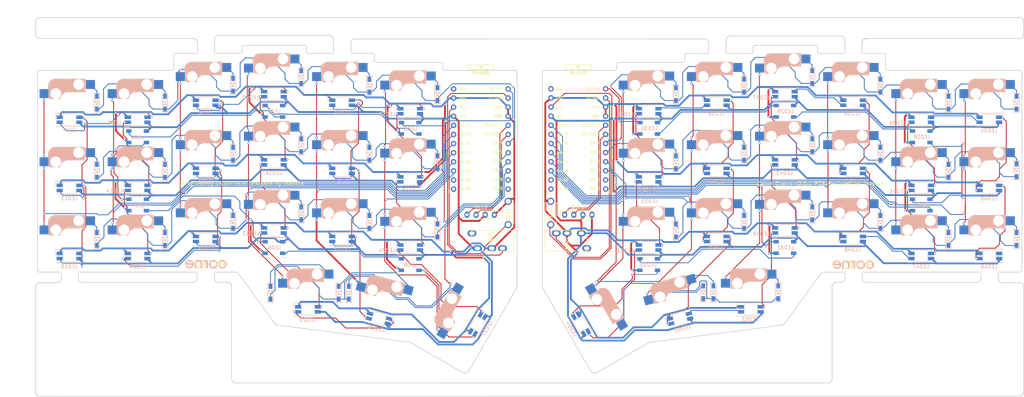
<source format=kicad_pcb>
(kicad_pcb (version 20221018) (generator pcbnew)
  (title_block (title "Corne Cherry") (date "2020-09-28") (rev "3.0.1") (company "foostan"))
  (layers (0 "F.Cu" signal) (31 "B.Cu" signal) (34 "B.Paste" user) (35 "F.Paste" user) (36 "B.SilkS" user "B.Silkscreen") (37 "F.SilkS" user "F.Silkscreen") (38 "B.Mask" user) (39 "F.Mask" user) (44 "Edge.Cuts" user))
  (net 0 "")
  (net 1 "row0")
  (net 2 "Net-(D1-Pad2)")
  (net 3 "row1")
  (net 4 "Net-(D2-Pad2)")
  (net 5 "row2")
  (net 6 "Net-(D3-Pad2)")
  (net 7 "row3")
  (net 8 "Net-(D4-Pad2)")
  (net 9 "Net-(D5-Pad2)")
  (net 10 "Net-(D6-Pad2)")
  (net 11 "Net-(D7-Pad2)")
  (net 12 "Net-(D8-Pad2)")
  (net 13 "Net-(D9-Pad2)")
  (net 14 "Net-(D10-Pad2)")
  (net 15 "Net-(D11-Pad2)")
  (net 16 "Net-(D12-Pad2)")
  (net 17 "Net-(D13-Pad2)")
  (net 18 "Net-(D14-Pad2)")
  (net 19 "Net-(D15-Pad2)")
  (net 20 "Net-(D16-Pad2)")
  (net 21 "Net-(D17-Pad2)")
  (net 22 "Net-(D18-Pad2)")
  (net 23 "Net-(D19-Pad2)")
  (net 24 "Net-(D20-Pad2)")
  (net 25 "Net-(D21-Pad2)")
  (net 26 "GND")
  (net 27 "VCC")
  (net 28 "col0")
  (net 29 "col1")
  (net 30 "col2")
  (net 31 "col3")
  (net 32 "col4")
  (net 33 "col5")
  (net 34 "LED")
  (net 35 "data")
  (net 36 "reset")
  (net 37 "SCL")
  (net 38 "SDA")
  (net 39 "Net-(U1-Pad14)")
  (net 40 "Net-(U1-Pad13)")
  (net 41 "Net-(U1-Pad12)")
  (net 42 "Net-(U1-Pad11)")
  (net 43 "Net-(U1-Pad24)")
  (net 44 "Net-(D22-Pad2)")
  (net 45 "row0_r")
  (net 46 "Net-(D23-Pad2)")
  (net 47 "Net-(D24-Pad2)")
  (net 48 "Net-(D25-Pad2)")
  (net 49 "Net-(D26-Pad2)")
  (net 50 "Net-(D27-Pad2)")
  (net 51 "row1_r")
  (net 52 "Net-(D28-Pad2)")
  (net 53 "Net-(D29-Pad2)")
  (net 54 "Net-(D30-Pad2)")
  (net 55 "Net-(D31-Pad2)")
  (net 56 "Net-(D32-Pad2)")
  (net 57 "Net-(D33-Pad2)")
  (net 58 "row2_r")
  (net 59 "Net-(D34-Pad2)")
  (net 60 "Net-(D35-Pad2)")
  (net 61 "Net-(D36-Pad2)")
  (net 62 "Net-(D37-Pad2)")
  (net 63 "Net-(D38-Pad2)")
  (net 64 "Net-(D39-Pad2)")
  (net 65 "Net-(D40-Pad2)")
  (net 66 "row3_r")
  (net 67 "Net-(D41-Pad2)")
  (net 68 "Net-(D42-Pad2)")
  (net 69 "data_r")
  (net 70 "SDA_r")
  (net 71 "SCL_r")
  (net 72 "LED_r")
  (net 73 "reset_r")
  (net 74 "col0_r")
  (net 75 "col1_r")
  (net 76 "col2_r")
  (net 77 "col3_r")
  (net 78 "col4_r")
  (net 79 "col5_r")
  (net 80 "VDD")
  (net 81 "GNDA")
  (net 82 "Net-(LED1-Pad2)")
  (net 83 "Net-(LED1-Pad4)")
  (net 84 "Net-(LED2-Pad4)")
  (net 85 "Net-(LED10-Pad2)")
  (net 86 "Net-(LED11-Pad4)")
  (net 87 "Net-(LED13-Pad4)")
  (net 88 "Net-(LED14-Pad2)")
  (net 89 "Net-(LED15-Pad4)")
  (net 90 "Net-(LED10-Pad4)")
  (net 91 "Net-(LED11-Pad2)")
  (net 92 "Net-(LED12-Pad4)")
  (net 93 "Net-(LED13-Pad2)")
  (net 94 "Net-(LED14-Pad4)")
  (net 95 "Net-(LED16-Pad4)")
  (net 96 "Net-(LED17-Pad2)")
  (net 97 "Net-(LED18-Pad4)")
  (net 98 "Net-(LED22-Pad4)")
  (net 99 "Net-(LED24-Pad4)")
  (net 100 "Net-(LED25-Pad4)")
  (net 101 "Net-(LED27-Pad4)")
  (net 102 "Net-(LED28-Pad2)")
  (net 103 "Net-(LED29-Pad4)")
  (net 104 "Net-(LED32-Pad2)")
  (net 105 "Net-(LED34-Pad2)")
  (net 106 "Net-(LED35-Pad4)")
  (net 107 "Net-(LED37-Pad4)")
  (net 108 "Net-(LED38-Pad2)")
  (net 109 "Net-(LED39-Pad4)")
  (net 110 "Net-(LED4-Pad2)")
  (net 111 "Net-(LED5-Pad2)")
  (net 112 "Net-(LED7-Pad4)")
  (net 113 "Net-(LED15-Pad2)")
  (net 114 "Net-(LED20-Pad4)")
  (net 115 "Net-(LED23-Pad2)")
  (net 116 "Net-(LED28-Pad4)")
  (net 117 "Net-(LED31-Pad2)")
  (net 118 "Net-(LED33-Pad2)")
  (net 119 "Net-(LED40-Pad2)")
  (net 120 "Net-(LED41-Pad4)")
  (net 121 "Net-(LED42-Pad2)")
  (net 122 "Net-(LED43-Pad4)")
  (net 123 "Net-(LED44-Pad2)")
  (net 124 "Net-(LED45-Pad4)")
  (net 125 "Net-(LED47-Pad4)")
  (net 126 "Net-(LED49-Pad4)")
  (net 127 "Net-(LED50-Pad2)")
  (net 128 "Net-(LED51-Pad4)")
  (net 129 "Net-(LED52-Pad4)")
  (net 130 "Net-(LED34-Pad4)")
  (net 131 "Net-(LED36-Pad4)")
  (net 132 "Net-(LED36-Pad2)")
  (net 133 "Net-(LED38-Pad4)")
  (net 134 "Net-(U2-Pad11)")
  (net 135 "Net-(U2-Pad12)")
  (net 136 "Net-(U2-Pad13)")
  (net 137 "Net-(U2-Pad14)")
  (net 138 "Net-(U2-Pad24)")
  (net 139 "Net-(J1-PadA)")
  (net 140 "Net-(J3-PadA)")
  (net 141 "Net-(LED19-Pad2)")
  (net 142 "Net-(LED46-Pad2)")
  (footprint "kbd:MJ-4PP-9_1side" (layer "F.Cu") (at 144.1345 74.292 -90)
    (fp_text reference "J1")
    (fp_text value "MJ-4PP-9" hide)
  )
  (footprint "kbd:OLED_1side" (layer "F.Cu") (at 130.9485 67.028)
    (fp_text reference "J2")
    (fp_text value "OLED" hide)
  )
  (footprint "kbd:ResetSW_1side" (layer "F.Cu") (at 142.4245 66.531 -90)
    (fp_text reference "RSW1" hide)
    (fp_text value "SW_PUSH")
  )
  (footprint "kbd:CherryMX_Hotswap" (layer "F.Cu") (at 39.1075 35.78)
    (fp_text reference "SW2" hide)
    (fp_text value "SW_PUSH" hide)
  )
  (footprint "kbd:CherryMX_Hotswap" (layer "F.Cu") (at 58.1075 31.03)
    (fp_text reference "SW3" hide)
    (fp_text value "SW_PUSH" hide)
  )
  (footprint "kbd:CherryMX_Hotswap" (layer "F.Cu") (at 77.1075 28.655)
    (fp_text reference "SW4" hide)
    (fp_text value "SW_PUSH" hide)
  )
  (footprint "kbd:CherryMX_Hotswap" (layer "F.Cu") (at 96.1075 31.03)
    (fp_text reference "SW5" hide)
    (fp_text value "SW_PUSH" hide)
  )
  (footprint "kbd:CherryMX_Hotswap" (layer "F.Cu") (at 20.1075 54.78)
    (fp_text reference "SW7" hide)
    (fp_text value "SW_PUSH" hide)
  )
  (footprint "kbd:CherryMX_Hotswap" (layer "F.Cu") (at 39.1075 54.78)
    (fp_text reference "SW8" hide)
    (fp_text value "SW_PUSH" hide)
  )
  (footprint "kbd:CherryMX_Hotswap" (layer "F.Cu") (at 58.1075 50.03)
    (fp_text reference "SW9" hide)
    (fp_text value "SW_PUSH" hide)
  )
  (footprint "kbd:CherryMX_Hotswap" (layer "F.Cu") (at 77.1075 47.655)
    (fp_text reference "SW10" hide)
    (fp_text value "SW_PUSH" hide)
  )
  (footprint "kbd:CherryMX_Hotswap" (layer "F.Cu") (at 96.1075 50.03)
    (fp_text reference "SW11" hide)
    (fp_text value "SW_PUSH" hide)
  )
  (footprint "kbd:CherryMX_Hotswap" (layer "F.Cu") (at 115.1075 52.405)
    (fp_text reference "SW12" hide)
    (fp_text value "SW_PUSH" hide)
  )
  (footprint "kbd:CherryMX_Hotswap" (layer "F.Cu") (at 20.1075 73.78)
    (fp_text reference "SW13" hide)
    (fp_text value "SW_PUSH" hide)
  )
  (footprint "kbd:CherryMX_Hotswap" (layer "F.Cu") (at 39.1075 73.78)
    (fp_text reference "SW14" hide)
    (fp_text value "SW_PUSH" hide)
  )
  (footprint "kbd:CherryMX_Hotswap" (layer "F.Cu") (at 58.1075 69.03)
    (fp_text reference "SW15" hide)
    (fp_text value "SW_PUSH" hide)
  )
  (footprint "kbd:CherryMX_Hotswap" (layer "F.Cu") (at 77.1075 66.655)
    (fp_text reference "SW16" hide)
    (fp_text value "SW_PUSH" hide)
  )
  (footprint "kbd:CherryMX_Hotswap" (layer "F.Cu") (at 96.1075 69.03)
    (fp_text reference "SW17" hide)
    (fp_text value "SW_PUSH" hide)
  )
  (footprint "kbd:CherryMX_Hotswap" (layer "F.Cu") (at 115.1075 71.405)
    (fp_text reference "SW18" hide)
    (fp_text value "SW_PUSH" hide)
  )
  (footprint "kbd:CherryMX_Hotswap" (layer "F.Cu") (at 86.6075 88.655)
    (fp_text reference "SW19" hide)
    (fp_text value "SW_PUSH" hide)
  )
  (footprint "kbd:CherryMX_Hotswap" (layer "F.Cu") (at 107.6075 91.405 -15)
    (fp_text reference "SW20" hide)
    (fp_text value "SW_PUSH" hide)
  )
  (footprint "kbd:CherryMX_Hotswap_1.5u" (layer "F.Cu") (at 129.8575 95.155 60)
    (fp_text reference "SW21" hide)
    (fp_text value "SW_PUSH" hide)
  )
  (footprint "kbd:CherryMX_Hotswap_1.5u" (layer "F.Cu") (at 166.8645 95.15 -60)
    (fp_text reference "SW42" hide)
    (fp_text value "SW_PUSH" hide)
  )
  (footprint "kbd:MJ-4PP-9_1side" (layer "F.Cu") (at 152.5375 74.27 90)
    (fp_text reference "J3")
    (fp_text value "MJ-4PP-9" hide)
  )
  (footprint "kbd:OLED_1side" (layer "F.Cu") (at 158.1775 67.02)
    (fp_text reference "J4")
    (fp_text value "OLED" hide)
  )
  (footprint "kbd:ResetSW_1side" (layer "F.Cu") (at 154.3045 66.522 -90)
    (fp_text reference "RSW2" hide)
    (fp_text value "SW_PUSH")
  )
  (footprint "kbd:CherryMX_Hotswap" (layer "F.Cu") (at 219.6145 66.65)
    (fp_text reference "SW37" hide)
    (fp_text value "SW_PUSH" hide)
  )
  (footprint "kbd:CherryMX_Hotswap" (layer "F.Cu") (at 200.6145 69.025)
    (fp_text reference "SW38" hide)
    (fp_text value "SW_PUSH" hide)
  )
  (footprint "kbd:CherryMX_Hotswap" (layer "F.Cu") (at 181.6145 71.4)
    (fp_text reference "SW39" hide)
    (fp_text value "SW_PUSH" hide)
  )
  (footprint "kbd:CherryMX_Hotswap" (layer "F.Cu") (at 210.1145 88.65)
    (fp_text reference "SW40" hide)
    (fp_text value "SW_PUSH" hide)
  )
  (footprint "kbd:CherryMX_Hotswap" (layer "F.Cu") (at 189.1145 91.4 15)
    (fp_text reference "SW41" hide)
    (fp_text value "SW_PUSH" hide)
  )
  (footprint "kbd:CherryMX_Hotswap" (layer "F.Cu") (at 219.6145 28.65)
    (fp_text reference "SW25" hide)
    (fp_text value "SW_PUSH" hide)
  )
  (footprint "kbd:CherryMX_Hotswap" (layer "F.Cu") (at 200.6145 31.025)
    (fp_text reference "SW26" hide)
    (fp_text value "SW_PUSH" hide)
  )
  (footprint "kbd:CherryMX_Hotswap" (layer "F.Cu") (at 276.6145 54.775)
    (fp_text reference "SW28" hide)
    (fp_text value "SW_PUSH" hide)
  )
  (footprint "kbd:CherryMX_Hotswap" (layer "F.Cu") (at 238.6145 31.025)
    (fp_text reference "SW24" hide)
    (fp_text value "SW_PUSH" hide)
  )
  (footprint "kbd:CherryMX_Hotswap" (layer "F.Cu") (at 257.6145 54.775)
    (fp_text reference "SW29" hide)
    (fp_text value "SW_PUSH" hide)
  )
  (footprint "kbd:CherryMX_Hotswap" (layer "F.Cu") (at 257.6145 73.775)
    (fp_text reference "SW35" hide)
    (fp_text value "SW_PUSH" hide)
  )
  (footprint "kbd:CherryMX_Hotswap" (layer "F.Cu") (at 238.6145 69.025)
    (fp_text reference "SW36" hide)
    (fp_text value "SW_PUSH" hide)
  )
  (footprint "kbd:CherryMX_Hotswap" (layer "F.Cu") (at 276.6145 35.775)
    (fp_text reference "SW22" hide)
    (fp_text value "SW_PUSH" hide)
  )
  (footprint "kbd:CherryMX_Hotswap" (layer "F.Cu") (at 257.6145 35.775)
    (fp_text reference "SW23" hide)
    (fp_text value "SW_PUSH" hide)
  )
  (footprint "kbd:CherryMX_Hotswap" (layer "F.Cu") (at 238.6145 50.025)
    (fp_text reference "SW30" hide)
    (fp_text value "SW_PUSH" hide)
  )
  (footprint "kbd:CherryMX_Hotswap" (layer "F.Cu") (at 219.6145 47.65)
    (fp_text reference "SW31" hide)
    (fp_text value "SW_PUSH" hide)
  )
  (footprint "kbd:CherryMX_Hotswap" (layer "F.Cu") (at 200.6145 50.025)
    (fp_text reference "SW32" hide)
    (fp_text value "SW_PUSH" hide)
  )
  (footprint "kbd:CherryMX_Hotswap" (layer "F.Cu") (at 181.6145 52.4)
    (fp_text reference "SW33" hide)
    (fp_text value "SW_PUSH" hide)
  )
  (footprint "kbd:CherryMX_Hotswap" (layer "F.Cu") (at 276.6145 73.775)
    (fp_text reference "SW34" hide)
    (fp_text value "SW_PUSH" hide)
  )
  (footprint "kbd:CherryMX_Hotswap" (layer "F.Cu") (at 20.1075 35.78)
    (fp_text reference "SW1" hide)
    (fp_text value "SW_PUSH" hide)
  )
  (footprint "kbd:M2_HOLE_v2" (layer "F.Cu") (at 105.5755 41.7655)
    (fp_text reference "Ref**" hide)
    (fp_text value "Val**" hide)
  )
  (footprint "kbd:M2_HOLE_v2" (layer "F.Cu") (at 72.7645 81.5205)
    (fp_text reference "Ref**" hide)
    (fp_text value "Val**" hide)
  )
  (footprint "kbd:M2_HOLE_v2" (layer "F.Cu") (at 119.3305 89.135)
    (fp_text reference "Ref**" hide)
    (fp_text value "Val**" hide)
  )
  (footprint "kbd:M2_HOLE_v2" (layer "F.Cu") (at 127.8695 74.254)
    (fp_text reference "Ref**" hide)
    (fp_text value "Val**" hide)
  )
  (footprint "kbd:M2_HOLE_v2" (layer "F.Cu") (at 142.3015 82.775)
    (fp_text reference "Ref**" hide)
    (fp_text value "Val**" hide)
  )
  (footprint "kbd:M2_HOLE_v2" (layer "F.Cu") (at 177.3895 89.145 180)
    (fp_text reference "Ref**" hide)
    (fp_text value "Val**" hide)
  )
  (footprint "kbd:M2_HOLE_v2" (layer "F.Cu") (at 223.9555 81.5305 180)
    (fp_text reference "Ref**" hide)
    (fp_text value "Val**" hide)
  )
  (footprint "kbd:M2_HOLE_v2" (layer "F.Cu") (at 267.0995 45.2655 180)
    (fp_text reference "Ref**" hide)
    (fp_text value "Val**" hide)
  )
  (footprint "kbd:M2_HOLE_v2" (layer "F.Cu") (at 191.1445 41.7755 180)
    (fp_text reference "Ref**" hide)
    (fp_text value "Val**" hide)
  )
  (footprint "kbd:CherryMX_Hotswap" (layer "F.Cu") (at 115.1075 33.405)
    (fp_text reference "SW6" hide)
    (fp_text value "SW_PUSH" hide)
  )
  (footprint "kbd:CherryMX_Hotswap" (layer "F.Cu") (at 181.6075 33.405)
    (fp_text reference "SW27" hide)
    (fp_text value "SW_PUSH" hide)
  )
  (footprint "kbd:M2_HOLE_v2" (layer "F.Cu") (at 27.5195 54.1395)
    (fp_text reference "Ref**" hide)
    (fp_text value "Val**" hide)
  )
  (footprint "kbd:ProMicro_v3" (layer "F.Cu") (at 134.8125 46.42)
    (fp_text reference "U1" hide)
    (fp_text value "ProMicro" hide)
  )
  (footprint "kbd:ProMicro_v3" (layer "F.Cu") (at 161.9875 46.39)
    (fp_text reference "U2" hide)
    (fp_text value "ProMicro" hide)
  )
  (footprint "kbd:M2_HOLE_v2" (layer "F.Cu") (at 29.6075 45.28)
    (fp_text reference "Ref**" hide)
    (fp_text value "Val**" hide)
  )
  (footprint "kbd:Breakaway_Tabs" (layer "F.Cu") (at 58.23675 21.869)
    (fp_text reference "REF**")
    (fp_text value "Breakaway_Tabs")
  )
  (footprint "kbd:Breakaway_Tabs" (layer "F.Cu") (at 96.2075 21.873)
    (fp_text reference "REF**")
    (fp_text value "Breakaway_Tabs")
  )
  (footprint "kbd:Breakaway_Tabs" (layer "F.Cu") (at 20.1625 83.176)
    (fp_text reference "REF**")
    (fp_text value "Breakaway_Tabs")
  )
  (footprint "kbd:Breakaway_Tabs" (layer "F.Cu") (at 58.1235 83.178)
    (fp_text reference "REF**")
    (fp_text value "Breakaway_Tabs")
  )
  (footprint "kbd:corne-logo-horizontal" (layer "F.Cu") (at 58.2675 80.89)
    (fp_text reference "G***" hide)
    (fp_text value "LOGO" hide)
  )
  (footprint "kbd:corne-logo-horizontal" (layer "F.Cu") (at 238.7775 81.04)
    (fp_text reference "G***" hide)
    (fp_text value "LOGO" hide)
  )
  (footprint "kbd:D3_SMD_v2" (layer "B.Cu") (at 27.7345 35.776875 90)
    (fp_text reference "D1" hide)
    (fp_text value "D" hide)
  )
  (footprint "kbd:D3_SMD_v2" (layer "B.Cu") (at 46.7345 35.78 90)
    (fp_text reference "D2" hide)
    (fp_text value "D" hide)
  )
  (footprint "kbd:D3_SMD_v2" (layer "B.Cu") (at 65.7075 30.78 90)
    (fp_text reference "D3" hide)
    (fp_text value "D" hide)
  )
  (footprint "kbd:D3_SMD_v2" (layer "B.Cu") (at 84.7075 28.655 90)
    (fp_text reference "D4" hide)
    (fp_text value "D" hide)
  )
  (footprint "kbd:D3_SMD_v2" (layer "B.Cu") (at 103.7075 31.03 90)
    (fp_text reference "D5" hide)
    (fp_text value "D" hide)
  )
  (footprint "kbd:D3_SMD_v2" (layer "B.Cu") (at 122.7075 33.405 90)
    (fp_text reference "D6" hide)
    (fp_text value "D" hide)
  )
  (footprint "kbd:D3_SMD_v2" (layer "B.Cu") (at 27.7345 54.776875 90)
    (fp_text reference "D7" hide)
    (fp_text value "D" hide)
  )
  (footprint "kbd:D3_SMD_v2" (layer "B.Cu") (at 46.7345 54.78 90)
    (fp_text reference "D8" hide)
    (fp_text value "D" hide)
  )
  (footprint "kbd:D3_SMD_v2" (layer "B.Cu") (at 65.7075 50.03 90)
    (fp_text reference "D9" hide)
    (fp_text value "D" hide)
  )
  (footprint "kbd:D3_SMD_v2" (layer "B.Cu") (at 84.7075 47.655 90)
    (fp_text reference "D10" hide)
    (fp_text value "D" hide)
  )
  (footprint "kbd:D3_SMD_v2" (layer "B.Cu") (at 103.7075 50.03 90)
    (fp_text reference "D11" hide)
    (fp_text value "D" hide)
  )
  (footprint "kbd:D3_SMD_v2" (layer "B.Cu") (at 122.7075 52.405 90)
    (fp_text reference "D12" hide)
    (fp_text value "D" hide)
  )
  (footprint "kbd:D3_SMD_v2" (layer "B.Cu") (at 27.7345 73.776875 90)
    (fp_text reference "D13" hide)
    (fp_text value "D" hide)
  )
  (footprint "kbd:D3_SMD_v2" (layer "B.Cu") (at 46.7345 73.78 90)
    (fp_text reference "D14" hide)
    (fp_text value "D" hide)
  )
  (footprint "kbd:D3_SMD_v2" (layer "B.Cu") (at 65.7075 69.03 90)
    (fp_text reference "D15" hide)
    (fp_text value "D" hide)
  )
  (footprint "kbd:D3_SMD_v2" (layer "B.Cu") (at 84.7075 66.655 90)
    (fp_text reference "D16" hide)
    (fp_text value "D" hide)
  )
  (footprint "kbd:D3_SMD_v2" (layer "B.Cu") (at 103.7075 69.03 90)
    (fp_text reference "D17" hide)
    (fp_text value "D" hide)
  )
  (footprint "kbd:D3_SMD_v2" (layer "B.Cu") (at 122.7075 71.405 90)
    (fp_text reference "D18" hide)
    (fp_text value "D" hide)
  )
  (footprint "kbd:D3_SMD_v2" (layer "B.Cu") (at 76.1575 88.77 90)
    (fp_text reference "D19" hide)
    (fp_text value "D" hide)
  )
  (footprint "kbd:D3_SMD_v2" (layer "B.Cu") (at 95.1645 88.765 90)
    (fp_text reference "D20" hide)
    (fp_text value "D" hide)
  )
  (footprint "kbd:D3_SMD_v2" (layer "B.Cu") (at 98.0075 88.765 90)
    (fp_text reference "D21" hide)
    (fp_text value "D" hide)
  )
  (footprint "kbd:YS-SK6812MINI-E" (layer "B.Cu") (at 20.1075 40.53)
    (fp_text reference "LED7")
    (fp_text value "YS-SK6812MINI-E")
    (fp_line (start -1.8 -1.55) (end 1.8 -1.55) (stroke (width 0.12)) (layer "Edge.Cuts"))
    (fp_line (start -1.8 1.55) (end -1.8 -1.55) (stroke (width 0.12)) (layer "Edge.Cuts"))
    (fp_line (start 1.8 -1.55) (end 1.8 1.55) (stroke (width 0.12)) (layer "Edge.Cuts"))
    (fp_line (start 1.8 1.55) (end -1.8 1.55) (stroke (width 0.12)) (layer "Edge.Cuts"))
  )
  (footprint "kbd:YS-SK6812MINI-E" (layer "B.Cu") (at 39.1075 40.53)
    (fp_text reference "LED8")
    (fp_text value "YS-SK6812MINI-E")
    (fp_line (start -1.8 -1.55) (end 1.8 -1.55) (stroke (width 0.12)) (layer "Edge.Cuts"))
    (fp_line (start -1.8 1.55) (end -1.8 -1.55) (stroke (width 0.12)) (layer "Edge.Cuts"))
    (fp_line (start 1.8 -1.55) (end 1.8 1.55) (stroke (width 0.12)) (layer "Edge.Cuts"))
    (fp_line (start 1.8 1.55) (end -1.8 1.55) (stroke (width 0.12)) (layer "Edge.Cuts"))
  )
  (footprint "kbd:YS-SK6812MINI-E" (layer "B.Cu") (at 58.1075 35.78)
    (fp_text reference "LED9")
    (fp_text value "YS-SK6812MINI-E")
    (fp_line (start -1.8 -1.55) (end 1.8 -1.55) (stroke (width 0.12)) (layer "Edge.Cuts"))
    (fp_line (start -1.8 1.55) (end -1.8 -1.55) (stroke (width 0.12)) (layer "Edge.Cuts"))
    (fp_line (start 1.8 -1.55) (end 1.8 1.55) (stroke (width 0.12)) (layer "Edge.Cuts"))
    (fp_line (start 1.8 1.55) (end -1.8 1.55) (stroke (width 0.12)) (layer "Edge.Cuts"))
  )
  (footprint "kbd:YS-SK6812MINI-E" (layer "B.Cu") (at 77.1075 33.405)
    (fp_text reference "LED10")
    (fp_text value "YS-SK6812MINI-E")
    (fp_line (start -1.8 -1.55) (end 1.8 -1.55) (stroke (width 0.12)) (layer "Edge.Cuts"))
    (fp_line (start -1.8 1.55) (end -1.8 -1.55) (stroke (width 0.12)) (layer "Edge.Cuts"))
    (fp_line (start 1.8 -1.55) (end 1.8 1.55) (stroke (width 0.12)) (layer "Edge.Cuts"))
    (fp_line (start 1.8 1.55) (end -1.8 1.55) (stroke (width 0.12)) (layer "Edge.Cuts"))
  )
  (footprint "kbd:YS-SK6812MINI-E" (layer "B.Cu") (at 96.1075 35.78)
    (fp_text reference "LED11")
    (fp_text value "YS-SK6812MINI-E")
    (fp_line (start -1.8 -1.55) (end 1.8 -1.55) (stroke (width 0.12)) (layer "Edge.Cuts"))
    (fp_line (start -1.8 1.55) (end -1.8 -1.55) (stroke (width 0.12)) (layer "Edge.Cuts"))
    (fp_line (start 1.8 -1.55) (end 1.8 1.55) (stroke (width 0.12)) (layer "Edge.Cuts"))
    (fp_line (start 1.8 1.55) (end -1.8 1.55) (stroke (width 0.12)) (layer "Edge.Cuts"))
  )
  (footprint "kbd:YS-SK6812MINI-E" (layer "B.Cu") (at 115.1075 38.155)
    (fp_text reference "LED12")
    (fp_text value "YS-SK6812MINI-E")
    (fp_line (start -1.8 -1.55) (end 1.8 -1.55) (stroke (width 0.12)) (layer "Edge.Cuts"))
    (fp_line (start -1.8 1.55) (end -1.8 -1.55) (stroke (width 0.12)) (layer "Edge.Cuts"))
    (fp_line (start 1.8 -1.55) (end 1.8 1.55) (stroke (width 0.12)) (layer "Edge.Cuts"))
    (fp_line (start 1.8 1.55) (end -1.8 1.55) (stroke (width 0.12)) (layer "Edge.Cuts"))
  )
  (footprint "kbd:YS-SK6812MINI-E" (layer "B.Cu") (at 20.1075 59.53)
    (fp_text reference "LED13")
    (fp_text value "YS-SK6812MINI-E")
    (fp_line (start -1.8 -1.55) (end 1.8 -1.55) (stroke (width 0.12)) (layer "Edge.Cuts"))
    (fp_line (start -1.8 1.55) (end -1.8 -1.55) (stroke (width 0.12)) (layer "Edge.Cuts"))
    (fp_line (start 1.8 -1.55) (end 1.8 1.55) (stroke (width 0.12)) (layer "Edge.Cuts"))
    (fp_line (start 1.8 1.55) (end -1.8 1.55) (stroke (width 0.12)) (layer "Edge.Cuts"))
  )
  (footprint "kbd:YS-SK6812MINI-E" (layer "B.Cu") (at 39.1075 59.53)
    (fp_text reference "LED14")
    (fp_text value "YS-SK6812MINI-E")
    (fp_line (start -1.8 -1.55) (end 1.8 -1.55) (stroke (width 0.12)) (layer "Edge.Cuts"))
    (fp_line (start -1.8 1.55) (end -1.8 -1.55) (stroke (width 0.12)) (layer "Edge.Cuts"))
    (fp_line (start 1.8 -1.55) (end 1.8 1.55) (stroke (width 0.12)) (layer "Edge.Cuts"))
    (fp_line (start 1.8 1.55) (end -1.8 1.55) (stroke (width 0.12)) (layer "Edge.Cuts"))
  )
  (footprint "kbd:YS-SK6812MINI-E" (layer "B.Cu") (at 58.1075 54.78)
    (fp_text reference "LED15")
    (fp_text value "YS-SK6812MINI-E")
    (fp_line (start -1.8 -1.55) (end 1.8 -1.55) (stroke (width 0.12)) (layer "Edge.Cuts"))
    (fp_line (start -1.8 1.55) (end -1.8 -1.55) (stroke (width 0.12)) (layer "Edge.Cuts"))
    (fp_line (start 1.8 -1.55) (end 1.8 1.55) (stroke (width 0.12)) (layer "Edge.Cuts"))
    (fp_line (start 1.8 1.55) (end -1.8 1.55) (stroke (width 0.12)) (layer "Edge.Cuts"))
  )
  (footprint "kbd:YS-SK6812MINI-E" (layer "B.Cu") (at 77.1075 52.405)
    (fp_text reference "LED16")
    (fp_text value "YS-SK6812MINI-E")
    (fp_line (start -1.8 -1.55) (end 1.8 -1.55) (stroke (width 0.12)) (layer "Edge.Cuts"))
    (fp_line (start -1.8 1.55) (end -1.8 -1.55) (stroke (width 0.12)) (layer "Edge.Cuts"))
    (fp_line (start 1.8 -1.55) (end 1.8 1.55) (stroke (width 0.12)) (layer "Edge.Cuts"))
    (fp_line (start 1.8 1.55) (end -1.8 1.55) (stroke (width 0.12)) (layer "Edge.Cuts"))
  )
  (footprint "kbd:YS-SK6812MINI-E" (layer "B.Cu") (at 96.1075 54.78)
    (fp_text reference "LED17")
    (fp_text value "YS-SK6812MINI-E")
    (fp_line (start -1.8 -1.55) (end 1.8 -1.55) (stroke (width 0.12)) (layer "Edge.Cuts"))
    (fp_line (start -1.8 1.55) (end -1.8 -1.55) (stroke (width 0.12)) (layer "Edge.Cuts"))
    (fp_line (start 1.8 -1.55) (end 1.8 1.55) (stroke (width 0.12)) (layer "Edge.Cuts"))
    (fp_line (start 1.8 1.55) (end -1.8 1.55) (stroke (width 0.12)) (layer "Edge.Cuts"))
  )
  (footprint "kbd:YS-SK6812MINI-E" (layer "B.Cu") (at 115.1075 57.155)
    (fp_text reference "LED18")
    (fp_text value "YS-SK6812MINI-E")
    (fp_line (start -1.8 -1.55) (end 1.8 -1.55) (stroke (width 0.12)) (layer "Edge.Cuts"))
    (fp_line (start -1.8 1.55) (end -1.8 -1.55) (stroke (width 0.12)) (layer "Edge.Cuts"))
    (fp_line (start 1.8 -1.55) (end 1.8 1.55) (stroke (width 0.12)) (layer "Edge.Cuts"))
    (fp_line (start 1.8 1.55) (end -1.8 1.55) (stroke (width 0.12)) (layer "Edge.Cuts"))
  )
  (footprint "kbd:YS-SK6812MINI-E" (layer "B.Cu") (at 20.1075 78.53)
    (fp_text reference "LED19")
    (fp_text value "YS-SK6812MINI-E")
    (fp_line (start -1.8 -1.55) (end 1.8 -1.55) (stroke (width 0.12)) (layer "Edge.Cuts"))
    (fp_line (start -1.8 1.55) (end -1.8 -1.55) (stroke (width 0.12)) (layer "Edge.Cuts"))
    (fp_line (start 1.8 -1.55) (end 1.8 1.55) (stroke (width 0.12)) (layer "Edge.Cuts"))
    (fp_line (start 1.8 1.55) (end -1.8 1.55) (stroke (width 0.12)) (layer "Edge.Cuts"))
  )
  (footprint "kbd:YS-SK6812MINI-E" (layer "B.Cu") (at 39.1075 78.53)
    (fp_text reference "LED20")
    (fp_text value "YS-SK6812MINI-E")
    (fp_line (start -1.8 -1.55) (end 1.8 -1.55) (stroke (width 0.12)) (layer "Edge.Cuts"))
    (fp_line (start -1.8 1.55) (end -1.8 -1.55) (stroke (width 0.12)) (layer "Edge.Cuts"))
    (fp_line (start 1.8 -1.55) (end 1.8 1.55) (stroke (width 0.12)) (layer "Edge.Cuts"))
    (fp_line (start 1.8 1.55) (end -1.8 1.55) (stroke (width 0.12)) (layer "Edge.Cuts"))
  )
  (footprint "kbd:YS-SK6812MINI-E" (layer "B.Cu") (at 58.1075 73.78)
    (fp_text reference "LED21")
    (fp_text value "YS-SK6812MINI-E")
    (fp_line (start -1.8 -1.55) (end 1.8 -1.55) (stroke (width 0.12)) (layer "Edge.Cuts"))
    (fp_line (start -1.8 1.55) (end -1.8 -1.55) (stroke (width 0.12)) (layer "Edge.Cuts"))
    (fp_line (start 1.8 -1.55) (end 1.8 1.55) (stroke (width 0.12)) (layer "Edge.Cuts"))
    (fp_line (start 1.8 1.55) (end -1.8 1.55) (stroke (width 0.12)) (layer "Edge.Cuts"))
  )
  (footprint "kbd:YS-SK6812MINI-E" (layer "B.Cu") (at 77.1075 71.405)
    (fp_text reference "LED22")
    (fp_text value "YS-SK6812MINI-E")
    (fp_line (start -1.8 -1.55) (end 1.8 -1.55) (stroke (width 0.12)) (layer "Edge.Cuts"))
    (fp_line (start -1.8 1.55) (end -1.8 -1.55) (stroke (width 0.12)) (layer "Edge.Cuts"))
    (fp_line (start 1.8 -1.55) (end 1.8 1.55) (stroke (width 0.12)) (layer "Edge.Cuts"))
    (fp_line (start 1.8 1.55) (end -1.8 1.55) (stroke (width 0.12)) (layer "Edge.Cuts"))
  )
  (footprint "kbd:YS-SK6812MINI-E" (layer "B.Cu") (at 115.1075 76.155)
    (fp_text reference "LED24")
    (fp_text value "YS-SK6812MINI-E")
    (fp_line (start -1.8 -1.55) (end 1.8 -1.55) (stroke (width 0.12)) (layer "Edge.Cuts"))
    (fp_line (start -1.8 1.55) (end -1.8 -1.55) (stroke (width 0.12)) (layer "Edge.Cuts"))
    (fp_line (start 1.8 -1.55) (end 1.8 1.55) (stroke (width 0.12)) (layer "Edge.Cuts"))
    (fp_line (start 1.8 1.55) (end -1.8 1.55) (stroke (width 0.12)) (layer "Edge.Cuts"))
  )
  (footprint "kbd:YS-SK6812MINI-E" (layer "B.Cu") (at 133.971121 97.53 60)
    (fp_text reference "LED27")
    (fp_text value "YS-SK6812MINI-E")
    (fp_line (start -1.8 -1.55) (end 1.8 -1.55) (stroke (width 0.12)) (layer "Edge.Cuts"))
    (fp_line (start -1.8 1.55) (end -1.8 -1.55) (stroke (width 0.12)) (layer "Edge.Cuts"))
    (fp_line (start 1.8 -1.55) (end 1.8 1.55) (stroke (width 0.12)) (layer "Edge.Cuts"))
    (fp_line (start 1.8 1.55) (end -1.8 1.55) (stroke (width 0.12)) (layer "Edge.Cuts"))
  )
  (footprint "LED_SMD:LED_WS2812B_PLCC4_5.0x5.0mm_P3.2mm" (layer "B.Cu") (at 39.1075 45.28 180)
    (fp_text reference "LED1")
    (fp_text value "WS2812B")
  )
  (footprint "LED_SMD:LED_WS2812B_PLCC4_5.0x5.0mm_P3.2mm" (layer "B.Cu") (at 77.1075 38.155 180)
    (fp_text reference "LED2")
    (fp_text value "WS2812B")
  )
  (footprint "LED_SMD:LED_WS2812B_PLCC4_5.0x5.0mm_P3.2mm" (layer "B.Cu") (at 115.1075 42.905 180)
    (fp_text reference "LED3")
    (fp_text value "WS2812B")
  )
  (footprint "LED_SMD:LED_WS2812B_PLCC4_5.0x5.0mm_P3.2mm" (layer "B.Cu") (at 77.1075 76.155 180)
    (fp_text reference "LED5")
    (fp_text value "WS2812B")
  )
  (footprint "LED_SMD:LED_WS2812B_PLCC4_5.0x5.0mm_P3.2mm" (layer "B.Cu") (at 115.1075 80.905 180)
    (fp_text reference "LED6")
    (fp_text value "WS2812B")
  )
  (footprint "LED_SMD:LED_WS2812B_PLCC4_5.0x5.0mm_P3.2mm" (layer "B.Cu") (at 257.6075 45.28 180)
    (fp_text reference "LED28")
    (fp_text value "WS2812B")
  )
  (footprint "LED_SMD:LED_WS2812B_PLCC4_5.0x5.0mm_P3.2mm" (layer "B.Cu") (at 219.6075 38.155 180)
    (fp_text reference "LED29")
    (fp_text value "WS2812B")
  )
  (footprint "LED_SMD:LED_WS2812B_PLCC4_5.0x5.0mm_P3.2mm" (layer "B.Cu") (at 181.6075 42.905 180)
    (fp_text reference "LED30")
    (fp_text value "WS2812B")
  )
  (footprint "LED_SMD:LED_WS2812B_PLCC4_5.0x5.0mm_P3.2mm" (layer "B.Cu") (at 257.6075 64.28 180)
    (fp_text reference "LED31")
    (fp_text value "WS2812B")
  )
  (footprint "LED_SMD:LED_WS2812B_PLCC4_5.0x5.0mm_P3.2mm" (layer "B.Cu") (at 219.6075 76.155 180)
    (fp_text reference "LED32")
    (fp_text value "WS2812B")
  )
  (footprint "LED_SMD:LED_WS2812B_PLCC4_5.0x5.0mm_P3.2mm" (layer "B.Cu") (at 181.6075 80.905 180)
    (fp_text reference "LED33")
    (fp_text value "WS2812B")
  )
  (footprint "kbd:YS-SK6812MINI-E" (layer "B.Cu") (at 219.6075 52.405)
    (fp_text reference "LED43")
    (fp_text value "YS-SK6812MINI-E")
    (fp_line (start -1.8 -1.55) (end 1.8 -1.55) (stroke (width 0.12)) (layer "Edge.Cuts"))
    (fp_line (start -1.8 1.55) (end -1.8 -1.55) (stroke (width 0.12)) (layer "Edge.Cuts"))
    (fp_line (start 1.8 -1.55) (end 1.8 1.55) (stroke (width 0.12)) (layer "Edge.Cuts"))
    (fp_line (start 1.8 1.55) (end -1.8 1.55) (stroke (width 0.12)) (layer "Edge.Cuts"))
  )
  (footprint "kbd:YS-SK6812MINI-E" (layer "B.Cu") (at 200.6075 54.78)
    (fp_text reference "LED44")
    (fp_text value "YS-SK6812MINI-E")
    (fp_line (start -1.8 -1.55) (end 1.8 -1.55) (stroke (width 0.12)) (layer "Edge.Cuts"))
    (fp_line (start -1.8 1.55) (end -1.8 -1.55) (stroke (width 0.12)) (layer "Edge.Cuts"))
    (fp_line (start 1.8 -1.55) (end 1.8 1.55) (stroke (width 0.12)) (layer "Edge.Cuts"))
    (fp_line (start 1.8 1.55) (end -1.8 1.55) (stroke (width 0.12)) (layer "Edge.Cuts"))
  )
  (footprint "kbd:YS-SK6812MINI-E" (layer "B.Cu") (at 181.6075 57.155)
    (fp_text reference "LED45")
    (fp_text value "YS-SK6812MINI-E")
    (fp_line (start -1.8 -1.55) (end 1.8 -1.55) (stroke (width 0.12)) (layer "Edge.Cuts"))
    (fp_line (start -1.8 1.55) (end -1.8 -1.55) (stroke (width 0.12)) (layer "Edge.Cuts"))
    (fp_line (start 1.8 -1.55) (end 1.8 1.55) (stroke (width 0.12)) (layer "Edge.Cuts"))
    (fp_line (start 1.8 1.55) (end -1.8 1.55) (stroke (width 0.12)) (layer "Edge.Cuts"))
  )
  (footprint "kbd:YS-SK6812MINI-E" (layer "B.Cu") (at 276.6075 78.53)
    (fp_text reference "LED46")
    (fp_text value "YS-SK6812MINI-E")
    (fp_line (start -1.8 -1.55) (end 1.8 -1.55) (stroke (width 0.12)) (layer "Edge.Cuts"))
    (fp_line (start -1.8 1.55) (end -1.8 -1.55) (stroke (width 0.12)) (layer "Edge.Cuts"))
    (fp_line (start 1.8 -1.55) (end 1.8 1.55) (stroke (width 0.12)) (layer "Edge.Cuts"))
    (fp_line (start 1.8 1.55) (end -1.8 1.55) (stroke (width 0.12)) (layer "Edge.Cuts"))
  )
  (footprint "kbd:YS-SK6812MINI-E" (layer "B.Cu") (at 257.6075 78.53)
    (fp_text reference "LED47")
    (fp_text value "YS-SK6812MINI-E")
    (fp_line (start -1.8 -1.55) (end 1.8 -1.55) (stroke (width 0.12)) (layer "Edge.Cuts"))
    (fp_line (start -1.8 1.55) (end -1.8 -1.55) (stroke (width 0.12)) (layer "Edge.Cuts"))
    (fp_line (start 1.8 -1.55) (end 1.8 1.55) (stroke (width 0.12)) (layer "Edge.Cuts"))
    (fp_line (start 1.8 1.55) (end -1.8 1.55) (stroke (width 0.12)) (layer "Edge.Cuts"))
  )
  (footprint "kbd:YS-SK6812MINI-E" (layer "B.Cu") (at 238.6075 73.78)
    (fp_text reference "LED48")
    (fp_text value "YS-SK6812MINI-E")
    (fp_line (start -1.8 -1.55) (end 1.8 -1.55) (stroke (width 0.12)) (layer "Edge.Cuts"))
    (fp_line (start -1.8 1.55) (end -1.8 -1.55) (stroke (width 0.12)) (layer "Edge.Cuts"))
    (fp_line (start 1.8 -1.55) (end 1.8 1.55) (stroke (width 0.12)) (layer "Edge.Cuts"))
    (fp_line (start 1.8 1.55) (end -1.8 1.55) (stroke (width 0.12)) (layer "Edge.Cuts"))
  )
  (footprint "kbd:YS-SK6812MINI-E" (layer "B.Cu") (at 219.6075 71.405)
    (fp_text reference "LED49")
    (fp_text value "YS-SK6812MINI-E")
    (fp_line (start -1.8 -1.55) (end 1.8 -1.55) (stroke (width 0.12)) (layer "Edge.Cuts"))
    (fp_line (start -1.8 1.55) (end -1.8 -1.55) (stroke (width 0.12)) (layer "Edge.Cuts"))
    (fp_line (start 1.8 -1.55) (end 1.8 1.55) (stroke (width 0.12)) (layer "Edge.Cuts"))
    (fp_line (start 1.8 1.55) (end -1.8 1.55) (stroke (width 0.12)) (layer "Edge.Cuts"))
  )
  (footprint "kbd:YS-SK6812MINI-E" (layer "B.Cu") (at 200.6075 73.78)
    (fp_text reference "LED50")
    (fp_text value "YS-SK6812MINI-E")
    (fp_line (start -1.8 -1.55) (end 1.8 -1.55) (stroke (width 0.12)) (layer "Edge.Cuts"))
    (fp_line (start -1.8 1.55) (end -1.8 -1.55) (stroke (width 0.12)) (layer "Edge.Cuts"))
    (fp_line (start 1.8 -1.55) (end 1.8 1.55) (stroke (width 0.12)) (layer "Edge.Cuts"))
    (fp_line (start 1.8 1.55) (end -1.8 1.55) (stroke (width 0.12)) (layer "Edge.Cuts"))
  )
  (footprint "kbd:YS-SK6812MINI-E" (layer "B.Cu") (at 181.6075 76.155)
    (fp_text reference "LED51")
    (fp_text value "YS-SK6812MINI-E")
    (fp_line (start -1.8 -1.55) (end 1.8 -1.55) (stroke (width 0.12)) (layer "Edge.Cuts"))
    (fp_line (start -1.8 1.55) (end -1.8 -1.55) (stroke (width 0.12)) (layer "Edge.Cuts"))
    (fp_line (start 1.8 -1.55) (end 1.8 1.55) (stroke (width 0.12)) (layer "Edge.Cuts"))
    (fp_line (start 1.8 1.55) (end -1.8 1.55) (stroke (width 0.12)) (layer "Edge.Cuts"))
  )
  (footprint "kbd:YS-SK6812MINI-E" (layer "B.Cu") (at 210.1075 93.405)
    (fp_text reference "LED52")
    (fp_text value "YS-SK6812MINI-E")
    (fp_line (start -1.8 -1.55) (end 1.8 -1.55) (stroke (width 0.12)) (layer "Edge.Cuts"))
    (fp_line (start -1.8 1.55) (end -1.8 -1.55) (stroke (width 0.12)) (layer "Edge.Cuts"))
    (fp_line (start 1.8 -1.55) (end 1.8 1.55) (stroke (width 0.12)) (layer "Edge.Cuts"))
    (fp_line (start 1.8 1.55) (end -1.8 1.55) (stroke (width 0.12)) (layer "Edge.Cuts"))
  )
  (footprint "kbd:YS-SK6812MINI-E" (layer "B.Cu") (at 190.34389 95.988148 15)
    (fp_text reference "LED53")
    (fp_text value "YS-SK6812MINI-E")
    (fp_line (start -1.8 -1.55) (end 1.8 -1.55) (stroke (width 0.12)) (layer "Edge.Cuts"))
    (fp_line (start -1.8 1.55) (end -1.8 -1.55) (stroke (width 0.12)) (layer "Edge.Cuts"))
    (fp_line (start 1.8 -1.55) (end 1.8 1.55) (stroke (width 0.12)) (layer "Edge.Cuts"))
    (fp_line (start 1.8 1.55) (end -1.8 1.55) (stroke (width 0.12)) (layer "Edge.Cuts"))
  )
  (footprint "kbd:D3_SMD_v2" (layer "B.Cu") (at 265.2145 35.775 90)
    (fp_text reference "D23" hide)
    (fp_text value "D" hide)
  )
  (footprint "kbd:D3_SMD_v2" (layer "B.Cu") (at 246.2145 31.025 90)
    (fp_text reference "D24" hide)
    (fp_text value "D" hide)
  )
  (footprint "kbd:D3_SMD_v2" (layer "B.Cu") (at 227.2145 28.65 90)
    (fp_text reference "D25" hide)
    (fp_text value "D" hide)
  )
  (footprint "kbd:D3_SMD_v2" (layer "B.Cu") (at 189.2075 33.405 90)
    (fp_text reference "D27" hide)
    (fp_text value "D" hide)
  )
  (footprint "kbd:D3_SMD_v2" (layer "B.Cu") (at 284.2145 54.625 90)
    (fp_text reference "D28" hide)
    (fp_text value "D" hide)
  )
  (footprint "kbd:D3_SMD_v2" (layer "B.Cu") (at 265.2145 54.775 90)
    (fp_text reference "D29" hide)
    (fp_text value "D" hide)
  )
  (footprint "kbd:D3_SMD_v2" (layer "B.Cu") (at 246.2145 50.025 90)
    (fp_text reference "D30" hide)
    (fp_text value "D" hide)
  )
  (footprint "kbd:D3_SMD_v2" (layer "B.Cu") (at 227.2145 47.65 90)
    (fp_text reference "D31" hide)
    (fp_text value "D" hide)
  )
  (footprint "kbd:D3_SMD_v2" (layer "B.Cu") (at 208.2145 50.025 90)
    (fp_text reference "D32" hide)
    (fp_text value "D" hide)
  )
  (footprint "kbd:D3_SMD_v2" (layer "B.Cu") (at 189.2075 52.405 90)
    (fp_text reference "D33" hide)
    (fp_text value "D" hide)
  )
  (footprint "kbd:D3_SMD_v2" (layer "B.Cu") (at 284.2145 73.775 90)
    (fp_text reference "D34" hide)
    (fp_text value "D" hide)
  )
  (footprint "kbd:D3_SMD_v2" (layer "B.Cu") (at 265.2145 73.775 90)
    (fp_text reference "D35" hide)
    (fp_text value "D" hide)
  )
  (footprint "kbd:D3_SMD_v2" (layer "B.Cu") (at 246.2145 69.025 90)
    (fp_text reference "D36" hide)
    (fp_text value "D" hide)
  )
  (footprint "kbd:D3_SMD_v2" (layer "B.Cu") (at 227.2145 66.65 90)
    (fp_text reference "D37" hide)
    (fp_text value "D" hide)
  )
  (footprint "kbd:D3_SMD_v2" (layer "B.Cu") (at 208.2145 69.025 90)
    (fp_text reference "D38" hide)
    (fp_text value "D" hide)
  )
  (footprint "kbd:D3_SMD_v2" (layer "B.Cu") (at 189.2075 71.405 90)
    (fp_text reference "D39" hide)
    (fp_text value "D" hide)
  )
  (footprint "kbd:D3_SMD_v2" (layer "B.Cu") (at 217.7145 88.635 90)
    (fp_text reference "D40" hide)
    (fp_text value "D" hide)
  )
  (footprint "kbd:D3_SMD_v2" (layer "B.Cu") (at 199.6645 88.65 90)
    (fp_text reference "D41" hide)
    (fp_text value "D" hide)
  )
  (footprint "kbd:D3_SMD_v2" (layer "B.Cu") (at 196.8145 88.65 90)
    (fp_text reference "D42" hide)
    (fp_text value "D" hide)
  )
  (footprint "kbd:D3_SMD_v2" (layer "B.Cu") (at 284.2145 35.775 90)
    (fp_text reference "D22" hide)
    (fp_text value "D" hide)
  )
  (footprint "kbd:D3_SMD_v2" (layer "B.Cu") (at 208.2145 31.025 90)
    (fp_text reference "D26" hide)
    (fp_text value "D" hide)
  )
  (footprint "kbd:YS-SK6812MINI-E" (layer "B.Cu") (at 86.6075 93.405)
    (fp_text reference "LED25")
    (fp_text value "YS-SK6812MINI-E")
    (fp_line (start -1.8 -1.55) (end 1.8 -1.55) (stroke (width 0.12)) (layer "Edge.Cuts"))
    (fp_line (start -1.8 1.55) (end -1.8 -1.55) (stroke (width 0.12)) (layer "Edge.Cuts"))
    (fp_line (start 1.8 -1.55) (end 1.8 1.55) (stroke (width 0.12)) (layer "Edge.Cuts"))
    (fp_line (start 1.8 1.55) (end -1.8 1.55) (stroke (width 0.12)) (layer "Edge.Cuts"))
  )
  (footprint "kbd:YS-SK6812MINI-E" (layer "B.Cu") (at 106.37811 95.993148 -15)
    (fp_text reference "LED26")
    (fp_text value "YS-SK6812MINI-E")
    (fp_line (start -1.8 -1.55) (end 1.8 -1.55) (stroke (width 0.12)) (layer "Edge.Cuts"))
    (fp_line (start -1.8 1.55) (end -1.8 -1.55) (stroke (width 0.12)) (layer "Edge.Cuts"))
    (fp_line (start 1.8 -1.55) (end 1.8 1.55) (stroke (width 0.12)) (layer "Edge.Cuts"))
    (fp_line (start 1.8 1.55) (end -1.8 1.55) (stroke (width 0.12)) (layer "Edge.Cuts"))
  )
  (footprint "LED_SMD:LED_WS2812B_PLCC4_5.0x5.0mm_P3.2mm" (layer "B.Cu") (at 39.1075 64.28 180)
    (fp_text reference "LED4")
    (fp_text value "WS2812B")
  )
  (footprint "kbd:YS-SK6812MINI-E" (layer "B.Cu") (at 96.1075 73.78)
    (fp_text reference "LED23")
    (fp_text value "YS-SK6812MINI-E")
    (fp_line (start -1.8 -1.55) (end 1.8 -1.55) (stroke (width 0.12)) (layer "Edge.Cuts"))
    (fp_line (start -1.8 1.55) (end -1.8 -1.55) (stroke (width 0.12)) (layer "Edge.Cuts"))
    (fp_line (start 1.8 -1.55) (end 1.8 1.55) (stroke (width 0.12)) (layer "Edge.Cuts"))
    (fp_line (start 1.8 1.55) (end -1.8 1.55) (stroke (width 0.12)) (layer "Edge.Cuts"))
  )
  (footprint "kbd:YS-SK6812MINI-E" (layer "B.Cu") (at 276.6075 40.53)
    (fp_text reference "LED34")
    (fp_text value "YS-SK6812MINI-E")
    (fp_line (start -1.8 -1.55) (end 1.8 -1.55) (stroke (width 0.12)) (layer "Edge.Cuts"))
    (fp_line (start -1.8 1.55) (end -1.8 -1.55) (stroke (width 0.12)) (layer "Edge.Cuts"))
    (fp_line (start 1.8 -1.55) (end 1.8 1.55) (stroke (width 0.12)) (layer "Edge.Cuts"))
    (fp_line (start 1.8 1.55) (end -1.8 1.55) (stroke (width 0.12)) (layer "Edge.Cuts"))
  )
  (footprint "kbd:YS-SK6812MINI-E" (layer "B.Cu") (at 257.6075 40.53)
    (fp_text reference "LED35")
    (fp_text value "YS-SK6812MINI-E")
    (fp_line (start -1.8 -1.55) (end 1.8 -1.55) (stroke (width 0.12)) (layer "Edge.Cuts"))
    (fp_line (start -1.8 1.55) (end -1.8 -1.55) (stroke (width 0.12)) (layer "Edge.Cuts"))
    (fp_line (start 1.8 -1.55) (end 1.8 1.55) (stroke (width 0.12)) (layer "Edge.Cuts"))
    (fp_line (start 1.8 1.55) (end -1.8 1.55) (stroke (width 0.12)) (layer "Edge.Cuts"))
  )
  (footprint "kbd:YS-SK6812MINI-E" (layer "B.Cu") (at 238.6075 35.78)
    (fp_text reference "LED36")
    (fp_text value "YS-SK6812MINI-E")
    (fp_line (start -1.8 -1.55) (end 1.8 -1.55) (stroke (width 0.12)) (layer "Edge.Cuts"))
    (fp_line (start -1.8 1.55) (end -1.8 -1.55) (stroke (width 0.12)) (layer "Edge.Cuts"))
    (fp_line (start 1.8 -1.55) (end 1.8 1.55) (stroke (width 0.12)) (layer "Edge.Cuts"))
    (fp_line (start 1.8 1.55) (end -1.8 1.55) (stroke (width 0.12)) (layer "Edge.Cuts"))
  )
  (footprint "kbd:YS-SK6812MINI-E" (layer "B.Cu") (at 219.6075 33.405)
    (fp_text reference "LED37")
    (fp_text value "YS-SK6812MINI-E")
    (fp_line (start -1.8 -1.55) (end 1.8 -1.55) (stroke (width 0.12)) (layer "Edge.Cuts"))
    (fp_line (start -1.8 1.55) (end -1.8 -1.55) (stroke (width 0.12)) (layer "Edge.Cuts"))
    (fp_line (start 1.8 -1.55) (end 1.8 1.55) (stroke (width 0.12)) (layer "Edge.Cuts"))
    (fp_line (start 1.8 1.55) (end -1.8 1.55) (stroke (width 0.12)) (layer "Edge.Cuts"))
  )
  (footprint "kbd:YS-SK6812MINI-E" (layer "B.Cu") (at 200.6075 35.78)
    (fp_text reference "LED38")
    (fp_text value "YS-SK6812MINI-E")
    (fp_line (start -1.8 -1.55) (end 1.8 -1.55) (stroke (width 0.12)) (layer "Edge.Cuts"))
    (fp_line (start -1.8 1.55) (end -1.8 -1.55) (stroke (width 0.12)) (layer "Edge.Cuts"))
    (fp_line (start 1.8 -1.55) (end 1.8 1.55) (stroke (width 0.12)) (layer "Edge.Cuts"))
    (fp_line (start 1.8 1.55) (end -1.8 1.55) (stroke (width 0.12)) (layer "Edge.Cuts"))
  )
  (footprint "kbd:YS-SK6812MINI-E" (layer "B.Cu") (at 181.6075 38.155)
    (fp_text reference "LED39")
    (fp_text value "YS-SK6812MINI-E")
    (fp_line (start -1.8 -1.55) (end 1.8 -1.55) (stroke (width 0.12)) (layer "Edge.Cuts"))
    (fp_line (start -1.8 1.55) (end -1.8 -1.55) (stroke (width 0.12)) (layer "Edge.Cuts"))
    (fp_line (start 1.8 -1.55) (end 1.8 1.55) (stroke (width 0.12)) (layer "Edge.Cuts"))
    (fp_line (start 1.8 1.55) (end -1.8 1.55) (stroke (width 0.12)) (layer "Edge.Cuts"))
  )
  (footprint "kbd:YS-SK6812MINI-E" (layer "B.Cu") (at 276.6075 59.53)
    (fp_text reference "LED40")
    (fp_text value "YS-SK6812MINI-E")
    (fp_line (start -1.8 -1.55) (end 1.8 -1.55) (stroke (width 0.12)) (layer "Edge.Cuts"))
    (fp_line (start -1.8 1.55) (end -1.8 -1.55) (stroke (width 0.12)) (layer "Edge.Cuts"))
    (fp_line (start 1.8 -1.55) (end 1.8 1.55) (stroke (width 0.12)) (layer "Edge.Cuts"))
    (fp_line (start 1.8 1.55) (end -1.8 1.55) (stroke (width 0.12)) (layer "Edge.Cuts"))
  )
  (footprint "kbd:YS-SK6812MINI-E" (layer "B.Cu") (at 257.6075 59.53)
    (fp_text reference "LED41")
    (fp_text value "YS-SK6812MINI-E")
    (fp_line (start -1.8 -1.55) (end 1.8 -1.55) (stroke (width 0.12)) (layer "Edge.Cuts"))
    (fp_line (start -1.8 1.55) (end -1.8 -1.55) (stroke (width 0.12)) (layer "Edge.Cuts"))
    (fp_line (start 1.8 -1.55) (end 1.8 1.55) (stroke (width 0.12)) (layer "Edge.Cuts"))
    (fp_line (start 1.8 1.55) (end -1.8 1.55) (stroke (width 0.12)) (layer "Edge.Cuts"))
  )
  (footprint "kbd:YS-SK6812MINI-E" (layer "B.Cu") (at 238.6075 54.78)
    (fp_text reference "LED42")
    (fp_text value "YS-SK6812MINI-E")
    (fp_line (start -1.8 -1.55) (end 1.8 -1.55) (stroke (width 0.12)) (layer "Edge.Cuts"))
    (fp_line (start -1.8 1.55) (end -1.8 -1.55) (stroke (width 0.12)) (layer "Edge.Cuts"))
    (fp_line (start 1.8 -1.55) (end 1.8 1.55) (stroke (width 0.12)) (layer "Edge.Cuts"))
    (fp_line (start 1.8 1.55) (end -1.8 1.55) (stroke (width 0.12)) (layer "Edge.Cuts"))
  )
  (footprint "kbd:M2_HOLE_v2" (layer "B.Cu") (at 154.4185 82.785 180)
    (fp_text reference "Ref**" hide)
    (fp_text value "Val**" hide)
  )
  (footprint "kbd:M2_HOLE_v2" (layer "B.Cu") (at 269.1875 54.125 180)
    (fp_text reference "Ref**" hide)
    (fp_text value "Val**" hide)
  )
  (footprint "kbd:M2_HOLE_v2" (layer "B.Cu") (at 168.8505 74.264 180)
    (fp_text reference "Ref**" hide)
    (fp_text value "Val**" hide)
  )
  (footprint "kbd:YS-SK6812MINI-E" (layer "B.Cu") (at 162.750879 97.525 -60)
    (fp_text reference "LED54")
    (fp_text value "YS-SK6812MINI-E")
    (fp_line (start -1.8 -1.55) (end 1.8 -1.55) (stroke (width 0.12)) (layer "Edge.Cuts"))
    (fp_line (start -1.8 1.55) (end -1.8 -1.55) (stroke (width 0.12)) (layer "Edge.Cuts"))
    (fp_line (start 1.8 -1.55) (end 1.8 1.55) (stroke (width 0.12)) (layer "Edge.Cuts"))
    (fp_line (start 1.8 1.55) (end -1.8 1.55) (stroke (width 0.12)) (layer "Edge.Cuts"))
  )
  (footprint "kbd:Breakaway_Tabs" (layer "B.Cu") (at 276.6555 83.183 180)
    (fp_text reference "REF**")
    (fp_text value "Breakaway_Tabs")
  )
  (footprint "kbd:Breakaway_Tabs" (layer "B.Cu") (at 200.7375 21.885 180)
    (fp_text reference "REF**")
    (fp_text value "Breakaway_Tabs")
  )
  (footprint "kbd:Breakaway_Tabs" (layer "B.Cu") (at 238.6495 21.87 180)
    (fp_text reference "REF**")
    (fp_text value "Breakaway_Tabs")
  )
  (footprint "kbd:Breakaway_Tabs" (layer "B.Cu") (at 238.7415 83.193 180)
    (fp_text reference "REF**")
    (fp_text value "Breakaway_Tabs")
  )
  (footprint "kbd:corne-logo-horizontal" (layer "B.Cu") (at 58.0375 80.89 180)
    (fp_text reference "G***" hide)
    (fp_text value "LOGO" hide)
  )
  (footprint "kbd:corne-logo-horizontal" (layer "B.Cu") (at 238.5675 81.04 180)
    (fp_text reference "G***" hide)
    (fp_text value "LOGO" hide)
  )
  (gr_line (start 17.8075 84.515309) (end 17.8125 84.745) (stroke (width 0.2)) (layer "Edge.Cuts"))
  (gr_line (start 17.8125 84.745) (end 17.8123 84.747) (stroke (width 0.2)) (layer "Edge.Cuts"))
  (gr_line (start 17.8123 84.747) (end 17.8123 84.747) (stroke (width 0.2)) (layer "Edge.Cuts"))
  (gr_line (start 17.8123 84.747) (end 17.7896 84.978) (stroke (width 0.2)) (layer "Edge.Cuts"))
  (gr_line (start 17.7896 84.978) (end 17.7896 84.978) (stroke (width 0.2)) (layer "Edge.Cuts"))
  (gr_line (start 17.7896 84.978) (end 17.7896 84.978) (stroke (width 0.2)) (layer "Edge.Cuts"))
  (gr_line (start 17.7896 84.978) (end 17.7896 84.979) (stroke (width 0.2)) (layer "Edge.Cuts"))
  (gr_line (start 17.7896 84.979) (end 17.7886 84.983) (stroke (width 0.2)) (layer "Edge.Cuts"))
  (gr_line (start 17.7886 84.983) (end 17.7877 84.988) (stroke (width 0.2)) (layer "Edge.Cuts"))
  (gr_line (start 17.7877 84.988) (end 17.7208 85.209) (stroke (width 0.2)) (layer "Edge.Cuts"))
  (gr_line (start 17.7208 85.209) (end 17.7206 85.21) (stroke (width 0.2)) (layer "Edge.Cuts"))
  (gr_line (start 17.7206 85.21) (end 17.7188 85.214) (stroke (width 0.2)) (layer "Edge.Cuts"))
  (gr_line (start 17.7188 85.214) (end 17.717 85.219) (stroke (width 0.2)) (layer "Edge.Cuts"))
  (gr_line (start 17.717 85.219) (end 17.6082 85.423) (stroke (width 0.2)) (layer "Edge.Cuts"))
  (gr_line (start 17.6082 85.423) (end 17.6079 85.424) (stroke (width 0.2)) (layer "Edge.Cuts"))
  (gr_line (start 17.6079 85.424) (end 17.6054 85.427) (stroke (width 0.2)) (layer "Edge.Cuts"))
  (gr_line (start 17.6054 85.427) (end 17.6028 85.431) (stroke (width 0.2)) (layer "Edge.Cuts"))
  (gr_line (start 17.6028 85.431) (end 17.4564 85.611) (stroke (width 0.2)) (layer "Edge.Cuts"))
  (gr_line (start 17.4564 85.611) (end 17.4564 85.611) (stroke (width 0.2)) (layer "Edge.Cuts"))
  (gr_line (start 17.4564 85.611) (end 17.4564 85.611) (stroke (width 0.2)) (layer "Edge.Cuts"))
  (gr_line (start 17.4564 85.611) (end 17.4559 85.611) (stroke (width 0.2)) (layer "Edge.Cuts"))
  (gr_line (start 17.4559 85.611) (end 17.4527 85.615) (stroke (width 0.2)) (layer "Edge.Cuts"))
  (gr_line (start 17.4527 85.615) (end 17.4495 85.618) (stroke (width 0.2)) (layer "Edge.Cuts"))
  (gr_line (start 17.4495 85.618) (end 17.2709 85.766) (stroke (width 0.2)) (layer "Edge.Cuts"))
  (gr_line (start 17.2709 85.766) (end 17.2704 85.766) (stroke (width 0.2)) (layer "Edge.Cuts"))
  (gr_line (start 17.2704 85.766) (end 17.2666 85.768) (stroke (width 0.2)) (layer "Edge.Cuts"))
  (gr_line (start 17.2666 85.768) (end 17.2628 85.771) (stroke (width 0.2)) (layer "Edge.Cuts"))
  (gr_line (start 17.2628 85.771) (end 17.059 85.881) (stroke (width 0.2)) (layer "Edge.Cuts"))
  (gr_line (start 17.059 85.881) (end 17.059 85.881) (stroke (width 0.2)) (layer "Edge.Cuts"))
  (gr_line (start 17.059 85.881) (end 17.059 85.881) (stroke (width 0.2)) (layer "Edge.Cuts"))
  (gr_line (start 17.059 85.881) (end 17.0583 85.882) (stroke (width 0.2)) (layer "Edge.Cuts"))
  (gr_line (start 17.0583 85.882) (end 17.0542 85.883) (stroke (width 0.2)) (layer "Edge.Cuts"))
  (gr_line (start 17.0542 85.883) (end 17.05 85.885) (stroke (width 0.2)) (layer "Edge.Cuts"))
  (gr_line (start 17.05 85.885) (end 16.8286 85.954) (stroke (width 0.2)) (layer "Edge.Cuts"))
  (gr_line (start 16.8286 85.954) (end 16.8279 85.954) (stroke (width 0.2)) (layer "Edge.Cuts"))
  (gr_line (start 16.8279 85.954) (end 16.8235 85.955) (stroke (width 0.2)) (layer "Edge.Cuts"))
  (gr_line (start 16.8235 85.955) (end 16.819 85.955) (stroke (width 0.2)) (layer "Edge.Cuts"))
  (gr_line (start 16.819 85.955) (end 16.5885 85.98) (stroke (width 0.2)) (layer "Edge.Cuts"))
  (gr_line (start 16.5885 85.98) (end 16.5878 85.98) (stroke (width 0.2)) (layer "Edge.Cuts"))
  (gr_line (start 16.5878 85.98) (end 16.5856 85.98) (stroke (width 0.2)) (layer "Edge.Cuts"))
  (gr_line (start 16.5856 85.98) (end 16.5835 85.98) (stroke (width 0.2)) (layer "Edge.Cuts"))
  (gr_line (start 16.5835 85.98) (end 16.5775 85.98) (stroke (width 0.2)) (layer "Edge.Cuts"))
  (gr_line (start 16.5775 85.98) (end 16.5774 85.98) (stroke (width 0.2)) (layer "Edge.Cuts"))
  (gr_line (start 16.5774 85.98) (end 11.8252 85.98) (stroke (width 0.2)) (layer "Edge.Cuts"))
  (gr_line (start 11.8252 85.98) (end 11.8194 85.98) (stroke (width 0.2)) (layer "Edge.Cuts"))
  (gr_line (start 11.8194 85.98) (end 11.5963 86.003) (stroke (width 0.2)) (layer "Edge.Cuts"))
  (gr_line (start 11.5963 86.003) (end 11.3843 86.069) (stroke (width 0.2)) (layer "Edge.Cuts"))
  (gr_line (start 11.3843 86.069) (end 11.1891 86.175) (stroke (width 0.2)) (layer "Edge.Cuts"))
  (gr_line (start 11.1891 86.175) (end 11.018 86.316) (stroke (width 0.2)) (layer "Edge.Cuts"))
  (gr_line (start 11.018 86.316) (end 10.8778 86.488) (stroke (width 0.2)) (layer "Edge.Cuts"))
  (gr_line (start 10.8778 86.488) (end 10.7736 86.684) (stroke (width 0.2)) (layer "Edge.Cuts"))
  (gr_line (start 10.7736 86.684) (end 10.7094 86.897) (stroke (width 0.2)) (layer "Edge.Cuts"))
  (gr_line (start 10.7094 86.897) (end 10.6875 87.12) (stroke (width 0.2)) (layer "Edge.Cuts"))
  (gr_line (start 10.6875 116.497) (end 10.6875 116.503) (stroke (width 0.2)) (layer "Edge.Cuts"))
  (gr_line (start 10.6875 116.503) (end 10.711 116.726) (stroke (width 0.2)) (layer "Edge.Cuts"))
  (gr_line (start 10.711 116.726) (end 10.7766 116.938) (stroke (width 0.2)) (layer "Edge.Cuts"))
  (gr_line (start 10.7766 116.938) (end 10.8822 117.133) (stroke (width 0.2)) (layer "Edge.Cuts"))
  (gr_line (start 10.8822 117.133) (end 11.0236 117.304) (stroke (width 0.2)) (layer "Edge.Cuts"))
  (gr_line (start 11.0236 117.304) (end 11.1957 117.445) (stroke (width 0.2)) (layer "Edge.Cuts"))
  (gr_line (start 11.1957 117.445) (end 11.3916 117.549) (stroke (width 0.2)) (layer "Edge.Cuts"))
  (gr_line (start 11.3916 117.549) (end 11.6041 117.613) (stroke (width 0.2)) (layer "Edge.Cuts"))
  (gr_line (start 11.6041 117.613) (end 11.8274 117.635) (stroke (width 0.2)) (layer "Edge.Cuts"))
  (gr_line (start 11.8274 117.635) (end 285.0575 117.626) (stroke (width 0.2)) (layer "Edge.Cuts"))
  (gr_line (start 285.0555 12.0385) (end 11.8252 12.0475) (stroke (width 0.2)) (layer "Edge.Cuts"))
  (gr_line (start 11.8252 12.0475) (end 11.8194 12.0475) (stroke (width 0.2)) (layer "Edge.Cuts"))
  (gr_line (start 11.8194 12.0475) (end 11.5963 12.071) (stroke (width 0.2)) (layer "Edge.Cuts"))
  (gr_line (start 11.5963 12.071) (end 11.3843 12.1366) (stroke (width 0.2)) (layer "Edge.Cuts"))
  (gr_line (start 11.3843 12.1366) (end 11.1891 12.2422) (stroke (width 0.2)) (layer "Edge.Cuts"))
  (gr_line (start 11.1891 12.2422) (end 11.018 12.3837) (stroke (width 0.2)) (layer "Edge.Cuts"))
  (gr_line (start 11.018 12.3837) (end 10.8778 12.5557) (stroke (width 0.2)) (layer "Edge.Cuts"))
  (gr_line (start 10.8778 12.5557) (end 10.7736 12.7516) (stroke (width 0.2)) (layer "Edge.Cuts"))
  (gr_line (start 10.7736 12.7516) (end 10.7094 12.9641) (stroke (width 0.2)) (layer "Edge.Cuts"))
  (gr_line (start 10.7094 12.9641) (end 10.6875 13.1875) (stroke (width 0.2)) (layer "Edge.Cuts"))
  (gr_line (start 10.6875 13.1875) (end 10.6875 16.7473) (stroke (width 0.2)) (layer "Edge.Cuts"))
  (gr_line (start 10.6875 16.7473) (end 10.6875 16.7531) (stroke (width 0.2)) (layer "Edge.Cuts"))
  (gr_line (start 10.6875 16.7531) (end 10.711 16.9762) (stroke (width 0.2)) (layer "Edge.Cuts"))
  (gr_line (start 10.711 16.9762) (end 10.7766 17.1882) (stroke (width 0.2)) (layer "Edge.Cuts"))
  (gr_line (start 10.7766 17.1882) (end 10.8822 17.3835) (stroke (width 0.2)) (layer "Edge.Cuts"))
  (gr_line (start 10.8822 17.3835) (end 11.0236 17.5545) (stroke (width 0.2)) (layer "Edge.Cuts"))
  (gr_line (start 11.0236 17.5545) (end 11.1957 17.6948) (stroke (width 0.2)) (layer "Edge.Cuts"))
  (gr_line (start 11.1957 17.6948) (end 11.3916 17.799) (stroke (width 0.2)) (layer "Edge.Cuts"))
  (gr_line (start 11.3916 17.799) (end 11.6041 17.8631) (stroke (width 0.2)) (layer "Edge.Cuts"))
  (gr_line (start 11.6041 17.8631) (end 11.8274 17.885) (stroke (width 0.2)) (layer "Edge.Cuts"))
  (gr_line (start 11.8274 17.885) (end 54.5774 17.885) (stroke (width 0.2)) (layer "Edge.Cuts"))
  (gr_line (start 54.5774 17.885) (end 54.5799 17.8853) (stroke (width 0.2)) (layer "Edge.Cuts"))
  (gr_line (start 54.5799 17.8853) (end 54.5799 17.8853) (stroke (width 0.2)) (layer "Edge.Cuts"))
  (gr_line (start 54.5799 17.8853) (end 54.8105 17.9079) (stroke (width 0.2)) (layer "Edge.Cuts"))
  (gr_line (start 54.8105 17.9079) (end 54.8105 17.9079) (stroke (width 0.2)) (layer "Edge.Cuts"))
  (gr_line (start 54.8105 17.9079) (end 54.8105 17.9079) (stroke (width 0.2)) (layer "Edge.Cuts"))
  (gr_line (start 54.8105 17.9079) (end 54.8112 17.9079) (stroke (width 0.2)) (layer "Edge.Cuts"))
  (gr_line (start 54.8112 17.9079) (end 54.8156 17.9089) (stroke (width 0.2)) (layer "Edge.Cuts"))
  (gr_line (start 54.8156 17.9089) (end 54.8201 17.9098) (stroke (width 0.2)) (layer "Edge.Cuts"))
  (gr_line (start 54.8201 17.9098) (end 55.042 17.9768) (stroke (width 0.2)) (layer "Edge.Cuts"))
  (gr_line (start 55.042 17.9768) (end 55.0426 17.977) (stroke (width 0.2)) (layer "Edge.Cuts"))
  (gr_line (start 55.0426 17.977) (end 55.0468 17.9787) (stroke (width 0.2)) (layer "Edge.Cuts"))
  (gr_line (start 55.0468 17.9787) (end 55.051 17.9805) (stroke (width 0.2)) (layer "Edge.Cuts"))
  (gr_line (start 55.051 17.9805) (end 55.2556 18.0893) (stroke (width 0.2)) (layer "Edge.Cuts"))
  (gr_line (start 55.2556 18.0893) (end 55.2556 18.0893) (stroke (width 0.2)) (layer "Edge.Cuts"))
  (gr_line (start 55.2556 18.0893) (end 55.2556 18.0893) (stroke (width 0.2)) (layer "Edge.Cuts"))
  (gr_line (start 55.2556 18.0893) (end 55.2562 18.0896) (stroke (width 0.2)) (layer "Edge.Cuts"))
  (gr_line (start 55.2562 18.0896) (end 55.26 18.0922) (stroke (width 0.2)) (layer "Edge.Cuts"))
  (gr_line (start 55.26 18.0922) (end 55.2638 18.0947) (stroke (width 0.2)) (layer "Edge.Cuts"))
  (gr_line (start 55.2638 18.0947) (end 55.4434 18.2412) (stroke (width 0.2)) (layer "Edge.Cuts"))
  (gr_line (start 55.4434 18.2412) (end 55.4439 18.2416) (stroke (width 0.2)) (layer "Edge.Cuts"))
  (gr_line (start 55.4439 18.2416) (end 55.447 18.2448) (stroke (width 0.2)) (layer "Edge.Cuts"))
  (gr_line (start 55.447 18.2448) (end 55.4503 18.248) (stroke (width 0.2)) (layer "Edge.Cuts"))
  (gr_line (start 55.4503 18.248) (end 55.598 18.4266) (stroke (width 0.2)) (layer "Edge.Cuts"))
  (gr_line (start 55.598 18.4266) (end 55.5984 18.4271) (stroke (width 0.2)) (layer "Edge.Cuts"))
  (gr_line (start 55.5984 18.4271) (end 55.6009 18.4309) (stroke (width 0.2)) (layer "Edge.Cuts"))
  (gr_line (start 55.6009 18.4309) (end 55.6035 18.4347) (stroke (width 0.2)) (layer "Edge.Cuts"))
  (gr_line (start 55.6035 18.4347) (end 55.7137 18.6386) (stroke (width 0.2)) (layer "Edge.Cuts"))
  (gr_line (start 55.7137 18.6386) (end 55.7137 18.6386) (stroke (width 0.2)) (layer "Edge.Cuts"))
  (gr_line (start 55.7137 18.6386) (end 55.7137 18.6386) (stroke (width 0.2)) (layer "Edge.Cuts"))
  (gr_line (start 55.7137 18.6386) (end 55.714 18.6392) (stroke (width 0.2)) (layer "Edge.Cuts"))
  (gr_line (start 55.714 18.6392) (end 55.7157 18.6434) (stroke (width 0.2)) (layer "Edge.Cuts"))
  (gr_line (start 55.7157 18.6434) (end 55.7175 18.6476) (stroke (width 0.2)) (layer "Edge.Cuts"))
  (gr_line (start 55.7175 18.6476) (end 55.786 18.869) (stroke (width 0.2)) (layer "Edge.Cuts"))
  (gr_line (start 55.786 18.869) (end 55.7862 18.8696) (stroke (width 0.2)) (layer "Edge.Cuts"))
  (gr_line (start 55.7862 18.8696) (end 55.7871 18.8741) (stroke (width 0.2)) (layer "Edge.Cuts"))
  (gr_line (start 55.7871 18.8741) (end 55.788 18.8785) (stroke (width 0.2)) (layer "Edge.Cuts"))
  (gr_line (start 55.788 18.8785) (end 55.8122 19.109) (stroke (width 0.2)) (layer "Edge.Cuts"))
  (gr_line (start 55.8122 19.109) (end 55.8123 19.1097) (stroke (width 0.2)) (layer "Edge.Cuts"))
  (gr_line (start 55.8123 19.1097) (end 55.8122 19.1119) (stroke (width 0.2)) (layer "Edge.Cuts"))
  (gr_line (start 55.8122 19.1119) (end 55.8125 19.1141) (stroke (width 0.2)) (layer "Edge.Cuts"))
  (gr_line (start 55.8125 19.1141) (end 55.8125 19.12) (stroke (width 0.2)) (layer "Edge.Cuts"))
  (gr_line (start 55.8125 19.12) (end 55.8125 19.1201) (stroke (width 0.2)) (layer "Edge.Cuts"))
  (gr_line (start 55.8125 19.1201) (end 55.8175 22.020252) (stroke (width 0.2)) (layer "Edge.Cuts"))
  (gr_line (start 60.5575 84.516073) (end 60.5625 84.742) (stroke (width 0.2)) (layer "Edge.Cuts"))
  (gr_line (start 60.5625 84.742) (end 60.5625 84.748) (stroke (width 0.2)) (layer "Edge.Cuts"))
  (gr_line (start 60.5625 84.748) (end 60.586 84.971) (stroke (width 0.2)) (layer "Edge.Cuts"))
  (gr_line (start 60.586 84.971) (end 60.6516 85.183) (stroke (width 0.2)) (layer "Edge.Cuts"))
  (gr_line (start 60.6516 85.183) (end 60.7572 85.378) (stroke (width 0.2)) (layer "Edge.Cuts"))
  (gr_line (start 60.7572 85.378) (end 60.8986 85.549) (stroke (width 0.2)) (layer "Edge.Cuts"))
  (gr_line (start 60.8986 85.549) (end 61.0707 85.69) (stroke (width 0.2)) (layer "Edge.Cuts"))
  (gr_line (start 61.0707 85.69) (end 61.2666 85.794) (stroke (width 0.2)) (layer "Edge.Cuts"))
  (gr_line (start 61.2666 85.794) (end 61.4791 85.858) (stroke (width 0.2)) (layer "Edge.Cuts"))
  (gr_line (start 61.4791 85.858) (end 61.7024 85.88) (stroke (width 0.2)) (layer "Edge.Cuts"))
  (gr_line (start 61.7024 85.88) (end 64.0774 85.88) (stroke (width 0.2)) (layer "Edge.Cuts"))
  (gr_line (start 64.0774 85.88) (end 64.0799 85.88) (stroke (width 0.2)) (layer "Edge.Cuts"))
  (gr_line (start 64.0799 85.88) (end 64.0799 85.88) (stroke (width 0.2)) (layer "Edge.Cuts"))
  (gr_line (start 64.0799 85.88) (end 64.3105 85.903) (stroke (width 0.2)) (layer "Edge.Cuts"))
  (gr_line (start 64.3105 85.903) (end 64.3105 85.903) (stroke (width 0.2)) (layer "Edge.Cuts"))
  (gr_line (start 64.3105 85.903) (end 64.3105 85.903) (stroke (width 0.2)) (layer "Edge.Cuts"))
  (gr_line (start 64.3105 85.903) (end 64.3112 85.903) (stroke (width 0.2)) (layer "Edge.Cuts"))
  (gr_line (start 64.3112 85.903) (end 64.3156 85.904) (stroke (width 0.2)) (layer "Edge.Cuts"))
  (gr_line (start 64.3156 85.904) (end 64.3201 85.905) (stroke (width 0.2)) (layer "Edge.Cuts"))
  (gr_line (start 64.3201 85.905) (end 64.542 85.972) (stroke (width 0.2)) (layer "Edge.Cuts"))
  (gr_line (start 64.542 85.972) (end 64.542599 85.972) (stroke (width 0.2)) (layer "Edge.Cuts"))
  (gr_line (start 64.542599 85.972) (end 64.5468 85.974) (stroke (width 0.2)) (layer "Edge.Cuts"))
  (gr_line (start 64.5468 85.974) (end 64.551 85.975) (stroke (width 0.2)) (layer "Edge.Cuts"))
  (gr_line (start 64.551 85.975) (end 64.7556 86.084) (stroke (width 0.2)) (layer "Edge.Cuts"))
  (gr_line (start 64.7556 86.084) (end 64.7556 86.084) (stroke (width 0.2)) (layer "Edge.Cuts"))
  (gr_line (start 64.7556 86.084) (end 64.7556 86.084) (stroke (width 0.2)) (layer "Edge.Cuts"))
  (gr_line (start 64.7556 86.084) (end 64.756199 86.085) (stroke (width 0.2)) (layer "Edge.Cuts"))
  (gr_line (start 64.756199 86.085) (end 64.759999 86.087) (stroke (width 0.2)) (layer "Edge.Cuts"))
  (gr_line (start 64.759999 86.087) (end 64.7638 86.09) (stroke (width 0.2)) (layer "Edge.Cuts"))
  (gr_line (start 64.7638 86.09) (end 64.9434 86.236) (stroke (width 0.2)) (layer "Edge.Cuts"))
  (gr_line (start 64.9434 86.236) (end 64.9439 86.237) (stroke (width 0.2)) (layer "Edge.Cuts"))
  (gr_line (start 64.9439 86.237) (end 64.947 86.24) (stroke (width 0.2)) (layer "Edge.Cuts"))
  (gr_line (start 64.947 86.24) (end 64.9503 86.243) (stroke (width 0.2)) (layer "Edge.Cuts"))
  (gr_line (start 64.9503 86.243) (end 65.098 86.422) (stroke (width 0.2)) (layer "Edge.Cuts"))
  (gr_line (start 65.098 86.422) (end 65.0984 86.422) (stroke (width 0.2)) (layer "Edge.Cuts"))
  (gr_line (start 65.0984 86.422) (end 65.1009 86.426) (stroke (width 0.2)) (layer "Edge.Cuts"))
  (gr_line (start 65.1009 86.426) (end 65.1035 86.43) (stroke (width 0.2)) (layer "Edge.Cuts"))
  (gr_line (start 65.1035 86.43) (end 65.2137 86.634) (stroke (width 0.2)) (layer "Edge.Cuts"))
  (gr_line (start 65.2137 86.634) (end 65.2137 86.634) (stroke (width 0.2)) (layer "Edge.Cuts"))
  (gr_line (start 65.2137 86.634) (end 65.2137 86.634) (stroke (width 0.2)) (layer "Edge.Cuts"))
  (gr_line (start 65.2137 86.634) (end 65.214 86.634) (stroke (width 0.2)) (layer "Edge.Cuts"))
  (gr_line (start 65.214 86.634) (end 65.2157 86.638) (stroke (width 0.2)) (layer "Edge.Cuts"))
  (gr_line (start 65.2157 86.638) (end 65.2175 86.643) (stroke (width 0.2)) (layer "Edge.Cuts"))
  (gr_line (start 65.2175 86.643) (end 65.286 86.864) (stroke (width 0.2)) (layer "Edge.Cuts"))
  (gr_line (start 65.286 86.864) (end 65.2862 86.865) (stroke (width 0.2)) (layer "Edge.Cuts"))
  (gr_line (start 65.2862 86.865) (end 65.2871 86.869) (stroke (width 0.2)) (layer "Edge.Cuts"))
  (gr_line (start 65.2871 86.869) (end 65.288 86.874) (stroke (width 0.2)) (layer "Edge.Cuts"))
  (gr_line (start 65.288 86.874) (end 65.3122 87.104) (stroke (width 0.2)) (layer "Edge.Cuts"))
  (gr_line (start 65.3122 87.104) (end 65.3123 87.105) (stroke (width 0.2)) (layer "Edge.Cuts"))
  (gr_line (start 65.3123 87.105) (end 65.3122 87.107) (stroke (width 0.2)) (layer "Edge.Cuts"))
  (gr_line (start 65.3122 87.107) (end 65.3125 87.109) (stroke (width 0.2)) (layer "Edge.Cuts"))
  (gr_line (start 65.3125 87.109) (end 65.3125 87.115) (stroke (width 0.2)) (layer "Edge.Cuts"))
  (gr_line (start 65.3125 87.115) (end 65.3125 87.115) (stroke (width 0.2)) (layer "Edge.Cuts"))
  (gr_line (start 65.3125 87.115) (end 65.3125 112.797) (stroke (width 0.2)) (layer "Edge.Cuts"))
  (gr_line (start 65.3125 112.797) (end 65.3125 112.803) (stroke (width 0.2)) (layer "Edge.Cuts"))
  (gr_line (start 65.3125 112.803) (end 65.336 113.026) (stroke (width 0.2)) (layer "Edge.Cuts"))
  (gr_line (start 65.336 113.026) (end 65.4016 113.238) (stroke (width 0.2)) (layer "Edge.Cuts"))
  (gr_line (start 65.4016 113.238) (end 65.5072 113.433) (stroke (width 0.2)) (layer "Edge.Cuts"))
  (gr_line (start 65.5072 113.433) (end 65.6486 113.604) (stroke (width 0.2)) (layer "Edge.Cuts"))
  (gr_line (start 65.6486 113.604) (end 65.8207 113.745) (stroke (width 0.2)) (layer "Edge.Cuts"))
  (gr_line (start 65.8207 113.745) (end 66.0166 113.849) (stroke (width 0.2)) (layer "Edge.Cuts"))
  (gr_line (start 66.0166 113.849) (end 66.2291 113.913) (stroke (width 0.2)) (layer "Edge.Cuts"))
  (gr_line (start 66.2291 113.913) (end 66.4524 113.935) (stroke (width 0.2)) (layer "Edge.Cuts"))
  (gr_line (start 66.4545 113.934) (end 231.6195 113.926) (stroke (width 0.2)) (layer "Edge.Cuts"))
  (gr_line (start 197.1805 17.976) (end 99.7005 17.985) (stroke (width 0.2)) (layer "Edge.Cuts"))
  (gr_line (start 99.7005 17.985) (end 99.6945 17.985) (stroke (width 0.2)) (layer "Edge.Cuts"))
  (gr_line (start 99.6945 17.985) (end 99.4715 18.0085) (stroke (width 0.2)) (layer "Edge.Cuts"))
  (gr_line (start 99.4715 18.0085) (end 99.2595 18.0741) (stroke (width 0.2)) (layer "Edge.Cuts"))
  (gr_line (start 99.2595 18.0741) (end 99.0645 18.1797) (stroke (width 0.2)) (layer "Edge.Cuts"))
  (gr_line (start 99.0645 18.1797) (end 98.8935 18.3212) (stroke (width 0.2)) (layer "Edge.Cuts"))
  (gr_line (start 98.8935 18.3212) (end 98.7525 18.4932) (stroke (width 0.2)) (layer "Edge.Cuts"))
  (gr_line (start 98.7525 18.4932) (end 98.6485 18.6891) (stroke (width 0.2)) (layer "Edge.Cuts"))
  (gr_line (start 98.6485 18.6891) (end 98.5845 18.9016) (stroke (width 0.2)) (layer "Edge.Cuts"))
  (gr_line (start 98.5845 18.9016) (end 98.5625 19.125) (stroke (width 0.2)) (layer "Edge.Cuts"))
  (gr_line (start 98.5625 19.125) (end 98.5675 22.018729) (stroke (width 0.2)) (layer "Edge.Cuts"))
  (gr_line (start 22.5675 84.515309) (end 22.5625 84.742) (stroke (width 0.2)) (layer "Edge.Cuts"))
  (gr_line (start 22.5625 84.742) (end 22.5625 84.748) (stroke (width 0.2)) (layer "Edge.Cuts"))
  (gr_line (start 22.5625 84.748) (end 22.586 84.971) (stroke (width 0.2)) (layer "Edge.Cuts"))
  (gr_line (start 22.586 84.971) (end 22.6516 85.183) (stroke (width 0.2)) (layer "Edge.Cuts"))
  (gr_line (start 22.6516 85.183) (end 22.7572 85.378) (stroke (width 0.2)) (layer "Edge.Cuts"))
  (gr_line (start 22.7572 85.378) (end 22.8986 85.549) (stroke (width 0.2)) (layer "Edge.Cuts"))
  (gr_line (start 22.8986 85.549) (end 23.0707 85.69) (stroke (width 0.2)) (layer "Edge.Cuts"))
  (gr_line (start 23.0707 85.69) (end 23.2666 85.794) (stroke (width 0.2)) (layer "Edge.Cuts"))
  (gr_line (start 23.2666 85.794) (end 23.4791 85.858) (stroke (width 0.2)) (layer "Edge.Cuts"))
  (gr_line (start 23.4791 85.858) (end 23.7024 85.88) (stroke (width 0.2)) (layer "Edge.Cuts"))
  (gr_line (start 23.7024 85.88) (end 54.5748 85.88) (stroke (width 0.2)) (layer "Edge.Cuts"))
  (gr_line (start 54.5748 85.88) (end 54.5806 85.88) (stroke (width 0.2)) (layer "Edge.Cuts"))
  (gr_line (start 54.5806 85.88) (end 54.8037 85.857) (stroke (width 0.2)) (layer "Edge.Cuts"))
  (gr_line (start 54.8037 85.857) (end 55.0157 85.791) (stroke (width 0.2)) (layer "Edge.Cuts"))
  (gr_line (start 55.0157 85.791) (end 55.2109 85.685) (stroke (width 0.2)) (layer "Edge.Cuts"))
  (gr_line (start 55.2109 85.685) (end 55.382 85.544) (stroke (width 0.2)) (layer "Edge.Cuts"))
  (gr_line (start 55.382 85.544) (end 55.5222 85.372) (stroke (width 0.2)) (layer "Edge.Cuts"))
  (gr_line (start 55.5222 85.372) (end 55.6264 85.176) (stroke (width 0.2)) (layer "Edge.Cuts"))
  (gr_line (start 55.6264 85.176) (end 55.6906 84.963) (stroke (width 0.2)) (layer "Edge.Cuts"))
  (gr_line (start 55.6906 84.963) (end 55.7125 84.74) (stroke (width 0.2)) (layer "Edge.Cuts"))
  (gr_line (start 55.7125 84.74) (end 55.7175 84.515309) (stroke (width 0.2)) (layer "Edge.Cuts"))
  (gr_line (start 93.7275 22.020252) (end 93.7125 18.08) (stroke (width 0.2)) (layer "Edge.Cuts"))
  (gr_line (start 93.7125 18.0858) (end 93.7125 18.08) (stroke (width 0.2)) (layer "Edge.Cuts"))
  (gr_line (start 93.7125 18.08) (end 93.689 17.8569) (stroke (width 0.2)) (layer "Edge.Cuts"))
  (gr_line (start 93.689 17.8569) (end 93.6234 17.6449) (stroke (width 0.2)) (layer "Edge.Cuts"))
  (gr_line (start 93.6234 17.6449) (end 93.5178 17.4497) (stroke (width 0.2)) (layer "Edge.Cuts"))
  (gr_line (start 93.5178 17.4497) (end 93.3763 17.2787) (stroke (width 0.2)) (layer "Edge.Cuts"))
  (gr_line (start 93.3763 17.2787) (end 93.2043 17.1384) (stroke (width 0.2)) (layer "Edge.Cuts"))
  (gr_line (start 93.2043 17.1384) (end 93.0084 17.0342) (stroke (width 0.2)) (layer "Edge.Cuts"))
  (gr_line (start 93.0084 17.0342) (end 92.7959 16.97) (stroke (width 0.2)) (layer "Edge.Cuts"))
  (gr_line (start 92.7959 16.97) (end 92.5726 16.9481) (stroke (width 0.2)) (layer "Edge.Cuts"))
  (gr_line (start 92.5726 16.9481) (end 61.7002 16.9481) (stroke (width 0.2)) (layer "Edge.Cuts"))
  (gr_line (start 61.7002 16.9481) (end 61.6944 16.9481) (stroke (width 0.2)) (layer "Edge.Cuts"))
  (gr_line (start 61.6944 16.9481) (end 61.4713 16.9716) (stroke (width 0.2)) (layer "Edge.Cuts"))
  (gr_line (start 61.4713 16.9716) (end 61.2593 17.0372) (stroke (width 0.2)) (layer "Edge.Cuts"))
  (gr_line (start 61.2593 17.0372) (end 61.0641 17.1428) (stroke (width 0.2)) (layer "Edge.Cuts"))
  (gr_line (start 61.0641 17.1428) (end 60.893 17.2843) (stroke (width 0.2)) (layer "Edge.Cuts"))
  (gr_line (start 60.893 17.2843) (end 60.7528 17.4563) (stroke (width 0.2)) (layer "Edge.Cuts"))
  (gr_line (start 60.7528 17.4563) (end 60.6486 17.6522) (stroke (width 0.2)) (layer "Edge.Cuts"))
  (gr_line (start 60.6486 17.6522) (end 60.5844 17.8647) (stroke (width 0.2)) (layer "Edge.Cuts"))
  (gr_line (start 60.5844 17.8647) (end 60.5625 18.0881) (stroke (width 0.2)) (layer "Edge.Cuts"))
  (gr_line (start 60.5625 18.0881) (end 60.5775 22.018729) (stroke (width 0.2)) (layer "Edge.Cuts"))
  (gr_line (start 10.6875 87.12) (end 10.6875 116.497) (stroke (width 0.2)) (layer "Edge.Cuts"))
  (gr_line (start 236.3175 22.026729) (end 236.3115 18.3316) (stroke (width 0.2)) (layer "Edge.Cuts"))
  (gr_line (start 236.3115 18.3316) (end 236.3115 18.3258) (stroke (width 0.2)) (layer "Edge.Cuts"))
  (gr_line (start 236.3115 18.3258) (end 236.2885 18.1027) (stroke (width 0.2)) (layer "Edge.Cuts"))
  (gr_line (start 236.2885 18.1027) (end 236.2225 17.8907) (stroke (width 0.2)) (layer "Edge.Cuts"))
  (gr_line (start 236.2225 17.8907) (end 236.1175 17.6955) (stroke (width 0.2)) (layer "Edge.Cuts"))
  (gr_line (start 236.1175 17.6955) (end 235.9755 17.5245) (stroke (width 0.2)) (layer "Edge.Cuts"))
  (gr_line (start 235.9755 17.5245) (end 235.8035 17.3842) (stroke (width 0.2)) (layer "Edge.Cuts"))
  (gr_line (start 235.8035 17.3842) (end 235.6075 17.28) (stroke (width 0.2)) (layer "Edge.Cuts"))
  (gr_line (start 235.6075 17.28) (end 235.3955 17.2158) (stroke (width 0.2)) (layer "Edge.Cuts"))
  (gr_line (start 235.3955 17.2158) (end 235.1725 17.1939) (stroke (width 0.2)) (layer "Edge.Cuts"))
  (gr_line (start 235.1725 17.1939) (end 204.2995 17.1939) (stroke (width 0.2)) (layer "Edge.Cuts"))
  (gr_line (start 204.2995 17.1939) (end 204.2935 17.1939) (stroke (width 0.2)) (layer "Edge.Cuts"))
  (gr_line (start 204.2935 17.1939) (end 204.0705 17.2174) (stroke (width 0.2)) (layer "Edge.Cuts"))
  (gr_line (start 204.0705 17.2174) (end 203.8585 17.283) (stroke (width 0.2)) (layer "Edge.Cuts"))
  (gr_line (start 203.8585 17.283) (end 203.6635 17.3886) (stroke (width 0.2)) (layer "Edge.Cuts"))
  (gr_line (start 203.6635 17.3886) (end 203.4925 17.5301) (stroke (width 0.2)) (layer "Edge.Cuts"))
  (gr_line (start 203.4925 17.5301) (end 203.3525 17.7021) (stroke (width 0.2)) (layer "Edge.Cuts"))
  (gr_line (start 203.3525 17.7021) (end 203.2485 17.898) (stroke (width 0.2)) (layer "Edge.Cuts"))
  (gr_line (start 203.2485 17.898) (end 203.1835 18.1105) (stroke (width 0.2)) (layer "Edge.Cuts"))
  (gr_line (start 203.1835 18.1105) (end 203.1625 18.3339) (stroke (width 0.2)) (layer "Edge.Cuts"))
  (gr_line (start 203.1625 18.3339) (end 203.1675 22.028252) (stroke (width 0.2)) (layer "Edge.Cuts"))
  (gr_line (start 280.3025 85.971) (end 280.0715 85.948) (stroke (width 0.2)) (layer "Edge.Cuts"))
  (gr_line (start 285.8645 117.29) (end 286.0045 117.118) (stroke (width 0.2)) (layer "Edge.Cuts"))
  (gr_line (start 197.8115 18.1663) (end 197.6155 18.0621) (stroke (width 0.2)) (layer "Edge.Cuts"))
  (gr_line (start 197.9835 18.3066) (end 197.8115 18.1663) (stroke (width 0.2)) (layer "Edge.Cuts"))
  (gr_line (start 286.1945 87.103) (end 286.1955 116.486) (stroke (width 0.2)) (layer "Edge.Cuts"))
  (gr_line (start 198.3275 22.026729) (end 198.3195 19.1137) (stroke (width 0.2)) (layer "Edge.Cuts"))
  (gr_line (start 198.3195 19.1137) (end 198.3195 19.1079) (stroke (width 0.2)) (layer "Edge.Cuts"))
  (gr_line (start 198.3195 19.1079) (end 198.2965 18.8848) (stroke (width 0.2)) (layer "Edge.Cuts"))
  (gr_line (start 198.2965 18.8848) (end 198.2305 18.6728) (stroke (width 0.2)) (layer "Edge.Cuts"))
  (gr_line (start 198.2305 18.6728) (end 198.1255 18.4776) (stroke (width 0.2)) (layer "Edge.Cuts"))
  (gr_line (start 198.1255 18.4776) (end 197.9835 18.3066) (stroke (width 0.2)) (layer "Edge.Cuts"))
  (gr_line (start 197.6155 18.0621) (end 197.4035 17.9979) (stroke (width 0.2)) (layer "Edge.Cuts"))
  (gr_line (start 197.4035 17.9979) (end 197.1805 17.976) (stroke (width 0.2)) (layer "Edge.Cuts"))
  (gr_line (start 241.1775 84.522309) (end 241.1705 84.733) (stroke (width 0.2)) (layer "Edge.Cuts"))
  (gr_line (start 241.1705 84.733) (end 241.1705 84.739) (stroke (width 0.2)) (layer "Edge.Cuts"))
  (gr_line (start 241.1705 84.739) (end 241.1935 84.962) (stroke (width 0.2)) (layer "Edge.Cuts"))
  (gr_line (start 241.1935 84.962) (end 241.2595 85.174) (stroke (width 0.2)) (layer "Edge.Cuts"))
  (gr_line (start 241.2595 85.174) (end 241.3645 85.369) (stroke (width 0.2)) (layer "Edge.Cuts"))
  (gr_line (start 241.3645 85.369) (end 241.5065 85.54) (stroke (width 0.2)) (layer "Edge.Cuts"))
  (gr_line (start 241.5065 85.54) (end 241.6785 85.681) (stroke (width 0.2)) (layer "Edge.Cuts"))
  (gr_line (start 241.6785 85.681) (end 241.8745 85.785) (stroke (width 0.2)) (layer "Edge.Cuts"))
  (gr_line (start 241.8745 85.785) (end 242.0865 85.849) (stroke (width 0.2)) (layer "Edge.Cuts"))
  (gr_line (start 242.0865 85.849) (end 242.3095 85.871) (stroke (width 0.2)) (layer "Edge.Cuts"))
  (gr_line (start 242.3095 85.871) (end 273.1825 85.871) (stroke (width 0.2)) (layer "Edge.Cuts"))
  (gr_line (start 273.1825 85.871) (end 273.1885 85.871) (stroke (width 0.2)) (layer "Edge.Cuts"))
  (gr_line (start 273.1885 85.871) (end 273.4115 85.848) (stroke (width 0.2)) (layer "Edge.Cuts"))
  (gr_line (start 273.4115 85.848) (end 273.6235 85.782) (stroke (width 0.2)) (layer "Edge.Cuts"))
  (gr_line (start 273.6235 85.782) (end 273.8185 85.676) (stroke (width 0.2)) (layer "Edge.Cuts"))
  (gr_line (start 273.8185 85.676) (end 273.9895 85.535) (stroke (width 0.2)) (layer "Edge.Cuts"))
  (gr_line (start 273.9895 85.535) (end 274.1295 85.363) (stroke (width 0.2)) (layer "Edge.Cuts"))
  (gr_line (start 274.1295 85.363) (end 274.2335 85.167) (stroke (width 0.2)) (layer "Edge.Cuts"))
  (gr_line (start 274.2335 85.167) (end 274.2985 84.954) (stroke (width 0.2)) (layer "Edge.Cuts"))
  (gr_line (start 274.2985 84.954) (end 274.3195 84.731) (stroke (width 0.2)) (layer "Edge.Cuts"))
  (gr_line (start 274.3195 84.731) (end 274.3275 84.522309) (stroke (width 0.2)) (layer "Edge.Cuts"))
  (gr_line (start 231.6195 113.926) (end 231.6255 113.926) (stroke (width 0.2)) (layer "Edge.Cuts"))
  (gr_line (start 231.6255 113.926) (end 231.8485 113.903) (stroke (width 0.2)) (layer "Edge.Cuts"))
  (gr_line (start 231.8485 113.903) (end 232.0605 113.837) (stroke (width 0.2)) (layer "Edge.Cuts"))
  (gr_line (start 232.0605 113.837) (end 232.2555 113.731) (stroke (width 0.2)) (layer "Edge.Cuts"))
  (gr_line (start 232.2555 113.731) (end 232.4265 113.59) (stroke (width 0.2)) (layer "Edge.Cuts"))
  (gr_line (start 232.4265 113.59) (end 232.5675 113.418) (stroke (width 0.2)) (layer "Edge.Cuts"))
  (gr_line (start 232.5675 113.418) (end 232.6715 113.222) (stroke (width 0.2)) (layer "Edge.Cuts"))
  (gr_line (start 232.6715 113.222) (end 232.7355 113.009) (stroke (width 0.2)) (layer "Edge.Cuts"))
  (gr_line (start 232.7355 113.009) (end 232.7575 112.786) (stroke (width 0.2)) (layer "Edge.Cuts"))
  (gr_line (start 232.7575 112.786) (end 232.7575 87.104) (stroke (width 0.2)) (layer "Edge.Cuts"))
  (gr_line (start 232.7575 87.106) (end 232.7575 87.104) (stroke (width 0.2)) (layer "Edge.Cuts"))
  (gr_line (start 232.7575 87.104) (end 232.7575 87.104) (stroke (width 0.2)) (layer "Edge.Cuts"))
  (gr_line (start 232.7575 87.104) (end 232.7805 86.873) (stroke (width 0.2)) (layer "Edge.Cuts"))
  (gr_line (start 232.7805 86.873) (end 232.7805 86.873) (stroke (width 0.2)) (layer "Edge.Cuts"))
  (gr_line (start 232.7805 86.873) (end 232.7805 86.873) (stroke (width 0.2)) (layer "Edge.Cuts"))
  (gr_line (start 232.7805 86.873) (end 232.7805 86.872) (stroke (width 0.2)) (layer "Edge.Cuts"))
  (gr_line (start 232.7805 86.872) (end 232.7815 86.868) (stroke (width 0.2)) (layer "Edge.Cuts"))
  (gr_line (start 232.7815 86.868) (end 232.7825 86.863) (stroke (width 0.2)) (layer "Edge.Cuts"))
  (gr_line (start 232.7825 86.863) (end 232.8495 86.642) (stroke (width 0.2)) (layer "Edge.Cuts"))
  (gr_line (start 232.8495 86.642) (end 232.8495 86.641) (stroke (width 0.2)) (layer "Edge.Cuts"))
  (gr_line (start 232.8495 86.641) (end 232.8515 86.637) (stroke (width 0.2)) (layer "Edge.Cuts"))
  (gr_line (start 232.8515 86.637) (end 232.8525 86.633) (stroke (width 0.2)) (layer "Edge.Cuts"))
  (gr_line (start 232.8525 86.633) (end 232.9615 86.428) (stroke (width 0.2)) (layer "Edge.Cuts"))
  (gr_line (start 232.9615 86.428) (end 232.9615 86.428) (stroke (width 0.2)) (layer "Edge.Cuts"))
  (gr_line (start 232.9615 86.428) (end 232.9615 86.428) (stroke (width 0.2)) (layer "Edge.Cuts"))
  (gr_line (start 232.9615 86.428) (end 232.9625 86.427) (stroke (width 0.2)) (layer "Edge.Cuts"))
  (gr_line (start 232.9625 86.427) (end 232.9645 86.424) (stroke (width 0.2)) (layer "Edge.Cuts"))
  (gr_line (start 232.9645 86.424) (end 232.9675 86.42) (stroke (width 0.2)) (layer "Edge.Cuts"))
  (gr_line (start 232.9675 86.42) (end 233.1135 86.24) (stroke (width 0.2)) (layer "Edge.Cuts"))
  (gr_line (start 233.1135 86.24) (end 233.1145 86.24) (stroke (width 0.2)) (layer "Edge.Cuts"))
  (gr_line (start 233.1145 86.24) (end 233.1175 86.236) (stroke (width 0.2)) (layer "Edge.Cuts"))
  (gr_line (start 233.1175 86.236) (end 233.1205 86.233) (stroke (width 0.2)) (layer "Edge.Cuts"))
  (gr_line (start 233.1205 86.233) (end 233.2995 86.086) (stroke (width 0.2)) (layer "Edge.Cuts"))
  (gr_line (start 233.2995 86.086) (end 233.2995 86.085) (stroke (width 0.2)) (layer "Edge.Cuts"))
  (gr_line (start 233.2995 86.085) (end 233.3035 86.083) (stroke (width 0.2)) (layer "Edge.Cuts"))
  (gr_line (start 233.3035 86.083) (end 233.3075 86.08) (stroke (width 0.2)) (layer "Edge.Cuts"))
  (gr_line (start 233.3075 86.08) (end 233.5115 85.97) (stroke (width 0.2)) (layer "Edge.Cuts"))
  (gr_line (start 233.5115 85.97) (end 233.5115 85.97) (stroke (width 0.2)) (layer "Edge.Cuts"))
  (gr_line (start 233.5115 85.97) (end 233.5115 85.97) (stroke (width 0.2)) (layer "Edge.Cuts"))
  (gr_line (start 233.5115 85.97) (end 233.5115 85.969) (stroke (width 0.2)) (layer "Edge.Cuts"))
  (gr_line (start 233.5115 85.969) (end 233.5155 85.968) (stroke (width 0.2)) (layer "Edge.Cuts"))
  (gr_line (start 233.5155 85.968) (end 233.5205 85.966) (stroke (width 0.2)) (layer "Edge.Cuts"))
  (gr_line (start 233.5205 85.966) (end 233.7415 85.898) (stroke (width 0.2)) (layer "Edge.Cuts"))
  (gr_line (start 233.7415 85.898) (end 233.7415 85.898) (stroke (width 0.2)) (layer "Edge.Cuts"))
  (gr_line (start 233.7415 85.898) (end 233.7425 85.897) (stroke (width 0.2)) (layer "Edge.Cuts"))
  (gr_line (start 233.7425 85.897) (end 233.7465 85.896) (stroke (width 0.2)) (layer "Edge.Cuts"))
  (gr_line (start 233.7465 85.896) (end 233.7505 85.896) (stroke (width 0.2)) (layer "Edge.Cuts"))
  (gr_line (start 233.7505 85.896) (end 233.9815 85.871) (stroke (width 0.2)) (layer "Edge.Cuts"))
  (gr_line (start 233.9815 85.871) (end 233.9825 85.871) (stroke (width 0.2)) (layer "Edge.Cuts"))
  (gr_line (start 233.9825 85.871) (end 233.9845 85.871) (stroke (width 0.2)) (layer "Edge.Cuts"))
  (gr_line (start 233.9845 85.871) (end 233.9865 85.871) (stroke (width 0.2)) (layer "Edge.Cuts"))
  (gr_line (start 233.9865 85.871) (end 233.9925 85.871) (stroke (width 0.2)) (layer "Edge.Cuts"))
  (gr_line (start 233.9925 85.871) (end 233.9925 85.871) (stroke (width 0.2)) (layer "Edge.Cuts"))
  (gr_line (start 233.9925 85.871) (end 235.1825 85.871) (stroke (width 0.2)) (layer "Edge.Cuts"))
  (gr_line (start 235.1825 85.871) (end 235.1885 85.871) (stroke (width 0.2)) (layer "Edge.Cuts"))
  (gr_line (start 235.1885 85.871) (end 235.4115 85.848) (stroke (width 0.2)) (layer "Edge.Cuts"))
  (gr_line (start 235.4115 85.848) (end 235.6235 85.782) (stroke (width 0.2)) (layer "Edge.Cuts"))
  (gr_line (start 235.6235 85.782) (end 235.8185 85.676) (stroke (width 0.2)) (layer "Edge.Cuts"))
  (gr_line (start 235.8185 85.676) (end 235.9895 85.535) (stroke (width 0.2)) (layer "Edge.Cuts"))
  (gr_line (start 235.9895 85.535) (end 236.1295 85.363) (stroke (width 0.2)) (layer "Edge.Cuts"))
  (gr_line (start 236.1295 85.363) (end 236.2335 85.167) (stroke (width 0.2)) (layer "Edge.Cuts"))
  (gr_line (start 236.2335 85.167) (end 236.2985 84.954) (stroke (width 0.2)) (layer "Edge.Cuts"))
  (gr_line (start 236.2985 84.954) (end 236.3205 84.731) (stroke (width 0.2)) (layer "Edge.Cuts"))
  (gr_line (start 236.3205 84.731) (end 236.3275 84.523073) (stroke (width 0.2)) (layer "Edge.Cuts"))
  (gr_line (start 241.0925 18.8773) (end 241.0935 18.8729) (stroke (width 0.2)) (layer "Edge.Cuts"))
  (gr_line (start 241.0935 18.8729) (end 241.0945 18.8684) (stroke (width 0.2)) (layer "Edge.Cuts"))
  (gr_line (start 241.0945 18.8684) (end 241.1615 18.6465) (stroke (width 0.2)) (layer "Edge.Cuts"))
  (gr_line (start 241.1615 18.6465) (end 241.1615 18.6459) (stroke (width 0.2)) (layer "Edge.Cuts"))
  (gr_line (start 241.1615 18.6459) (end 241.1635 18.6417) (stroke (width 0.2)) (layer "Edge.Cuts"))
  (gr_line (start 241.1635 18.6417) (end 241.1655 18.6375) (stroke (width 0.2)) (layer "Edge.Cuts"))
  (gr_line (start 241.1655 18.6375) (end 241.2745 18.4329) (stroke (width 0.2)) (layer "Edge.Cuts"))
  (gr_line (start 241.2745 18.4329) (end 241.2745 18.4329) (stroke (width 0.2)) (layer "Edge.Cuts"))
  (gr_line (start 241.2745 18.4329) (end 241.2745 18.4329) (stroke (width 0.2)) (layer "Edge.Cuts"))
  (gr_line (start 241.2745 18.4329) (end 241.2745 18.4323) (stroke (width 0.2)) (layer "Edge.Cuts"))
  (gr_line (start 241.2745 18.4323) (end 241.2775 18.4285) (stroke (width 0.2)) (layer "Edge.Cuts"))
  (gr_line (start 241.2775 18.4285) (end 241.2795 18.4248) (stroke (width 0.2)) (layer "Edge.Cuts"))
  (gr_line (start 241.2795 18.4248) (end 241.4265 18.2452) (stroke (width 0.2)) (layer "Edge.Cuts"))
  (gr_line (start 241.4265 18.2452) (end 241.4265 18.2446) (stroke (width 0.2)) (layer "Edge.Cuts"))
  (gr_line (start 241.4265 18.2446) (end 241.4295 18.2415) (stroke (width 0.2)) (layer "Edge.Cuts"))
  (gr_line (start 241.4295 18.2415) (end 241.4335 18.2382) (stroke (width 0.2)) (layer "Edge.Cuts"))
  (gr_line (start 241.4335 18.2382) (end 241.6115 18.0905) (stroke (width 0.2)) (layer "Edge.Cuts"))
  (gr_line (start 241.6115 18.0905) (end 241.6125 18.0901) (stroke (width 0.2)) (layer "Edge.Cuts"))
  (gr_line (start 241.6125 18.0901) (end 241.6155 18.0876) (stroke (width 0.2)) (layer "Edge.Cuts"))
  (gr_line (start 241.6155 18.0876) (end 241.6195 18.0851) (stroke (width 0.2)) (layer "Edge.Cuts"))
  (gr_line (start 241.6195 18.0851) (end 241.8235 17.9748) (stroke (width 0.2)) (layer "Edge.Cuts"))
  (gr_line (start 241.8235 17.9748) (end 241.8235 17.9748) (stroke (width 0.2)) (layer "Edge.Cuts"))
  (gr_line (start 241.8235 17.9748) (end 241.8235 17.9748) (stroke (width 0.2)) (layer "Edge.Cuts"))
  (gr_line (start 241.8235 17.9748) (end 241.8245 17.9745) (stroke (width 0.2)) (layer "Edge.Cuts"))
  (gr_line (start 241.8245 17.9745) (end 241.8285 17.9728) (stroke (width 0.2)) (layer "Edge.Cuts"))
  (gr_line (start 241.8285 17.9728) (end 241.8325 17.971) (stroke (width 0.2)) (layer "Edge.Cuts"))
  (gr_line (start 241.8325 17.971) (end 242.0535 17.9025) (stroke (width 0.2)) (layer "Edge.Cuts"))
  (gr_line (start 242.0535 17.9025) (end 242.0535 17.9025) (stroke (width 0.2)) (layer "Edge.Cuts"))
  (gr_line (start 242.0535 17.9025) (end 242.0545 17.9023) (stroke (width 0.2)) (layer "Edge.Cuts"))
  (gr_line (start 242.0545 17.9023) (end 242.0595 17.9015) (stroke (width 0.2)) (layer "Edge.Cuts"))
  (gr_line (start 242.0595 17.9015) (end 242.0635 17.9005) (stroke (width 0.2)) (layer "Edge.Cuts"))
  (gr_line (start 242.0635 17.9005) (end 242.2935 17.8763) (stroke (width 0.2)) (layer "Edge.Cuts"))
  (gr_line (start 242.2935 17.8763) (end 242.2945 17.8763) (stroke (width 0.2)) (layer "Edge.Cuts"))
  (gr_line (start 242.2945 17.8763) (end 242.2965 17.8763) (stroke (width 0.2)) (layer "Edge.Cuts"))
  (gr_line (start 242.2965 17.8763) (end 242.2995 17.876) (stroke (width 0.2)) (layer "Edge.Cuts"))
  (gr_line (start 242.2995 17.876) (end 242.3045 17.876) (stroke (width 0.2)) (layer "Edge.Cuts"))
  (gr_line (start 242.3045 17.876) (end 242.3055 17.876) (stroke (width 0.2)) (layer "Edge.Cuts"))
  (gr_line (start 242.3055 17.876) (end 285.0575 17.876) (stroke (width 0.2)) (layer "Edge.Cuts"))
  (gr_line (start 285.0575 17.876) (end 285.0635 17.876) (stroke (width 0.2)) (layer "Edge.Cuts"))
  (gr_line (start 285.0635 17.876) (end 285.2865 17.8526) (stroke (width 0.2)) (layer "Edge.Cuts"))
  (gr_line (start 285.2865 17.8526) (end 285.4985 17.7869) (stroke (width 0.2)) (layer "Edge.Cuts"))
  (gr_line (start 285.4985 17.7869) (end 285.6935 17.6814) (stroke (width 0.2)) (layer "Edge.Cuts"))
  (gr_line (start 285.6935 17.6814) (end 285.8645 17.5399) (stroke (width 0.2)) (layer "Edge.Cuts"))
  (gr_line (start 285.8645 17.5399) (end 286.0045 17.3679) (stroke (width 0.2)) (layer "Edge.Cuts"))
  (gr_line (start 286.0045 17.3679) (end 286.1085 17.1719) (stroke (width 0.2)) (layer "Edge.Cuts"))
  (gr_line (start 286.1085 17.1719) (end 286.1735 16.9594) (stroke (width 0.2)) (layer "Edge.Cuts"))
  (gr_line (start 286.1735 16.9594) (end 286.1955 16.7361) (stroke (width 0.2)) (layer "Edge.Cuts"))
  (gr_line (start 286.1955 16.7361) (end 286.1945 13.1762) (stroke (width 0.2)) (layer "Edge.Cuts"))
  (gr_line (start 286.1945 13.1762) (end 286.1945 13.1704) (stroke (width 0.2)) (layer "Edge.Cuts"))
  (gr_line (start 286.1945 13.1704) (end 286.1715 12.9473) (stroke (width 0.2)) (layer "Edge.Cuts"))
  (gr_line (start 286.1715 12.9473) (end 286.1055 12.7353) (stroke (width 0.2)) (layer "Edge.Cuts"))
  (gr_line (start 286.1055 12.7353) (end 286.0005 12.5401) (stroke (width 0.2)) (layer "Edge.Cuts"))
  (gr_line (start 286.0005 12.5401) (end 285.8585 12.3691) (stroke (width 0.2)) (layer "Edge.Cuts"))
  (gr_line (start 285.8585 12.3691) (end 285.6865 12.2288) (stroke (width 0.2)) (layer "Edge.Cuts"))
  (gr_line (start 285.6865 12.2288) (end 285.4905 12.1246) (stroke (width 0.2)) (layer "Edge.Cuts"))
  (gr_line (start 285.4905 12.1246) (end 285.2785 12.0604) (stroke (width 0.2)) (layer "Edge.Cuts"))
  (gr_line (start 285.2785 12.0604) (end 285.0555 12.0385) (stroke (width 0.2)) (layer "Edge.Cuts"))
  (gr_line (start 241.0775 22.028252) (end 241.0695 19.1111) (stroke (width 0.2)) (layer "Edge.Cuts"))
  (gr_line (start 241.0695 19.1111) (end 241.0705 19.1086) (stroke (width 0.2)) (layer "Edge.Cuts"))
  (gr_line (start 241.0705 19.1086) (end 241.0925 18.878) (stroke (width 0.2)) (layer "Edge.Cuts"))
  (gr_line (start 241.0925 18.878) (end 241.0925 18.878) (stroke (width 0.2)) (layer "Edge.Cuts"))
  (gr_line (start 241.0925 18.878) (end 241.0925 18.878) (stroke (width 0.2)) (layer "Edge.Cuts"))
  (gr_line (start 241.0925 18.878) (end 241.0925 18.8773) (stroke (width 0.2)) (layer "Edge.Cuts"))
  (gr_line (start 279.0705 84.746) (end 279.0705 84.744) (stroke (width 0.2)) (layer "Edge.Cuts"))
  (gr_line (start 279.0705 84.744) (end 279.0705 84.742) (stroke (width 0.2)) (layer "Edge.Cuts"))
  (gr_line (start 279.0705 84.742) (end 279.0705 84.736) (stroke (width 0.2)) (layer "Edge.Cuts"))
  (gr_line (start 279.0705 84.736) (end 279.0695 84.736) (stroke (width 0.2)) (layer "Edge.Cuts"))
  (gr_line (start 279.0695 84.736) (end 279.0775 84.523073) (stroke (width 0.2)) (layer "Edge.Cuts"))
  (gr_line (start 279.1655 85.208) (end 279.0965 84.987) (stroke (width 0.2)) (layer "Edge.Cuts"))
  (gr_line (start 279.0965 84.987) (end 279.0965 84.986) (stroke (width 0.2)) (layer "Edge.Cuts"))
  (gr_line (start 279.0965 84.986) (end 279.0955 84.982) (stroke (width 0.2)) (layer "Edge.Cuts"))
  (gr_line (start 279.0955 84.982) (end 279.0945 84.978) (stroke (width 0.2)) (layer "Edge.Cuts"))
  (gr_line (start 279.0945 84.978) (end 279.0705 84.747) (stroke (width 0.2)) (layer "Edge.Cuts"))
  (gr_line (start 279.0705 84.747) (end 279.0705 84.746) (stroke (width 0.2)) (layer "Edge.Cuts"))
  (gr_line (start 285.0575 117.626) (end 285.0635 117.626) (stroke (width 0.2)) (layer "Edge.Cuts"))
  (gr_line (start 285.0635 117.626) (end 285.2865 117.603) (stroke (width 0.2)) (layer "Edge.Cuts"))
  (gr_line (start 285.2865 117.603) (end 285.4985 117.537) (stroke (width 0.2)) (layer "Edge.Cuts"))
  (gr_line (start 285.4985 117.537) (end 285.6935 117.431) (stroke (width 0.2)) (layer "Edge.Cuts"))
  (gr_line (start 285.6935 117.431) (end 285.8645 117.29) (stroke (width 0.2)) (layer "Edge.Cuts"))
  (gr_line (start 286.0045 117.118) (end 286.1085 116.922) (stroke (width 0.2)) (layer "Edge.Cuts"))
  (gr_line (start 286.1085 116.922) (end 286.1735 116.709) (stroke (width 0.2)) (layer "Edge.Cuts"))
  (gr_line (start 286.1735 116.709) (end 286.1955 116.486) (stroke (width 0.2)) (layer "Edge.Cuts"))
  (gr_line (start 286.1945 87.103) (end 286.1715 86.88) (stroke (width 0.2)) (layer "Edge.Cuts"))
  (gr_line (start 286.1715 86.88) (end 286.1055 86.668) (stroke (width 0.2)) (layer "Edge.Cuts"))
  (gr_line (start 286.1055 86.668) (end 286.0005 86.473) (stroke (width 0.2)) (layer "Edge.Cuts"))
  (gr_line (start 286.0005 86.473) (end 285.8585 86.302) (stroke (width 0.2)) (layer "Edge.Cuts"))
  (gr_line (start 285.8585 86.302) (end 285.6865 86.161) (stroke (width 0.2)) (layer "Edge.Cuts"))
  (gr_line (start 285.6865 86.161) (end 285.4905 86.057) (stroke (width 0.2)) (layer "Edge.Cuts"))
  (gr_line (start 285.4905 86.057) (end 285.2785 85.993) (stroke (width 0.2)) (layer "Edge.Cuts"))
  (gr_line (start 285.2785 85.993) (end 285.0555 85.971) (stroke (width 0.2)) (layer "Edge.Cuts"))
  (gr_line (start 285.0555 85.971) (end 280.3055 85.971) (stroke (width 0.2)) (layer "Edge.Cuts"))
  (gr_line (start 280.3055 85.971) (end 280.3025 85.971) (stroke (width 0.2)) (layer "Edge.Cuts"))
  (gr_line (start 280.3025 85.971) (end 280.3025 85.971) (stroke (width 0.2)) (layer "Edge.Cuts"))
  (gr_line (start 280.0715 85.948) (end 280.0715 85.948) (stroke (width 0.2)) (layer "Edge.Cuts"))
  (gr_line (start 280.0715 85.948) (end 280.0715 85.948) (stroke (width 0.2)) (layer "Edge.Cuts"))
  (gr_line (start 280.0715 85.948) (end 280.0715 85.948) (stroke (width 0.2)) (layer "Edge.Cuts"))
  (gr_line (start 280.0715 85.948) (end 280.0665 85.947) (stroke (width 0.2)) (layer "Edge.Cuts"))
  (gr_line (start 280.0665 85.947) (end 280.0625 85.946) (stroke (width 0.2)) (layer "Edge.Cuts"))
  (gr_line (start 280.0625 85.946) (end 279.8405 85.879) (stroke (width 0.2)) (layer "Edge.Cuts"))
  (gr_line (start 279.8405 85.879) (end 279.8395 85.879) (stroke (width 0.2)) (layer "Edge.Cuts"))
  (gr_line (start 279.8395 85.879) (end 279.8355 85.877) (stroke (width 0.2)) (layer "Edge.Cuts"))
  (gr_line (start 279.8355 85.877) (end 279.8315 85.876) (stroke (width 0.2)) (layer "Edge.Cuts"))
  (gr_line (start 279.8315 85.876) (end 279.6265 85.767) (stroke (width 0.2)) (layer "Edge.Cuts"))
  (gr_line (start 279.6265 85.767) (end 279.6265 85.767) (stroke (width 0.2)) (layer "Edge.Cuts"))
  (gr_line (start 279.6265 85.767) (end 279.6265 85.766) (stroke (width 0.2)) (layer "Edge.Cuts"))
  (gr_line (start 279.6265 85.766) (end 279.6225 85.764) (stroke (width 0.2)) (layer "Edge.Cuts"))
  (gr_line (start 279.6225 85.764) (end 279.6185 85.761) (stroke (width 0.2)) (layer "Edge.Cuts"))
  (gr_line (start 279.6185 85.761) (end 279.4395 85.615) (stroke (width 0.2)) (layer "Edge.Cuts"))
  (gr_line (start 279.4395 85.615) (end 279.4395 85.615) (stroke (width 0.2)) (layer "Edge.Cuts"))
  (gr_line (start 279.4395 85.615) (end 279.4395 85.615) (stroke (width 0.2)) (layer "Edge.Cuts"))
  (gr_line (start 279.4395 85.615) (end 279.4385 85.614) (stroke (width 0.2)) (layer "Edge.Cuts"))
  (gr_line (start 279.4385 85.614) (end 279.4355 85.611) (stroke (width 0.2)) (layer "Edge.Cuts"))
  (gr_line (start 279.4355 85.611) (end 279.4325 85.608) (stroke (width 0.2)) (layer "Edge.Cuts"))
  (gr_line (start 279.4325 85.608) (end 279.2845 85.429) (stroke (width 0.2)) (layer "Edge.Cuts"))
  (gr_line (start 279.2845 85.429) (end 279.2845 85.429) (stroke (width 0.2)) (layer "Edge.Cuts"))
  (gr_line (start 279.2845 85.429) (end 279.2815 85.425) (stroke (width 0.2)) (layer "Edge.Cuts"))
  (gr_line (start 279.2815 85.425) (end 279.2795 85.421) (stroke (width 0.2)) (layer "Edge.Cuts"))
  (gr_line (start 279.2795 85.421) (end 279.1685 85.217) (stroke (width 0.2)) (layer "Edge.Cuts"))
  (gr_line (start 279.1685 85.217) (end 279.1685 85.217) (stroke (width 0.2)) (layer "Edge.Cuts"))
  (gr_line (start 279.1685 85.217) (end 279.1685 85.217) (stroke (width 0.2)) (layer "Edge.Cuts"))
  (gr_line (start 279.1685 85.217) (end 279.1685 85.217) (stroke (width 0.2)) (layer "Edge.Cuts"))
  (gr_line (start 279.1685 85.217) (end 279.1665 85.213) (stroke (width 0.2)) (layer "Edge.Cuts"))
  (gr_line (start 279.1665 85.213) (end 279.1655 85.208) (stroke (width 0.2)) (layer "Edge.Cuts"))
  (gr_curve (pts (xy 181.6295 102.678) (xy 181.84293 102.613557) (xy 182.062163 102.570169) (xy 182.284056 102.54846)) (stroke (width 0.2)) (layer "Edge.Cuts"))
  (gr_curve (pts (xy 152.181791 87.625717) (xy 152.029054 87.360585) (xy 151.950612 87.059178) (xy 151.9547 86.753228)) (stroke (width 0.2)) (layer "Edge.Cuts"))
  (gr_line (start 191.706177 24.025707) (end 191.706177 22.527109) (stroke (width 0.2)) (layer "Edge.Cuts"))
  (gr_line (start 173.204835 24.526087) (end 191.205797 24.526087) (stroke (width 0.2)) (layer "Edge.Cuts"))
  (gr_curve (pts (xy 151.9547 27.278174) (xy 151.954759 27.002128) (xy 152.178537 26.778365) (xy 152.454583 26.778301)) (stroke (width 0.2)) (layer "Edge.Cuts"))
  (gr_line (start 151.955216 27.276904) (end 151.955216 86.750945) (stroke (width 0.2)) (layer "Edge.Cuts"))
  (gr_line (start 241.1775 83.027309) (end 274.3275 83.027309) (stroke (width 0.2)) (layer "Edge.Cuts"))
  (gr_line (start 285.704628 27.278174) (end 285.706404 82.52693) (stroke (width 0.2)) (layer "Edge.Cuts"))
  (gr_line (start 248.205881 26.776525) (end 285.204501 26.778301) (stroke (width 0.2)) (layer "Edge.Cuts"))
  (gr_line (start 211.205737 19.776292) (end 228.20594 19.776292) (stroke (width 0.2)) (layer "Edge.Cuts"))
  (gr_line (start 210.705358 21.52635) (end 210.705358 20.276671) (stroke (width 0.2)) (layer "Edge.Cuts"))
  (gr_line (start 192.206556 22.026729) (end 198.3275 22.026729) (stroke (width 0.2)) (layer "Edge.Cuts"))
  (gr_line (start 181.6295 102.678) (end 167.335417 110.939084) (stroke (width 0.2)) (layer "Edge.Cuts"))
  (gr_line (start 172.706995 25.026466) (end 172.704713 26.278179) (stroke (width 0.2)) (layer "Edge.Cuts"))
  (gr_curve (pts (xy 172.704713 25.028242) (xy 172.704654 24.752107) (xy 172.928431 24.528195) (xy 173.204577 24.528121)) (stroke (width 0.2)) (layer "Edge.Cuts"))
  (gr_line (start 247.705501 22.527109) (end 247.705501 26.276145) (stroke (width 0.2)) (layer "Edge.Cuts"))
  (gr_line (start 229.206699 22.026729) (end 236.3175 22.026729) (stroke (width 0.2)) (layer "Edge.Cuts"))
  (gr_line (start 228.70632 20.276671) (end 228.70632 21.52635) (stroke (width 0.2)) (layer "Edge.Cuts"))
  (gr_line (start 152.455595 26.776525) (end 172.204592 26.778301) (stroke (width 0.2)) (layer "Edge.Cuts"))
  (gr_curve (pts (xy 285.704628 82.5282) (xy 285.704558 82.804345) (xy 285.480647 83.028143) (xy 285.204506 83.028073)) (stroke (width 0.2)) (layer "Edge.Cuts"))
  (gr_curve (pts (xy 285.204506 83.028073) (xy 285.204501 83.028073) (xy 285.204501 83.028073) (xy 285.204501 83.028073)) (stroke (width 0.2)) (layer "Edge.Cuts"))
  (gr_curve (pts (xy 285.204501 26.778301) (xy 285.480642 26.778231) (xy 285.704558 27.002029) (xy 285.704628 27.278169)) (stroke (width 0.2)) (layer "Edge.Cuts"))
  (gr_curve (pts (xy 285.704628 27.278169) (xy 285.704628 27.278174) (xy 285.704628 27.278174) (xy 285.704628 27.278174)) (stroke (width 0.2)) (layer "Edge.Cuts"))
  (gr_curve (pts (xy 248.204611 26.778301) (xy 247.928465 26.77837) (xy 247.704559 26.554568) (xy 247.704489 26.278427)) (stroke (width 0.2)) (layer "Edge.Cuts"))
  (gr_curve (pts (xy 247.704489 26.278427) (xy 247.704489 26.278343) (xy 247.704489 26.278264) (xy 247.704489 26.278179)) (stroke (width 0.2)) (layer "Edge.Cuts"))
  (gr_curve (pts (xy 247.204616 22.028252) (xy 247.480662 22.028322) (xy 247.70442 22.25208) (xy 247.704489 22.528126)) (stroke (width 0.2)) (layer "Edge.Cuts"))
  (gr_curve (pts (xy 229.204665 22.028252) (xy 228.92852 22.028322) (xy 228.704613 21.804519) (xy 228.704544 21.528379)) (stroke (width 0.2)) (layer "Edge.Cuts"))
  (gr_curve (pts (xy 228.704544 21.528379) (xy 228.704544 21.528295) (xy 228.704544 21.52821) (xy 228.704544 21.528126)) (stroke (width 0.2)) (layer "Edge.Cuts"))
  (gr_curve (pts (xy 228.20467 19.778068) (xy 228.480816 19.778137) (xy 228.704613 20.002049) (xy 228.704544 20.278189)) (stroke (width 0.2)) (layer "Edge.Cuts"))
  (gr_curve (pts (xy 228.704544 20.278189) (xy 228.704544 20.278194) (xy 228.704544 20.278194) (xy 228.704544 20.278194)) (stroke (width 0.2)) (layer "Edge.Cuts"))
  (gr_curve (pts (xy 210.704594 20.278194) (xy 210.704524 20.002054) (xy 210.928322 19.778137) (xy 211.204467 19.778068)) (stroke (width 0.2)) (layer "Edge.Cuts"))
  (gr_curve (pts (xy 211.204467 19.778068) (xy 211.204467 19.778068) (xy 211.204467 19.778068) (xy 211.204467 19.778068)) (stroke (width 0.2)) (layer "Edge.Cuts"))
  (gr_curve (pts (xy 210.704594 21.528126) (xy 210.704663 21.804266) (xy 210.480866 22.028183) (xy 210.20472 22.028252)) (stroke (width 0.2)) (layer "Edge.Cuts"))
  (gr_curve (pts (xy 210.20472 22.028252) (xy 210.204641 22.028252) (xy 210.204552 22.028252) (xy 210.204472 22.028252)) (stroke (width 0.2)) (layer "Edge.Cuts"))
  (gr_curve (pts (xy 191.704649 22.528126) (xy 191.704718 22.25208) (xy 191.928476 22.028322) (xy 192.204522 22.028252)) (stroke (width 0.2)) (layer "Edge.Cuts"))
  (gr_curve (pts (xy 191.704649 24.028247) (xy 191.704579 24.304388) (xy 191.480672 24.52819) (xy 191.204527 24.528121)) (stroke (width 0.2)) (layer "Edge.Cuts"))
  (gr_line (start 165.4073 110.559612) (end 152.181276 87.627245) (stroke (width 0.2)) (layer "Edge.Cuts"))
  (gr_curve (pts (xy 165.410396 110.564226) (xy 165.409364 110.562688) (xy 165.408332 110.56115) (xy 165.4073 110.559612)) (stroke (width 0.2)) (layer "Edge.Cuts"))
  (gr_curve (pts (xy 167.335417 110.939084) (xy 166.700318 111.367153) (xy 165.838465 111.199314) (xy 165.410396 110.564226)) (stroke (width 0.2)) (layer "Edge.Cuts"))
  (gr_line (start 218.954506 97.778087) (end 182.284056 102.54846) (stroke (width 0.2)) (layer "Edge.Cuts"))
  (gr_curve (pts (xy 219.308071 97.631789) (xy 219.21428 97.725501) (xy 219.087101 97.778126) (xy 218.954506 97.778087)) (stroke (width 0.2)) (layer "Edge.Cuts"))
  (gr_line (start 229.851095 83.174629) (end 219.308071 97.631789) (stroke (width 0.2)) (layer "Edge.Cuts"))
  (gr_curve (pts (xy 172.704713 26.278179) (xy 172.704773 26.55432) (xy 172.480975 26.778231) (xy 172.20483 26.778301)) (stroke (width 0.2)) (layer "Edge.Cuts"))
  (gr_curve (pts (xy 172.20483 26.778301) (xy 172.20475 26.778301) (xy 172.204671 26.778301) (xy 172.204592 26.778301)) (stroke (width 0.2)) (layer "Edge.Cuts"))
  (gr_line (start 66.690339 83.020073) (end 60.5575 83.021073) (stroke (width 0.2)) (layer "Edge.Cuts"))
  (gr_line (start 11.690499 83.020073) (end 17.8075 83.020309) (stroke (width 0.2)) (layer "Edge.Cuts"))
  (gr_line (start 49.690384 22.020252) (end 55.8175 22.020252) (stroke (width 0.2)) (layer "Edge.Cuts"))
  (gr_line (start 86.690528 22.020252) (end 93.7275 22.020252) (stroke (width 0.2)) (layer "Edge.Cuts"))
  (gr_curve (pts (xy 124.69017 26.770301) (xy 124.69025 26.770301) (xy 124.690329 26.770301) (xy 124.690408 26.770301)) (stroke (width 0.2)) (layer "Edge.Cuts"))
  (gr_curve (pts (xy 124.190287 26.270179) (xy 124.190227 26.54632) (xy 124.414025 26.770231) (xy 124.69017 26.770301)) (stroke (width 0.2)) (layer "Edge.Cuts"))
  (gr_line (start 67.043905 83.166629) (end 77.586929 97.623789) (stroke (width 0.2)) (layer "Edge.Cuts"))
  (gr_line (start 77.940494 97.770087) (end 114.610944 102.54046) (stroke (width 0.2)) (layer "Edge.Cuts"))
  (gr_curve (pts (xy 129.559583 110.931084) (xy 130.194682 111.359153) (xy 131.056535 111.191314) (xy 131.484604 110.556226)) (stroke (width 0.2)) (layer "Edge.Cuts"))
  (gr_curve (pts (xy 131.484604 110.556226) (xy 131.485636 110.554688) (xy 131.486668 110.55315) (xy 131.4877 110.551612)) (stroke (width 0.2)) (layer "Edge.Cuts"))
  (gr_line (start 131.4877 110.551612) (end 144.713724 87.619245) (stroke (width 0.2)) (layer "Edge.Cuts"))
  (gr_curve (pts (xy 105.190351 24.020247) (xy 105.190421 24.296388) (xy 105.414328 24.52019) (xy 105.690473 24.520121)) (stroke (width 0.2)) (layer "Edge.Cuts"))
  (gr_curve (pts (xy 105.190351 22.520126) (xy 105.190282 22.24408) (xy 104.966524 22.020322) (xy 104.690478 22.020252)) (stroke (width 0.2)) (layer "Edge.Cuts"))
  (gr_curve (pts (xy 86.69028 22.020252) (xy 86.690359 22.020252) (xy 86.690448 22.020252) (xy 86.690528 22.020252)) (stroke (width 0.2)) (layer "Edge.Cuts"))
  (gr_curve (pts (xy 86.190406 21.520126) (xy 86.190337 21.796266) (xy 86.414134 22.020183) (xy 86.69028 22.020252)) (stroke (width 0.2)) (layer "Edge.Cuts"))
  (gr_curve (pts (xy 85.690533 19.770068) (xy 85.690533 19.770068) (xy 85.690533 19.770068) (xy 85.690533 19.770068)) (stroke (width 0.2)) (layer "Edge.Cuts"))
  (gr_curve (pts (xy 86.190406 20.270194) (xy 86.190476 19.994054) (xy 85.966678 19.770137) (xy 85.690533 19.770068)) (stroke (width 0.2)) (layer "Edge.Cuts"))
  (gr_curve (pts (xy 68.190456 20.270189) (xy 68.190456 20.270194) (xy 68.190456 20.270194) (xy 68.190456 20.270194)) (stroke (width 0.2)) (layer "Edge.Cuts"))
  (gr_curve (pts (xy 68.69033 19.770068) (xy 68.414184 19.770137) (xy 68.190387 19.994049) (xy 68.190456 20.270189)) (stroke (width 0.2)) (layer "Edge.Cuts"))
  (gr_curve (pts (xy 68.190456 21.520379) (xy 68.190456 21.520295) (xy 68.190456 21.52021) (xy 68.190456 21.520126)) (stroke (width 0.2)) (layer "Edge.Cuts"))
  (gr_curve (pts (xy 67.690335 22.020252) (xy 67.96648 22.020322) (xy 68.190387 21.796519) (xy 68.190456 21.520379)) (stroke (width 0.2)) (layer "Edge.Cuts"))
  (gr_curve (pts (xy 49.690384 22.020252) (xy 49.414338 22.020322) (xy 49.19058 22.24408) (xy 49.190511 22.520126)) (stroke (width 0.2)) (layer "Edge.Cuts"))
  (gr_curve (pts (xy 49.190511 26.270427) (xy 49.190511 26.270343) (xy 49.190511 26.270264) (xy 49.190511 26.270179)) (stroke (width 0.2)) (layer "Edge.Cuts"))
  (gr_curve (pts (xy 48.690389 26.770301) (xy 48.966535 26.77037) (xy 49.190441 26.546568) (xy 49.190511 26.270427)) (stroke (width 0.2)) (layer "Edge.Cuts"))
  (gr_curve (pts (xy 11.190372 27.270169) (xy 11.190372 27.270174) (xy 11.190372 27.270174) (xy 11.190372 27.270174)) (stroke (width 0.2)) (layer "Edge.Cuts"))
  (gr_curve (pts (xy 11.690499 26.770301) (xy 11.414358 26.770231) (xy 11.190442 26.994029) (xy 11.190372 27.270169)) (stroke (width 0.2)) (layer "Edge.Cuts"))
  (gr_curve (pts (xy 11.690494 83.020073) (xy 11.690499 83.020073) (xy 11.690499 83.020073) (xy 11.690499 83.020073)) (stroke (width 0.2)) (layer "Edge.Cuts"))
  (gr_curve (pts (xy 11.190372 82.5202) (xy 11.190442 82.796345) (xy 11.414353 83.020143) (xy 11.690494 83.020073)) (stroke (width 0.2)) (layer "Edge.Cuts"))
  (gr_line (start 144.439405 26.768525) (end 124.690408 26.770301) (stroke (width 0.2)) (layer "Edge.Cuts"))
  (gr_line (start 68.190456 20.270194) (end 68.18868 21.51835) (stroke (width 0.2)) (layer "Edge.Cuts"))
  (gr_line (start 67.688301 22.018729) (end 60.5775 22.018729) (stroke (width 0.2)) (layer "Edge.Cuts"))
  (gr_line (start 49.189499 22.519109) (end 49.189499 26.268145) (stroke (width 0.2)) (layer "Edge.Cuts"))
  (gr_curve (pts (xy 124.190287 25.020242) (xy 124.190346 24.744107) (xy 123.966569 24.520195) (xy 123.690423 24.520121)) (stroke (width 0.2)) (layer "Edge.Cuts"))
  (gr_line (start 124.188005 25.018466) (end 124.190287 26.270179) (stroke (width 0.2)) (layer "Edge.Cuts"))
  (gr_line (start 115.2655 102.67) (end 129.559583 110.931084) (stroke (width 0.2)) (layer "Edge.Cuts"))
  (gr_line (start 104.688444 22.018729) (end 98.5675 22.018729) (stroke (width 0.2)) (layer "Edge.Cuts"))
  (gr_line (start 86.189642 21.51835) (end 86.189642 20.268671) (stroke (width 0.2)) (layer "Edge.Cuts"))
  (gr_line (start 85.689263 19.768292) (end 68.68906 19.768292) (stroke (width 0.2)) (layer "Edge.Cuts"))
  (gr_line (start 48.689119 26.768525) (end 11.690499 26.770301) (stroke (width 0.2)) (layer "Edge.Cuts"))
  (gr_line (start 11.190372 27.270174) (end 11.188596 82.51893) (stroke (width 0.2)) (layer "Edge.Cuts"))
  (gr_line (start 55.7175 83.020309) (end 22.5675 83.020309) (stroke (width 0.2)) (layer "Edge.Cuts"))
  (gr_line (start 144.939784 27.268904) (end 144.939784 86.742945) (stroke (width 0.2)) (layer "Edge.Cuts"))
  (gr_curve (pts (xy 144.9403 27.270174) (xy 144.940241 26.994128) (xy 144.716463 26.770365) (xy 144.440417 26.770301)) (stroke (width 0.2)) (layer "Edge.Cuts"))
  (gr_line (start 123.690165 24.518087) (end 105.689203 24.518087) (stroke (width 0.2)) (layer "Edge.Cuts"))
  (gr_line (start 105.188823 24.017707) (end 105.188823 22.519109) (stroke (width 0.2)) (layer "Edge.Cuts"))
  (gr_curve (pts (xy 144.713209 87.617717) (xy 144.865946 87.352585) (xy 144.944388 87.051178) (xy 144.9403 86.745228)) (stroke (width 0.2)) (layer "Edge.Cuts"))
  (gr_curve (pts (xy 229.851095 83.174629) (xy 229.944847 83.080818) (xy 230.072035 83.028103) (xy 230.204661 83.028073)) (stroke (width 0.2)) (layer "Edge.Cuts"))
  (gr_curve (pts (xy 77.586929 97.623789) (xy 77.68072 97.717501) (xy 77.807899 97.770126) (xy 77.940494 97.770087)) (stroke (width 0.2)) (layer "Edge.Cuts"))
  (gr_curve (pts (xy 67.043905 83.166629) (xy 66.950153 83.072818) (xy 66.822965 83.020103) (xy 66.690339 83.020073)) (stroke (width 0.2)) (layer "Edge.Cuts"))
  (gr_curve (pts (xy 115.2655 102.67) (xy 115.05207 102.605557) (xy 114.832837 102.562169) (xy 114.610944 102.54046)) (stroke (width 0.2)) (layer "Edge.Cuts"))
  (gr_line (start 210.204472 22.028252) (end 203.1675 22.028252) (stroke (width 0.2)) (layer "Edge.Cuts"))
  (gr_line (start 22.5675 83.020309) (end 22.5675 84.515309) (stroke (width 0.2)) (layer "Edge.Cuts"))
  (gr_line (start 279.0775 83.028073) (end 279.0775 84.523073) (stroke (width 0.2)) (layer "Edge.Cuts"))
  (gr_line (start 60.5575 83.021073) (end 60.5575 84.516073) (stroke (width 0.2)) (layer "Edge.Cuts"))
  (gr_line (start 241.1775 83.027309) (end 241.1775 84.522309) (stroke (width 0.2)) (layer "Edge.Cuts"))
  (gr_line (start 230.204661 83.028073) (end 236.3275 83.028073) (stroke (width 0.2)) (layer "Edge.Cuts"))
  (gr_line (start 247.204616 22.028252) (end 241.0775 22.028252) (stroke (width 0.2)) (layer "Edge.Cuts"))
  (gr_line (start 17.8075 83.020309) (end 17.8075 84.515309) (stroke (width 0.2)) (layer "Edge.Cuts"))
  (gr_line (start 285.204501 83.028073) (end 279.0775 83.028073) (stroke (width 0.2)) (layer "Edge.Cuts"))
  (gr_line (start 55.7175 83.020309) (end 55.7175 84.515309) (stroke (width 0.2)) (layer "Edge.Cuts"))
  (gr_line (start 274.3275 84.522309) (end 274.3275 83.027309) (stroke (width 0.2)) (layer "Edge.Cuts"))
  (gr_line (start 236.3275 83.028073) (end 236.3275 84.523073) (stroke (width 0.2)) (layer "Edge.Cuts"))
  (gr_text "Corne Cherry v3.0.1 PCB Designed by foostan" (at 50.2825 58.33) (layer "F.SilkS") (effects (font (size 1 1) (thickness 0.125)) (justify left)))
  (gr_text "Corne Cherry v3.0.1 PCB Designed by foostan" (at 211.8325 58.33) (layer "F.SilkS") (effects (font (size 1 1) (thickness 0.125)) (justify left)))
  (segment (start 50.3075 27.305) (end 51.1075 26.505) (width 0.25) (layer "F.Cu") (net 1))
  (segment (start 50.3075 35.105) (end 50.3075 27.305) (width 0.25) (layer "F.Cu") (net 1))
  (via (at 51.1075 26.505) (size 0.6) (drill 0.4) (layers "F.Cu" "B.Cu") (net 1))
  (via (at 50.3075 35.105) (size 0.6) (drill 0.4) (layers "F.Cu" "B.Cu") (net 1))
  (segment (start 46.7345 37.555) (end 47.8575 37.555) (width 0.25) (layer "B.Cu") (net 1))
  (segment (start 29.6075 31.905) (end 31.0075 30.505) (width 0.25) (layer "B.Cu") (net 1))
  (segment (start 83.9575 30.43) (end 84.7075 30.43) (width 0.25) (layer "B.Cu") (net 1))
  (segment (start 62.2575 32.555) (end 61.1075 31.405) (width 0.25) (layer "B.Cu") (net 1))
  (segment (start 94.9075 25.705) (end 99.3075 30.105) (width 0.25) (layer "B.Cu") (net 1))
  (segment (start 100.5075 32.805) (end 103.7075 32.805) (width 0.25) (layer "B.Cu") (net 1))
  (segment (start 118.4075 34.105) (end 119.4825 35.18) (width 0.25) (layer "B.Cu") (net 1))
  (segment (start 103.7075 32.805) (end 104.4075 32.805) (width 0.25) (layer "B.Cu") (net 1))
  (segment (start 66.4575 32.555) (end 67.7075 31.305) (width 0.25) (layer "B.Cu") (net 1))
  (segment (start 99.3075 31.605) (end 100.5075 32.805) (width 0.25) (layer "B.Cu") (net 1))
  (segment (start 114.1075 28.105) (end 118.4075 32.405) (width 0.25) (layer "B.Cu") (net 1))
  (segment (start 126.869819 30.505) (end 122.7075 34.667319) (width 0.25) (layer "B.Cu") (net 1))
  (segment (start 51.531764 26.505) (end 51.1075 26.505) (width 0.25) (layer "B.Cu") (net 1))
  (segment (start 121.9575 35.18) (end 122.7075 35.18) (width 0.25) (layer "B.Cu") (net 1))
  (segment (start 87.7075 25.705) (end 94.9075 25.705) (width 0.25) (layer "B.Cu") (net 1))
  (segment (start 65.7075 32.555) (end 66.4575 32.555) (width 0.25) (layer "B.Cu") (net 1))
  (segment (start 144.2075 31.805) (end 142.9075 30.505) (width 0.25) (layer "B.Cu") (net 1))
  (segment (start 38.0075 30.505) (end 42.3075 34.805) (width 0.25) (layer "B.Cu") (net 1))
  (segment (start 80.220686 29.205) (end 81.445686 30.43) (width 0.25) (layer "B.Cu") (net 1))
  (segment (start 61.1075 31.405) (end 61.1075 29.705) (width 0.25) (layer "B.Cu") (net 1))
  (segment (start 43.3575 37.555) (end 46.7345 37.555) (width 0.25) (layer "B.Cu") (net 1))
  (segment (start 28.4845 37.551875) (end 29.6075 36.428875) (width 0.25) (layer "B.Cu") (net 1))
  (segment (start 67.7075 31.305) (end 67.7075 24.705) (width 0.25) (layer "B.Cu") (net 1))
  (segment (start 75.9075 23.305) (end 80.2075 27.605) (width 0.25) (layer "B.Cu") (net 1))
  (segment (start 47.8575 37.555) (end 50.3075 35.105) (width 0.25) (layer "B.Cu") (net 1))
  (segment (start 84.7075 30.43) (end 85.4575 30.43) (width 0.25) (layer "B.Cu") (net 1))
  (segment (start 142.4239 47.182) (end 144.2075 45.3984) (width 0.25) (layer "B.Cu") (net 1))
  (segment (start 104.4075 32.805) (end 105.7075 31.505) (width 0.25) (layer "B.Cu") (net 1))
  (segment (start 107.4075 28.105) (end 114.1075 28.105) (width 0.25) (layer "B.Cu") (net 1))
  (segment (start 31.0075 30.505) (end 38.0075 30.505) (width 0.25) (layer "B.Cu") (net 1))
  (segment (start 119.4825 35.18) (end 121.9575 35.18) (width 0.25) (layer "B.Cu") (net 1))
  (segment (start 65.7075 32.555) (end 62.2575 32.555) (width 0.25) (layer "B.Cu") (net 1))
  (segment (start 80.2075 29.205) (end 80.220686 29.205) (width 0.25) (layer "B.Cu") (net 1))
  (segment (start 67.7075 24.705) (end 69.1075 23.305) (width 0.25) (layer "B.Cu") (net 1))
  (segment (start 61.1075 29.705) (end 57.9075 26.505) (width 0.25) (layer "B.Cu") (net 1))
  (segment (start 142.9075 30.505) (end 126.869819 30.505) (width 0.25) (layer "B.Cu") (net 1))
  (segment (start 81.445686 30.43) (end 83.9575 30.43) (width 0.25) (layer "B.Cu") (net 1))
  (segment (start 57.9075 26.505) (end 51.531764 26.505) (width 0.25) (layer "B.Cu") (net 1))
  (segment (start 42.3075 36.505) (end 43.3575 37.555) (width 0.25) (layer "B.Cu") (net 1))
  (segment (start 85.4575 30.43) (end 86.6075 29.28) (width 0.25) (layer "B.Cu") (net 1))
  (segment (start 86.6075 29.28) (end 86.6075 26.805) (width 0.25) (layer "B.Cu") (net 1))
  (segment (start 29.6075 36.428875) (end 29.6075 31.905) (width 0.25) (layer "B.Cu") (net 1))
  (segment (start 86.6075 26.805) (end 87.7075 25.705) (width 0.25) (layer "B.Cu") (net 1))
  (segment (start 42.3075 34.805) (end 42.3075 36.505) (width 0.25) (layer "B.Cu") (net 1))
  (segment (start 122.7075 34.667319) (end 122.7075 35.18) (width 0.25) (layer "B.Cu") (net 1))
  (segment (start 99.3075 30.105) (end 99.3075 31.605) (width 0.25) (layer "B.Cu") (net 1))
  (segment (start 27.7345 37.551875) (end 28.4845 37.551875) (width 0.25) (layer "B.Cu") (net 1))
  (segment (start 118.4075 32.405) (end 118.4075 34.105) (width 0.25) (layer "B.Cu") (net 1))
  (segment (start 105.7075 29.805) (end 107.4075 28.105) (width 0.25) (layer "B.Cu") (net 1))
  (segment (start 80.2075 27.605) (end 80.2075 29.205) (width 0.25) (layer "B.Cu") (net 1))
  (segment (start 144.2075 45.3984) (end 144.2075 31.805) (width 0.25) (layer "B.Cu") (net 1))
  (segment (start 69.1075 23.305) (end 75.9075 23.305) (width 0.25) (layer "B.Cu") (net 1))
  (segment (start 105.7075 31.505) (end 105.7075 29.805) (width 0.25) (layer "B.Cu") (net 1))
  (segment (start 27.7345 32.751875) (end 27.7345 34.001875) (width 0.25) (layer "B.Cu") (net 2))
  (segment (start 27.7345 32.51) (end 27.7345 32.751875) (width 0.25) (layer "B.Cu") (net 2))
  (segment (start 25.9495 30.725) (end 27.7345 32.51) (width 0.25) (layer "B.Cu") (net 2))
  (segment (start 25.9495 30.7) (end 25.9495 30.725) (width 0.25) (layer "B.Cu") (net 2))
  (segment (start 124.6075 55.205) (end 124.6075 69.005) (width 0.25) (layer "F.Cu") (net 3))
  (segment (start 123.6075 54.205) (end 124.6075 55.205) (width 0.25) (layer "F.Cu") (net 3))
  (via (at 123.6075 54.205) (size 0.6) (drill 0.4) (layers "F.Cu" "B.Cu") (net 3))
  (via (at 124.6075 69.005) (size 0.6) (drill 0.4) (layers "F.Cu" "B.Cu") (net 3))
  (segment (start 119.1825 54.18) (end 122.7075 54.18) (width 0.25) (layer "B.Cu") (net 3))
  (segment (start 125.0075 69.005) (end 124.6075 69.005) (width 0.25) (layer "B.Cu") (net 3))
  (segment (start 99.0075 48.605) (end 99.0075 50.905) (width 0.25) (layer "B.Cu") (net 3))
  (segment (start 122.7075 54.18) (end 122.8325 54.18) (width 0.25) (layer "B.Cu") (net 3))
  (segment (start 142.4239 49.7886) (end 140.4075 51.805) (width 0.25) (layer "B.Cu") (net 3))
  (segment (start 137.9075 64.005) (end 130.0075 64.005) (width 0.25) (layer "B.Cu") (net 3))
  (segment (start 80.2075 46.305) (end 80.2075 48.205) (width 0.25) (layer "B.Cu") (net 3))
  (segment (start 140.4075 51.805) (end 140.4075 61.505) (width 0.25) (layer "B.Cu") (net 3))
  (segment (start 28.4845 56.551875) (end 29.6075 55.428875) (width 0.25) (layer "B.Cu") (net 3))
  (segment (start 86.5075 48.38) (end 86.5075 45.705) (width 0.25) (layer "B.Cu") (net 3))
  (segment (start 66.4575 51.805) (end 67.6075 50.655) (width 0.25) (layer "B.Cu") (net 3))
  (segment (start 42.2075 55.305) (end 43.4575 56.555) (width 0.25) (layer "B.Cu") (net 3))
  (segment (start 123.5825 54.18) (end 123.6075 54.205) (width 0.25) (layer "B.Cu") (net 3))
  (segment (start 48.7075 55.332) (end 48.7075 46.105) (width 0.25) (layer "B.Cu") (net 3))
  (segment (start 57.332501 44.879999) (end 60.8075 48.354998) (width 0.25) (layer "B.Cu") (net 3))
  (segment (start 29.6075 51.005) (end 31.282499 49.330001) (width 0.25) (layer "B.Cu") (net 3))
  (segment (start 60.8075 48.354998) (end 60.8075 50.305) (width 0.25) (layer "B.Cu") (net 3))
  (segment (start 104.4575 51.805) (end 105.6075 50.655) (width 0.25) (layer "B.Cu") (net 3))
  (segment (start 107.0075 47.205) (end 113.9075 47.205) (width 0.25) (layer "B.Cu") (net 3))
  (segment (start 42.2075 53.805) (end 42.2075 55.305) (width 0.25) (layer "B.Cu") (net 3))
  (segment (start 99.9075 51.805) (end 103.7075 51.805) (width 0.25) (layer "B.Cu") (net 3))
  (segment (start 105.6075 50.655) (end 105.6075 48.605) (width 0.25) (layer "B.Cu") (net 3))
  (segment (start 118.2075 51.505) (end 118.2075 53.205) (width 0.25) (layer "B.Cu") (net 3))
  (segment (start 76.2075 42.305) (end 80.2075 46.305) (width 0.25) (layer "B.Cu") (net 3))
  (segment (start 67.6075 44.005) (end 69.3075 42.305) (width 0.25) (layer "B.Cu") (net 3))
  (segment (start 94.9075 44.505) (end 99.0075 48.605) (width 0.25) (layer "B.Cu") (net 3))
  (segment (start 65.7075 51.805) (end 66.4575 51.805) (width 0.25) (layer "B.Cu") (net 3))
  (segment (start 113.9075 47.205) (end 118.2075 51.505) (width 0.25) (layer "B.Cu") (net 3))
  (segment (start 45.9845 56.555) (end 46.7345 56.555) (width 0.25) (layer "B.Cu") (net 3))
  (segment (start 47.4845 56.555) (end 48.7075 55.332) (width 0.25) (layer "B.Cu") (net 3))
  (segment (start 27.7345 56.551875) (end 28.4845 56.551875) (width 0.25) (layer "B.Cu") (net 3))
  (segment (start 49.932501 44.879999) (end 57.332501 44.879999) (width 0.25) (layer "B.Cu") (net 3))
  (segment (start 67.6075 50.655) (end 67.6075 44.005) (width 0.25) (layer "B.Cu") (net 3))
  (segment (start 85.4575 49.43) (end 86.5075 48.38) (width 0.25) (layer "B.Cu") (net 3))
  (segment (start 118.2075 53.205) (end 119.1825 54.18) (width 0.25) (layer "B.Cu") (net 3))
  (segment (start 142.4239 49.722) (end 142.4239 49.7886) (width 0.25) (layer "B.Cu") (net 3))
  (segment (start 99.0075 50.905) (end 99.9075 51.805) (width 0.25) (layer "B.Cu") (net 3))
  (segment (start 46.7345 56.555) (end 47.4845 56.555) (width 0.25) (layer "B.Cu") (net 3))
  (segment (start 60.8075 50.305) (end 62.3075 51.805) (width 0.25) (layer "B.Cu") (net 3))
  (segment (start 130.0075 64.005) (end 125.0075 69.005) (width 0.25) (layer "B.Cu") (net 3))
  (segment (start 80.2075 48.205) (end 81.4325 49.43) (width 0.25) (layer "B.Cu") (net 3))
  (segment (start 84.7075 49.43) (end 85.4575 49.43) (width 0.25) (layer "B.Cu") (net 3))
  (segment (start 105.6075 48.605) (end 107.0075 47.205) (width 0.25) (layer "B.Cu") (net 3))
  (segment (start 87.7075 44.505) (end 94.9075 44.505) (width 0.25) (layer "B.Cu") (net 3))
  (segment (start 43.4575 56.555) (end 45.9845 56.555) (width 0.25) (layer "B.Cu") (net 3))
  (segment (start 69.3075 42.305) (end 76.2075 42.305) (width 0.25) (layer "B.Cu") (net 3))
  (segment (start 81.4325 49.43) (end 84.7075 49.43) (width 0.25) (layer "B.Cu") (net 3))
  (segment (start 140.4075 61.505) (end 137.9075 64.005) (width 0.25) (layer "B.Cu") (net 3))
  (segment (start 48.7075 46.105) (end 49.932501 44.879999) (width 0.25) (layer "B.Cu") (net 3))
  (segment (start 31.282499 49.330001) (end 37.732501 49.330001) (width 0.25) (layer "B.Cu") (net 3))
  (segment (start 122.7075 54.18) (end 123.5825 54.18) (width 0.25) (layer "B.Cu") (net 3))
  (segment (start 29.6075 55.428875) (end 29.6075 51.005) (width 0.25) (layer "B.Cu") (net 3))
  (segment (start 62.3075 51.805) (end 65.7075 51.805) (width 0.25) (layer "B.Cu") (net 3))
  (segment (start 86.5075 45.705) (end 87.7075 44.505) (width 0.25) (layer "B.Cu") (net 3))
  (segment (start 37.732501 49.330001) (end 42.2075 53.805) (width 0.25) (layer "B.Cu") (net 3))
  (segment (start 103.7075 51.805) (end 104.4575 51.805) (width 0.25) (layer "B.Cu") (net 3))
  (segment (start 44.9495 30.735) (end 46.7345 32.52) (width 0.25) (layer "B.Cu") (net 4))
  (segment (start 44.9495 30.7) (end 44.9495 30.735) (width 0.25) (layer "B.Cu") (net 4))
  (segment (start 46.7345 32.52) (end 46.7345 34.005) (width 0.25) (layer "B.Cu") (net 4))
  (segment (start 69.3825 61.305) (end 69.3825 68.405) (width 0.25) (layer "F.Cu") (net 5))
  (via (at 69.3825 68.405) (size 0.6) (drill 0.4) (layers "F.Cu" "B.Cu") (net 5))
  (via (at 69.3825 61.305) (size 0.6) (drill 0.4) (layers "F.Cu" "B.Cu") (net 5))
  (segment (start 46.0575 75.555) (end 46.7345 75.555) (width 0.25) (layer "B.Cu") (net 5))
  (segment (start 61.0075 68.005) (end 61.0075 69.805) (width 0.25) (layer "B.Cu") (net 5))
  (segment (start 104.4575 70.805) (end 105.7075 69.555) (width 0.25) (layer "B.Cu") (net 5))
  (segment (start 62.0075 70.805) (end 64.9575 70.805) (width 0.25) (layer "B.Cu") (net 5))
  (segment (start 99.2075 69.305) (end 100.7075 70.805) (width 0.25) (layer "B.Cu") (net 5))
  (segment (start 113.1075 65.505) (end 118.3075 70.705) (width 0.25) (layer "B.Cu") (net 5))
  (segment (start 56.1075 63.105) (end 61.0075 68.005) (width 0.25) (layer "B.Cu") (net 5))
  (segment (start 138.1735 64.505) (end 140.859511 61.818989) (width 0.254) (layer "B.Cu") (net 5))
  (segment (start 100.7075 70.805) (end 103.7075 70.805) (width 0.25) (layer "B.Cu") (net 5))
  (segment (start 122.7075 73.105) (end 122.7075 71.9784) (width 0.254) (layer "B.Cu") (net 5))
  (segment (start 69.9825 60.705) (end 69.3825 61.305) (width 0.25) (layer "B.Cu") (net 5))
  (segment (start 130.1809 64.505) (end 138.1735 64.505) (width 0.254) (layer "B.Cu") (net 5))
  (segment (start 81.6325 68.43) (end 80.1075 66.905) (width 0.25) (layer "B.Cu") (net 5))
  (segment (start 88.2075 62.805) (end 94.2075 62.805) (width 0.25) (layer "B.Cu") (net 5))
  (segment (start 122.7075 71.9784) (end 130.1809 64.505) (width 0.254) (layer "B.Cu") (net 5))
  (segment (start 48.6075 65.533078) (end 51.035578 63.105) (width 0.25) (layer "B.Cu") (net 5))
  (segment (start 41.9075 72.305) (end 41.9075 74.105) (width 0.25) (layer "B.Cu") (net 5))
  (segment (start 64.9575 70.805) (end 65.7075 70.805) (width 0.25) (layer "B.Cu") (net 5))
  (segment (start 99.2075 67.805) (end 99.2075 69.305) (width 0.25) (layer "B.Cu") (net 5))
  (segment (start 141.661901 53.023999) (end 142.4239 52.262) (width 0.254) (layer "B.Cu") (net 5))
  (segment (start 85.2825 68.43) (end 86.6075 67.105) (width 0.25) (layer "B.Cu") (net 5))
  (segment (start 69.3825 68.405) (end 69.3825 68.43) (width 0.25) (layer "B.Cu") (net 5))
  (segment (start 103.7075 70.805) (end 104.4575 70.805) (width 0.25) (layer "B.Cu") (net 5))
  (segment (start 27.7345 75.178) (end 29.7075 73.205) (width 0.25) (layer "B.Cu") (net 5))
  (segment (start 47.4845 75.555) (end 48.6075 74.432) (width 0.25) (layer "B.Cu") (net 5))
  (segment (start 29.7075 70.205) (end 31.7075 68.205) (width 0.25) (layer "B.Cu") (net 5))
  (segment (start 43.3575 75.555) (end 46.0575 75.555) (width 0.25) (layer "B.Cu") (net 5))
  (segment (start 84.7075 68.43) (end 81.6325 68.43) (width 0.25) (layer "B.Cu") (net 5))
  (segment (start 107.3075 65.505) (end 113.1075 65.505) (width 0.25) (layer "B.Cu") (net 5))
  (segment (start 51.035578 63.105) (end 56.1075 63.105) (width 0.25) (layer "B.Cu") (net 5))
  (segment (start 29.7075 73.205) (end 29.7075 70.205) (width 0.25) (layer "B.Cu") (net 5))
  (segment (start 105.7075 69.555) (end 105.7075 67.105) (width 0.25) (layer "B.Cu") (net 5))
  (segment (start 80.1075 65.405) (end 75.4075 60.705) (width 0.25) (layer "B.Cu") (net 5))
  (segment (start 48.6075 74.432) (end 48.6075 65.533078) (width 0.25) (layer "B.Cu") (net 5))
  (segment (start 46.7345 75.555) (end 47.4845 75.555) (width 0.25) (layer "B.Cu") (net 5))
  (segment (start 37.8075 68.205) (end 41.9075 72.305) (width 0.25) (layer "B.Cu") (net 5))
  (segment (start 41.9075 74.105) (end 43.3575 75.555) (width 0.25) (layer "B.Cu") (net 5))
  (segment (start 86.6075 64.405) (end 88.2075 62.805) (width 0.25) (layer "B.Cu") (net 5))
  (segment (start 119.1825 73.18) (end 122.7075 73.18) (width 0.25) (layer "B.Cu") (net 5))
  (segment (start 94.2075 62.805) (end 99.2075 67.805) (width 0.25) (layer "B.Cu") (net 5))
  (segment (start 140.859511 53.826389) (end 141.661901 53.023999) (width 0.254) (layer "B.Cu") (net 5))
  (segment (start 67.0075 70.805) (end 65.7075 70.805) (width 0.25) (layer "B.Cu") (net 5))
  (segment (start 86.6075 67.105) (end 86.6075 64.405) (width 0.25) (layer "B.Cu") (net 5))
  (segment (start 31.7075 68.205) (end 37.8075 68.205) (width 0.25) (layer "B.Cu") (net 5))
  (segment (start 118.3075 72.305) (end 119.1825 73.18) (width 0.25) (layer "B.Cu") (net 5))
  (segment (start 140.859511 61.818989) (end 140.859511 53.826389) (width 0.254) (layer "B.Cu") (net 5))
  (segment (start 61.0075 69.805) (end 62.0075 70.805) (width 0.25) (layer "B.Cu") (net 5))
  (segment (start 27.7345 75.551875) (end 27.7345 75.178) (width 0.25) (layer "B.Cu") (net 5))
  (segment (start 80.1075 66.905) (end 80.1075 65.405) (width 0.25) (layer "B.Cu") (net 5))
  (segment (start 118.3075 70.705) (end 118.3075 72.305) (width 0.25) (layer "B.Cu") (net 5))
  (segment (start 105.7075 67.105) (end 107.3075 65.505) (width 0.25) (layer "B.Cu") (net 5))
  (segment (start 75.4075 60.705) (end 69.9825 60.705) (width 0.25) (layer "B.Cu") (net 5))
  (segment (start 69.3825 68.43) (end 67.0075 70.805) (width 0.25) (layer "B.Cu") (net 5))
  (segment (start 84.7075 68.43) (end 85.2825 68.43) (width 0.25) (layer "B.Cu") (net 5))
  (segment (start 64.0345 25.95) (end 65.7075 27.623) (width 0.25) (layer "B.Cu") (net 6))
  (segment (start 65.7075 27.623) (end 65.7075 29.005) (width 0.25) (layer "B.Cu") (net 6))
  (segment (start 63.9495 25.95) (end 64.0345 25.95) (width 0.25) (layer "B.Cu") (net 6))
  (segment (start 124.782499 70.830001) (end 124.8075 70.805) (width 0.25) (layer "F.Cu") (net 7))
  (segment (start 125.984854 86.082354) (end 124.782499 84.879999) (width 0.25) (layer "F.Cu") (net 7))
  (segment (start 126.193738 86.082354) (end 125.984854 86.082354) (width 0.25) (layer "F.Cu") (net 7))
  (segment (start 126.493737 86.382353) (end 126.193738 86.082354) (width 0.25) (layer "F.Cu") (net 7))
  (segment (start 124.782499 84.879999) (end 124.782499 70.830001) (width 0.25) (layer "F.Cu") (net 7))
  (via (at 124.8075 70.805) (size 0.6) (drill 0.4) (layers "F.Cu" "B.Cu") (net 7))
  (via (at 126.493737 86.382353) (size 0.6) (drill 0.4) (layers "F.Cu" "B.Cu") (net 7))
  (segment (start 130.3575 65.005) (end 130.6075 65.005) (width 0.25) (layer "B.Cu") (net 7))
  (segment (start 138.315568 65.005) (end 130.6075 65.005) (width 0.254) (layer "B.Cu") (net 7))
  (segment (start 96.8075 90.09) (end 96.8075 85.94141) (width 0.25) (layer "B.Cu") (net 7))
  (segment (start 141.313522 55.912378) (end 141.313522 62.007046) (width 0.254) (layer "B.Cu") (net 7))
  (segment (start 124.8075 70.805) (end 124.8075 70.555) (width 0.25) (layer "B.Cu") (net 7))
  (segment (start 77.4075 82.405) (end 78.4075 81.405) (width 0.25) (layer "B.Cu") (net 7))
  (segment (start 124.8075 70.555) (end 130.3575 65.005) (width 0.25) (layer "B.Cu") (net 7))
  (segment (start 111.4939 90.15499) (end 114.55749 90.15499) (width 0.25) (layer "B.Cu") (net 7))
  (segment (start 126.193738 87.218762) (end 126.193738 86.682352) (width 0.25) (layer "B.Cu") (net 7))
  (segment (start 76.1575 89.295) (end 77.4075 88.045) (width 0.25) (layer "B.Cu") (net 7))
  (segment (start 95.1645 90.54) (end 98.0075 90.54) (width 0.25) (layer "B.Cu") (net 7))
  (segment (start 105.0939 83.754989) (end 111.4939 90.15499) (width 0.25) (layer "B.Cu") (net 7))
  (segment (start 77.4075 88.045) (end 77.4075 82.405) (width 0.25) (layer "B.Cu") (net 7))
  (segment (start 116.857489 92.454989) (end 120.957511 92.454989) (width 0.25) (layer "B.Cu") (net 7))
  (segment (start 98.99392 83.754989) (end 105.0939 83.754989) (width 0.25) (layer "B.Cu") (net 7))
  (segment (start 98.0075 90.54) (end 97.2575 90.54) (width 0.25) (layer "B.Cu") (net 7))
  (segment (start 97.2575 90.54) (end 96.8075 90.09) (width 0.25) (layer "B.Cu") (net 7))
  (segment (start 83.7075 81.405) (end 89.7075 87.405) (width 0.25) (layer "B.Cu") (net 7))
  (segment (start 96.8075 85.94141) (end 98.99392 83.754989) (width 0.25) (layer "B.Cu") (net 7))
  (segment (start 120.957511 92.454989) (end 126.193738 87.218762) (width 0.25) (layer "B.Cu") (net 7))
  (segment (start 78.4075 81.405) (end 83.7075 81.405) (width 0.25) (layer "B.Cu") (net 7))
  (segment (start 95.2075 90.54) (end 95.1645 90.54) (width 0.25) (layer "B.Cu") (net 7))
  (segment (start 142.4239 54.802) (end 141.313522 55.912378) (width 0.254) (layer "B.Cu") (net 7))
  (segment (start 114.55749 90.15499) (end 116.857489 92.454989) (width 0.25) (layer "B.Cu") (net 7))
  (segment (start 89.7075 87.405) (end 89.7075 89.405) (width 0.25) (layer "B.Cu") (net 7))
  (segment (start 76.1575 90.545) (end 76.1575 89.295) (width 0.25) (layer "B.Cu") (net 7))
  (segment (start 126.193738 86.682352) (end 126.493737 86.382353) (width 0.25) (layer "B.Cu") (net 7))
  (segment (start 141.313522 62.007046) (end 138.315568 65.005) (width 0.254) (layer "B.Cu") (net 7))
  (segment (start 90.8425 90.54) (end 95.2075 90.54) (width 0.25) (layer "B.Cu") (net 7))
  (segment (start 89.7075 89.405) (end 90.8425 90.54) (width 0.25) (layer "B.Cu") (net 7))
  (segment (start 82.9795 23.575) (end 84.7075 25.303) (width 0.25) (layer "B.Cu") (net 8))
  (segment (start 84.7075 25.303) (end 84.7075 26.88) (width 0.25) (layer "B.Cu") (net 8))
  (segment (start 82.9495 23.575) (end 82.9795 23.575) (width 0.25) (layer "B.Cu") (net 8))
  (segment (start 101.9495 25.995) (end 103.7075 27.753) (width 0.25) (layer "B.Cu") (net 9))
  (segment (start 101.9495 25.95) (end 101.9495 25.995) (width 0.25) (layer "B.Cu") (net 9))
  (segment (start 103.7075 27.753) (end 103.7075 29.255) (width 0.25) (layer "B.Cu") (net 9))
  (segment (start 120.9495 28.325) (end 120.9495 28.345) (width 0.25) (layer "B.Cu") (net 10))
  (segment (start 122.7075 30.103) (end 122.7075 31.63) (width 0.25) (layer "B.Cu") (net 10))
  (segment (start 120.9495 28.345) (end 122.7075 30.103) (width 0.25) (layer "B.Cu") (net 10))
  (segment (start 25.9495 49.7) (end 25.9945 49.7) (width 0.25) (layer "B.Cu") (net 11))
  (segment (start 27.7345 51.44) (end 27.7345 53.001875) (width 0.25) (layer "B.Cu") (net 11))
  (segment (start 25.9945 49.7) (end 27.7345 51.44) (width 0.25) (layer "B.Cu") (net 11))
  (segment (start 46.7345 51.45) (end 46.7345 53.005) (width 0.25) (layer "B.Cu") (net 12))
  (segment (start 44.9495 49.7) (end 44.9845 49.7) (width 0.25) (layer "B.Cu") (net 12))
  (segment (start 44.9845 49.7) (end 46.7345 51.45) (width 0.25) (layer "B.Cu") (net 12))
  (segment (start 63.9495 44.95) (end 64.0445 44.95) (width 0.25) (layer "B.Cu") (net 13))
  (segment (start 65.7075 46.613) (end 65.7075 48.255) (width 0.25) (layer "B.Cu") (net 13))
  (segment (start 64.0445 44.95) (end 65.7075 46.613) (width 0.25) (layer "B.Cu") (net 13))
  (segment (start 82.9495 42.575) (end 82.9995 42.575) (width 0.25) (layer "B.Cu") (net 14))
  (segment (start 84.7075 44.283) (end 84.7075 45.88) (width 0.25) (layer "B.Cu") (net 14))
  (segment (start 82.9995 42.575) (end 84.7075 44.283) (width 0.25) (layer "B.Cu") (net 14))
  (segment (start 101.9495 44.95) (end 101.9495 45.045) (width 0.25) (layer "B.Cu") (net 15))
  (segment (start 101.9495 45.045) (end 103.7075 46.803) (width 0.25) (layer "B.Cu") (net 15))
  (segment (start 103.7075 46.803) (end 103.7075 48.255) (width 0.25) (layer "B.Cu") (net 15))
  (segment (start 120.9495 47.447) (end 122.7075 49.205) (width 0.25) (layer "B.Cu") (net 16))
  (segment (start 120.9495 47.325) (end 120.9495 47.447) (width 0.25) (layer "B.Cu") (net 16))
  (segment (start 122.7075 49.205) (end 122.7075 50.63) (width 0.25) (layer "B.Cu") (net 16))
  (segment (start 27.7345 70.5) (end 27.7345 72.001875) (width 0.25) (layer "B.Cu") (net 17))
  (segment (start 25.9495 68.7) (end 25.9495 68.715) (width 0.25) (layer "B.Cu") (net 17))
  (segment (start 25.9495 68.715) (end 27.7345 70.5) (width 0.25) (layer "B.Cu") (net 17))
  (segment (start 45.0145 68.7) (end 46.7345 70.42) (width 0.25) (layer "B.Cu") (net 18))
  (segment (start 44.9495 68.7) (end 45.0145 68.7) (width 0.25) (layer "B.Cu") (net 18))
  (segment (start 46.7345 70.42) (end 46.7345 72.005) (width 0.25) (layer "B.Cu") (net 18))
  (segment (start 63.9495 63.955) (end 65.7075 65.713) (width 0.25) (layer "B.Cu") (net 19))
  (segment (start 65.7075 65.713) (end 65.7075 67.255) (width 0.25) (layer "B.Cu") (net 19))
  (segment (start 63.9495 63.95) (end 63.9495 63.955) (width 0.25) (layer "B.Cu") (net 19))
  (segment (start 84.7075 63.313) (end 84.7075 64.88) (width 0.25) (layer "B.Cu") (net 20))
  (segment (start 82.9495 61.575) (end 82.9695 61.575) (width 0.25) (layer "B.Cu") (net 20))
  (segment (start 82.9695 61.575) (end 84.7075 63.313) (width 0.25) (layer "B.Cu") (net 20))
  (segment (start 101.9495 63.995) (end 103.7075 65.753) (width 0.25) (layer "B.Cu") (net 21))
  (segment (start 101.9495 63.95) (end 101.9495 63.995) (width 0.25) (layer "B.Cu") (net 21))
  (segment (start 103.7075 65.753) (end 103.7075 67.255) (width 0.25) (layer "B.Cu") (net 21))
  (segment (start 120.9495 66.375) (end 122.7075 68.133) (width 0.25) (layer "B.Cu") (net 22))
  (segment (start 120.9495 66.325) (end 120.9495 66.375) (width 0.25) (layer "B.Cu") (net 22))
  (segment (start 122.7075 68.133) (end 122.7075 69.63) (width 0.25) (layer "B.Cu") (net 22))
  (segment (start 78.15751 80.95499) (end 89.85749 80.95499) (width 0.25) (layer "B.Cu") (net 23))
  (segment (start 76.1575 86.995) (end 76.1575 82.955) (width 0.25) (layer "B.Cu") (net 23))
  (segment (start 89.85749 80.95499) (end 92.4495 83.547) (width 0.25) (layer "B.Cu") (net 23))
  (segment (start 92.4495 83.547) (end 92.4495 83.575) (width 0.25) (layer "B.Cu") (net 23))
  (segment (start 76.1575 82.955) (end 78.15751 80.95499) (width 0.25) (layer "B.Cu") (net 23))
  (segment (start 111.054216 83.205) (end 114.565239 86.716023) (width 0.25) (layer "B.Cu") (net 24))
  (segment (start 95.1645 86.948) (end 98.9075 83.205) (width 0.25) (layer "B.Cu") (net 24))
  (segment (start 95.1645 86.99) (end 95.1645 86.948) (width 0.25) (layer "B.Cu") (net 24))
  (segment (start 114.565239 86.716023) (end 114.565239 88.010118) (width 0.25) (layer "B.Cu") (net 24))
  (segment (start 98.9075 83.205) (end 111.054216 83.205) (width 0.25) (layer "B.Cu") (net 24))
  (segment (start 98.0075 85.37782) (end 99.18032 84.205) (width 0.25) (layer "B.Cu") (net 25))
  (segment (start 104.9075 84.205) (end 111.3075 90.605001) (width 0.25) (layer "B.Cu") (net 25))
  (segment (start 111.3075 90.605001) (end 114.307501 90.605001) (width 0.25) (layer "B.Cu") (net 25))
  (segment (start 99.18032 84.205) (end 104.9075 84.205) (width 0.25) (layer "B.Cu") (net 25))
  (segment (start 121.2075 92.905) (end 126.55682 87.55568) (width 0.25) (layer "B.Cu") (net 25))
  (segment (start 116.6075 92.905) (end 121.2075 92.905) (width 0.25) (layer "B.Cu") (net 25))
  (segment (start 126.55682 87.55568) (end 128.379091 87.55568) (width 0.25) (layer "B.Cu") (net 25))
  (segment (start 114.307501 90.605001) (end 116.6075 92.905) (width 0.25) (layer "B.Cu") (net 25))
  (segment (start 98.0075 86.99) (end 98.0075 85.37782) (width 0.25) (layer "B.Cu") (net 25))
  (segment (start 70.257498 31.980002) (end 70.257498 35.654998) (width 0.5) (layer "F.Cu") (net 26))
  (segment (start 73.207501 38.605001) (end 73.5075 38.905) (width 0.5) (layer "F.Cu") (net 26))
  (segment (start 143.1345 62.571) (end 142.4245 63.281) (width 0.508) (layer "F.Cu") (net 26))
  (segment (start 33.0325 43.63) (end 35.4075 46.005) (width 0.5) (layer "F.Cu") (net 26))
  (segment (start 124.8075 39.805) (end 124.2075 40.405) (width 0.5) (layer "F.Cu") (net 26))
  (segment (start 108.6325 74.405) (end 108.6325 79.53) (width 0.5) (layer "F.Cu") (net 26))
  (segment (start 144.1345 62.571) (end 144.1345 70.514) (width 0.508) (layer "F.Cu") (net 26))
  (segment (start 142.4239 37.022) (end 142.4239 39.562) (width 0.508) (layer "F.Cu") (net 26))
  (segment (start 32.9325 57.805) (end 32.9325 62.53) (width 0.5) (layer "F.Cu") (net 26))
  (segment (start 70.257498 35.654998) (end 73.207501 38.605001) (width 0.5) (layer "F.Cu") (net 26))
  (segment (start 127.9525 78.96) (end 135.123236 78.96) (width 0.5) (layer "F.Cu") (net 26))
  (segment (start 124.2075 51.305) (end 120.4075 55.105) (width 0.5) (layer "F.Cu") (net 26))
  (segment (start 111.5075 43.705) (end 108.812511 41.010011) (width 0.5) (layer "F.Cu") (net 26))
  (segment (start 142.4245 63.281) (end 138.6775 67.028) (width 0.508) (layer "F.Cu") (net 26))
  (segment (start 70.6075 74.205) (end 73.207498 76.804998) (width 0.5) (layer "F.Cu") (net 26))
  (segment (start 119.331764 55.105) (end 118.9075 55.105) (width 0.5) (layer "F.Cu") (net 26))
  (segment (start 120.4075 55.105) (end 119.331764 55.105) (width 0.5) (layer "F.Cu") (net 26))
  (segment (start 142.4239 39.562) (end 144.1345 41.2726) (width 0.508) (layer "F.Cu") (net 26))
  (segment (start 108.812511 41.010011) (end 108.812511 36.443715) (width 0.5) (layer "F.Cu") (net 26))
  (segment (start 70.6075 69.73) (end 70.6075 74.205) (width 0.5) (layer "F.Cu") (net 26))
  (segment (start 110.9075 81.805) (end 111.4075 81.805) (width 0.5) (layer "F.Cu") (net 26))
  (segment (start 144.1345 62.571) (end 143.1345 62.571) (width 0.508) (layer "F.Cu") (net 26))
  (segment (start 138.3025 76.392) (end 138.5685 76.658) (width 0.508) (layer "F.Cu") (net 26))
  (segment (start 124.8075 36.305) (end 124.8075 39.805) (width 0.5) (layer "F.Cu") (net 26))
  (segment (start 108.6325 79.53) (end 110.9075 81.805) (width 0.5) (layer "F.Cu") (net 26))
  (segment (start 70.6325 31.605) (end 70.257498 31.980002) (width 0.5) (layer "F.Cu") (net 26))
  (segment (start 124.2075 40.405) (end 124.2075 51.305) (width 0.5) (layer "F.Cu") (net 26))
  (segment (start 34.0075 63.605) (end 35.5075 65.105) (width 0.5) (layer "F.Cu") (net 26))
  (segment (start 33.0325 38.605) (end 33.0325 43.63) (width 0.5) (layer "F.Cu") (net 26))
  (segment (start 32.9325 62.53) (end 34.0075 63.605) (width 0.5) (layer "F.Cu") (net 26))
  (segment (start 73.207498 76.804998) (end 73.5075 76.804998) (width 0.5) (layer "F.Cu") (net 26))
  (segment (start 108.812511 36.443715) (end 108.86251 36.393716) (width 0.5) (layer "F.Cu") (net 26))
  (segment (start 138.6775 67.028) (end 138.5685 67.028) (width 0.508) (layer "F.Cu") (net 26))
  (segment (start 135.123236 78.96) (end 135.5475 78.96) (width 0.5) (layer "F.Cu") (net 26))
  (segment (start 126.2975 77.305) (end 127.9525 78.96) (width 0.5) (layer "F.Cu") (net 26))
  (segment (start 138.2565 76.392) (end 138.3025 76.392) (width 0.508) (layer "F.Cu") (net 26))
  (segment (start 144.1345 41.2726) (end 144.1345 62.571) (width 0.508) (layer "F.Cu") (net 26))
  (segment (start 70.6325 69.705) (end 70.6075 69.73) (width 0.5) (layer "F.Cu") (net 26))
  (segment (start 144.1345 70.514) (end 138.2565 76.392) (width 0.508) (layer "F.Cu") (net 26))
  (via (at 126.2975 77.305) (size 0.6) (drill 0.4) (layers "F.Cu" "B.Cu") (net 26))
  (via (at 33.0325 38.605) (size 0.6) (drill 0.4) (layers "F.Cu" "B.Cu") (net 26))
  (via (at 108.6325 74.405) (size 0.6) (drill 0.4) (layers "F.Cu" "B.Cu") (net 26))
  (via (at 111.5075 43.705) (size 0.6) (drill 0.4) (layers "F.Cu" "B.Cu") (net 26))
  (via (at 111.4075 81.805) (size 0.6) (drill 0.4) (layers "F.Cu" "B.Cu") (net 26))
  (via (at 118.9075 55.105) (size 0.6) (drill 0.4) (layers "F.Cu" "B.Cu") (net 26))
  (via (at 73.5075 38.905) (size 0.6) (drill 0.4) (layers "F.Cu" "B.Cu") (net 26))
  (via (at 35.5075 65.105) (size 0.6) (drill 0.4) (layers "F.Cu" "B.Cu") (net 26))
  (via (at 108.86251 36.393716) (size 0.6) (drill 0.4) (layers "F.Cu" "B.Cu") (net 26))
  (via (at 73.5075 76.804998) (size 0.6) (drill 0.4) (layers "F.Cu" "B.Cu") (net 26))
  (via (at 124.8075 36.305) (size 0.6) (drill 0.4) (layers "F.Cu" "B.Cu") (net 26))
  (via (at 32.9325 57.805) (size 0.6) (drill 0.4) (layers "F.Cu" "B.Cu") (net 26))
  (via (at 70.6325 31.605) (size 0.6) (drill 0.4) (layers "F.Cu" "B.Cu") (net 26))
  (via (at 135.5475 78.96) (size 0.6) (drill 0.4) (layers "F.Cu" "B.Cu") (net 26))
  (via (at 70.6325 69.705) (size 0.6) (drill 0.4) (layers "F.Cu" "B.Cu") (net 26))
  (via (at 35.4075 46.005) (size 0.6) (drill 0.4) (layers "F.Cu" "B.Cu") (net 26))
  (segment (start 72.7075 50.305) (end 69.7075 50.305) (width 0.5) (layer "B.Cu") (net 26))
  (segment (start 92.4075 72.005) (end 93.4825 73.08) (width 0.5) (layer "B.Cu") (net 26))
  (segment (start 112.4575 75.455) (end 112.6575 75.455) (width 0.5) (layer "B.Cu") (net 26))
  (segment (start 90.9075 33.605) (end 91.9075 33.605) (width 0.5) (layer "B.Cu") (net 26))
  (segment (start 74.5075 77.905) (end 74.5075 77.804998) (width 0.5) (layer "B.Cu") (net 26))
  (segment (start 120.8075 36.005) (end 111.0075 36.005) (width 0.5) (layer "B.Cu") (net 26))
  (segment (start 93.3825 35.08) (end 93.6575 35.08) (width 0.5) (layer "B.Cu") (net 26))
  (segment (start 23.7225 76.405) (end 18.2075 76.405) (width 0.5) (layer "B.Cu") (net 26))
  (segment (start 72.1075 31.305) (end 73.0075 31.305) (width 0.5) (layer "B.Cu") (net 26))
  (segment (start 124.805385 35.802885) (end 123.80327 36.805) (width 0.5) (layer "B.Cu") (net 26))
  (segment (start 36.3825 46.88) (end 36.6575 46.88) (width 0.5) (layer "B.Cu") (net 26))
  (segment (start 134.064257 93.361757) (end 137.1375 90.288514) (width 0.5) (layer "B.Cu") (net 26))
  (segment (start 84.596247 91.34499) (end 84.62376 91.34499) (width 0.5) (layer "B.Cu") (net 26))
  (segment (start 36.6325 58.83) (end 36.6575 58.83) (width 0.5) (layer "B.Cu") (net 26))
  (segment (start 74.4575 39.755) (end 74.6575 39.755) (width 0.5) (layer "B.Cu") (net 26))
  (segment (start 93.4825 54.08) (end 93.6575 54.08) (width 0.5) (layer "B.Cu") (net 26))
  (segment (start 63.4575 53.305) (end 62.8575 52.705) (width 0.5) (layer "B.Cu") (net 26))
  (segment (start 109.162509 36.093717) (end 108.86251 36.393716) (width 0.5) (layer "B.Cu") (net 26))
  (segment (start 43.4625 39.005) (end 42.8625 38.405) (width 0.5) (layer "B.Cu") (net 26))
  (segment (start 83.1075 69.305) (end 73.0075 69.305) (width 0.5) (layer "B.Cu") (net 26))
  (segment (start 121.0575 74.005) (end 124.3575 77.305) (width 0.5) (layer "B.Cu") (net 26))
  (segment (start 70.8075 31.305) (end 70.8075 31.43) (width 0.5) (layer "B.Cu") (net 26))
  (segment (start 73.5075 38.905) (end 73.6075 38.905) (width 0.5) (layer "B.Cu") (net 26))
  (segment (start 33.0075 57.405) (end 29.191377 57.405) (width 0.5) (layer "B.Cu") (net 26))
  (segment (start 36.238511 59.019989) (end 36.204499 59.054001) (width 0.254) (layer "B.Cu") (net 26))
  (segment (start 84.29749 91.67126) (end 84.29749 91.643747) (width 0.5) (layer "B.Cu") (net 26))
  (segment (start 61.7025 33.705) (end 53.9075 33.705) (width 0.5) (layer "B.Cu") (net 26))
  (segment (start 70.9075 69.43) (end 70.6325 69.705) (width 0.5) (layer "B.Cu") (net 26))
  (segment (start 34.7075 38.405) (end 35.1075 38.405) (width 0.5) (layer "B.Cu") (net 26))
  (segment (start 53.6075 71.605) (end 53.9075 71.605) (width 0.5) (layer "B.Cu") (net 26))
  (segment (start 17.3245 59.274) (end 17.2745 59.224) (width 0.25) (layer "B.Cu") (net 26))
  (segment (start 126.721764 77.305) (end 126.2975 77.305) (width 0.5) (layer "B.Cu") (net 26))
  (segment (start 83.2325 31.305) (end 72.1075 31.305) (width 0.5) (layer "B.Cu") (net 26))
  (segment (start 24.5325 39.105) (end 23.8325 38.405) (width 0.5) (layer "B.Cu") (net 26))
  (segment (start 43.3325 58.105) (end 42.6325 57.405) (width 0.5) (layer "B.Cu") (net 26))
  (segment (start 134.6975 75.005) (end 132.3075 75.005) (width 0.5) (layer "B.Cu") (net 26))
  (segment (start 92.4075 71.705) (end 92.4075 72.005) (width 0.5) (layer "B.Cu") (net 26))
  (segment (start 53.6075 71.605) (end 53.2075 71.605) (width 0.5) (layer "B.Cu") (net 26))
  (segment (start 109.3075 36.005) (end 109.251226 36.005) (width 0.5) (layer "B.Cu") (net 26))
  (segment (start 111.0075 36.005) (end 109.3075 36.005) (width 0.5) (layer "B.Cu") (net 26))
  (segment (start 112.3075 44.505) (end 112.6575 44.505) (width 0.5) (layer "B.Cu") (net 26))
  (segment (start 137.1375 90.288514) (end 137.1375 80.51) (width 0.5) (layer "B.Cu") (net 26))
  (segment (start 52.894502 33.705) (end 47.594502 39.005) (width 0.5) (layer "B.Cu") (net 26))
  (segment (start 54.1075 33.705) (end 55.4825 35.08) (width 0.5) (layer "B.Cu") (net 26))
  (segment (start 53.9075 33.705) (end 54.1075 33.705) (width 0.5) (layer "B.Cu") (net 26))
  (segment (start 18.0825 38.405) (end 17.6575 38.83) (width 0.5) (layer "B.Cu") (net 26))
  (segment (start 18.2075 76.405) (end 17.6575 76.955) (width 0.5) (layer "B.Cu") (net 26))
  (segment (start 43.342501 77.005001) (end 42.7425 76.405) (width 0.5) (layer "B.Cu") (net 26))
  (segment (start 35.1075 76.405) (end 29.4075 76.405) (width 0.5) (layer "B.Cu") (net 26))
  (segment (start 35.1075 38.605) (end 36.3325 39.83) (width 0.5) (layer "B.Cu") (net 26))
  (segment (start 62.402501 72.255001) (end 61.7525 71.605) (width 0.5) (layer "B.Cu") (net 26))
  (segment (start 92.4075 71.705) (end 102.0075 71.705) (width 0.5) (layer "B.Cu") (net 26))
  (segment (start 55.4825 35.08) (end 55.6575 35.08) (width 0.5) (layer "B.Cu") (net 26))
  (segment (start 112.4575 37.455) (end 111.0075 36.005) (width 0.5) (layer "B.Cu") (net 26))
  (segment (start 36.3325 39.83) (end 36.6575 39.83) (width 0.5) (layer "B.Cu") (net 26))
  (segment (start 108.9075 74.13) (end 108.6325 74.405) (width 0.5) (layer "B.Cu") (net 26))
  (segment (start 130.5075 99.205) (end 134.064257 93.361757) (width 0.5) (layer "B.Cu") (net 26))
  (segment (start 91.9075 33.605) (end 93.3825 35.08) (width 0.5) (layer "B.Cu") (net 26))
  (segment (start 17.6575 38.83) (end 17.6575 39.83) (width 0.5) (layer "B.Cu") (net 26))
  (segment (start 73.6075 38.905) (end 74.4575 39.755) (width 0.5) (layer "B.Cu") (net 26))
  (segment (start 127.302511 102.504989) (end 130.5075 99.3) (width 0.5) (layer "B.Cu") (net 26))
  (segment (start 73.0075 69.305) (end 70.9075 69.305) (width 0.5) (layer "B.Cu") (net 26))
  (segment (start 35.4075 46.005) (end 35.5075 46.005) (width 0.5) (layer "B.Cu") (net 26))
  (segment (start 73.0075 31.305) (end 74.4075 32.705) (width 0.5) (layer "B.Cu") (net 26))
  (segment (start 125.873236 77.305) (end 126.2975 77.305) (width 0.5) (layer "B.Cu") (net 26))
  (segment (start 74.5075 77.804998) (end 73.807499 77.104997) (width 0.5) (layer "B.Cu") (net 26))
  (segment (start 47.594502 39.005) (end 43.4625 39.005) (width 0.5) (layer "B.Cu") (net 26))
  (segment (start 85.3075 52.705) (end 82.9075 50.305) (width 0.5) (layer "B.Cu") (net 26))
  (segment (start 108.9075 74.005) (end 108.9075 74.13) (width 0.5) (layer "B.Cu") (net 26))
  (segment (start 115.5075 94.805) (end 123.207489 102.504989) (width 0.5) (layer "B.Cu") (net 26))
  (segment (start 85.5075 71.705) (end 83.1075 69.305) (width 0.5) (layer "B.Cu") (net 26))
  (segment (start 121.6075 36.805) (end 120.8075 36.005) (width 0.5) (layer "B.Cu") (net 26))
  (segment (start 123.207489 102.504989) (end 127.302511 102.504989) (width 0.5) (layer "B.Cu") (net 26))
  (segment (start 108.9075 74.005) (end 104.3075 74.005) (width 0.5) (layer "B.Cu") (net 26))
  (segment (start 118.9075 55.105) (end 111.5075 55.105) (width 0.5) (layer "B.Cu") (net 26))
  (segment (start 62.8575 52.705) (end 53.9075 52.705) (width 0.5) (layer "B.Cu") (net 26))
  (segment (start 135.5875 78.96) (end 137.1375 80.51) (width 0.5) (layer "B.Cu") (net 26))
  (segment (start 18.0825 57.405) (end 17.6575 57.83) (width 0.5) (layer "B.Cu") (net 26))
  (segment (start 136.0845 76.392) (end 134.6975 75.005) (width 0.5) (layer "B.Cu") (net 26))
  (segment (start 24.3225 77.005) (end 23.7225 76.405) (width 0.5) (layer "B.Cu") (net 26))
  (segment (start 70.9075 69.305) (end 70.9075 69.43) (width 0.5) (layer "B.Cu") (net 26))
  (segment (start 110.0075 94.805) (end 115.5075 94.805) (width 0.5) (layer "B.Cu") (net 26))
  (segment (start 23.8825 57.405) (end 18.0825 57.405) (width 0.5) (layer "B.Cu") (net 26))
  (segment (start 24.5825 58.105) (end 23.8825 57.405) (width 0.5) (layer "B.Cu") (net 26))
  (segment (start 84.1575 92.705) (end 84.1575 91.81125) (width 0.5) (layer "B.Cu") (net 26))
  (segment (start 36.4325 77.83) (end 36.6575 77.83) (width 0.5) (layer "B.Cu") (net 26))
  (segment (start 29.4075 76.405) (end 28.8075 77.005) (width 0.5) (layer "B.Cu") (net 26))
  (segment (start 70.8075 31.43) (end 70.6325 31.605) (width 0.5) (layer "B.Cu") (net 26))
  (segment (start 124.3575 77.305) (end 125.873236 77.305) (width 0.5) (layer "B.Cu") (net 26))
  (segment (start 102.48911 93.12339) (end 104.1075 93.105) (width 0.5) (layer "B.Cu") (net 26))
  (segment (start 127.2039 34.482) (end 139.8839 34.482) (width 0.508) (layer "B.Cu") (net 26))
  (segment (start 42.7425 76.405) (end 35.1075 76.405) (width 0.5) (layer "B.Cu") (net 26))
  (segment (start 91.9075 52.705) (end 92.1075 52.705) (width 0.5) (layer "B.Cu") (net 26))
  (segment (start 74.3075 70.605) (end 74.3075 70.705) (width 0.5) (layer "B.Cu") (net 26))
  (segment (start 93.4825 73.08) (end 93.6575 73.08) (width 0.5) (layer "B.Cu") (net 26))
  (segment (start 110.6075 74.005) (end 121.0575 74.005) (width 0.5) (layer "B.Cu") (net 26))
  (segment (start 111.5075 55.105) (end 111.4075 55.205) (width 0.5) (layer "B.Cu") (net 26))
  (segment (start 102.8075 34.305) (end 102.1075 33.605) (width 0.5) (layer "B.Cu") (net 26))
  (segment (start 33.0075 57.73) (end 32.9325 57.805) (width 0.5) (layer "B.Cu") (net 26))
  (segment (start 74.4075 51.705) (end 74.6575 51.705) (width 0.5) (layer "B.Cu") (net 26))
  (segment (start 33.2075 38.43) (end 33.0325 38.605) (width 0.5) (layer "B.Cu") (net 26))
  (segment (start 69.7075 50.305) (end 66.7075 53.305) (width 0.5) (layer "B.Cu") (net 26))
  (segment (start 35.5075 46.005) (end 36.3825 46.88) (width 0.5) (layer "B.Cu") (net 26))
  (segment (start 139.8839 34.482) (end 142.4239 37.022) (width 0.508) (layer "B.Cu") (net 26))
  (segment (start 92.1075 52.705) (end 93.4825 54.08) (width 0.5) (layer "B.Cu") (net 26))
  (segment (start 35.7075 57.405) (end 33.0075 57.405) (width 0.5) (layer "B.Cu") (net 26))
  (segment (start 69.5075 69.305) (end 66.557499 72.255001) (width 0.5) (layer "B.Cu") (net 26))
  (segment (start 102.48911 93.12339) (end 102.633262 93.12339) (width 0.5) (layer "B.Cu") (net 26))
  (segment (start 73.0075 69.305) (end 74.3075 70.605) (width 0.5) (layer "B.Cu") (net 26))
  (segment (start 130.5075 99.3) (end 130.5075 99.205) (width 0.5) (layer "B.Cu") (net 26))
  (segment (start 84.66375 91.305) (end 93.5075 91.305) (width 0.5) (layer "B.Cu") (net 26))
  (segment (start 82.9075 50.305) (end 72.7075 50.305) (width 0.5) (layer "B.Cu") (net 26))
  (segment (start 102.1075 33.605) (end 90.9075 33.605) (width 0.5) (layer "B.Cu") (net 26))
  (segment (start 107.6075 34.305) (end 102.8075 34.305) (width 0.5) (layer "B.Cu") (net 26))
  (segment (start 53.9075 71.605) (end 55.3825 73.08) (width 0.5) (layer "B.Cu") (net 26))
  (segment (start 53.9075 52.705) (end 53.2075 52.705) (width 0.5) (layer "B.Cu") (net 26))
  (segment (start 17.6575 57.83) (end 17.6575 58.83) (width 0.5) (layer "B.Cu") (net 26))
  (segment (start 67.9075 32.705) (end 66.482501 34.129999) (width 0.5) (layer "B.Cu") (net 26))
  (segment (start 126.12627 34.482) (end 124.805385 35.802885) (width 0.5) (layer "B.Cu") (net 26))
  (segment (start 70.8075 31.305) (end 69.267502 31.305) (width 0.5) (layer "B.Cu") (net 26))
  (segment (start 23.8325 38.405) (end 18.0825 38.405) (width 0.5) (layer "B.Cu") (net 26))
  (segment (start 102.357499 52.705) (end 91.9075 52.705) (width 0.5) (layer "B.Cu") (net 26))
  (segment (start 84.1575 91.81125) (end 84.29749 91.67126) (width 0.5) (layer "B.Cu") (net 26))
  (segment (start 91.9075 52.705) (end 85.3075 52.705) (width 0.5) (layer "B.Cu") (net 26))
  (segment (start 73.807499 77.104997) (end 73.5075 76.804998) (width 0.5) (layer "B.Cu") (net 26))
  (segment (start 102.633262 93.12339) (end 104.192765 94.682893) (width 0.5) (layer "B.Cu") (net 26))
  (segment (start 123.80327 36.805) (end 121.6075 36.805) (width 0.5) (layer "B.Cu") (net 26))
  (segment (start 73.0075 50.305) (end 74.4075 51.705) (width 0.5) (layer "B.Cu") (net 26))
  (segment (start 66.482501 34.129999) (end 62.127499 34.129999) (width 0.5) (layer "B.Cu") (net 26))
  (segment (start 92.4075 71.705) (end 85.5075 71.705) (width 0.5) (layer "B.Cu") (net 26))
  (segment (start 104.3075 74.005) (end 102.0075 71.705) (width 0.5) (layer "B.Cu") (net 26))
  (segment (start 111.5075 43.705) (end 112.3075 44.505) (width 0.5) (layer "B.Cu") (net 26))
  (segment (start 28.491377 58.105) (end 24.5825 58.105) (width 0.5) (layer "B.Cu") (net 26))
  (segment (start 72.7075 50.305) (end 73.0075 50.305) (width 0.5) (layer "B.Cu") (net 26))
  (segment (start 47.8075 58.105) (end 43.3325 58.105) (width 0.5) (layer "B.Cu") (net 26))
  (segment (start 66.7075 53.305) (end 63.4575 53.305) (width 0.5) (layer "B.Cu") (net 26))
  (segment (start 66.557499 72.255001) (end 62.402501 72.255001) (width 0.5) (layer "B.Cu") (net 26))
  (segment (start 28.8075 77.005) (end 24.3225 77.005) (width 0.5) (layer "B.Cu") (net 26))
  (segment (start 85.5325 33.605) (end 83.2325 31.305) (width 0.5) (layer "B.Cu") (net 26))
  (segment (start 72.1075 31.305) (end 70.8075 31.305) (width 0.5) (layer "B.Cu") (net 26))
  (segment (start 35.2075 57.405) (end 36.6325 58.83) (width 0.5) (layer "B.Cu") (net 26))
  (segment (start 69.267502 31.305) (end 67.9075 32.665002) (width 0.5) (layer "B.Cu") (net 26))
  (segment (start 130.0075 77.305) (end 126.721764 77.305) (width 0.5) (layer "B.Cu") (net 26))
  (segment (start 109.3075 36.005) (end 107.6075 34.305) (width 0.5) (layer "B.Cu") (net 26))
  (segment (start 111.4075 81.805) (end 111.6075 81.805) (width 0.5) (layer "B.Cu") (net 26))
  (segment (start 130.5075 99.205) (end 130.604262 99.301762) (width 0.5) (layer "B.Cu") (net 26))
  (segment (start 29.399439 38.405) (end 28.699439 39.105) (width 0.5) (layer "B.Cu") (net 26))
  (segment (start 53.2075 71.605) (end 47.807499 77.005001) (width 0.5) (layer "B.Cu") (net 26))
  (segment (start 109.251226 36.005) (end 109.162509 36.093717) (width 0.5) (layer "B.Cu") (net 26))
  (segment (start 132.3075 75.005) (end 130.0075 77.305) (width 0.5) (layer "B.Cu") (net 26))
  (segment (start 110.6075 74.005) (end 108.9075 74.005) (width 0.5) (layer "B.Cu") (net 26))
  (segment (start 33.2075 38.405) (end 29.399439 38.405) (width 0.5) (layer "B.Cu") (net 26))
  (segment (start 70.9075 69.305) (end 69.5075 69.305) (width 0.5) (layer "B.Cu") (net 26))
  (segment (start 74.4075 32.705) (end 74.6575 32.705) (width 0.5) (layer "B.Cu") (net 26))
  (segment (start 42.8625 38.405) (end 34.4075 38.405) (width 0.5) (layer "B.Cu") (net 26))
  (segment (start 111.0075 74.005) (end 112.4575 75.455) (width 0.5) (layer "B.Cu") (net 26))
  (segment (start 135.5875 78.96) (end 135.5475 78.96) (width 0.5) (layer "B.Cu") (net 26))
  (segment (start 112.6575 37.455) (end 112.4575 37.455) (width 0.5) (layer "B.Cu") (net 26))
  (segment (start 111.6075 81.805) (end 112.4075 82.605) (width 0.5) (layer "B.Cu") (net 26))
  (segment (start 67.9075 32.665002) (end 67.9075 32.705) (width 0.5) (layer "B.Cu") (net 26))
  (segment (start 93.5075 91.305) (end 95.32589 93.12339) (width 0.5) (layer "B.Cu") (net 26))
  (segment (start 130.604262 99.301762) (end 132.139903 99.301762) (width 0.5) (layer "B.Cu") (net 26))
  (segment (start 33.2075 38.405) (end 33.2075 38.43) (width 0.5) (layer "B.Cu") (net 26))
  (segment (start 35.7075 57.405) (end 35.2075 57.405) (width 0.5) (layer "B.Cu") (net 26))
  (segment (start 61.7525 71.605) (end 53.6075 71.605) (width 0.5) (layer "B.Cu") (net 26))
  (segment (start 127.2039 34.482) (end 126.12627 34.482) (width 0.5) (layer "B.Cu") (net 26))
  (segment (start 17.6575 76.955) (end 17.6575 77.83) (width 0.5) (layer "B.Cu") (net 26))
  (segment (start 33.0075 57.405) (end 33.0075 57.73) (width 0.5) (layer "B.Cu") (net 26))
  (segment (start 35.1075 38.405) (end 35.1075 38.605) (width 0.5) (layer "B.Cu") (net 26))
  (segment (start 95.32589 93.12339) (end 102.48911 93.12339) (width 0.5) (layer "B.Cu") (net 26))
  (segment (start 55.3825 73.08) (end 55.6575 73.08) (width 0.5) (layer "B.Cu") (net 26))
  (segment (start 55.2825 54.08) (end 55.6575 54.08) (width 0.5) (layer "B.Cu") (net 26))
  (segment (start 62.127499 34.129999) (end 61.7025 33.705) (width 0.5) (layer "B.Cu") (net 26))
  (segment (start 84.62376 91.34499) (end 84.66375 91.305) (width 0.5) (layer "B.Cu") (net 26))
  (segment (start 124.805385 35.802885) (end 124.805385 36.302885) (width 0.5) (layer "B.Cu") (net 26))
  (segment (start 42.6325 57.405) (end 35.7075 57.405) (width 0.5) (layer "B.Cu") (net 26))
  (segment (start 104.757499 55.105) (end 102.357499 52.705) (width 0.5) (layer "B.Cu") (net 26))
  (segment (start 104.1075 93.105) (end 110.0075 94.805) (width 0.5) (layer "B.Cu") (net 26))
  (segment (start 111.5075 55.105) (end 104.757499 55.105) (width 0.5) (layer "B.Cu") (net 26))
  (segment (start 137.8345 76.392) (end 136.0845 76.392) (width 0.5) (layer "B.Cu") (net 26))
  (segment (start 90.9075 33.605) (end 85.5325 33.605) (width 0.5) (layer "B.Cu") (net 26))
  (segment (start 35.1075 76.505) (end 36.4325 77.83) (width 0.5) (layer "B.Cu") (net 26))
  (segment (start 84.29749 91.643747) (end 84.596247 91.34499) (width 0.5) (layer "B.Cu") (net 26))
  (segment (start 53.9075 33.705) (end 52.894502 33.705) (width 0.5) (layer "B.Cu") (net 26))
  (segment (start 47.807499 77.005001) (end 43.342501 77.005001) (width 0.5) (layer "B.Cu") (net 26))
  (segment (start 53.9075 52.705) (end 55.2825 54.08) (width 0.5) (layer "B.Cu") (net 26))
  (segment (start 28.699439 39.105) (end 24.5325 39.105) (width 0.5) (layer "B.Cu") (net 26))
  (segment (start 124.805385 36.302885) (end 124.8075 36.305) (width 0.5) (layer "B.Cu") (net 26))
  (segment (start 110.6075 74.005) (end 111.0075 74.005) (width 0.5) (layer "B.Cu") (net 26))
  (segment (start 35.1075 76.405) (end 35.1075 76.505) (width 0.5) (layer "B.Cu") (net 26))
  (segment (start 112.6575 56.455) (end 112.4575 56.455) (width 0.5) (layer "B.Cu") (net 26))
  (segment (start 53.2075 52.705) (end 47.8075 58.105) (width 0.5) (layer "B.Cu") (net 26))
  (segment (start 34.4075 38.405) (end 33.2075 38.405) (width 0.5) (layer "B.Cu") (net 26))
  (segment (start 29.191377 57.405) (end 28.491377 58.105) (width 0.5) (layer "B.Cu") (net 26))
  (segment (start 112.4575 56.455) (end 111.4075 55.205) (width 0.5) (layer "B.Cu") (net 26))
  (segment (start 35.5075 65.105) (end 36.4075 66.005) (width 0.5) (layer "B.Cu") (net 26))
  (segment (start 124.9075 51.605) (end 124.9075 40.95501) (width 0.5) (layer "F.Cu") (net 27))
  (segment (start 128.468501 40.778001) (end 128.6275 40.937) (width 0.508) (layer "F.Cu") (net 27))
  (segment (start 129.6205 68.73) (end 134.3265 68.73) (width 0.508) (layer "F.Cu") (net 27))
  (segment (start 124.9075 40.95501) (end 124.95751 40.905) (width 0.5) (layer "F.Cu") (net 27))
  (segment (start 117.9075 59.105) (end 117.9075 58.605) (width 0.5) (layer "F.Cu") (net 27))
  (segment (start 128.419901 40.778001) (end 128.468501 40.778001) (width 0.508) (layer "F.Cu") (net 27))
  (segment (start 128.6275 40.937) (end 128.6275 67.737) (width 0.508) (layer "F.Cu") (net 27))
  (segment (start 133.8345 76.392) (end 132.6825 76.392) (width 0.508) (layer "F.Cu") (net 27))
  (segment (start 128.6275 67.737) (end 129.6205 68.73) (width 0.508) (layer "F.Cu") (net 27))
  (segment (start 134.3265 68.73) (end 136.0285 67.028) (width 0.508) (layer "F.Cu") (net 27))
  (segment (start 128.6275 72.337) (end 128.6275 67.737) (width 0.508) (layer "F.Cu") (net 27))
  (segment (start 132.6825 76.392) (end 128.6275 72.337) (width 0.508) (layer "F.Cu") (net 27))
  (segment (start 117.9075 58.605) (end 124.9075 51.605) (width 0.5) (layer "F.Cu") (net 27))
  (segment (start 127.2039 39.562) (end 128.419901 40.778001) (width 0.508) (layer "F.Cu") (net 27))
  (via (at 117.9075 59.105) (size 0.6) (drill 0.4) (layers "F.Cu" "B.Cu") (net 27))
  (via (at 124.95751 40.905) (size 0.6) (drill 0.4) (layers "F.Cu" "B.Cu") (net 27))
  (segment (start 77.3075 73.555) (end 78.3075 74.555) (width 0.5) (layer "B.Cu") (net 27))
  (segment (start 125.48327 40.205) (end 126.12627 39.562) (width 0.5) (layer "B.Cu") (net 27))
  (segment (start 64.1075 38.594996) (end 62.667502 37.154998) (width 0.5) (layer "B.Cu") (net 27))
  (segment (start 118.9075 40.105) (end 117.6575 38.855) (width 0.5) (layer "B.Cu") (net 27))
  (segment (start 22.7075 41.23) (end 22.5575 41.23) (width 0.5) (layer "B.Cu") (net 27))
  (segment (start 119.1075 78.205) (end 118.1075 79.205) (width 0.5) (layer "B.Cu") (net 27))
  (segment (start 43.69251 61.59001) (end 37.096247 61.59001) (width 0.5) (layer "B.Cu") (net 27))
  (segment (start 137.8875 94.925) (end 134.110277 101.607777) (width 0.5) (layer "B.Cu") (net 27))
  (segment (start 117.4075 58.605) (end 117.4075 58.405) (width 0.5) (layer "B.Cu") (net 27))
  (segment (start 43.0075 42.505) (end 42.92249 42.59001) (width 0.5) (layer "B.Cu") (net 27))
  (segment (start 98.5575 55.48) (end 98.5575 55.555) (width 0.5) (layer "B.Cu") (net 27))
  (segment (start 117.8075 59.205) (end 111.6075 59.205) (width 0.5) (layer "B.Cu") (net 27))
  (segment (start 69.822496 76.305) (end 72.572496 73.555) (width 0.5) (layer "B.Cu") (net 27))
  (segment (start 117.6575 38.855) (end 117.5575 38.855) (width 0.5) (layer "B.Cu") (net 27))
  (segment (start 100.333598 36.631098) (end 102.0825 38.38) (width 0.5) (layer "B.Cu") (net 27))
  (segment (start 42.92249 42.59001) (end 37.096247 42.59001) (width 0.5) (layer "B.Cu") (net 27))
  (segment (start 80.8075 35.28) (end 80.8075 35.305) (width 0.5) (layer "B.Cu") (net 27))
  (segment (start 113.086237 40.205) (end 113.096247 40.21501) (width 0.5) (layer "B.Cu") (net 27))
  (segment (start 80.9075 35.505) (end 80.9075 35.405) (width 0.5) (layer "B.Cu") (net 27))
  (segment (start 134.110277 101.607777) (end 134.104723 101.607777) (width 0.5) (layer "B.Cu") (net 27))
  (segment (start 118.9075 40.205) (end 118.9075 40.105) (width 0.5) (layer "B.Cu") (net 27))
  (segment (start 36.896237 61.39) (end 23.8925 61.39) (width 0.5) (layer "B.Cu") (net 27))
  (segment (start 81.4075 73.905) (end 80.5625 73.905) (width 0.5) (layer "B.Cu") (net 27))
  (segment (start 79.5575 34.105) (end 79.6325 34.105) (width 0.5) (layer "B.Cu") (net 27))
  (segment (start 80.9075 35.405) (end 80.7075 35.405) (width 0.5) (layer "B.Cu") (net 27))
  (segment (start 42.9075 61.405) (end 41.7325 60.23) (width 0.5) (layer "B.Cu") (net 27))
  (segment (start 81.1075 54.505) (end 73.6075 54.505) (width 0.5) (layer "B.Cu") (net 27))
  (segment (start 42.6075 42.905) (end 43.0075 42.505) (width 0.5) (layer "B.Cu") (net 27))
  (segment (start 41.7325 60.23) (end 41.5575 60.23) (width 0.5) (layer "B.Cu") (net 27))
  (segment (start 36.916237 42.41) (end 23.8875 42.41) (width 0.5) (layer "B.Cu") (net 27))
  (segment (start 78.3075 74.555) (end 79.5575 74.555) (width 0.5) (layer "B.Cu") (net 27))
  (segment (start 98.708598 36.631098) (end 100.333598 36.631098) (width 0.5) (layer "B.Cu") (net 27))
  (segment (start 43.7075 61.605) (end 43.69251 61.59001) (width 0.5) (layer "B.Cu") (net 27))
  (segment (start 137.4075 95.405) (end 136.155577 95.405) (width 0.5) (layer "B.Cu") (net 27))
  (segment (start 126.12627 39.562) (end 127.2039 39.562) (width 0.5) (layer "B.Cu") (net 27))
  (segment (start 41.7325 41.23) (end 42.4075 41.905) (width 0.5) (layer "B.Cu") (net 27))
  (segment (start 132.5075 103.205) (end 122.9075 103.205) (width 0.5) (layer "B.Cu") (net 27))
  (segment (start 61.232498 37.154998) (end 60.5575 36.48) (width 0.5) (layer "B.Cu") (net 27))
  (segment (start 54.0075 38.705) (end 50.1075 42.605) (width 0.5) (layer "B.Cu") (net 27))
  (segment (start 109.586276 98.883776) (end 108.563455 97.860955) (width 0.5) (layer "B.Cu") (net 27))
  (segment (start 117.5575 57.855) (end 117.4075 58.405) (width 0.5) (layer "B.Cu") (net 27))
  (segment (start 130.2715 78.205) (end 119.7075 78.205) (width 0.5) (layer "B.Cu") (net 27))
  (segment (start 81.4075 73.905) (end 79.6075 72.105) (width 0.5) (layer "B.Cu") (net 27))
  (segment (start 23.8925 61.39) (end 22.7325 60.23) (width 0.5) (layer "B.Cu") (net 27))
  (segment (start 70.3075 38.705) (end 62.4075 38.705) (width 0.5) (layer "B.Cu") (net 27))
  (segment (start 89.0575 94.105) (end 91.4075 94.105) (width 0.5) (layer "B.Cu") (net 27))
  (segment (start 108.9075 40.205) (end 113.086237 40.205) (width 0.5) (layer "B.Cu") (net 27))
  (segment (start 41.8325 43.68) (end 42.6075 42.905) (width 0.5) (layer "B.Cu") (net 27))
  (segment (start 43.4075 80.605) (end 24.0075 80.605) (width 0.5) (layer "B.Cu") (net 27))
  (segment (start 80.7075 35.405) (end 80.6075 35.505) (width 0.5) (layer "B.Cu") (net 27))
  (segment (start 60.5575 74.48) (end 60.6825 74.48) (width 0.5) (layer "B.Cu") (net 27))
  (segment (start 117.8075 41.305) (end 118.9075 40.205) (width 0.5) (layer "B.Cu") (net 27))
  (segment (start 122.9075 103.205) (end 118.6075 98.905) (width 0.5) (layer "B.Cu") (net 27))
  (segment (start 100.9075 76.605) (end 100.6075 76.605) (width 0.5) (layer "B.Cu") (net 27))
  (segment (start 117.7575 76.855) (end 117.5575 76.855) (width 0.5) (layer "B.Cu") (net 27))
  (segment (start 101.7075 96.905) (end 108.9075 98.905) (width 0.5) (layer "B.Cu") (net 27))
  (segment (start 98.8825 74.48) (end 98.5575 74.48) (width 0.5) (layer "B.Cu") (net 27))
  (segment (start 102.5075 78.205) (end 100.9075 76.605) (width 0.5) (layer "B.Cu") (net 27))
  (segment (start 22.7325 60.23) (end 22.5575 60.23) (width 0.5) (layer "B.Cu") (net 27))
  (segment (start 42.9075 61.605) (end 42.9075 61.405) (width 0.5) (layer "B.Cu") (net 27))
  (segment (start 101.0075 57.505) (end 100.3075 57.505) (width 0.5) (layer "B.Cu") (net 27))
  (segment (start 124.6075 40.205) (end 124.6075 40.55499) (width 0.5) (layer "B.Cu") (net 27))
  (segment (start 41.5575 41.23) (end 41.7325 41.23) (width 0.5) (layer "B.Cu") (net 27))
  (segment (start 62.5075 76.305) (end 54.639312 76.305) (width 0.5) (layer "B.Cu") (net 27))
  (segment (start 117.118753 40.21501) (end 117.128763 40.205) (width 0.5) (layer "B.Cu") (net 27))
  (segment (start 62.4075 38.705) (end 54.0075 38.705) (width 0.5) (layer "B.Cu") (net 27))
  (segment (start 109.9075 57.505) (end 101.0075 57.505) (width 0.5) (layer "B.Cu") (net 27))
  (segment (start 137.8875 94.925) (end 137.4075 95.405) (width 0.5) (layer "B.Cu") (net 27))
  (segment (start 108.563455 97.860955) (end 108.563455 97.303403) (width 0.5) (layer "B.Cu") (net 27))
  (segment (start 43.1075 42.605) (end 43.0075 42.505) (width 0.5) (layer "B.Cu") (net 27))
  (segment (start 70.7075 57.405) (end 61.8075 57.405) (width 0.5) (layer "B.Cu") (net 27))
  (segment (start 100.8075 76.405) (end 98.8825 74.48) (width 0.5) (layer "B.Cu") (net 27))
  (segment (start 60.6825 55.48) (end 62.6075 57.405) (width 0.5) (layer "B.Cu") (net 27))
  (segment (start 81.0075 54.405) (end 81.8075 55.205) (width 0.5) (layer "B.Cu") (net 27))
  (segment (start 118.1075 79.205) (end 117.6575 79.205) (width 0.5) (layer "B.Cu") (net 27))
  (segment (start 118.6075 98.905) (end 109.1075 98.905) (width 0.5) (layer "B.Cu") (net 27))
  (segment (start 119.4075 78.205) (end 119.1075 78.205) (width 0.5) (layer "B.Cu") (net 27))
  (segment (start 124.6075 40.55499) (end 124.657511 40.605001) (width 0.5) (layer "B.Cu") (net 27))
  (segment (start 23.8875 42.41) (end 22.7075 41.23) (width 0.5) (layer "B.Cu") (net 27))
  (segment (start 124.657511 40.605001) (end 124.95751 40.905) (width 0.5) (layer "B.Cu") (net 27))
  (segment (start 98.5575 36.48) (end 98.708598 36.631098) (width 0.5) (layer "B.Cu") (net 27))
  (segment (start 79.5575 53.105) (end 79.7075 53.105) (width 0.5) (layer "B.Cu") (net 27))
  (segment (start 133.8345 76.392) (end 132.0845 76.392) (width 0.5) (layer "B.Cu") (net 27))
  (segment (start 80.6075 35.505) (end 73.5075 35.505) (width 0.5) (layer "B.Cu") (net 27))
  (segment (start 62.4075 38.705) (end 64.1075 38.705) (width 0.5) (layer "B.Cu") (net 27))
  (segment (start 117.6575 79.205) (end 117.5575 79.305) (width 0.5) (layer "B.Cu") (net 27))
  (segment (start 37.096247 61.59001) (end 36.896237 61.39) (width 0.5) (layer "B.Cu") (net 27))
  (segment (start 81.8075 55.205) (end 81.1075 54.505) (width 0.5) (layer "B.Cu") (net 27))
  (segment (start 43.1075 80.605) (end 43.4075 80.605) (width 0.5) (layer "B.Cu") (net 27))
  (segment (start 119.7075 78.205) (end 102.5075 78.205) (width 0.5) (layer "B.Cu") (net 27))
  (segment (start 42.4075 41.905) (end 43.0075 42.505) (width 0.5) (layer "B.Cu") (net 27))
  (segment (start 100.8075 76.605) (end 100.8075 76.405) (width 0.5) (layer "B.Cu") (net 27))
  (segment (start 81.4075 73.905) (end 84.1075 76.605) (width 0.5) (layer "B.Cu") (net 27))
  (segment (start 98.5575 55.555) (end 100.5075 57.505) (width 0.5) (layer "B.Cu") (net 27))
  (segment (start 24.0075 80.605) (end 22.6325 79.23) (width 0.5) (layer "B.Cu") (net 27))
  (segment (start 133.8345 76.392) (end 134.2345 76.392) (width 0.5) (layer "B.Cu") (net 27))
  (segment (start 134.2345 76.392) (end 137.8875 80.045) (width 0.5) (layer "B.Cu") (net 27))
  (segment (start 107.0825 38.38) (end 108.9075 40.205) (width 0.5) (layer "B.Cu") (net 27))
  (segment (start 132.0845 76.392) (end 130.2715 78.205) (width 0.5) (layer "B.Cu") (net 27))
  (segment (start 91.4075 94.105) (end 94.2075 96.905) (width 0.5) (layer "B.Cu") (net 27))
  (segment (start 111.6075 59.205) (end 109.9075 57.505) (width 0.5) (layer "B.Cu") (net 27))
  (segment (start 50.1075 42.605) (end 43.1075 42.605) (width 0.5) (layer "B.Cu") (net 27))
  (segment (start 22.6325 79.23) (end 22.5575 79.23) (width 0.5) (layer "B.Cu") (net 27))
  (segment (start 72.572496 73.555) (end 77.3075 73.555) (width 0.5) (layer "B.Cu") (net 27))
  (segment (start 134.104723 101.607777) (end 132.5075 103.205) (width 0.5) (layer "B.Cu") (net 27))
  (segment (start 79.9125 74.555) (end 79.5575 74.555) (width 0.5) (layer "B.Cu") (net 27))
  (segment (start 62.1075 76.305) (end 69.822496 76.305) (width 0.5) (layer "B.Cu") (net 27))
  (segment (start 84.1075 57.505) (end 81.0075 54.405) (width 0.5) (layer "B.Cu") (net 27))
  (segment (start 81.2075 54.605) (end 81.8075 55.205) (width 0.5) (layer "B.Cu") (net 27))
  (segment (start 49.8075 61.605) (end 43.7075 61.605) (width 0.5) (layer "B.Cu") (net 27))
  (segment (start 41.8325 62.68) (end 41.5575 62.68) (width 0.5) (layer "B.Cu") (net 27))
  (segment (start 117.128763 40.205) (end 124.6075 40.205) (width 0.5) (layer "B.Cu") (net 27))
  (segment (start 101.6075 57.505) (end 101.0075 57.505) (width 0.5) (layer "B.Cu") (net 27))
  (segment (start 80.8075 35.305) (end 80.7075 35.405) (width 0.5) (layer "B.Cu") (net 27))
  (segment (start 117.5575 41.305) (end 117.6075 41.305) (width 0.5) (layer "B.Cu") (net 27))
  (segment (start 73.6075 54.505) (end 70.7075 57.405) (width 0.5) (layer "B.Cu") (net 27))
  (segment (start 42.9075 61.605) (end 41.8325 62.68) (width 0.5) (layer "B.Cu") (net 27))
  (segment (start 43.7075 61.605) (end 42.9075 61.605) (width 0.5) (layer "B.Cu") (net 27))
  (segment (start 62.667502 37.154998) (end 61.232498 37.154998) (width 0.5) (layer "B.Cu") (net 27))
  (segment (start 73.5075 35.505) (end 70.3075 38.705) (width 0.5) (layer "B.Cu") (net 27))
  (segment (start 80.5625 73.905) (end 79.9125 74.555) (width 0.5) (layer "B.Cu") (net 27))
  (segment (start 37.096247 42.59001) (end 36.916237 42.41) (width 0.5) (layer "B.Cu") (net 27))
  (segment (start 41.7325 79.23) (end 43.1075 80.605) (width 0.5) (layer "B.Cu") (net 27))
  (segment (start 113.096247 40.21501) (end 117.118753 40.21501) (width 0.5) (layer "B.Cu") (net 27))
  (segment (start 79.7075 53.105) (end 81.8075 55.205) (width 0.5) (layer "B.Cu") (net 27))
  (segment (start 94.2075 96.905) (end 101.7075 96.905) (width 0.5) (layer "B.Cu") (net 27))
  (segment (start 100.5075 57.505) (end 100.1075 57.105) (width 0.5) (layer "B.Cu") (net 27))
  (segment (start 79.5575 36.555) (end 79.8575 36.555) (width 0.5) (layer "B.Cu") (net 27))
  (segment (start 117.9075 59.105) (end 117.4075 58.605) (width 0.5) (layer "B.Cu") (net 27))
  (segment (start 105.2275 38.38) (end 83.8825 38.38) (width 0.5) (layer "B.Cu") (net 27))
  (segment (start 79.6075 72.105) (end 79.5575 72.105) (width 0.5) (layer "B.Cu") (net 27))
  (segment (start 79.8575 36.555) (end 80.9075 35.505) (width 0.5) (layer "B.Cu") (net 27))
  (segment (start 62.6075 57.405) (end 54.0075 57.405) (width 0.5) (layer "B.Cu") (net 27))
  (segment (start 109.565052 98.905) (end 109.586276 98.883776) (width 0.5) (layer "B.Cu") (net 27))
  (segment (start 60.5575 55.48) (end 60.6825 55.48) (width 0.5) (layer "B.Cu") (net 27))
  (segment (start 41.5575 79.23) (end 41.7325 79.23) (width 0.5) (layer "B.Cu") (net 27))
  (segment (start 137.8875 80.045) (end 137.8875 94.925) (width 0.5) (layer "B.Cu") (net 27))
  (segment (start 41.5575 43.68) (end 41.8325 43.68) (width 0.5) (layer "B.Cu") (net 27))
  (segment (start 60.6825 74.48) (end 62.5075 76.305) (width 0.5) (layer "B.Cu") (net 27))
  (segment (start 136.155577 95.405) (end 135.802339 95.758238) (width 0.5) (layer "B.Cu") (net 27))
  (segment (start 54.0075 57.405) (end 49.8075 61.605) (width 0.5) (layer "B.Cu") (net 27))
  (segment (start 119.1075 78.205) (end 117.7575 76.855) (width 0.5) (layer "B.Cu") (net 27))
  (segment (start 117.9075 59.105) (end 117.8075 59.205) (width 0.5) (layer "B.Cu") (net 27))
  (segment (start 50.339312 80.605) (end 43.4075 80.605) (width 0.5) (layer "B.Cu") (net 27))
  (segment (start 119.7075 78.205) (end 119.4075 78.205) (width 0.5) (layer "B.Cu") (net 27))
  (segment (start 117.5575 41.305) (end 117.8075 41.305) (width 0.5) (layer "B.Cu") (net 27))
  (segment (start 102.0825 38.38) (end 107.0825 38.38) (width 0.5) (layer "B.Cu") (net 27))
  (segment (start 124.6075 40.205) (end 125.48327 40.205) (width 0.5) (layer "B.Cu") (net 27))
  (segment (start 101.0075 57.505) (end 84.1075 57.505) (width 0.5) (layer "B.Cu") (net 27))
  (segment (start 83.8825 38.38) (end 80.9075 35.405) (width 0.5) (layer "B.Cu") (net 27))
  (segment (start 84.1075 76.605) (end 100.8075 76.605) (width 0.5) (layer "B.Cu") (net 27))
  (segment (start 54.639312 76.305) (end 50.339312 80.605) (width 0.5) (layer "B.Cu") (net 27))
  (segment (start 79.6325 34.105) (end 80.8075 35.28) (width 0.5) (layer "B.Cu") (net 27))
  (segment (start 108.9075 98.905) (end 109.565052 98.905) (width 0.5) (layer "B.Cu") (net 27))
  (segment (start 64.1075 38.705) (end 64.1075 38.594996) (width 0.5) (layer "B.Cu") (net 27))
  (segment (start 13.0075 35.205) (end 13.0075 50.205) (width 0.25) (layer "F.Cu") (net 28))
  (segment (start 13.0075 57.305) (end 13.0075 66.705) (width 0.25) (layer "F.Cu") (net 28))
  (segment (start 13.0075 66.705) (end 13.0075 69.205) (width 0.25) (layer "F.Cu") (net 28))
  (segment (start 13.0075 54.205) (end 13.0075 57.305) (width 0.25) (layer "F.Cu") (net 28))
  (via (at 13.0075 66.705) (size 0.6) (drill 0.4) (layers "F.Cu" "B.Cu") (net 28))
  (via (at 13.0075 50.205) (size 0.6) (drill 0.4) (layers "F.Cu" "B.Cu") (net 28))
  (via (at 13.0075 54.205) (size 0.6) (drill 0.4) (layers "F.Cu" "B.Cu") (net 28))
  (via (at 13.0075 69.205) (size 0.6) (drill 0.4) (layers "F.Cu" "B.Cu") (net 28))
  (via (at 13.0075 35.205) (size 0.6) (drill 0.4) (layers "F.Cu" "B.Cu") (net 28))
  (segment (start 13.0225 52.24) (end 13.0225 54.19) (width 0.25) (layer "B.Cu") (net 28))
  (segment (start 13.0075 50.205) (end 13.0075 52.225) (width 0.25) (layer "B.Cu") (net 28))
  (segment (start 48.420688 63.805) (end 34.0025 63.805) (width 0.25) (layer "B.Cu") (net 28))
  (segment (start 119.248547 60.263953) (end 111.689829 60.263953) (width 0.25) (layer "B.Cu") (net 28))
  (segment (start 109.570843 58.144967) (end 54.08072 58.144968) (width 0.25) (layer "B.Cu") (net 28))
  (segment (start 13.431764 66.705) (end 13.0075 66.705) (width 0.25) (layer "B.Cu") (net 28))
  (segment (start 34.0025 63.805) (end 30.7875 67.02) (width 0.25) (layer "B.Cu") (net 28))
  (segment (start 54.08072 58.144968) (end 48.420688 63.805) (width 0.25) (layer "B.Cu") (net 28))
  (segment (start 30.7875 67.02) (end 28.0225 67.02) (width 0.25) (layer "B.Cu") (net 28))
  (segment (start 127.2039 42.102) (end 124.234502 45.071398) (width 0.254) (layer "B.Cu") (net 28))
  (segment (start 28.0225 67.02) (end 27.7075 66.705) (width 0.25) (layer "B.Cu") (net 28))
  (segment (start 13.0075 69.205) (end 13.0075 71.225) (width 0.25) (layer "B.Cu") (net 28))
  (segment (start 120.9075 58.605) (end 119.248547 60.263953) (width 0.25) (layer "B.Cu") (net 28))
  (segment (start 13.0225 54.19) (end 13.0075 54.205) (width 0.25) (layer "B.Cu") (net 28))
  (segment (start 13.0225 33.24) (end 13.0225 35.19) (width 0.25) (layer "B.Cu") (net 28))
  (segment (start 124.234502 45.071398) (end 124.234502 55.267658) (width 0.254) (layer "B.Cu") (net 28))
  (segment (start 124.234502 55.267658) (end 120.948173 58.553987) (width 0.254) (layer "B.Cu") (net 28))
  (segment (start 13.0225 35.19) (end 13.0075 35.205) (width 0.25) (layer "B.Cu") (net 28))
  (segment (start 111.689829 60.263953) (end 109.570843 58.144967) (width 0.25) (layer "B.Cu") (net 28))
  (segment (start 13.0075 52.225) (end 13.0225 52.24) (width 0.25) (layer "B.Cu") (net 28))
  (segment (start 27.7075 66.705) (end 13.431764 66.705) (width 0.25) (layer "B.Cu") (net 28))
  (segment (start 13.0075 71.225) (end 13.0225 71.24) (width 0.25) (layer "B.Cu") (net 28))
  (segment (start 32.3075 56.405) (end 32.3075 66.205) (width 0.25) (layer "F.Cu") (net 29))
  (segment (start 32.486398 66.205) (end 32.49695 66.194448) (width 0.25) (layer "F.Cu") (net 29))
  (segment (start 32.3075 69.005) (end 32.1075 69.205) (width 0.25) (layer "F.Cu") (net 29))
  (segment (start 31.7075 54.405) (end 31.7075 55.805) (width 0.25) (layer "F.Cu") (net 29))
  (segment (start 32.4075 35.605) (end 32.4075 49.752247) (width 0.25) (layer "F.Cu") (net 29))
  (segment (start 32.264839 49.894908) (end 31.96484 50.194907) (width 0.25) (layer "F.Cu") (net 29))
  (segment (start 32.0075 35.205) (end 32.4075 35.605) (width 0.25) (layer "F.Cu") (net 29))
  (segment (start 32.49695 66.194448) (end 32.796949 65.894449) (width 0.25) (layer "F.Cu") (net 29))
  (segment (start 31.7075 55.805) (end 32.3075 56.405) (width 0.25) (layer "F.Cu") (net 29))
  (segment (start 32.3075 66.205) (end 32.486398 66.205) (width 0.25) (layer "F.Cu") (net 29))
  (segment (start 32.4075 49.752247) (end 32.264839 49.894908) (width 0.25) (layer "F.Cu") (net 29))
  (segment (start 32.3075 66.205) (end 32.3075 69.005) (width 0.25) (layer "F.Cu") (net 29))
  (via (at 32.0075 35.205) (size 0.6) (drill 0.4) (layers "F.Cu" "B.Cu") (net 29))
  (via (at 32.1075 69.205) (size 0.6) (drill 0.4) (layers "F.Cu" "B.Cu") (net 29))
  (via (at 31.96484 50.194907) (size 0.6) (drill 0.4) (layers "F.Cu" "B.Cu") (net 29))
  (via (at 31.7075 54.405) (size 0.6) (drill 0.4) (layers "F.Cu" "B.Cu") (net 29))
  (via (at 32.796949 65.894449) (size 0.6) (drill 0.4) (layers "F.Cu" "B.Cu") (net 29))
  (segment (start 127.2039 44.642) (end 124.68851 47.15739) (width 0.254) (layer "B.Cu") (net 29))
  (segment (start 54.26795 58.596978) (end 48.559928 64.305) (width 0.254) (layer "B.Cu") (net 29))
  (segment (start 32.0225 33.24) (end 32.0225 35.19) (width 0.25) (layer "B.Cu") (net 29))
  (segment (start 32.0225 52.24) (end 32.0225 50.252567) (width 0.25) (layer "B.Cu") (net 29))
  (segment (start 111.502599 60.715963) (end 109.383614 58.596978) (width 0.254) (layer "B.Cu") (net 29))
  (segment (start 33.096948 65.59445) (end 32.796949 65.894449) (width 0.25) (layer "B.Cu") (net 29))
  (segment (start 32.0225 50.252567) (end 31.96484 50.194907) (width 0.25) (layer "B.Cu") (net 29))
  (segment (start 32.0225 54.19) (end 32.0225 52.24) (width 0.25) (layer "B.Cu") (net 29))
  (segment (start 109.383614 58.596978) (end 54.26795 58.596978) (width 0.254) (layer "B.Cu") (net 29))
  (segment (start 45.8075 64.305) (end 34.386398 64.305) (width 0.25) (layer "B.Cu") (net 29))
  (segment (start 32.1075 69.205) (end 32.1075 71.155) (width 0.25) (layer "B.Cu") (net 29))
  (segment (start 31.7075 54.405) (end 32.0225 54.19) (width 0.25) (layer "B.Cu") (net 29))
  (segment (start 32.1075 71.155) (end 32.0225 71.24) (width 0.25) (layer "B.Cu") (net 29))
  (segment (start 124.68851 55.515201) (end 119.487747 60.715964) (width 0.254) (layer "B.Cu") (net 29))
  (segment (start 119.487747 60.715964) (end 111.502599 60.715963) (width 0.254) (layer "B.Cu") (net 29))
  (segment (start 34.386398 64.305) (end 33.096948 65.59445) (width 0.25) (layer "B.Cu") (net 29))
  (segment (start 124.68851 47.15739) (end 124.68851 55.515201) (width 0.254) (layer "B.Cu") (net 29))
  (segment (start 32.0225 35.19) (end 32.0075 35.205) (width 0.25) (layer "B.Cu") (net 29))
  (segment (start 48.559928 64.305) (end 45.8075 64.305) (width 0.254) (layer "B.Cu") (net 29))
  (segment (start 51.0075 49.505) (end 51.0075 60.505) (width 0.25) (layer "F.Cu") (net 30))
  (segment (start 51.0075 30.505) (end 51.0075 45.505) (width 0.25) (layer "F.Cu") (net 30))
  (segment (start 51.0075 60.505) (end 51.677078 61.174578) (width 0.25) (layer "F.Cu") (net 30))
  (segment (start 51.677078 61.174578) (end 52.152814 61.174578) (width 0.25) (layer "F.Cu") (net 30))
  (segment (start 51.0075 60.505) (end 51.0075 64.505) (width 0.25) (layer "F.Cu") (net 30))
  (segment (start 52.152814 61.174578) (end 52.577078 61.174578) (width 0.25) (layer "F.Cu") (net 30))
  (via (at 51.0075 45.505) (size 0.6) (drill 0.4) (layers "F.Cu" "B.Cu") (net 30))
  (via (at 51.0075 30.505) (size 0.6) (drill 0.4) (layers "F.Cu" "B.Cu") (net 30))
  (via (at 51.0075 64.505) (size 0.6) (drill 0.4) (layers "F.Cu" "B.Cu") (net 30))
  (via (at 51.0075 49.505) (size 0.6) (drill 0.4) (layers "F.Cu" "B.Cu") (net 30))
  (via (at 52.577078 61.174578) (size 0.6) (drill 0.4) (layers "F.Cu" "B.Cu") (net 30))
  (segment (start 51.0075 66.475) (end 51.0225 66.49) (width 0.25) (layer "B.Cu") (net 30))
  (segment (start 51.0225 47.49) (end 51.0225 49.49) (width 0.25) (layer "B.Cu") (net 30))
  (segment (start 51.0075 45.505) (end 51.0075 47.475) (width 0.25) (layer "B.Cu") (net 30))
  (segment (start 109.195557 59.050989) (end 54.700667 59.050989) (width 0.254) (layer "B.Cu") (net 30))
  (segment (start 51.0225 30.49) (end 51.0075 30.505) (width 0.25) (layer "B.Cu") (net 30))
  (segment (start 119.675805 61.169975) (end 111.314543 61.169975) (width 0.254) (layer "B.Cu") (net 30))
  (segment (start 52.877077 60.874579) (end 52.577078 61.174578) (width 0.254) (layer "B.Cu") (net 30))
  (segment (start 125.142521 55.703259) (end 119.675805 61.169975) (width 0.254) (layer "B.Cu") (net 30))
  (segment (start 51.0075 64.505) (end 51.0075 66.475) (width 0.25) (layer "B.Cu") (net 30))
  (segment (start 111.314543 61.169975) (end 109.195557 59.050989) (width 0.254) (layer "B.Cu") (net 30))
  (segment (start 54.700667 59.050989) (end 52.877077 60.874579) (width 0.254) (layer "B.Cu") (net 30))
  (segment (start 51.0225 28.49) (end 51.0225 30.49) (width 0.25) (layer "B.Cu") (net 30))
  (segment (start 51.0225 49.49) (end 51.0075 49.505) (width 0.25) (layer "B.Cu") (net 30))
  (segment (start 127.2039 47.182) (end 125.142521 49.243379) (width 0.254) (layer "B.Cu") (net 30))
  (segment (start 125.142521 49.243379) (end 125.142521 55.703259) (width 0.254) (layer "B.Cu") (net 30))
  (segment (start 51.0075 47.475) (end 51.0225 47.49) (width 0.25) (layer "B.Cu") (net 30))
  (segment (start 70.0075 60.005) (end 70.107501 60.004999) (width 0.25) (layer "F.Cu") (net 31))
  (segment (start 69.682488 28.430012) (end 69.682488 42.779988) (width 0.25) (layer "F.Cu") (net 31))
  (segment (start 70.0075 28.105) (end 69.682488 28.430012) (width 0.25) (layer "F.Cu") (net 31))
  (segment (start 70.0075 65.705) (end 70.0075 74.505) (width 0.25) (layer "F.Cu") (net 31))
  (segment (start 70.107501 60.004999) (end 70.4075 59.705) (width 0.25) (layer "F.Cu") (net 31))
  (segment (start 69.707501 42.805001) (end 70.0075 43.105) (width 0.25) (layer "F.Cu") (net 31))
  (segment (start 70.0075 74.505) (end 79.5075 84.005) (width 0.25) (layer "F.Cu") (net 31))
  (segment (start 69.682488 42.779988) (end 69.707501 42.805001) (width 0.25) (layer "F.Cu") (net 31))
  (segment (start 70.0075 60.005) (end 70.0075 62.105) (width 0.25) (layer "F.Cu") (net 31))
  (segment (start 70.0075 47.105) (end 70.0075 60.005) (width 0.25) (layer "F.Cu") (net 31))
  (segment (start 79.5075 84.005) (end 79.5075 84.305) (width 0.25) (layer "F.Cu") (net 31))
  (via (at 70.0075 47.105) (size 0.6) (drill 0.4) (layers "F.Cu" "B.Cu") (net 31))
  (via (at 70.0075 43.105) (size 0.6) (drill 0.4) (layers "F.Cu" "B.Cu") (net 31))
  (via (at 70.0075 65.705) (size 0.6) (drill 0.4) (layers "F.Cu" "B.Cu") (net 31))
  (via (at 70.0075 62.105) (size 0.6) (drill 0.4) (layers "F.Cu" "B.Cu") (net 31))
  (via (at 70.0075 28.105) (size 0.6) (drill 0.4) (layers "F.Cu" "B.Cu") (net 31))
  (via (at 79.5075 84.305) (size 0.6) (drill 0.4) (layers "F.Cu" "B.Cu") (net 31))
  (via (at 70.4075 59.705) (size 0.6) (drill 0.4) (layers "F.Cu" "B.Cu") (net 31))
  (segment (start 79.5075 84.305) (end 79.5075 86.1) (width 0.25) (layer "B.Cu") (net 31))
  (segment (start 109.0075 59.505) (end 71.031764 59.505) (width 0.254) (layer "B.Cu") (net 31))
  (segment (start 70.0225 26.115) (end 70.0225 28.09) (width 0.25) (layer "B.Cu") (net 31))
  (segment (start 71.031764 59.505) (end 70.831764 59.705) (width 0.254) (layer "B.Cu") (net 31))
  (segment (start 79.5075 86.1) (end 79.5225 86.115) (width 0.25) (layer "B.Cu") (net 31))
  (segment (start 70.0225 28.09) (end 70.0075 28.105) (width 0.25) (layer "B.Cu") (net 31))
  (segment (start 70.0075 64.1) (end 70.0225 64.115) (width 0.25) (layer "B.Cu") (net 31))
  (segment (start 125.596532 51.329368) (end 125.596532 55.891316) (width 0.254) (layer "B.Cu") (net 31))
  (segment (start 111.126486 61.623986) (end 109.0075 59.505) (width 0.254) (layer "B.Cu") (net 31))
  (segment (start 70.0075 62.105) (end 70.0075 64.1) (width 0.25) (layer "B.Cu") (net 31))
  (segment (start 70.0225 64.115) (end 70.0225 65.69) (width 0.25) (layer "B.Cu") (net 31))
  (segment (start 70.0225 45.115) (end 70.0225 47.09) (width 0.25) (layer "B.Cu") (net 31))
  (segment (start 125.596532 55.891316) (end 119.863862 61.623986) (width 0.254) (layer "B.Cu") (net 31))
  (segment (start 70.831764 59.705) (end 70.4075 59.705) (width 0.254) (layer "B.Cu") (net 31))
  (segment (start 70.0225 65.69) (end 70.0075 65.705) (width 0.25) (layer "B.Cu") (net 31))
  (segment (start 70.0075 43.105) (end 70.0075 45.1) (width 0.25) (layer "B.Cu") (net 31))
  (segment (start 70.0075 45.1) (end 70.0225 45.115) (width 0.25) (layer "B.Cu") (net 31))
  (segment (start 127.2039 49.722) (end 125.596532 51.329368) (width 0.254) (layer "B.Cu") (net 31))
  (segment (start 119.863862 61.623986) (end 111.126486 61.623986) (width 0.254) (layer "B.Cu") (net 31))
  (segment (start 70.0225 47.09) (end 70.0075 47.105) (width 0.25) (layer "B.Cu") (net 31))
  (segment (start 99.707501 84.905001) (end 100.0075 85.205) (width 0.5) (layer "F.Cu") (net 32))
  (segment (start 89.0075 49.505) (end 89.0075 62.305) (width 0.25) (layer "F.Cu") (net 32))
  (segment (start 89.0075 74.205) (end 99.707501 84.905001) (width 0.5) (layer "F.Cu") (net 32))
  (segment (start 89.0075 30.505) (end 89.0075 45.505) (width 0.25) (layer "F.Cu") (net 32))
  (segment (start 89.0075 61.105) (end 89.0075 62.305) (width 0.25) (layer "F.Cu") (net 32))
  (segment (start 89.0075 68.505) (end 89.0075 74.205) (width 0.5) (layer "F.Cu") (net 32))
  (segment (start 89.4075 60.305) (end 89.0075 61.105) (width 0.25) (layer "F.Cu") (net 32))
  (segment (start 89.0075 62.305) (end 89.0075 64.505) (width 0.25) (layer "F.Cu") (net 32))
  (via (at 89.0075 64.505) (size 0.6) (drill 0.4) (layers "F.Cu" "B.Cu") (net 32))
  (via (at 89.4075 60.305) (size 0.6) (drill 0.4) (layers "F.Cu" "B.Cu") (net 32))
  (via (at 100.0075 85.205) (size 0.6) (drill 0.4) (layers "F.Cu" "B.Cu") (net 32))
  (via (at 89.0075 49.505) (size 0.6) (drill 0.4) (layers "F.Cu" "B.Cu") (net 32))
  (via (at 89.0075 30.505) (size 0.6) (drill 0.4) (layers "F.Cu" "B.Cu") (net 32))
  (via (at 89.0075 45.505) (size 0.6) (drill 0.4) (layers "F.Cu" "B.Cu") (net 32))
  (via (at 89.0075 68.505) (size 0.6) (drill 0.4) (layers "F.Cu" "B.Cu") (net 32))
  (segment (start 120.024919 62.105) (end 126.050543 56.079376) (width 0.254) (layer "B.Cu") (net 32))
  (segment (start 89.7075 60.005) (end 108.8075 60.005) (width 0.254) (layer "B.Cu") (net 32))
  (segment (start 89.0075 66.475) (end 89.0225 66.49) (width 0.25) (layer "B.Cu") (net 32))
  (segment (start 89.0225 30.49) (end 89.0075 30.505) (width 0.25) (layer "B.Cu") (net 32))
  (segment (start 89.0225 68.49) (end 89.0075 68.505) (width 0.5) (layer "B.Cu") (net 32))
  (segment (start 89.0075 64.505) (end 89.0075 66.475) (width 0.25) (layer "B.Cu") (net 32))
  (segment (start 89.0075 45.505) (end 89.0075 47.475) (width 0.25) (layer "B.Cu") (net 32))
  (segment (start 89.4075 60.305) (end 89.7075 60.005) (width 0.254) (layer "B.Cu") (net 32))
  (segment (start 126.441901 53.023999) (end 127.2039 52.262) (width 0.254) (layer "B.Cu") (net 32))
  (segment (start 126.050543 53.415357) (end 126.441901 53.023999) (width 0.254) (layer "B.Cu") (net 32))
  (segment (start 89.0225 28.49) (end 89.0225 30.49) (width 0.25) (layer "B.Cu") (net 32))
  (segment (start 89.0075 47.475) (end 89.0225 47.49) (width 0.25) (layer "B.Cu") (net 32))
  (segment (start 110.9075 62.105) (end 120.024919 62.105) (width 0.254) (layer "B.Cu") (net 32))
  (segment (start 126.050543 56.079376) (end 126.050543 53.415357) (width 0.254) (layer "B.Cu") (net 32))
  (segment (start 89.0225 66.49) (end 89.0225 68.49) (width 0.5) (layer "B.Cu") (net 32))
  (segment (start 89.0225 49.49) (end 89.0075 49.505) (width 0.25) (layer "B.Cu") (net 32))
  (segment (start 89.0225 47.49) (end 89.0225 49.49) (width 0.25) (layer "B.Cu") (net 32))
  (segment (start 110.9075 62.105) (end 108.8075 60.005) (width 0.254) (layer "B.Cu") (net 32))
  (segment (start 101.8075 87.005) (end 100.307499 85.504999) (width 0.5) (layer "B.Cu") (net 32))
  (segment (start 100.307499 85.504999) (end 100.0075 85.205) (width 0.5) (layer "B.Cu") (net 32))
  (segment (start 108.0075 51.805) (end 108.0075 66.805) (width 0.25) (layer "F.Cu") (net 33))
  (segment (start 108.0075 70.805) (end 108.0075 80.005) (width 0.25) (layer "F.Cu") (net 33))
  (segment (start 108.0075 63.105) (end 108.107505 63.104999) (width 0.254) (layer "F.Cu") (net 33))
  (segment (start 119.4075 83.805) (end 122.6075 87.005) (width 0.25) (layer "F.Cu") (net 33))
  (segment (start 108.0075 47.480736) (end 108.0075 47.905) (width 0.25) (layer "F.Cu") (net 33))
  (segment (start 122.6075 87.005) (end 122.6075 99.005) (width 0.25) (layer "F.Cu") (net 33))
  (segment (start 108.2375 47.250736) (end 108.0075 47.480736) (width 0.25) (layer "F.Cu") (net 33))
  (segment (start 108.2375 33.035) (end 108.2375 47.250736) (width 0.25) (layer "F.Cu") (net 33))
  (segment (start 111.8075 83.805) (end 119.4075 83.805) (width 0.25) (layer "F.Cu") (net 33))
  (segment (start 108.0075 32.805) (end 108.2375 33.035) (width 0.25) (layer "F.Cu") (net 33))
  (segment (start 108.0075 80.005) (end 111.8075 83.805) (width 0.25) (layer "F.Cu") (net 33))
  (segment (start 108.107505 63.104999) (end 108.407504 62.805) (width 0.254) (layer "F.Cu") (net 33))
  (via (at 108.0075 51.805) (size 0.6) (drill 0.4) (layers "F.Cu" "B.Cu") (net 33))
  (via (at 122.6075 99.005) (size 0.6) (drill 0.4) (layers "F.Cu" "B.Cu") (net 33))
  (via (at 108.0075 70.805) (size 0.6) (drill 0.4) (layers "F.Cu" "B.Cu") (net 33))
  (via (at 108.0075 32.805) (size 0.6) (drill 0.4) (layers "F.Cu" "B.Cu") (net 33))
  (via (at 108.0075 66.805) (size 0.6) (drill 0.4) (layers "F.Cu" "B.Cu") (net 33))
  (via (at 108.0075 47.905) (size 0.6) (drill 0.4) (layers "F.Cu" "B.Cu") (net 33))
  (via (at 108.407504 62.805) (size 0.6) (drill 0.4) (layers "F.Cu" "B.Cu") (net 33))
  (segment (start 108.0225 30.865) (end 108.0225 32.79) (width 0.25) (layer "B.Cu") (net 33))
  (segment (start 108.607504 62.605) (end 108.407504 62.805) (width 0.254) (layer "B.Cu") (net 33))
  (segment (start 123.7075 100.205) (end 123.931085 100.205) (width 0.25) (layer "B.Cu") (net 33))
  (segment (start 108.0225 32.79) (end 108.0075 32.805) (width 0.25) (layer "B.Cu") (net 33))
  (segment (start 108.0075 47.905) (end 108.0075 49.85) (width 0.25) (layer "B.Cu") (net 33))
  (segment (start 108.0225 51.79) (end 108.0075 51.805) (width 0.25) (layer "B.Cu") (net 33))
  (segment (start 108.0225 49.865) (end 108.0225 51.79) (width 0.25) (layer "B.Cu") (net 33))
  (segment (start 108.0075 49.85) (end 108.0225 49.865) (width 0.25) (layer "B.Cu") (net 33))
  (segment (start 122.6075 99.105) (end 123.7075 100.205) (width 0.25) (layer "B.Cu") (net 33))
  (segment (start 108.0075 68.85) (end 108.0225 68.865) (width 0.25) (layer "B.Cu") (net 33))
  (segment (start 108.0225 68.865) (end 108.0225 70.79) (width 0.25) (layer "B.Cu") (net 33))
  (segment (start 108.0075 66.805) (end 108.0075 68.85) (width 0.25) (layer "B.Cu") (net 33))
  (segment (start 127.2039 54.802) (end 127.2039 55.597053) (width 0.254) (layer "B.Cu") (net 33))
  (segment (start 123.931085 100.205) (end 124.115295 100.02079) (width 0.25) (layer "B.Cu") (net 33))
  (segment (start 122.6075 99.005) (end 122.6075 99.105) (width 0.25) (layer "B.Cu") (net 33))
  (segment (start 108.0225 70.79) (end 108.0075 70.805) (width 0.25) (layer "B.Cu") (net 33))
  (segment (start 127.2039 55.597053) (end 120.195953 62.605) (width 0.254) (layer "B.Cu") (net 33))
  (segment (start 120.195953 62.605) (end 108.607504 62.605) (width 0.254) (layer "B.Cu") (net 33))
  (segment (start 142.4239 31.942) (end 143.7075 33.2256) (width 0.25) (layer "B.Cu") (net 34))
  (segment (start 124.582512 42.205) (end 113.2075 42.205) (width 0.25) (layer "B.Cu") (net 34))
  (segment (start 143.7075 33.2256) (end 143.7075 40.005) (width 0.25) (layer "B.Cu") (net 34))
  (segment (start 113.2075 42.205) (end 112.6575 41.655) (width 0.25) (layer "B.Cu") (net 34))
  (segment (start 143.7075 40.005) (end 142.9075 40.805) (width 0.25) (layer "B.Cu") (net 34))
  (segment (start 125.982512 40.805) (end 124.582512 42.205) (width 0.25) (layer "B.Cu") (net 34))
  (segment (start 142.9075 40.805) (end 125.982512 40.805) (width 0.25) (layer "B.Cu") (net 34))
  (segment (start 112.6575 41.655) (end 112.6575 41.305) (width 0.25) (layer "B.Cu") (net 34))
  (segment (start 128.463516 78.3) (end 134.969536 78.3) (width 0.254) (layer "F.Cu") (net 35))
  (segment (start 125.534502 40.554028) (end 125.584512 40.604038) (width 0.254) (layer "F.Cu") (net 35))
  (segment (start 126.5145 33.214) (end 125.534502 34.193998) (width 0.254) (layer "F.Cu") (net 35))
  (segment (start 140.047502 78.282998) (end 140.8345 77.496) (width 0.254) (layer "F.Cu") (net 35))
  (segment (start 125.534502 34.193998) (end 125.534502 40.554028) (width 0.254) (layer "F.Cu") (net 35))
  (segment (start 134.986538 78.282998) (end 140.047502 78.282998) (width 0.254) (layer "F.Cu") (net 35))
  (segment (start 125.534502 75.370986) (end 128.463516 78.3) (width 0.254) (layer "F.Cu") (net 35))
  (segment (start 141.1559 33.214) (end 126.5145 33.214) (width 0.254) (layer "F.Cu") (net 35))
  (segment (start 134.969536 78.3) (end 134.986538 78.282998) (width 0.254) (layer "F.Cu") (net 35))
  (segment (start 125.584512 41.205962) (end 125.534502 41.255972) (width 0.254) (layer "F.Cu") (net 35))
  (segment (start 125.584512 40.604038) (end 125.584512 41.205962) (width 0.254) (layer "F.Cu") (net 35))
  (segment (start 140.8345 77.496) (end 140.8345 76.392) (width 0.254) (layer "F.Cu") (net 35))
  (segment (start 142.4239 34.482) (end 141.1559 33.214) (width 0.254) (layer "F.Cu") (net 35))
  (segment (start 125.534502 41.255972) (end 125.534502 75.370986) (width 0.254) (layer "F.Cu") (net 35))
  (segment (start 127.2039 37.022) (end 126.038522 38.187378) (width 0.254) (layer "F.Cu") (net 36))
  (segment (start 125.988513 41.444029) (end 125.988513 75.182929) (width 0.254) (layer "F.Cu") (net 36))
  (segment (start 125.988513 75.182929) (end 128.645584 77.84) (width 0.254) (layer "F.Cu") (net 36))
  (segment (start 135.8075 76.819968) (end 135.8075 76.04) (width 0.254) (layer "F.Cu") (net 36))
  (segment (start 128.645584 77.84) (end 134.787468 77.84) (width 0.254) (layer "F.Cu") (net 36))
  (segment (start 126.038522 41.39402) (end 125.988513 41.444029) (width 0.254) (layer "F.Cu") (net 36))
  (segment (start 126.038522 38.187378) (end 126.038522 41.39402) (width 0.254) (layer "F.Cu") (net 36))
  (segment (start 135.8075 76.04) (end 142.0665 69.781) (width 0.254) (layer "F.Cu") (net 36))
  (segment (start 142.0665 69.781) (end 142.4245 69.781) (width 0.254) (layer "F.Cu") (net 36))
  (segment (start 134.787468 77.84) (end 135.8075 76.819968) (width 0.254) (layer "F.Cu") (net 36))
  (segment (start 137.592557 65.708011) (end 134.808489 65.708011) (width 0.254) (layer "F.Cu") (net 37))
  (segment (start 142.4239 44.642) (end 140.558511 46.507389) (width 0.254) (layer "F.Cu") (net 37))
  (segment (start 140.55851 62.742058) (end 137.592557 65.708011) (width 0.254) (layer "F.Cu") (net 37))
  (segment (start 140.558511 46.507389) (end 140.55851 62.742058) (width 0.254) (layer "F.Cu") (net 37))
  (segment (start 134.186999 66.329501) (end 133.4885 67.028) (width 0.254) (layer "F.Cu") (net 37))
  (segment (start 134.808489 65.708011) (end 134.186999 66.329501) (width 0.254) (layer "F.Cu") (net 37))
  (segment (start 142.4239 42.102) (end 140.1045 44.4214) (width 0.254) (layer "F.Cu") (net 38))
  (segment (start 130.9485 67.01) (end 130.9485 67.028) (width 0.254) (layer "F.Cu") (net 38))
  (segment (start 132.7045 65.254) (end 130.9485 67.01) (width 0.254) (layer "F.Cu") (net 38))
  (segment (start 137.4045 65.254) (end 132.7045 65.254) (width 0.254) (layer "F.Cu") (net 38))
  (segment (start 140.1045 62.554) (end 137.4045 65.254) (width 0.254) (layer "F.Cu") (net 38))
  (segment (start 140.1045 44.4214) (end 140.1045 62.554) (width 0.254) (layer "F.Cu") (net 38))
  (segment (start 282.4895 30.695) (end 284.2145 32.42) (width 0.25) (layer "B.Cu") (net 44))
  (segment (start 282.4565 30.695) (end 282.4895 30.695) (width 0.25) (layer "B.Cu") (net 44))
  (segment (start 284.2145 32.42) (end 284.2145 34) (width 0.25) (layer "B.Cu") (net 44))
  (segment (start 173.982501 45.639999) (end 173.982501 34.307763) (width 0.25) (layer "F.Cu") (net 45))
  (segment (start 173.982501 34.307763) (end 171.063762 31.389024) (width 0.25) (layer "F.Cu") (net 45))
  (segment (start 173.3575 46.265) (end 173.982501 45.639999) (width 0.25) (layer "F.Cu") (net 45))
  (via (at 173.3575 46.265) (size 0.6) (drill 0.4) (layers "F.Cu" "B.Cu") (net 45))
  (via (at 171.063762 31.389024) (size 0.6) (drill 0.4) (layers "F.Cu" "B.Cu") (net 45))
  (segment (start 199.6475 25.665) (end 203.6975 29.715) (width 0.25) (layer "B.Cu") (net 45))
  (segment (start 280.6825 37.55) (end 284.2145 37.55) (width 0.25) (layer "B.Cu") (net 45))
  (segment (start 205.0825 32.8) (end 208.2145 32.8) (width 0.25) (layer "B.Cu") (net 45))
  (segment (start 226.4645 30.425) (end 227.2145 30.425) (width 0.25) (layer "B.Cu") (net 45))
  (segment (start 180.4875 27.965) (end 184.8975 32.375) (width 0.25) (layer "B.Cu") (net 45))
  (segment (start 224.1975 30.425) (end 226.4645 30.425) (width 0.25) (layer "B.Cu") (net 45))
  (segment (start 246.1125 32.8) (end 248.0875 30.825) (width 0.25) (layer "B.Cu") (net 45))
  (segment (start 174.063522 27.965) (end 180.4875 27.965) (width 0.25) (layer "B.Cu") (net 45))
  (segment (start 210.0675 28.205) (end 210.0975 28.175) (width 0.25) (layer "B.Cu") (net 45))
  (segment (start 192.7675 25.665) (end 199.6475 25.665) (width 0.25) (layer "B.Cu") (net 45))
  (segment (start 222.4875 27.275) (end 222.4875 28.715) (width 0.25) (layer "B.Cu") (net 45))
  (segment (start 210.0975 28.175) (end 210.0975 24.435) (width 0.25) (layer "B.Cu") (net 45))
  (segment (start 238.453498 25.945) (end 241.7475 29.239002) (width 0.25) (layer "B.Cu") (net 45))
  (segment (start 279.7975 34.815) (end 279.7975 36.665) (width 0.25) (layer "B.Cu") (net 45))
  (segment (start 171.063762 31.389024) (end 171.063762 30.96476) (width 0.25) (layer "B.Cu") (net 45))
  (segment (start 189.9575 35.18) (end 191.0875 34.05) (width 0.25) (layer "B.Cu") (net 45))
  (segment (start 256.9175 30.825) (end 259.9475 33.855) (width 0.25) (layer "B.Cu") (net 45))
  (segment (start 267.1175 36.397) (end 267.1175 32.155) (width 0.25) (layer "B.Cu") (net 45))
  (segment (start 227.9645 30.425) (end 229.1975 29.192) (width 0.25) (layer "B.Cu") (net 45))
  (segment (start 208.9645 32.8) (end 210.0675 31.697) (width 0.25) (layer "B.Cu") (net 45))
  (segment (start 242.6325 32.8) (end 246.1125 32.8) (width 0.25) (layer "B.Cu") (net 45))
  (segment (start 260.7575 36.545) (end 261.7625 37.55) (width 0.25) (layer "B.Cu") (net 45))
  (segment (start 210.0675 31.697) (end 210.0675 28.205) (width 0.25) (layer "B.Cu") (net 45))
  (segment (start 218.3475 23.135) (end 222.4875 27.275) (width 0.25) (layer "B.Cu") (net 45))
  (segment (start 171.063762 30.96476) (end 174.063522 27.965) (width 0.25) (layer "B.Cu") (net 45))
  (segment (start 265.9645 37.55) (end 267.1175 36.397) (width 0.25) (layer "B.Cu") (net 45))
  (segment (start 267.1175 32.155) (end 268.6975 30.575) (width 0.25) (layer "B.Cu") (net 45))
  (segment (start 275.5575 30.575) (end 279.7975 34.815) (width 0.25) (layer "B.Cu") (net 45))
  (segment (start 227.2145 30.425) (end 227.9645 30.425) (width 0.25) (layer "B.Cu") (net 45))
  (segment (start 241.7475 31.915) (end 242.6325 32.8) (width 0.25) (layer "B.Cu") (net 45))
  (segment (start 261.7625 37.55) (end 264.4645 37.55) (width 0.25) (layer "B.Cu") (net 45))
  (segment (start 259.9475 33.855) (end 259.9475 33.915) (width 0.25) (layer "B.Cu") (net 45))
  (segment (start 264.4645 37.55) (end 265.2145 37.55) (width 0.25) (layer "B.Cu") (net 45))
  (segment (start 259.9475 33.855) (end 260.7575 34.665) (width 0.25) (layer "B.Cu") (net 45))
  (segment (start 265.2145 37.55) (end 265.9645 37.55) (width 0.25) (layer "B.Cu") (net 45))
  (segment (start 191.0875 34.05) (end 191.0875 27.345) (width 0.25) (layer "B.Cu") (net 45))
  (segment (start 189.2075 35.18) (end 189.9575 35.18) (width 0.25) (layer "B.Cu") (net 45))
  (segment (start 203.6975 29.715) (end 203.6975 31.415) (width 0.25) (layer "B.Cu") (net 45))
  (segment (start 211.3975 23.135) (end 218.3475 23.135) (width 0.25) (layer "B.Cu") (net 45))
  (segment (start 268.6975 30.575) (end 275.5575 30.575) (width 0.25) (layer "B.Cu") (net 45))
  (segment (start 184.8975 34.035) (end 186.0425 35.18) (width 0.25) (layer "B.Cu") (net 45))
  (segment (start 260.7575 34.665) (end 260.7575 36.545) (width 0.25) (layer "B.Cu") (net 45))
  (segment (start 229.1975 29.192) (end 229.1975 27.706998) (width 0.25) (layer "B.Cu") (net 45))
  (segment (start 229.1975 27.706998) (end 230.959498 25.945) (width 0.25) (layer "B.Cu") (net 45))
  (segment (start 210.0975 24.435) (end 211.3975 23.135) (width 0.25) (layer "B.Cu") (net 45))
  (segment (start 248.0875 30.825) (end 256.9175 30.825) (width 0.25) (layer "B.Cu") (net 45))
  (segment (start 241.7475 29.239002) (end 241.7475 31.915) (width 0.25) (layer "B.Cu") (net 45))
  (segment (start 222.4875 28.715) (end 224.1975 30.425) (width 0.25) (layer "B.Cu") (net 45))
  (segment (start 184.8975 32.375) (end 184.8975 34.035) (width 0.25) (layer "B.Cu") (net 45))
  (segment (start 170.4859 46.265) (end 173.3575 46.265) (width 0.25) (layer "B.Cu") (net 45))
  (segment (start 230.959498 25.945) (end 238.453498 25.945) (width 0.25) (layer "B.Cu") (net 45))
  (segment (start 186.0425 35.18) (end 189.2075 35.18) (width 0.25) (layer "B.Cu") (net 45))
  (segment (start 203.6975 31.415) (end 205.0825 32.8) (width 0.25) (layer "B.Cu") (net 45))
  (segment (start 169.5989 47.152) (end 170.4859 46.265) (width 0.25) (layer "B.Cu") (net 45))
  (segment (start 191.0875 27.345) (end 192.7675 25.665) (width 0.25) (layer "B.Cu") (net 45))
  (segment (start 208.2145 32.8) (end 208.9645 32.8) (width 0.25) (layer "B.Cu") (net 45))
  (segment (start 279.7975 36.665) (end 280.6825 37.55) (width 0.25) (layer "B.Cu") (net 45))
  (segment (start 265.2145 32.49) (end 265.2145 34) (width 0.25) (layer "B.Cu") (net 46))
  (segment (start 263.4565 30.695) (end 263.4565 30.732) (width 0.25) (layer "B.Cu") (net 46))
  (segment (start 263.4565 30.732) (end 265.2145 32.49) (width 0.25) (layer "B.Cu") (net 46))
  (segment (start 244.4565 25.945) (end 244.4565 26.012) (width 0.25) (layer "B.Cu") (net 47))
  (segment (start 246.2145 27.77) (end 246.2145 29.25) (width 0.25) (layer "B.Cu") (net 47))
  (segment (start 244.4565 26.012) (end 246.2145 27.77) (width 0.25) (layer "B.Cu") (net 47))
  (segment (start 225.4565 23.572) (end 227.2145 25.33) (width 0.25) (layer "B.Cu") (net 48))
  (segment (start 227.2145 25.33) (end 227.2145 26.875) (width 0.25) (layer "B.Cu") (net 48))
  (segment (start 225.4565 23.57) (end 225.4565 23.572) (width 0.25) (layer "B.Cu") (net 48))
  (segment (start 208.2145 27.69) (end 208.2145 29.25) (width 0.25) (layer "B.Cu") (net 49))
  (segment (start 206.4695 25.945) (end 208.2145 27.69) (width 0.25) (layer "B.Cu") (net 49))
  (segment (start 206.4565 25.945) (end 206.4695 25.945) (width 0.25) (layer "B.Cu") (net 49))
  (segment (start 189.2075 30.143) (end 189.2075 31.63) (width 0.25) (layer "B.Cu") (net 50))
  (segment (start 187.4565 28.392) (end 189.2075 30.143) (width 0.25) (layer "B.Cu") (net 50))
  (segment (start 187.4565 28.32) (end 187.4565 28.392) (width 0.25) (layer "B.Cu") (net 50))
  (segment (start 237.0675 44.165) (end 241.6475 48.745) (width 0.25) (layer "B.Cu") (net 51))
  (segment (start 230.0975 44.165) (end 237.0675 44.165) (width 0.25) (layer "B.Cu") (net 51))
  (segment (start 227.9645 49.425) (end 229.1675 48.222) (width 0.25) (layer "B.Cu") (net 51))
  (segment (start 229.1675 45.095) (end 230.0975 44.165) (width 0.25) (layer "B.Cu") (net 51))
  (segment (start 241.6475 50.505) (end 242.9425 51.8) (width 0.25) (layer "B.Cu") (net 51))
  (segment (start 211.3675 42.065) (end 217.7675 42.065) (width 0.25) (layer "B.Cu") (net 51))
  (segment (start 246.2145 51.8) (end 246.9645 51.8) (width 0.25) (layer "B.Cu") (net 51))
  (segment (start 260.9875 55.415) (end 262.1225 56.55) (width 0.25) (layer "B.Cu") (net 51))
  (segment (start 180.4575 47.155) (end 184.9575 51.655) (width 0.25) (layer "B.Cu") (net 51))
  (segment (start 224.1175 49.425) (end 227.2145 49.425) (width 0.25) (layer "B.Cu") (net 51))
  (segment (start 184.9575 51.655) (end 184.9575 53.055) (width 0.25) (layer "B.Cu") (net 51))
  (segment (start 262.1225 56.55) (end 265.2145 56.55) (width 0.25) (layer "B.Cu") (net 51))
  (segment (start 186.0825 54.18) (end 189.2075 54.18) (width 0.25) (layer "B.Cu") (net 51))
  (segment (start 191.1275 53.01) (end 191.1275 46.22) (width 0.25) (layer "B.Cu") (net 51))
  (segment (start 217.7675 42.065) (end 222.7575 47.055) (width 0.25) (layer "B.Cu") (net 51))
  (segment (start 242.9425 51.8) (end 246.2145 51.8) (width 0.25) (layer "B.Cu") (net 51))
  (segment (start 279.4575 52.699002) (end 279.4575 55.265) (width 0.25) (layer "B.Cu") (net 51))
  (segment (start 276.213498 49.455) (end 279.4575 52.699002) (width 0.25) (layer "B.Cu") (net 51))
  (segment (start 249.1595 49.605) (end 256.6075 49.605) (width 0.25) (layer "B.Cu") (net 51))
  (segment (start 256.6075 49.605) (end 260.9875 53.985) (width 0.25) (layer "B.Cu") (net 51))
  (segment (start 172.5275 47.155) (end 180.4575 47.155) (width 0.25) (layer "B.Cu") (net 51))
  (segment (start 267.0275 51.095) (end 268.6675 49.455) (width 0.25) (layer "B.Cu") (net 51))
  (segment (start 210.0475 50.717) (end 210.0475 43.385) (width 0.25) (layer "B.Cu") (net 51))
  (segment (start 227.2145 49.425) (end 227.9645 49.425) (width 0.25) (layer "B.Cu") (net 51))
  (segment (start 268.6675 49.455) (end 276.213498 49.455) (width 0.25) (layer "B.Cu") (net 51))
  (segment (start 208.2145 51.8) (end 208.9645 51.8) (width 0.25) (layer "B.Cu") (net 51))
  (segment (start 189.2075 54.18) (end 189.9575 54.18) (width 0.25) (layer "B.Cu") (net 51))
  (segment (start 210.0475 43.385) (end 211.3675 42.065) (width 0.25) (layer "B.Cu") (net 51))
  (segment (start 279.4575 55.265) (end 280.5925 56.4) (width 0.25) (layer "B.Cu") (net 51))
  (segment (start 169.5989 49.692) (end 169.9905 49.692) (width 0.25) (layer "B.Cu") (net 51))
  (segment (start 229.1675 48.222) (end 229.1675 45.095) (width 0.25) (layer "B.Cu") (net 51))
  (segment (start 198.6975 43.495) (end 203.7575 48.555) (width 0.25) (layer "B.Cu") (net 51))
  (segment (start 246.9645 51.8) (end 249.1595 49.605) (width 0.25) (layer "B.Cu") (net 51))
  (segment (start 265.2145 56.55) (end 265.2145 56.248) (width 0.25) (layer "B.Cu") (net 51))
  (segment (start 184.9575 53.055) (end 186.0825 54.18) (width 0.25) (layer "B.Cu") (net 51))
  (segment (start 189.9575 54.18) (end 191.1275 53.01) (width 0.25) (layer "B.Cu") (net 51))
  (segment (start 280.5925 56.4) (end 284.2145 56.4) (width 0.25) (layer "B.Cu") (net 51))
  (segment (start 241.6475 48.745) (end 241.6475 50.505) (width 0.25) (layer "B.Cu") (net 51))
  (segment (start 265.2145 56.248) (end 267.0275 54.435) (width 0.25) (layer "B.Cu") (net 51))
  (segment (start 204.6425 51.8) (end 208.2145 51.8) (width 0.25) (layer "B.Cu") (net 51))
  (segment (start 191.1275 46.22) (end 193.8525 43.495) (width 0.25) (layer "B.Cu") (net 51))
  (segment (start 169.9905 49.692) (end 172.5275 47.155) (width 0.25) (layer "B.Cu") (net 51))
  (segment (start 203.7575 48.555) (end 203.7575 50.915) (width 0.25) (layer "B.Cu") (net 51))
  (segment (start 222.7575 48.065) (end 224.1175 49.425) (width 0.25) (layer "B.Cu") (net 51))
  (segment (start 222.7575 47.055) (end 222.7575 48.065) (width 0.25) (layer "B.Cu") (net 51))
  (segment (start 267.0275 54.435) (end 267.0275 51.095) (width 0.25) (layer "B.Cu") (net 51))
  (segment (start 193.8525 43.495) (end 198.6975 43.495) (width 0.25) (layer "B.Cu") (net 51))
  (segment (start 203.7575 50.915) (end 204.6425 51.8) (width 0.25) (layer "B.Cu") (net 51))
  (segment (start 260.9875 53.985) (end 260.9875 55.415) (width 0.25) (layer "B.Cu") (net 51))
  (segment (start 208.9645 51.8) (end 210.0475 50.717) (width 0.25) (layer "B.Cu") (net 51))
  (segment (start 282.5195 49.695) (end 284.2145 51.39) (width 0.25) (layer "B.Cu") (net 52))
  (segment (start 284.2145 51.6) (end 284.2145 52.85) (width 0.25) (layer "B.Cu") (net 52))
  (segment (start 284.2145 51.39) (end 284.2145 51.6) (width 0.25) (layer "B.Cu") (net 52))
  (segment (start 282.4565 49.695) (end 282.5195 49.695) (width 0.25) (layer "B.Cu") (net 52))
  (segment (start 265.2145 51.53) (end 265.2145 53) (width 0.25) (layer "B.Cu") (net 53))
  (segment (start 263.4565 49.695) (end 263.4565 49.772) (width 0.25) (layer "B.Cu") (net 53))
  (segment (start 263.4565 49.772) (end 265.2145 51.53) (width 0.25) (layer "B.Cu") (net 53))
  (segment (start 246.2145 46.61) (end 246.2145 48.25) (width 0.25) (layer "B.Cu") (net 54))
  (segment (start 244.4565 44.945) (end 244.5495 44.945) (width 0.25) (layer "B.Cu") (net 54))
  (segment (start 244.5495 44.945) (end 246.2145 46.61) (width 0.25) (layer "B.Cu") (net 54))
  (segment (start 225.4565 42.57) (end 225.4565 42.642) (width 0.25) (layer "B.Cu") (net 55))
  (segment (start 225.4565 42.642) (end 227.2145 44.4) (width 0.25) (layer "B.Cu") (net 55))
  (segment (start 227.2145 44.4) (end 227.2145 45.875) (width 0.25) (layer "B.Cu") (net 55))
  (segment (start 208.2145 46.73) (end 208.2145 48.25) (width 0.25) (layer "B.Cu") (net 56))
  (segment (start 206.4565 44.972) (end 208.2145 46.73) (width 0.25) (layer "B.Cu") (net 56))
  (segment (start 206.4565 44.945) (end 206.4565 44.972) (width 0.25) (layer "B.Cu") (net 56))
  (segment (start 189.2075 49.003) (end 189.2075 50.63) (width 0.25) (layer "B.Cu") (net 57))
  (segment (start 187.5245 47.32) (end 189.2075 49.003) (width 0.25) (layer "B.Cu") (net 57))
  (segment (start 187.4565 47.32) (end 187.5245 47.32) (width 0.25) (layer "B.Cu") (net 57))
  (segment (start 175.2325 58.41501) (end 175.2325 62.5) (width 0.25) (layer "F.Cu") (net 58))
  (via (at 175.2325 62.5) (size 0.6) (drill 0.4) (layers "F.Cu" "B.Cu") (net 58))
  (via (at 175.2325 58.41501) (size 0.6) (drill 0.4) (layers "F.Cu" "B.Cu") (net 58))
  (segment (start 170.7475 52.985) (end 170.7475 53.93001) (width 0.25) (layer "B.Cu") (net 58))
  (segment (start 229.9075 63.385) (end 237.0975 63.385) (width 0.25) (layer "B.Cu") (net 58))
  (segment (start 227.2145 68.425) (end 227.9645 68.425) (width 0.25) (layer "B.Cu") (net 58))
  (segment (start 208.9645 70.8) (end 210.1675 69.597) (width 0.25) (layer "B.Cu") (net 58))
  (segment (start 169.9945 52.232) (end 170.7475 52.985) (width 0.25) (layer "B.Cu") (net 58))
  (segment (start 203.7575 69.395) (end 205.1625 70.8) (width 0.25) (layer "B.Cu") (net 58))
  (segment (start 189.9575 73.18) (end 191.1475 71.99) (width 0.25) (layer "B.Cu") (net 58))
  (segment (start 275.1575 68.345) (end 268.3575 68.345) (width 0.25) (layer "B.Cu") (net 58))
  (segment (start 175.2325 62.5) (end 175.4275 62.305) (width 0.25) (layer "B.Cu") (net 58))
  (segment (start 191.2475 62.305) (end 192.4375 63.495) (width 0.25) (layer "B.Cu") (net 58))
  (segment (start 249.2075 68.557) (end 256.5495 68.557) (width 0.25) (layer "B.Cu") (net 58))
  (segment (start 218.9675 61.505) (end 222.5775 65.115) (width 0.25) (layer "B.Cu") (net 58))
  (segment (start 281.0275 75.605) (end 279.6975 74.275) (width 0.25) (layer "B.Cu") (net 58))
  (segment (start 229.1375 67.252) (end 229.1375 64.155) (width 0.25) (layer "B.Cu") (net 58))
  (segment (start 175.4275 62.305) (end 191.2475 62.305) (width 0.25) (layer "B.Cu") (net 58))
  (segment (start 208.2145 70.8) (end 208.9645 70.8) (width 0.25) (layer "B.Cu") (net 58))
  (segment (start 211.8175 61.505) (end 218.9675 61.505) (width 0.25) (layer "B.Cu") (net 58))
  (segment (start 279.6975 72.885) (end 275.1575 68.345) (width 0.25) (layer "B.Cu") (net 58))
  (segment (start 260.9575 74.575) (end 261.9325 75.55) (width 0.25) (layer "B.Cu") (net 58))
  (segment (start 199.3075 63.495) (end 203.7575 67.945) (width 0.25) (layer "B.Cu") (net 58))
  (segment (start 237.0975 63.385) (end 241.5275 67.815) (width 0.25) (layer "B.Cu") (net 58))
  (segment (start 246.9645 70.8) (end 249.2075 68.557) (width 0.25) (layer "B.Cu") (net 58))
  (segment (start 279.6975 74.275) (end 279.6975 72.885) (width 0.25) (layer "B.Cu") (net 58))
  (segment (start 227.9645 68.425) (end 229.1375 67.252) (width 0.25) (layer "B.Cu") (net 58))
  (segment (start 189.2075 73.18) (end 189.9575 73.18) (width 0.25) (layer "B.Cu") (net 58))
  (segment (start 261.9325 75.55) (end 264.4645 75.55) (width 0.25) (layer "B.Cu") (net 58))
  (segment (start 268.3575 68.345) (end 267.0275 69.675) (width 0.25) (layer "B.Cu") (net 58))
  (segment (start 227.6875 68.425) (end 227.2145 68.425) (width 0.25) (layer "B.Cu") (net 58))
  (segment (start 260.9575 72.965) (end 260.9575 74.575) (width 0.25) (layer "B.Cu") (net 58))
  (segment (start 191.1475 71.99) (end 191.1475 64.785) (width 0.25) (layer "B.Cu") (net 58))
  (segment (start 210.1675 63.155) (end 211.8175 61.505) (width 0.25) (layer "B.Cu") (net 58))
  (segment (start 169.5989 52.232) (end 169.9945 52.232) (width 0.25) (layer "B.Cu") (net 58))
  (segment (start 229.1375 64.155) (end 229.9075 63.385) (width 0.25) (layer "B.Cu") (net 58))
  (segment (start 267.0275 69.675) (end 267.0275 73.475) (width 0.25) (layer "B.Cu") (net 58))
  (segment (start 284.2145 75.55) (end 283.4645 75.55) (width 0.25) (layer "B.Cu") (net 58))
  (segment (start 246.2145 70.8) (end 246.9645 70.8) (width 0.25) (layer "B.Cu") (net 58))
  (segment (start 283.4645 75.55) (end 283.4095 75.605) (width 0.25) (layer "B.Cu") (net 58))
  (segment (start 191.1475 64.785) (end 192.4375 63.495) (width 0.25) (layer "B.Cu") (net 58))
  (segment (start 205.1625 70.8) (end 208.2145 70.8) (width 0.25) (layer "B.Cu") (net 58))
  (segment (start 243.0525 70.8) (end 246.2145 70.8) (width 0.25) (layer "B.Cu") (net 58))
  (segment (start 241.5275 67.815) (end 241.5275 69.275) (width 0.25) (layer "B.Cu") (net 58))
  (segment (start 223.0875 68.425) (end 227.6875 68.425) (width 0.25) (layer "B.Cu") (net 58))
  (segment (start 210.1675 69.597) (end 210.1675 63.155) (width 0.25) (layer "B.Cu") (net 58))
  (segment (start 170.7475 53.93001) (end 175.2325 58.41501) (width 0.25) (layer "B.Cu") (net 58))
  (segment (start 256.5495 68.557) (end 260.9575 72.965) (width 0.25) (layer "B.Cu") (net 58))
  (segment (start 203.7575 67.945) (end 203.7575 69.395) (width 0.25) (layer "B.Cu") (net 58))
  (segment (start 241.5275 69.275) (end 243.0525 70.8) (width 0.25) (layer "B.Cu") (net 58))
  (segment (start 267.0275 73.475) (end 265.2145 75.288) (width 0.25) (layer "B.Cu") (net 58))
  (segment (start 264.4645 75.55) (end 265.2145 75.55) (width 0.25) (layer "B.Cu") (net 58))
  (segment (start 192.4375 63.495) (end 199.3075 63.495) (width 0.25) (layer "B.Cu") (net 58))
  (segment (start 265.2145 75.288) (end 265.2145 75.55) (width 0.25) (layer "B.Cu") (net 58))
  (segment (start 222.5775 65.115) (end 222.5775 67.915) (width 0.25) (layer "B.Cu") (net 58))
  (segment (start 283.4095 75.605) (end 281.0275 75.605) (width 0.25) (layer "B.Cu") (net 58))
  (segment (start 222.5775 67.915) (end 223.0875 68.425) (width 0.25) (layer "B.Cu") (net 58))
  (segment (start 282.4565 68.695) (end 282.4795 68.695) (width 0.25) (layer "B.Cu") (net 59))
  (segment (start 284.2145 70.43) (end 284.2145 72) (width 0.25) (layer "B.Cu") (net 59))
  (segment (start 282.4795 68.695) (end 284.2145 70.43) (width 0.25) (layer "B.Cu") (net 59))
  (segment (start 263.4695 68.695) (end 265.2145 70.44) (width 0.25) (layer "B.Cu") (net 60))
  (segment (start 265.2145 70.44) (end 265.2145 72) (width 0.25) (layer "B.Cu") (net 60))
  (segment (start 263.4565 68.695) (end 263.4695 68.695) (width 0.25) (layer "B.Cu") (net 60))
  (segment (start 244.4695 63.945) (end 246.2145 65.69) (width 0.25) (layer "B.Cu") (net 61))
  (segment (start 246.2145 65.69) (end 246.2145 67.25) (width 0.25) (layer "B.Cu") (net 61))
  (segment (start 244.4565 63.945) (end 244.4695 63.945) (width 0.25) (layer "B.Cu") (net 61))
  (segment (start 225.4565 61.592) (end 227.2145 63.35) (width 0.25) (layer "B.Cu") (net 62))
  (segment (start 225.4565 61.57) (end 225.4565 61.592) (width 0.25) (layer "B.Cu") (net 62))
  (segment (start 227.2145 63.35) (end 227.2145 64.875) (width 0.25) (layer "B.Cu") (net 62))
  (segment (start 206.4565 63.945) (end 206.4895 63.945) (width 0.25) (layer "B.Cu") (net 63))
  (segment (start 206.4895 63.945) (end 208.2145 65.67) (width 0.25) (layer "B.Cu") (net 63))
  (segment (start 208.2145 65.67) (end 208.2145 67.25) (width 0.25) (layer "B.Cu") (net 63))
  (segment (start 189.6145 70.482) (end 188.7775 69.645) (width 0.254) (layer "B.Cu") (net 64))
  (segment (start 187.4565 66.32) (end 187.4565 66.362) (width 0.25) (layer "B.Cu") (net 64))
  (segment (start 187.4565 66.362) (end 188.964728 67.870228) (width 0.25) (layer "B.Cu") (net 64))
  (segment (start 188.964728 69.19299) (end 188.964729 69.192991) (width 0.25) (layer "B.Cu") (net 64))
  (segment (start 188.964728 67.870228) (end 188.964728 69.19299) (width 0.25) (layer "B.Cu") (net 64))
  (segment (start 215.9565 83.57) (end 216.0725 83.57) (width 0.25) (layer "B.Cu") (net 65))
  (segment (start 217.7145 85.212) (end 217.7145 86.86) (width 0.25) (layer "B.Cu") (net 65))
  (segment (start 216.0725 83.57) (end 217.7145 85.212) (width 0.25) (layer "B.Cu") (net 65))
  (segment (start 172.5375 80.201116) (end 167.110558 85.628058) (width 0.25) (layer "F.Cu") (net 66))
  (segment (start 172.5375 58.715) (end 172.5375 80.201116) (width 0.25) (layer "F.Cu") (net 66))
  (via (at 172.5375 58.715) (size 0.6) (drill 0.4) (layers "F.Cu" "B.Cu") (net 66))
  (via (at 167.110558 85.628058) (size 0.6) (drill 0.4) (layers "F.Cu" "B.Cu") (net 66))
  (segment (start 215.9695 91.405) (end 201.3945 91.405) (width 0.25) (layer "B.Cu") (net 66))
  (segment (start 199.6645 90.425) (end 198.9145 90.425) (width 0.25) (layer "B.Cu") (net 66))
  (segment (start 200.4145 90.425) (end 199.6645 90.425) (width 0.25) (layer "B.Cu") (net 66))
  (segment (start 186.9775 88.185) (end 194.6475 88.185) (width 0.25) (layer "B.Cu") (net 66))
  (segment (start 216.9645 90.41) (end 215.9695 91.405) (width 0.25) (layer "B.Cu") (net 66))
  (segment (start 201.3945 91.405) (end 200.4145 90.425) (width 0.25) (layer "B.Cu") (net 66))
  (segment (start 198.9145 90.425) (end 198.1675 90.405) (width 0.25) (layer "B.Cu") (net 66))
  (segment (start 167.110558 85.628058) (end 184.420558 85.628058) (width 0.25) (layer "B.Cu") (net 66))
  (segment (start 197.7975 90.035) (end 198.1675 90.405) (width 0.25) (layer "B.Cu") (net 66))
  (segment (start 184.420558 85.628058) (end 186.9775 88.185) (width 0.25) (layer "B.Cu") (net 66))
  (segment (start 196.139498 85.465) (end 197.489502 85.465) (width 0.25) (layer "B.Cu") (net 66))
  (segment (start 217.7145 90.41) (end 216.9645 90.41) (width 0.25) (layer "B.Cu") (net 66))
  (segment (start 195.8075 87.025) (end 195.8075 85.796998) (width 0.25) (layer "B.Cu") (net 66))
  (segment (start 194.6475 88.185) (end 195.8075 87.025) (width 0.25) (layer "B.Cu") (net 66))
  (segment (start 195.8075 85.796998) (end 196.139498 85.465) (width 0.25) (layer "B.Cu") (net 66))
  (segment (start 198.1675 90.405) (end 196.8145 90.425) (width 0.25) (layer "B.Cu") (net 66))
  (segment (start 170.9345 54.772) (end 172.5375 56.375) (width 0.25) (layer "B.Cu") (net 66))
  (segment (start 172.5375 56.375) (end 172.5375 58.715) (width 0.25) (layer "B.Cu") (net 66))
  (segment (start 197.7975 85.772998) (end 197.7975 90.035) (width 0.25) (layer "B.Cu") (net 66))
  (segment (start 169.5989 54.772) (end 170.9345 54.772) (width 0.25) (layer "B.Cu") (net 66))
  (segment (start 197.489502 85.465) (end 197.7975 85.772998) (width 0.25) (layer "B.Cu") (net 66))
  (segment (start 197.979543 83.940043) (end 199.6645 85.625) (width 0.25) (layer "B.Cu") (net 67))
  (segment (start 194.483671 83.940043) (end 197.979543 83.940043) (width 0.25) (layer "B.Cu") (net 67))
  (segment (start 199.6645 85.625) (end 199.6645 86.875) (width 0.25) (layer "B.Cu") (net 67))
  (segment (start 193.442638 84.981076) (end 194.483671 83.940043) (width 0.25) (layer "B.Cu") (net 67))
  (segment (start 184.326089 86.17) (end 176.4975 86.17) (width 0.25) (layer "B.Cu") (net 68))
  (segment (start 176.4975 86.17) (end 174.6475 88.02) (width 0.25) (layer "B.Cu") (net 68))
  (segment (start 196.6275 86.875) (end 194.867489 88.635011) (width 0.25) (layer "B.Cu") (net 68))
  (segment (start 186.7911 88.635011) (end 184.326089 86.17) (width 0.25) (layer "B.Cu") (net 68))
  (segment (start 196.8145 86.875) (end 196.6275 86.875) (width 0.25) (layer "B.Cu") (net 68))
  (segment (start 174.6475 97.206729) (end 174.184909 97.66932) (width 0.25) (layer "B.Cu") (net 68))
  (segment (start 194.867489 88.635011) (end 186.7911 88.635011) (width 0.25) (layer "B.Cu") (net 68))
  (segment (start 174.6475 88.02) (end 174.6475 97.206729) (width 0.25) (layer "B.Cu") (net 68))
  (segment (start 155.8375 72.17) (end 155.8375 73.17) (width 0.254) (layer "F.Cu") (net 69))
  (segment (start 170.646488 60.155982) (end 170.646488 76.198944) (width 0.254) (layer "F.Cu") (net 69))
  (segment (start 170.687901 35.537001) (end 170.687901 60.114569) (width 0.254) (layer "F.Cu") (net 69))
  (segment (start 160.968489 78.890989) (end 155.8375 73.76) (width 0.254) (layer "F.Cu") (net 69))
  (segment (start 167.954443 78.890989) (end 160.968489 78.890989) (width 0.254) (layer "F.Cu") (net 69))
  (segment (start 155.8375 73.76) (end 155.8375 72.17) (width 0.254) (layer "F.Cu") (net 69))
  (segment (start 169.6039 34.453) (end 170.687901 35.537001) (width 0.254) (layer "F.Cu") (net 69))
  (segment (start 170.687901 60.114569) (end 170.646488 60.155982) (width 0.254) (layer "F.Cu") (net 69))
  (segment (start 170.646488 76.198944) (end 167.954443 78.890989) (width 0.254) (layer "F.Cu") (net 69))
  (segment (start 167.6745 62.145) (end 164.648511 65.170989) (width 0.254) (layer "F.Cu") (net 70))
  (segment (start 159.548511 65.170989) (end 158.0395 66.68) (width 0.254) (layer "F.Cu") (net 70))
  (segment (start 167.6745 44.0024) (end 167.6745 62.145) (width 0.254) (layer "F.Cu") (net 70))
  (segment (start 164.648511 65.170989) (end 159.548511 65.170989) (width 0.254) (layer "F.Cu") (net 70))
  (segment (start 158.0395 66.68) (end 158.0395 67.015) (width 0.254) (layer "F.Cu") (net 70))
  (segment (start 169.6039 42.073) (end 167.6745 44.0024) (width 0.254) (layer "F.Cu") (net 70))
  (segment (start 168.128511 62.390989) (end 164.8945 65.625) (width 0.254) (layer "F.Cu") (net 71))
  (segment (start 169.6039 44.613) (end 168.128511 46.088389) (width 0.254) (layer "F.Cu") (net 71))
  (segment (start 164.8945 65.625) (end 161.9695 65.625) (width 0.254) (layer "F.Cu") (net 71))
  (segment (start 168.128511 46.088389) (end 168.128511 62.390989) (width 0.254) (layer "F.Cu") (net 71))
  (segment (start 161.9695 65.625) (end 160.5795 67.015) (width 0.254) (layer "F.Cu") (net 71))
  (segment (start 169.6439 31.912) (end 170.72153 31.912) (width 0.25) (layer "F.Cu") (net 72))
  (segment (start 170.72153 31.912) (end 173.3575 34.54797) (width 0.25) (layer "F.Cu") (net 72))
  (segment (start 173.3575 34.54797) (end 173.3575 41.015) (width 0.25) (layer "F.Cu") (net 72))
  (via (at 173.3575 41.015) (size 0.6) (drill 0.4) (layers "F.Cu" "B.Cu") (net 72))
  (segment (start 173.3575 41.015) (end 178.8675 41.015) (width 0.25) (layer "B.Cu") (net 72))
  (segment (start 178.8675 41.015) (end 179.1575 41.305) (width 0.25) (layer "B.Cu") (net 72))
  (segment (start 171.3075 33.848) (end 171.3075 39.927026) (width 0.254) (layer "F.Cu") (net 73))
  (segment (start 158.2019 33.175) (end 170.6345 33.175) (width 0.254) (layer "F.Cu") (net 73))
  (segment (start 171.3075 39.927026) (end 171.141912 40.092614) (width 0.254) (layer "F.Cu") (net 73))
  (segment (start 168.1425 79.345) (end 160.7725 79.345) (width 0.254) (layer "F.Cu") (net 73))
  (segment (start 171.141911 60.302627) (end 171.100499 60.344039) (width 0.254) (layer "F.Cu") (net 73))
  (segment (start 160.7725 79.345) (end 154.0575 72.63) (width 0.254) (layer "F.Cu") (net 73))
  (segment (start 171.141912 40.092614) (end 171.141911 60.302627) (width 0.254) (layer "F.Cu") (net 73))
  (segment (start 171.100499 60.344039) (end 171.100499 76.387001) (width 0.254) (layer "F.Cu") (net 73))
  (segment (start 170.6345 33.175) (end 171.3075 33.848) (width 0.254) (layer "F.Cu") (net 73))
  (segment (start 154.0575 70.019) (end 154.3045 69.772) (width 0.254) (layer "F.Cu") (net 73))
  (segment (start 154.0575 72.63) (end 154.0575 70.019) (width 0.254) (layer "F.Cu") (net 73))
  (segment (start 154.3839 36.993) (end 158.2019 33.175) (width 0.254) (layer "F.Cu") (net 73))
  (segment (start 171.100499 76.387001) (end 168.1425 79.345) (width 0.254) (layer "F.Cu") (net 73))
  (segment (start 269.9075 49.89001) (end 269.892509 49.905001) (width 0.25) (layer "F.Cu") (net 74))
  (segment (start 269.917499 64.465001) (end 269.917499 54.854999) (width 0.25) (layer "F.Cu") (net 74))
  (segment (start 269.917499 54.854999) (end 269.6175 54.555) (width 0.25) (layer "F.Cu") (net 74))
  (segment (start 269.9075 68.905) (end 269.5075 69.305) (width 0.25) (layer "F.Cu") (net 74))
  (segment (start 269.8975 64.485) (end 269.917499 64.465001) (width 0.25) (layer "F.Cu") (net 74))
  (segment (start 269.899204 64.486704) (end 269.899204 66.198296) (width 0.25) (layer "F.Cu") (net 74))
  (segment (start 269.6075 35.205) (end 269.9075 35.505) (width 0.25) (layer "F.Cu") (net 74))
  (segment (start 269.892509 49.905001) (end 269.59251 50.205) (width 0.25) (layer "F.Cu") (net 74))
  (segment (start 269.8975 64.485) (end 269.899204 64.486704) (width 0.25) (layer "F.Cu") (net 74))
  (segment (start 269.9075 35.505) (end 269.9075 49.89001) (width 0.25) (layer "F.Cu") (net 74))
  (segment (start 269.8975 64.485) (end 269.9075 68.905) (width 0.25) (layer "F.Cu") (net 74))
  (segment (start 269.899204 66.198296) (end 269.5475 66.55) (width 0.25) (layer "F.Cu") (net 74))
  (via (at 269.6175 54.555) (size 0.6) (drill 0.4) (layers "F.Cu" "B.Cu") (net 74))
  (via (at 269.5475 66.55) (size 0.6) (drill 0.4) (layers "F.Cu" "B.Cu") (net 74))
  (via (at 269.59251 50.205) (size 0.6) (drill 0.4) (layers "F.Cu" "B.Cu") (net 74))
  (via (at 269.6075 35.205) (size 0.6) (drill 0.4) (layers "F.Cu" "B.Cu") (net 74))
  (via (at 269.5075 69.305) (size 0.6) (drill 0.4) (layers "F.Cu" "B.Cu") (net 74))
  (segment (start 154.3839 42.073) (end 154.4505 42.073) (width 0.254) (layer "B.Cu") (net 74))
  (segment (start 251.097492 64.275) (end 263.1425 64.275) (width 0.25) (layer "B.Cu") (net 74))
  (segment (start 154.4505 42.073) (end 157.567501 45.190001) (width 0.254) (layer "B.Cu") (net 74))
  (segment (start 263.1425 64.275) (end 265.8175 66.95) (width 0.25) (layer "B.Cu") (net 74))
  (segment (start 194.593158 59.875966) (end 197.085145 57.383979) (width 0.254) (layer "B.Cu") (net 74))
  (segment (start 269.5295 52.235) (end 269.5295 54.467) (width 0.25) (layer "B.Cu") (net 74))
  (segment (start 172.17711 61.674944) (end 173.976088 59.875966) (width 0.254) (layer "B.Cu") (net 74))
  (segment (start 157.567501 55.070001) (end 164.172444 61.674944) (width 0.254) (layer "B.Cu") (net 74))
  (segment (start 250.297501 63.475009) (end 251.097492 64.275) (width 0.25) (layer "B.Cu") (net 74))
  (segment (start 242.591479 57.383979) (end 243.7875 58.58) (width 0.254) (layer "B.Cu") (net 74))
  (segment (start 248.692509 63.475009) (end 250.297501 63.475009) (width 0.25) (layer "B.Cu") (net 74))
  (segment (start 269.5075 71.213) (end 269.5295 71.235) (width 0.25) (layer "B.Cu") (net 74))
  (segment (start 265.8175 66.95) (end 269.1475 66.95) (width 0.25) (layer "B.Cu") (net 74))
  (segment (start 164.172444 61.674944) (end 172.17711 61.674944) (width 0.254) (layer "B.Cu") (net 74))
  (segment (start 269.5075 69.305) (end 269.5075 71.213) (width 0.25) (layer "B.Cu") (net 74))
  (segment (start 269.5295 50.26801) (end 269.59251 50.205) (width 0.25) (layer "B.Cu") (net 74))
  (segment (start 173.976088 59.875966) (end 194.593158 59.875966) (width 0.254) (layer "B.Cu") (net 74))
  (segment (start 197.085145 57.383979) (end 242.591479 57.383979) (width 0.254) (layer "B.Cu") (net 74))
  (segment (start 157.567501 45.190001) (end 157.567501 55.070001) (width 0.254) (layer "B.Cu") (net 74))
  (segment (start 269.5295 33.235) (end 269.5295 35.127) (width 0.25) (layer "B.Cu") (net 74))
  (segment (start 269.1475 66.95) (end 269.5475 66.55) (width 0.25) (layer "B.Cu") (net 74))
  (segment (start 269.5295 35.127) (end 269.6075 35.205) (width 0.25) (layer "B.Cu") (net 74))
  (segment (start 269.5295 52.235) (end 269.5295 50.26801) (width 0.25) (layer "B.Cu") (net 74))
  (segment (start 243.7875 58.57) (end 248.692509 63.475009) (width 0.25) (layer "B.Cu") (net 74))
  (segment (start 269.5295 54.467) (end 269.6175 54.555) (width 0.25) (layer "B.Cu") (net 74))
  (segment (start 250.5075 64.335) (end 250.5075 64.185746) (width 0.25) (layer "F.Cu") (net 75))
  (segment (start 250.5075 64.185746) (end 250.421764 64.10001) (width 0.25) (layer "F.Cu") (net 75))
  (segment (start 250.5075 35.105) (end 250.5075 50.305) (width 0.25) (layer "F.Cu") (net 75))
  (segment (start 250.5075 54.205) (end 250.5075 64.335) (width 0.25) (layer "F.Cu") (net 75))
  (segment (start 250.421764 64.10001) (end 249.9975 64.10001) (width 0.25) (layer "F.Cu") (net 75))
  (segment (start 250.5075 64.335) (end 250.5075 69.205) (width 0.25) (layer "F.Cu") (net 75))
  (via (at 250.5075 35.105) (size 0.6) (drill 0.4) (layers "F.Cu" "B.Cu") (net 75))
  (via (at 250.5075 69.205) (size 0.6) (drill 0.4) (layers "F.Cu" "B.Cu") (net 75))
  (via (at 250.5075 54.205) (size 0.6) (drill 0.4) (layers "F.Cu" "B.Cu") (net 75))
  (via (at 250.5075 50.305) (size 0.6) (drill 0.4) (layers "F.Cu" "B.Cu") (net 75))
  (via (at 249.9975 64.10001) (size 0.6) (drill 0.4) (layers "F.Cu" "B.Cu") (net 75))
  (segment (start 250.5075 69.205) (end 250.5075 71.213) (width 0.25) (layer "B.Cu") (net 75))
  (segment (start 154.3839 44.613) (end 157.113491 47.342591) (width 0.254) (layer "B.Cu") (net 75))
  (segment (start 172.365167 62.128955) (end 174.164145 60.329977) (width 0.254) (layer "B.Cu") (net 75))
  (segment (start 250.5295 54.183) (end 250.5075 54.205) (width 0.25) (layer "B.Cu") (net 75))
  (segment (start 248.3775 63.83) (end 248.64751 64.10001) (width 0.25) (layer "B.Cu") (net 75))
  (segment (start 250.5075 50.305) (end 250.5075 52.213) (width 0.25) (layer "B.Cu") (net 75))
  (segment (start 250.5295 52.235) (end 250.5295 54.183) (width 0.25) (layer "B.Cu") (net 75))
  (segment (start 157.113491 55.288059) (end 163.954387 62.128955) (width 0.254) (layer "B.Cu") (net 75))
  (segment (start 194.781216 60.329976) (end 197.273203 57.837989) (width 0.254) (layer "B.Cu") (net 75))
  (segment (start 250.5075 52.213) (end 250.5295 52.235) (width 0.25) (layer "B.Cu") (net 75))
  (segment (start 163.954387 62.128955) (end 172.365167 62.128955) (width 0.254) (layer "B.Cu") (net 75))
  (segment (start 197.273203 57.837989) (end 242.364729 57.837989) (width 0.254) (layer "B.Cu") (net 75))
  (segment (start 250.5295 33.235) (end 250.5295 35.083) (width 0.25) (layer "B.Cu") (net 75))
  (segment (start 248.64751 64.10001) (end 249.9975 64.10001) (width 0.25) (layer "B.Cu") (net 75))
  (segment (start 250.5075 71.213) (end 250.5295 71.235) (width 0.25) (layer "B.Cu") (net 75))
  (segment (start 157.113491 47.342591) (end 157.113491 55.288059) (width 0.254) (layer "B.Cu") (net 75))
  (segment (start 250.5295 35.083) (end 250.5075 35.105) (width 0.25) (layer "B.Cu") (net 75))
  (segment (start 243.6075 59.04) (end 248.4175 63.85) (width 0.254) (layer "B.Cu") (net 75))
  (segment (start 242.364729 57.837989) (end 243.496865 58.970125) (width 0.254) (layer "B.Cu") (net 75))
  (segment (start 243.496865 58.970125) (end 243.6075 59.04) (width 0.254) (layer "B.Cu") (net 75))
  (segment (start 174.164145 60.329977) (end 194.781216 60.329976) (width 0.254) (layer "B.Cu") (net 75))
  (segment (start 231.5075 30.305) (end 231.5075 45.505) (width 0.25) (layer "F.Cu") (net 76))
  (segment (start 231.534448 58.81305) (end 231.234449 58.513051) (width 0.25) (layer "F.Cu") (net 76))
  (segment (start 231.6075 59.795) (end 231.6075 58.886102) (width 0.25) (layer "F.Cu") (net 76))
  (segment (start 231.6075 58.886102) (end 231.534448 58.81305) (width 0.25) (layer "F.Cu") (net 76))
  (segment (start 231.6075 49.505) (end 231.6075 59.795) (width 0.25) (layer "F.Cu") (net 76))
  (segment (start 231.6075 59.795) (end 231.6075 64.505) (width 0.25) (layer "F.Cu") (net 76))
  (via (at 231.6075 49.505) (size 0.6) (drill 0.4) (layers "F.Cu" "B.Cu") (net 76))
  (via (at 231.5075 45.505) (size 0.6) (drill 0.4) (layers "F.Cu" "B.Cu") (net 76))
  (via (at 231.234449 58.513051) (size 0.6) (drill 0.4) (layers "F.Cu" "B.Cu") (net 76))
  (via (at 231.5075 30.305) (size 0.6) (drill 0.4) (layers "F.Cu" "B.Cu") (net 76))
  (via (at 231.6075 64.505) (size 0.6) (drill 0.4) (layers "F.Cu" "B.Cu") (net 76))
  (segment (start 231.5295 30.283) (end 231.5075 30.305) (width 0.25) (layer "B.Cu") (net 76))
  (segment (start 156.65948 55.476116) (end 163.76633 62.582966) (width 0.254) (layer "B.Cu") (net 76))
  (segment (start 231.5295 49.427) (end 231.6075 49.505) (width 0.25) (layer "B.Cu") (net 76))
  (segment (start 231.5075 47.463) (end 231.5295 47.485) (width 0.25) (layer "B.Cu") (net 76))
  (segment (start 231.021398 58.3) (end 231.234449 58.513051) (width 0.254) (layer "B.Cu") (net 76))
  (segment (start 231.6075 66.407) (end 231.5295 66.485) (width 0.25) (layer "B.Cu") (net 76))
  (segment (start 156.65948 49.42858) (end 156.65948 55.476116) (width 0.254) (layer "B.Cu") (net 76))
  (segment (start 172.553225 62.582965) (end 174.352202 60.783988) (width 0.254) (layer "B.Cu") (net 76))
  (segment (start 231.6075 64.505) (end 231.6075 66.407) (width 0.25) (layer "B.Cu") (net 76))
  (segment (start 194.969272 60.783988) (end 197.45326 58.3) (width 0.254) (layer "B.Cu") (net 76))
  (segment (start 231.5295 47.485) (end 231.5295 49.427) (width 0.25) (layer "B.Cu") (net 76))
  (segment (start 174.352202 60.783988) (end 194.969272 60.783988) (width 0.254) (layer "B.Cu") (net 76))
  (segment (start 154.3839 47.153) (end 156.65948 49.42858) (width 0.254) (layer "B.Cu") (net 76))
  (segment (start 231.5295 28.485) (end 231.5295 30.283) (width 0.25) (layer "B.Cu") (net 76))
  (segment (start 163.76633 62.582966) (end 172.553225 62.582965) (width 0.254) (layer "B.Cu") (net 76))
  (segment (start 231.5075 45.505) (end 231.5075 47.463) (width 0.25) (layer "B.Cu") (net 76))
  (segment (start 197.45326 58.3) (end 231.021398 58.3) (width 0.254) (layer "B.Cu") (net 76))
  (segment (start 212.5075 60.295) (end 212.5075 62.005) (width 0.25) (layer "F.Cu") (net 77))
  (segment (start 212.5075 60.295) (end 212.5075 59.64) (width 0.25) (layer "F.Cu") (net 77))
  (segment (start 212.1075 59.24) (end 212.1075 59.02) (width 0.25) (layer "F.Cu") (net 77))
  (segment (start 212.5075 59.64) (end 212.1075 59.24) (width 0.25) (layer "F.Cu") (net 77))
  (segment (start 203.0875 84.335) (end 212.5575 74.865) (width 0.25) (layer "F.Cu") (net 77))
  (segment (start 212.5575 74.865) (end 212.5575 65.985) (width 0.25) (layer "F.Cu") (net 77))
  (segment (start 212.5075 28.005) (end 212.5075 43.105) (width 0.25) (layer "F.Cu") (net 77))
  (segment (start 212.5075 47.105) (end 212.5075 60.295) (width 0.25) (layer "F.Cu") (net 77))
  (segment (start 212.5075 62.005) (end 212.5075 62.205) (width 0.25) (layer "F.Cu") (net 77))
  (via (at 212.5075 43.105) (size 0.6) (drill 0.4) (layers "F.Cu" "B.Cu") (net 77))
  (via (at 212.5575 65.985) (size 0.6) (drill 0.4) (layers "F.Cu" "B.Cu") (net 77))
  (via (at 212.5075 47.105) (size 0.6) (drill 0.4) (layers "F.Cu" "B.Cu") (net 77))
  (via (at 203.0875 84.335) (size 0.6) (drill 0.4) (layers "F.Cu" "B.Cu") (net 77))
  (via (at 212.5075 28.005) (size 0.6) (drill 0.4) (layers "F.Cu" "B.Cu") (net 77))
  (via (at 212.5075 62.205) (size 0.6) (drill 0.4) (layers "F.Cu" "B.Cu") (net 77))
  (via (at 212.1075 59.02) (size 0.6) (drill 0.4) (layers "F.Cu" "B.Cu") (net 77))
  (segment (start 197.628704 58.81) (end 211.8975 58.81) (width 0.25) (layer "B.Cu") (net 77))
  (segment (start 212.5075 43.105) (end 212.5075 45.088) (width 0.25) (layer "B.Cu") (net 77))
  (segment (start 163.578273 63.036977) (end 172.741281 63.036977) (width 0.254) (layer "B.Cu") (net 77))
  (segment (start 212.5075 62.205) (end 212.5075 64.088) (width 0.25) (layer "B.Cu") (net 77))
  (segment (start 212.5295 45.11) (end 212.5295 47.083) (width 0.25) (layer "B.Cu") (net 77))
  (segment (start 156.205469 55.664173) (end 163.578273 63.036977) (width 0.254) (layer "B.Cu") (net 77))
  (segment (start 156.205469 51.514569) (end 156.205469 55.664173) (width 0.254) (layer "B.Cu") (net 77))
  (segment (start 196.432683 60.006021) (end 197.628704 58.81) (width 0.25) (layer "B.Cu") (net 77))
  (segment (start 212.5575 65.985) (end 212.5575 64.138) (width 0.25) (layer "B.Cu") (net 77))
  (segment (start 212.5295 27.983) (end 212.5075 28.005) (width 0.25) (layer "B.Cu") (net 77))
  (segment (start 203.0295 84.393) (end 203.0875 84.335) (width 0.25) (layer "B.Cu") (net 77))
  (segment (start 212.5075 45.088) (end 212.5295 45.11) (width 0.25) (layer "B.Cu") (net 77))
  (segment (start 212.5575 64.138) (end 212.5295 64.11) (width 0.25) (layer "B.Cu") (net 77))
  (segment (start 212.5295 26.11) (end 212.5295 27.983) (width 0.25) (layer "B.Cu") (net 77))
  (segment (start 211.8975 58.81) (end 212.1075 59.02) (width 0.25) (layer "B.Cu") (net 77))
  (segment (start 195.200705 61.237999) (end 196.432683 60.006021) (width 0.254) (layer "B.Cu") (net 77))
  (segment (start 212.5075 64.088) (end 212.5295 64.11) (width 0.25) (layer "B.Cu") (net 77))
  (segment (start 154.3839 49.693) (end 156.205469 51.514569) (width 0.254) (layer "B.Cu") (net 77))
  (segment (start 203.0295 86.11) (end 203.0295 84.393) (width 0.25) (layer "B.Cu") (net 77))
  (segment (start 172.741281 63.036977) (end 174.540259 61.237999) (width 0.254) (layer "B.Cu") (net 77))
  (segment (start 212.5295 47.083) (end 212.5075 47.105) (width 0.25) (layer "B.Cu") (net 77))
  (segment (start 174.540259 61.237999) (end 195.200705 61.237999) (width 0.254) (layer "B.Cu") (net 77))
  (segment (start 193.5075 63.715) (end 193.1375 63.345) (width 0.25) (layer "F.Cu") (net 78))
  (segment (start 193.1375 63.345) (end 193.1375 62.299264) (width 0.25) (layer "F.Cu") (net 78))
  (segment (start 193.1375 62.299264) (end 193.1375 61.875) (width 0.25) (layer "F.Cu") (net 78))
  (segment (start 193.5075 30.405) (end 194.0075 30.905) (width 0.25) (layer "F.Cu") (net 78))
  (segment (start 194.0075 45.005) (end 193.5075 45.505) (width 0.25) (layer "F.Cu") (net 78))
  (segment (start 194.0075 30.905) (end 194.0075 45.005) (width 0.25) (layer "F.Cu") (net 78))
  (segment (start 193.5075 63.715) (end 193.5075 64.505) (width 0.25) (layer "F.Cu") (net 78))
  (segment (start 193.5175 68.325) (end 193.5175 76.665) (width 0.25) (layer "F.Cu") (net 78))
  (segment (start 181.2875 88.895) (end 181.1875 88.895) (width 0.25) (layer "F.Cu") (net 78))
  (segment (start 193.5075 49.305) (end 193.5075 63.715) (width 0.25) (layer "F.Cu") (net 78))
  (segment (start 193.5175 76.665) (end 181.2875 88.895) (width 0.25) (layer "F.Cu") (net 78))
  (via (at 193.5075 64.505) (size 0.6) (drill 0.4) (layers "F.Cu" "B.Cu") (net 78))
  (via (at 193.1375 61.875) (size 0.6) (drill 0.4) (layers "F.Cu" "B.Cu") (net 78))
  (via (at 193.5075 30.405) (size 0.6) (drill 0.4) (layers "F.Cu" "B.Cu") (net 78))
  (via (at 193.5075 49.305) (size 0.6) (drill 0.4) (layers "F.Cu" "B.Cu") (net 78))
  (via (at 193.5075 45.505) (size 0.6) (drill 0.4) (layers "F.Cu" "B.Cu") (net 78))
  (via (at 193.5175 68.325) (size 0.6) (drill 0.4) (layers "F.Cu" "B.Cu") (net 78))
  (via (at 181.1875 88.895) (size 0.6) (drill 0.4) (layers "F.Cu" "B.Cu") (net 78))
  (segment (start 193.5295 28.485) (end 193.5295 30.383) (width 0.25) (layer "B.Cu") (net 78))
  (segment (start 193.5295 49.283) (end 193.5075 49.305) (width 0.25) (layer "B.Cu") (net 78))
  (segment (start 193.5295 30.383) (end 193.5075 30.405) (width 0.25) (layer "B.Cu") (net 78))
  (segment (start 193.5295 68.313) (end 193.5175 68.325) (width 0.25) (layer "B.Cu") (net 78))
  (segment (start 192.713236 61.875) (end 193.1375 61.875) (width 0.25) (layer "B.Cu") (net 78))
  (segment (start 193.5295 66.485) (end 193.5295 68.313) (width 0.25) (layer "B.Cu") (net 78))
  (segment (start 181.1875 90.354266) (end 181.613515 90.780281) (width 0.25) (layer "B.Cu") (net 78))
  (segment (start 172.974749 63.442749) (end 174.562509 61.854989) (width 0.25) (layer "B.Cu") (net 78))
  (segment (start 154.3839 52.233) (end 155.75146 53.60056) (width 0.254) (layer "B.Cu") (net 78))
  (segment (start 193.5075 64.505) (end 193.5075 66.463) (width 0.25) (layer "B.Cu") (net 78))
  (segment (start 192.693225 61.854989) (end 192.713236 61.875) (width 0.25) (layer "B.Cu") (net 78))
  (segment (start 193.5075 47.463) (end 193.5295 47.485) (width 0.25) (layer "B.Cu") (net 78))
  (segment (start 155.75146 53.60056) (end 155.75146 55.852232) (width 0.254) (layer "B.Cu") (net 78))
  (segment (start 193.5075 66.463) (end 193.5295 66.485) (width 0.25) (layer "B.Cu") (net 78))
  (segment (start 172.974749 63.490989) (end 172.974749 63.442749) (width 0.25) (layer "B.Cu") (net 78))
  (segment (start 193.5295 47.485) (end 193.5295 49.283) (width 0.25) (layer "B.Cu") (net 78))
  (segment (start 193.5075 45.505) (end 193.5075 47.463) (width 0.25) (layer "B.Cu") (net 78))
  (segment (start 163.390217 63.490989) (end 172.974749 63.490989) (width 0.254) (layer "B.Cu") (net 78))
  (segment (start 181.1875 88.895) (end 181.1875 90.354266) (width 0.25) (layer "B.Cu") (net 78))
  (segment (start 174.562509 61.854989) (end 192.693225 61.854989) (width 0.25) (layer "B.Cu") (net 78))
  (segment (start 155.75146 55.852232) (end 163.390217 63.490989) (width 0.254) (layer "B.Cu") (net 78))
  (segment (start 174.6075 66.805) (end 174.5075 66.905) (width 0.25) (layer "F.Cu") (net 79))
  (segment (start 166.9475 86.675) (end 166.8875 86.675) (width 0.25) (layer "F.Cu") (net 79))
  (segment (start 174.6075 63.295) (end 174.3275 63.015) (width 0.25) (layer "F.Cu") (net 79))
  (segment (start 174.6075 51.905) (end 174.6075 64.475) (width 0.25) (layer "F.Cu") (net 79))
  (segment (start 174.4175 79.205) (end 166.9475 86.675) (width 0.25) (layer "F.Cu") (net 79))
  (segment (start 174.5075 32.805) (end 174.5075 47.805) (width 0.25) (layer "F.Cu") (net 79))
  (segment (start 174.6075 64.475) (end 174.6075 66.805) (width 0.25) (layer "F.Cu") (net 79))
  (segment (start 174.3275 63.015) (end 174.2975 63.015) (width 0.25) (layer "F.Cu") (net 79))
  (segment (start 174.4175 70.675) (end 174.4175 79.205) (width 0.25) (layer "F.Cu") (net 79))
  (segment (start 174.6075 64.475) (end 174.6075 63.295) (width 0.25) (layer "F.Cu") (net 79))
  (via (at 174.4175 70.675) (size 0.6) (drill 0.4) (layers "F.Cu" "B.Cu") (net 79))
  (via (at 174.5075 47.805) (size 0.6) (drill 0.4) (layers "F.Cu" "B.Cu") (net 79))
  (via (at 166.8875 86.675) (size 0.6) (drill 0.4) (layers "F.Cu" "B.Cu") (net 79))
  (via (at 174.5075 32.805) (size 0.6) (drill 0.4) (layers "F.Cu" "B.Cu") (net 79))
  (via (at 174.6075 51.905) (size 0.6) (drill 0.4) (layers "F.Cu" "B.Cu") (net 79))
  (via (at 174.2975 63.015) (size 0.6) (drill 0.4) (layers "F.Cu" "B.Cu") (net 79))
  (via (at 174.5075 66.905) (size 0.6) (drill 0.4) (layers "F.Cu" "B.Cu") (net 79))
  (segment (start 173.3675 63.945) (end 174.2975 63.015) (width 0.25) (layer "B.Cu") (net 79))
  (segment (start 173.162804 63.945) (end 173.3675 63.945) (width 0.25) (layer "B.Cu") (net 79))
  (segment (start 174.5295 51.827) (end 174.6075 51.905) (width 0.25) (layer "B.Cu") (net 79))
  (segment (start 174.5295 70.563) (end 174.4175 70.675) (width 0.25) (layer "B.Cu") (net 79))
  (segment (start 174.5295 32.783) (end 174.5075 32.805) (width 0.25) (layer "B.Cu") (net 79))
  (segment (start 163.20216 63.945) (end 173.162804 63.945) (width 0.254) (layer "B.Cu") (net 79))
  (segment (start 174.5075 49.838) (end 174.5295 49.86) (width 0.25) (layer "B.Cu") (net 79))
  (segment (start 154.3839 55.12674) (end 163.20216 63.945) (width 0.254) (layer "B.Cu") (net 79))
  (segment (start 174.5295 30.86) (end 174.5295 32.783) (width 0.25) (layer "B.Cu") (net 79))
  (segment (start 174.5295 49.86) (end 174.5295 51.827) (width 0.25) (layer "B.Cu") (net 79))
  (segment (start 174.5295 68.86) (end 174.5295 70.563) (width 0.25) (layer "B.Cu") (net 79))
  (segment (start 174.5075 66.905) (end 174.5075 68.838) (width 0.25) (layer "B.Cu") (net 79))
  (segment (start 166.590915 86.675) (end 165.521705 87.74421) (width 0.25) (layer "B.Cu") (net 79))
  (segment (start 166.8875 86.675) (end 166.590915 86.675) (width 0.25) (layer "B.Cu") (net 79))
  (segment (start 174.5075 47.805) (end 174.5075 49.838) (width 0.25) (layer "B.Cu") (net 79))
  (segment (start 154.3839 54.773) (end 154.3839 55.12674) (width 0.254) (layer "B.Cu") (net 79))
  (segment (start 174.5075 68.838) (end 174.5295 68.86) (width 0.25) (layer "B.Cu") (net 79))
  (segment (start 163.2145 67.015) (end 163.1195 67.015) (width 0.5) (layer "F.Cu") (net 80))
  (segment (start 163.2445 67.045) (end 163.2145 67.015) (width 0.5) (layer "F.Cu") (net 80))
  (segment (start 159.0475 68.61) (end 159.0575 68.6) (width 0.5) (layer "F.Cu") (net 80))
  (segment (start 162.4695 68.6) (end 163.2445 67.825) (width 0.5) (layer "F.Cu") (net 80))
  (segment (start 155.9175 41.0666) (end 155.9175 67.43) (width 0.5) (layer "F.Cu") (net 80))
  (segment (start 157.0975 68.61) (end 159.0475 68.61) (width 0.5) (layer "F.Cu") (net 80))
  (segment (start 154.3839 39.533) (end 155.9175 41.0666) (width 0.5) (layer "F.Cu") (net 80))
  (segment (start 171.7875 51.754998) (end 171.7875 60.470736) (width 0.5) (layer "F.Cu") (net 80))
  (segment (start 155.9175 67.43) (end 157.0975 68.61) (width 0.5) (layer "F.Cu") (net 80))
  (segment (start 171.85749 40.305) (end 171.85749 51.685008) (width 0.5) (layer "F.Cu") (net 80))
  (segment (start 159.0575 68.6) (end 161.5345 68.6) (width 0.5) (layer "F.Cu") (net 80))
  (segment (start 171.7875 60.470736) (end 171.7875 60.895) (width 0.5) (layer "F.Cu") (net 80))
  (segment (start 162.4695 68.6) (end 162.8375 68.968) (width 0.5) (layer "F.Cu") (net 80))
  (segment (start 171.85749 51.685008) (end 171.7875 51.754998) (width 0.5) (layer "F.Cu") (net 80))
  (segment (start 162.8375 68.968) (end 162.8375 72.17) (width 0.5) (layer "F.Cu") (net 80))
  (segment (start 163.2445 67.825) (end 163.2445 67.045) (width 0.5) (layer "F.Cu") (net 80))
  (segment (start 161.5345 68.6) (end 162.4695 68.6) (width 0.5) (layer "F.Cu") (net 80))
  (via (at 171.7875 60.895) (size 0.6) (drill 0.4) (layers "F.Cu" "B.Cu") (net 80))
  (via (at 171.85749 40.305) (size 0.6) (drill 0.4) (layers "F.Cu" "B.Cu") (net 80))
  (segment (start 262.34251 42.54001) (end 261.97249 42.54001) (width 0.5) (layer "B.Cu") (net 80))
  (segment (start 225.87249 75.79001) (end 242.29251 75.79001) (width 0.5) (layer "B.Cu") (net 80))
  (segment (start 261.77249 80.54001) (end 261.77249 80.46999) (width 0.5) (layer "B.Cu") (net 80))
  (segment (start 223.49749 73.41501) (end 223.49749 73.39499) (width 0.5) (layer "B.Cu") (net 80))
  (segment (start 278.7175 61.65) (end 279.7525 60.615) (width 0.5) (layer "B.Cu") (net 80))
  (segment (start 223.49749 73.39499) (end 223.31751 73.39499) (width 0.5) (layer "B.Cu") (net 80))
  (segment (start 216.29749 35.41501) (end 223.09749 35.41501) (width 0.5) (layer "B.Cu") (net 80))
  (segment (start 203.42248 74.59) (end 204.81248 75.98) (width 0.5) (layer "B.Cu") (net 80))
  (segment (start 182.1075 40.205) (end 183.4075 40.205) (width 0.5) (layer "B.Cu") (net 80))
  (segment (start 185.44749 78.16501) (end 184.69749 78.16501) (width 0.5) (layer "B.Cu") (net 80))
  (segment (start 242.29251 75.79001) (end 242.29251 75.69001) (width 0.5) (layer "B.Cu") (net 80))
  (segment (start 204.59251 37.79001) (end 203.2825 36.48) (width 0.5) (layer "B.Cu") (net 80))
  (segment (start 223.39749 35.41501) (end 222.2575 36.555) (width 0.5) (layer "B.Cu") (net 80))
  (segment (start 261.82249 80.59001) (end 278.618753 80.59001) (width 0.5) (layer "B.Cu") (net 80))
  (segment (start 278.668753 80.54001) (end 278.70749 80.54001) (width 0.5) (layer "B.Cu") (net 80))
  (segment (start 261.54251 61.54001) (end 261.47249 61.54001) (width 0.5) (layer "B.Cu") (net 80))
  (segment (start 215.607486 73.41501) (end 217.546247 73.41501) (width 0.5) (layer "B.Cu") (net 80))
  (segment (start 185.5075 40.205) (end 184.1575 38.855) (width 0.5) (layer "B.Cu") (net 80))
  (segment (start 171.433226 40.305) (end 171.85749 40.305) (width 0.5) (layer "B.Cu") (net 80))
  (segment (start 241.1075 36.705) (end 241.4075 36.705) (width 0.5) (layer "B.Cu") (net 80))
  (segment (start 223.11751 54.41501) (end 223.2075 54.32502) (width 0.5) (layer "B.Cu") (net 80))
  (segment (start 223.31751 54.41501) (end 225.7075 56.805) (width 0.5) (layer "B.Cu") (net 80))
  (segment (start 241.635688 55.605) (end 247.570698 61.54001) (width 0.5) (layer "B.Cu") (net 80))
  (segment (start 223.09749 35.41501) (end 223.2075 35.305) (width 0.5) (layer "B.Cu") (net 80))
  (segment (start 254.815678 42.52499) (end 254.830698 42.54001) (width 0.5) (layer "B.Cu") (net 80))
  (segment (start 171.0075 40.205) (end 171.1075 40.305) (width 0.5) (layer "B.Cu") (net 80))
  (segment (start 193.966393 97.105) (end 192.891582 96.030189) (width 0.5) (layer "B.Cu") (net 80))
  (segment (start 155.6519 40.805) (end 170.4075 40.805) (width 0.5) (layer "B.Cu") (net 80))
  (segment (start 225.79251 37.79001) (end 242.49251 37.79001) (width 0.5) (layer "B.Cu") (net 80))
  (segment (start 159.1075 95.205) (end 159.1075 79.305) (width 0.5) (layer "B.Cu") (net 80))
  (segment (start 203.0575 74.48) (end 203.2575 74.48) (width 0.5) (layer "B.Cu") (net 80))
  (segment (start 185.44749 59.14499) (end 184.1575 57.855) (width 0.5) (layer "B.Cu") (net 80))
  (segment (start 241.4075 36.705) (end 242.6075 37.905) (width 0.5) (layer "B.Cu") (net 80))
  (segment (start 222.8075 54.41501) (end 223.31751 54.41501) (width 0.5) (layer "B.Cu") (net 80))
  (segment (start 225.7075 56.805) (end 242.8075 56.805) (width 0.5) (layer "B.Cu") (net 80))
  (segment (start 175.96751 78.16501) (end 184.69749 78.16501) (width 0.5) (layer "B.Cu") (net 80))
  (segment (start 217.686237 54.405) (end 217.696247 54.41501) (width 0.5) (layer "B.Cu") (net 80))
  (segment (start 222.2075 72.105) (end 222.0575 72.105) (width 0.5) (layer "B.Cu") (net 80))
  (segment (start 154.3789 39.532) (end 155.6519 40.805) (width 0.5) (layer "B.Cu") (net 80))
  (segment (start 203.2825 36.48) (end 203.0575 36.48) (width 0.5) (layer "B.Cu") (net 80))
  (segment (start 242.6075 37.905) (end 247.22749 42.524989) (width 0.5) (layer "B.Cu") (net 80))
  (segment (start 254.830698 42.54001) (end 262.34251 42.54001) (width 0.5) (layer "B.Cu") (net 80))
  (segment (start 278.618753 80.59001) (end 278.668753 80.54001) (width 0.5) (layer "B.Cu") (net 80))
  (segment (start 205.09251 56.79001) (end 205.1075 56.805) (width 0.5) (layer "B.Cu") (net 80))
  (segment (start 210.7225 97.105) (end 194.4075 97.105) (width 0.5) (layer "B.Cu") (net 80))
  (segment (start 261.77249 80.46999) (end 260.5325 79.23) (width 0.5) (layer "B.Cu") (net 80))
  (segment (start 223.3075 35.305) (end 225.79251 37.79001) (width 0.5) (layer "B.Cu") (net 80))
  (segment (start 163.16725 102.105) (end 162.687375 101.625125) (width 0.5) (layer "B.Cu") (net 80))
  (segment (start 215.9075 54.405) (end 217.686237 54.405) (width 0.5) (layer "B.Cu") (net 80))
  (segment (start 172.087499 60.595001) (end 173.51749 59.16501) (width 0.5) (layer "B.Cu") (net 80))
  (segment (start 204.62249 56.79001) (end 196.85749 56.79001) (width 0.5) (layer "B.Cu") (net 80))
  (segment (start 262.07753 61.00499) (end 268.775668 61.00499) (width 0.5) (layer "B.Cu") (net 80))
  (segment (start 278.70749 80.54001) (end 279.6575 79.59) (width 0.5) (layer "B.Cu") (net 80))
  (segment (start 221.618753 73.46501) (end 221.668753 73.41501) (width 0.5) (layer "B.Cu") (net 80))
  (segment (start 162.687375 101.625125) (end 163.369661 100.942839) (width 0.5) (layer "B.Cu") (net 80))
  (segment (start 278.8175 42.47) (end 279.0575 42.23) (width 0.5) (layer "B.Cu") (net 80))
  (segment (start 203.2575 74.48) (end 203.3675 74.59) (width 0.5) (layer "B.Cu") (net 80))
  (segment (start 212.5575 94.105) (end 213.0825 94.105) (width 0.5) (layer "B.Cu") (net 80))
  (segment (start 205.108632 56.803868) (end 213.508632 56.803868) (width 0.5) (layer "B.Cu") (net 80))
  (segment (start 260.5325 79.23) (end 260.0575 79.23) (width 0.5) (layer "B.Cu") (net 80))
  (segment (start 162.687375 101.625125) (end 159.1075 95.205) (width 0.5) (layer "B.Cu") (net 80))
  (segment (start 247.570698 61.54001) (end 261.54251 61.54001) (width 0.5) (layer "B.Cu") (net 80))
  (segment (start 279.7525 60.615) (end 279.3675 60.23) (width 0.5) (layer "B.Cu") (net 80))
  (segment (start 171.1075 40.305) (end 171.433226 40.305) (width 0.5) (layer "B.Cu") (net 80))
  (segment (start 278.618753 42.59001) (end 278.738763 42.47) (width 0.5) (layer "B.Cu") (net 80))
  (segment (start 260.3325 62.68) (end 260.0575 62.68) (width 0.5) (layer "B.Cu") (net 80))
  (segment (start 213.92249 37.79001) (end 216.29749 35.41501) (width 0.5) (layer "B.Cu") (net 80))
  (segment (start 184.2575 76.855) (end 185.5075 78.105) (width 0.5) (layer "B.Cu") (net 80))
  (segment (start 162.7025 75.51) (end 162.7025 72.305) (width 0.5) (layer "B.Cu") (net 80))
  (segment (start 241.0825 74.48) (end 241.0575 74.48) (width 0.5) (layer "B.Cu") (net 80))
  (segment (start 163.369661 100.942839) (end 163.369661 100.005) (width 0.5) (layer "B.Cu") (net 80))
  (segment (start 184.3075 79.305) (end 184.0575 79.305) (width 0.5) (layer "B.Cu") (net 80))
  (segment (start 261.54251 42.54001) (end 260.2325 41.23) (width 0.5) (layer "B.Cu") (net 80))
  (segment (start 261.54251 61.54001) (end 262.07753 61.00499) (width 0.5) (layer "B.Cu") (net 80))
  (segment (start 162.7025 72.305) (end 162.8375 72.17) (width 0.5) (layer "B.Cu") (net 80))
  (segment (start 162.8375 72.17) (end 169.9725 72.17) (width 0.5) (layer "B.Cu") (net 80))
  (segment (start 262.41252 42.47) (end 274.476237 42.47) (width 0.5) (layer "B.Cu") (net 80))
  (segment (start 242.49251 37.79001) (end 242.6075 37.905) (width 0.5) (layer "B.Cu") (net 80))
  (segment (start 223.41751 35.41501) (end 222.1075 34.105) (width 0.5) (layer "B.Cu") (net 80))
  (segment (start 242.29251 75.79001) (end 242.39251 75.79001) (width 0.5) (layer "B.Cu") (net 80))
  (segment (start 195.944312 76.19) (end 195.944312 76.173188) (width 0.5) (layer "B.Cu") (net 80))
  (segment (start 261.54251 61.54001) (end 260.2325 60.23) (width 0.5) (layer "B.Cu") (net 80))
  (segment (start 184.0575 57.855) (end 184.2575 57.855) (width 0.5) (layer "B.Cu") (net 80))
  (segment (start 223.49749 73.39499) (end 222.2075 72.105) (width 0.5) (layer "B.Cu") (net 80))
  (segment (start 171.0075 40.205) (end 183.478763 40.205) (width 0.5) (layer "B.Cu") (net 80))
  (segment (start 223.2075 54.32502) (end 223.2075 54.305) (width 0.5) (layer "B.Cu") (net 80))
  (segment (start 188.069312 40.205) (end 190.484303 37.790009) (width 0.5) (layer "B.Cu") (net 80))
  (segment (start 190.484303 37.790009) (end 204.59251 37.79001) (width 0.5) (layer "B.Cu") (net 80))
  (segment (start 185.4075 40.205) (end 184.3075 41.305) (width 0.5) (layer "B.Cu") (net 80))
  (segment (start 177.7075 99.205) (end 174.8075 102.105) (width 0.5) (layer "B.Cu") (net 80))
  (segment (start 204.62249 56.79001) (end 204.49251 56.79001) (width 0.5) (layer "B.Cu") (net 80))
  (segment (start 274.596247 42.59001) (end 278.618753 42.59001) (width 0.5) (layer "B.Cu") (net 80))
  (segment (start 185.5075 40.205) (end 185.4075 40.205) (width 0.5) (layer "B.Cu") (net 80))
  (segment (start 217.696247 54.41501) (end 223.11751 54.41501) (width 0.5) (layer "B.Cu") (net 80))
  (segment (start 217.596247 73.46501) (end 221.618753 73.46501) (width 0.5) (layer "B.Cu") (net 80))
  (segment (start 194.4075 97.105) (end 193.966393 97.105) (width 0.5) (layer "B.Cu") (net 80))
  (segment (start 241.1075 55.605) (end 241.635688 55.605) (width 0.5) (layer "B.Cu") (net 80))
  (segment (start 261.97249 42.54001) (end 261.54251 42.54001) (width 0.5) (layer "B.Cu") (net 80))
  (segment (start 204.81248 75.98) (end 213.042496 75.98) (width 0.5) (layer "B.Cu") (net 80))
  (segment (start 194.48249 59.16501) (end 186.04749 59.16501) (width 0.5) (layer "B.Cu") (net 80))
  (segment (start 223.2075 54.305) (end 222.0575 53.155) (width 0.5) (layer "B.Cu") (net 80))
  (segment (start 260.2325 60.23) (end 260.0575 60.23) (width 0.5) (layer "B.Cu") (net 80))
  (segment (start 261.57249 42.54001) (end 260.4325 43.68) (width 0.5) (layer "B.Cu") (net 80))
  (segment (start 183.4075 40.205) (end 185.5075 40.205) (width 0.5) (layer "B.Cu") (net 80))
  (segment (start 213.4025 94.425) (end 210.7225 97.105) (width 0.5) (layer "B.Cu") (net 80))
  (segment (start 163.369661 100.005) (end 163.369661 99.996762) (width 0.5) (layer "B.Cu") (net 80))
  (segment (start 172.087499 60.595001) (end 171.7875 60.895) (width 0.5) (layer "B.Cu") (net 80))
  (segment (start 217.546247 73.41501) (end 217.596247 73.46501) (width 0.5) (layer "B.Cu") (net 80))
  (segment (start 186.04749 59.16501) (end 173.51749 59.16501) (width 0.5) (layer "B.Cu") (net 80))
  (segment (start 195.944312 76.173188) (end 196.1075 76.01) (width 0.5) (layer "B.Cu") (net 80))
  (segment (start 247.14251 80.54001) (end 261.77249 80.54001) (width 0.5) (layer "B.Cu") (net 80))
  (segment (start 185.5075 78.105) (end 185.44749 78.16501) (width 0.5) (layer "B.Cu") (net 80))
  (segment (start 242.29251 75.69001) (end 241.0825 74.48) (width 0.5) (layer "B.Cu") (net 80))
  (segment (start 205.0775 75.98) (end 204.81248 75.98) (width 0.5) (layer "B.Cu") (net 80))
  (segment (start 193.969302 78.16501) (end 195.944312 76.19) (width 0.5) (layer "B.Cu") (net 80))
  (segment (start 261.77249 80.54001) (end 261.82249 80.59001) (width 0.5) (layer "B.Cu") (net 80))
  (segment (start 222.8075 73.905) (end 222.7075 73.905) (width 0.5) (layer "B.Cu") (net 80))
  (segment (start 213.042496 75.98) (end 215.607486 73.41501) (width 0.5) (layer "B.Cu") (net 80))
  (segment (start 174.8075 102.105) (end 163.16725 102.105) (width 0.5) (layer "B.Cu") (net 80))
  (segment (start 222.7075 73.905) (end 222.0575 74.555) (width 0.5) (layer "B.Cu") (net 80))
  (segment (start 184.1575 38.855) (end 184.0575 38.855) (width 0.5) (layer "B.Cu") (net 80))
  (segment (start 247.22749 42.524989) (end 254.815678 42.52499) (width 0.5) (layer "B.Cu") (net 80))
  (segment (start 268.775668 61.00499) (end 269.420678 61.65) (width 0.5) (layer "B.Cu") (net 80))
  (segment (start 222.0575 53.155) (end 222.0575 53.105) (width 0.5) (layer "B.Cu") (net 80))
  (segment (start 185.5075 78.105) (end 184.3075 79.305) (width 0.5) (layer "B.Cu") (net 80))
  (segment (start 278.738763 42.47) (end 278.8175 42.47) (width 0.5) (layer "B.Cu") (net 80))
  (segment (start 241.2825 55.48) (end 241.0575 55.48) (width 0.5) (layer "B.Cu") (net 80))
  (segment (start 203.3675 74.59) (end 203.42248 74.59) (width 0.5) (layer "B.Cu") (net 80))
  (segment (start 262.34251 42.54001) (end 262.41252 42.47) (width 0.5) (layer "B.Cu") (net 80))
  (segment (start 241.1825 36.48) (end 241.0575 36.48) (width 0.5) (layer "B.Cu") (net 80))
  (segment (start 205.0475 76.01) (end 205.0775 75.98) (width 0.5) (layer "B.Cu") (net 80))
  (segment (start 203.1825 55.48) (end 203.0575 55.48) (width 0.5) (layer "B.Cu") (net 80))
  (segment (start 213.508632 56.803868) (end 215.9075 54.405) (width 0.5) (layer "B.Cu") (net 80))
  (segment (start 279.6575 79.59) (end 279.2975 79.23) (width 0.5) (layer "B.Cu") (net 80))
  (segment (start 204.62249 56.79001) (end 205.09251 56.79001) (width 0.5) (layer "B.Cu") (net 80))
  (segment (start 170.4075 40.805) (end 171.0075 40.205) (width 0.5) (layer "B.Cu") (net 80))
  (segment (start 159.1075 79.305) (end 162.7025 75.51) (width 0.5) (layer "B.Cu") (net 80))
  (segment (start 274.476237 42.47) (end 274.596247 42.59001) (width 0.5) (layer "B.Cu") (net 80))
  (segment (start 242.39251 75.79001) (end 247.14251 80.54001) (width 0.5) (layer "B.Cu") (net 80))
  (segment (start 186.04749 59.14499) (end 185.44749 59.14499) (width 0.5) (layer "B.Cu") (net 80))
  (segment (start 279.3675 60.23) (end 279.0575 60.23) (width 0.5) (layer "B.Cu") (net 80))
  (segment (start 222.2575 36.555) (end 222.0575 36.555) (width 0.5) (layer "B.Cu") (net 80))
  (segment (start 222.1075 34.105) (end 222.0575 34.105) (width 0.5) (layer "B.Cu") (net 80))
  (segment (start 185.5075 40.205) (end 188.069312 40.205) (width 0.5) (layer "B.Cu") (net 80))
  (segment (start 279.0575 42.23) (end 279.0575 41.23) (width 0.5) (layer "B.Cu") (net 80))
  (segment (start 184.1575 57.855) (end 184.0575 57.855) (width 0.5) (layer "B.Cu") (net 80))
  (segment (start 260.4325 43.68) (end 260.0575 43.68) (width 0.5) (layer "B.Cu") (net 80))
  (segment (start 204.59251 37.79001) (end 213.92249 37.79001) (width 0.5) (layer "B.Cu") (net 80))
  (segment (start 279.2975 79.23) (end 279.0575 79.23) (width 0.5) (layer "B.Cu") (net 80))
  (segment (start 261.47249 61.54001) (end 260.3325 62.68) (width 0.5) (layer "B.Cu") (net 80))
  (segment (start 269.420678 61.65) (end 278.7175 61.65) (width 0.5) (layer "B.Cu") (net 80))
  (segment (start 196.1075 76.01) (end 205.0475 76.01) (width 0.5) (layer "B.Cu") (net 80))
  (segment (start 169.9725 72.17) (end 175.96751 78.16501) (width 0.5) (layer "B.Cu") (net 80))
  (segment (start 184.0575 76.855) (end 184.2575 76.855) (width 0.5) (layer "B.Cu") (net 80))
  (segment (start 204.49251 56.79001) (end 203.1825 55.48) (width 0.5) (layer "B.Cu") (net 80))
  (segment (start 196.85749 56.79001) (end 194.48249 59.16501) (width 0.5) (layer "B.Cu") (net 80))
  (segment (start 260.2325 41.23) (end 260.0575 41.23) (width 0.5) (layer "B.Cu") (net 80))
  (segment (start 186.04749 59.16501) (end 186.04749 59.14499) (width 0.5) (layer "B.Cu") (net 80))
  (segment (start 223.2075 35.305) (end 223.3075 35.305) (width 0.5) (layer "B.Cu") (net 80))
  (segment (start 194.4075 97.105) (end 186.9075 99.205) (width 0.5) (layer "B.Cu") (net 80))
  (segment (start 261.97249 42.54001) (end 261.57249 42.54001) (width 0.5) (layer "B.Cu") (net 80))
  (segment (start 213.0825 94.105) (end 213.4025 94.425) (width 0.5) (layer "B.Cu") (net 80))
  (segment (start 223.49749 73.41501) (end 225.87249 75.79001) (width 0.5) (layer "B.Cu") (net 80))
  (segment (start 184.3075 41.305) (end 184.0575 41.305) (width 0.5) (layer "B.Cu") (net 80))
  (segment (start 223.31751 73.39499) (end 222.8075 73.905) (width 0.5) (layer "B.Cu") (net 80))
  (segment (start 221.668753 73.41501) (end 223.49749 73.41501) (width 0.5) (layer "B.Cu") (net 80))
  (segment (start 184.69749 78.16501) (end 193.969302 78.16501) (width 0.5) (layer "B.Cu") (net 80))
  (segment (start 186.9075 99.205) (end 177.7075 99.205) (width 0.5) (layer "B.Cu") (net 80))
  (segment (start 152.7845 65.895) (end 158.8375 71.948) (width 0.508) (layer "F.Cu") (net 81))
  (segment (start 169.6039 36.993) (end 169.6039 39.533) (width 0.5) (layer "F.Cu") (net 81))
  (segment (start 153.414501 35.214999) (end 152.7845 35.845) (width 0.508) (layer "F.Cu") (net 81))
  (segment (start 165.6895 67.045) (end 165.7845 67.045) (width 0.5) (layer "F.Cu") (net 81))
  (segment (start 154.3839 34.453) (end 153.621901 35.214999) (width 0.508) (layer "F.Cu") (net 81))
  (segment (start 165.6595 67.015) (end 165.6895 67.045) (width 0.5) (layer "F.Cu") (net 81))
  (segment (start 153.3045 63.272) (end 154.3045 63.272) (width 0.508) (layer "F.Cu") (net 81))
  (segment (start 152.7845 35.845) (end 152.7845 62.752) (width 0.508) (layer "F.Cu") (net 81))
  (segment (start 153.621901 35.214999) (end 153.414501 35.214999) (width 0.508) (layer "F.Cu") (net 81))
  (segment (start 165.7845 67.045) (end 165.7845 72.295) (width 0.5) (layer "F.Cu") (net 81))
  (segment (start 158.8375 71.948) (end 158.8375 72.17) (width 0.508) (layer "F.Cu") (net 81))
  (segment (start 158.8375 74.52) (end 158.8375 73.17) (width 0.5) (layer "F.Cu") (net 81))
  (segment (start 152.7845 62.752) (end 152.7845 65.895) (width 0.508) (layer "F.Cu") (net 81))
  (segment (start 158.8375 74.538) (end 158.8375 74.52) (width 0.5) (layer "F.Cu") (net 81))
  (segment (start 159.9245 75.625) (end 158.8375 74.538) (width 0.5) (layer "F.Cu") (net 81))
  (segment (start 152.7845 62.752) (end 153.3045 63.272) (width 0.508) (layer "F.Cu") (net 81))
  (segment (start 158.8375 72.17) (end 158.8375 73.17) (width 0.508) (layer "F.Cu") (net 81))
  (segment (start 165.7845 72.295) (end 162.4545 75.625) (width 0.5) (layer "F.Cu") (net 81))
  (segment (start 162.4545 75.625) (end 159.9245 75.625) (width 0.5) (layer "F.Cu") (net 81))
  (segment (start 214.997501 32.354999) (end 214.997501 39.553872) (width 0.5) (layer "F.Cu") (net 81))
  (segment (start 215.2575 69.915) (end 215.2575 77.735002) (width 0.5) (layer "F.Cu") (net 81))
  (segment (start 177.2875 44.435325) (end 177.253436 44.469389) (width 0.5) (layer "F.Cu") (net 81))
  (segment (start 177.0375 82.385) (end 176.737501 82.085001) (width 0.5) (layer "F.Cu") (net 81))
  (segment (start 172.6075 51.520736) (end 172.7075 51.620736) (width 0.5) (layer "F.Cu") (net 81))
  (segment (start 253.17249 65.309753) (end 253.17249 65.734017) (width 0.5) (layer "F.Cu") (net 81))
  (segment (start 253.014994 46.656654) (end 253.314993 46.956653) (width 0.5) (layer "F.Cu") (net 81))
  (segment (start 172.6075 36.878) (end 172.6075 51.520736) (width 0.5) (layer "F.Cu") (net 81))
  (segment (start 253.17249 58.41001) (end 253.17249 65.309753) (width 0.5) (layer "F.Cu") (net 81))
  (segment (start 215.2975 32.055) (end 214.997501 32.354999) (width 0.5) (layer "F.Cu") (net 81))
  (segment (start 172.7075 51.620736) (end 172.7075 52.045) (width 0.5) (layer "F.Cu") (net 81))
  (segment (start 177.2875 37.135) (end 177.2875 44.435325) (width 0.5) (layer "F.Cu") (net 81))
  (segment (start 214.997501 39.553872) (end 215.15249 39.708861) (width 0.5) (layer "F.Cu") (net 81))
  (segment (start 253.5775 58.005) (end 253.17249 58.41001) (width 0.5) (layer "F.Cu") (net 81))
  (segment (start 176.737501 82.085001) (end 176.737501 74.934999) (width 0.5) (layer "F.Cu") (net 81))
  (segment (start 176.737501 74.934999) (end 176.9875 74.685) (width 0.5) (layer "F.Cu") (net 81))
  (segment (start 171.9345 36.205) (end 172.6075 36.878) (width 0.5) (layer "F.Cu") (net 81))
  (segment (start 161.8075 77.508) (end 158.8375 74.538) (width 0.5) (layer "F.Cu") (net 81))
  (segment (start 253.7575 38.945) (end 253.014994 39.687506) (width 0.5) (layer "F.Cu") (net 81))
  (segment (start 161.8075 77.705) (end 161.8075 77.508) (width 0.5) (layer "F.Cu") (net 81))
  (segment (start 177.7775 36.645) (end 177.2875 37.135) (width 0.5) (layer "F.Cu") (net 81))
  (segment (start 215.2575 77.735002) (end 215.217502 77.775) (width 0.5) (layer "F.Cu") (net 81))
  (segment (start 253.014994 39.687506) (end 253.014994 46.656654) (width 0.5) (layer "F.Cu") (net 81))
  (via (at 177.7775 36.645) (size 0.6) (drill 0.4) (layers "F.Cu" "B.Cu") (net 81))
  (via (at 161.8075 77.705) (size 0.6) (drill 0.4) (layers "F.Cu" "B.Cu") (net 81))
  (via (at 177.0375 82.385) (size 0.6) (drill 0.4) (layers "F.Cu" "B.Cu") (net 81))
  (via (at 253.7575 38.945) (size 0.6) (drill 0.4) (layers "F.Cu" "B.Cu") (net 81))
  (via (at 215.217502 77.775) (size 0.6) (drill 0.4) (layers "F.Cu" "B.Cu") (net 81))
  (via (at 177.253436 44.469389) (size 0.6) (drill 0.4) (layers "F.Cu" "B.Cu") (net 81))
  (via (at 253.17249 65.734017) (size 0.6) (drill 0.4) (layers "F.Cu" "B.Cu") (net 81))
  (via (at 215.15249 39.708861) (size 0.6) (drill 0.4) (layers "F.Cu" "B.Cu") (net 81))
  (via (at 176.9875 74.685) (size 0.6) (drill 0.4) (layers "F.Cu" "B.Cu") (net 81))
  (via (at 253.5775 58.005) (size 0.6) (drill 0.4) (layers "F.Cu" "B.Cu") (net 81))
  (via (at 171.9345 36.205) (size 0.6) (drill 0.4) (layers "F.Cu" "B.Cu") (net 81))
  (via (at 215.2575 69.915) (size 0.6) (drill 0.4) (layers "F.Cu" "B.Cu") (net 81))
  (via (at 253.314993 46.956653) (size 0.6) (drill 0.4) (layers "F.Cu" "B.Cu") (net 81))
  (via (at 172.7075 52.045) (size 0.6) (drill 0.4) (layers "F.Cu" "B.Cu") (net 81))
  (via (at 215.2975 32.055) (size 0.6) (drill 0.4) (layers "F.Cu" "B.Cu") (net 81))
  (segment (start 154.3839 34.453) (end 167.0639 34.453) (width 0.508) (layer "B.Cu") (net 81))
  (segment (start 167.0639 34.453) (end 169.6039 36.993) (width 0.508) (layer "B.Cu") (net 81))
  (segment (start 177.74749 74.14499) (end 177.74749 74.34499) (width 0.5) (layer "B.Cu") (net 81))
  (segment (start 185.27249 74.14499) (end 185.757501 74.630001) (width 0.5) (layer "B.Cu") (net 81))
  (segment (start 182.5075 98.405) (end 177.4075 98.405) (width 0.5) (layer "B.Cu") (net 81))
  (segment (start 185.9075 95.005) (end 186.9075 95.005) (width 0.5) (layer "B.Cu") (net 81))
  (segment (start 196.57249 52.76999) (end 193.23751 52.76999) (width 0.5) (layer "B.Cu") (net 81))
  (segment (start 185.73249 36.09499) (end 179.596247 36.09499) (width 0.5) (layer "B.Cu") (net 81))
  (segment (start 225.874488 31.39499) (end 228.249488 33.76999) (width 0.5) (layer "B.Cu") (net 81))
  (segment (start 171.87449 36.14499) (end 171.9345 36.205) (width 0.5) (layer "B.Cu") (net 81))
  (segment (start 215.7075 69.505) (end 216.9075 70.705) (width 0.5) (layer "B.Cu") (net 81))
  (segment (start 261.2475 38.83) (end 273.0075 38.83) (width 0.5) (layer "B.Cu") (net 81))
  (segment (start 273.327501 58.000001) (end 274.1325 58.805) (width 0.5) (layer "B.Cu") (net 81))
  (segment (start 228.22749 52.76999) (end 234.37249 52.76999) (width 0.5) (layer "B.Cu") (net 81))
  (segment (start 215.11751 69.39499) (end 225.58249 69.39499) (width 0.5) (layer "B.Cu") (net 81))
  (segment (start 252.32249 76.51999) (end 253.67249 76.51999) (width 0.5) (layer "B.Cu") (net 81))
  (segment (start 253.5775 58.005) (end 253.5775 57.745) (width 0.5) (layer "B.Cu") (net 81))
  (segment (start 185.9075 95.005) (end 182.5075 98.405) (width 0.5) (layer "B.Cu") (net 81))
  (segment (start 192.94251 33.76999) (end 196.07249 33.76999) (width 0.5) (layer "B.Cu") (net 81))
  (segment (start 174.5075 101.305) (end 167.3075 101.305) (width 0.5) (layer "B.Cu") (net 81))
  (segment (start 207.4575 92.505) (end 206.5075 92.505) (width 0.5) (layer "B.Cu") (net 81))
  (segment (start 164.5845 71.382) (end 164.0075 70.805) (width 0.5) (layer "B.Cu") (net 81))
  (segment (start 215.59751 31.39499) (end 216.1075 31.90498) (width 0.5) (layer "B.Cu") (net 81))
  (segment (start 261.3725 57.505) (end 261.867501 58.000001) (width 0.5) (layer "B.Cu") (net 81))
  (segment (start 196.57249 33.76999) (end 197.8825 35.08) (width 0.5) (layer "B.Cu") (net 81))
  (segment (start 197.5075 72.705) (end 197.8825 73.08) (width 0.5) (layer "B.Cu") (net 81))
  (segment (start 261.907501 77.000001) (end 273.327501 77.000001) (width 0.5) (layer "B.Cu") (net 81))
  (segment (start 227.8925 71.705) (end 233.0075 71.705) (width 0.5) (layer "B.Cu") (net 81))
  (segment (start 214.957501 69.615001) (end 214.957501 69.554999) (width 0.5) (layer "B.Cu") (net 81))
  (segment (start 179.1575 44.505) (end 177.289047 44.505) (width 0.5) (layer "B.Cu") (net 81))
  (segment (start 167.3075 101.305) (end 162.6075 93.205) (width 0.5) (layer "B.Cu") (net 81))
  (segment (start 245.065688 71.705) (end 249.880678 76.51999) (width 0.5) (layer "B.Cu") (net 81))
  (segment (start 171.64749 36.14499) (end 175.96751 36.14499) (width 0.5) (layer "B.Cu") (net 81))
  (segment (start 253.318473 65.88) (end 253.17249 65.734017) (width 0.5) (layer "B.Cu") (net 81))
  (segment (start 228.249488 33.76999) (end 234.23249 33.76999) (width 0.5) (layer "B.Cu") (net 81))
  (segment (start 177.3975 74.135) (end 173.06751 74.14499) (width 0.5) (layer "B.Cu") (net 81))
  (segment (start 252.32249 76.51999) (end 261.42749 76.51999) (width 0.5) (layer "B.Cu") (net 81))
  (segment (start 253.391646 46.88) (end 253.314993 46.956653) (width 0.5) (layer "B.Cu") (net 81))
  (segment (start 211.81751 50.39499) (end 215.79749 50.39499) (width 0.5) (layer "B.Cu") (net 81))
  (segment (start 235.9825 54.08) (end 236.1575 54.08) (width 0.5) (layer "B.Cu") (net 81))
  (segment (start 197.8825 54.08) (end 198.1575 54.08) (width 0.5) (layer "B.Cu") (net 81))
  (segment (start 234.23249 33.76999) (end 244.874488 33.76999) (width 0.5) (layer "B.Cu") (net 81))
  (segment (start 193.5075 93.005) (end 185.9075 95.005) (width 0.5) (layer "B.Cu") (net 81))
  (segment (start 273.327501 77.000001) (end 274.1575 77.83) (width 0.5) (layer "B.Cu") (net 81))
  (segment (start 204.99749 71.76999) (end 205.5325 72.305) (width 0.5) (layer "B.Cu") (net 81))
  (segment (start 225.85249 50.39499) (end 228.22749 52.76999) (width 0.5) (layer "B.Cu") (net 81))
  (segment (start 235.8825 73.08) (end 236.1575 73.08) (width 0.5) (layer "B.Cu") (net 81))
  (segment (start 273.0075 38.83) (end 274.0075 39.83) (width 0.5) (layer "B.Cu") (net 81))
  (segment (start 202.668753 71.76999) (end 204.99749 71.76999) (width 0.5) (layer "B.Cu") (net 81))
  (segment (start 197.8825 35.08) (end 198.1575 35.08) (width 0.5) (layer "B.Cu") (net 81))
  (segment (start 235.9425 35.08) (end 236.1575 35.08) (width 0.5) (layer "B.Cu") (net 81))
  (segment (start 204.707501 53.250001) (end 208.962499 53.250001) (width 0.5) (layer "B.Cu") (net 81))
  (segment (start 169.5989 36.992) (end 170.44591 36.14499) (width 0.5) (layer "B.Cu") (net 81))
  (segment (start 185.877501 55.630001) (end 185.3525 55.105) (width 0.5) (layer "B.Cu") (net 81))
  (segment (start 196.07249 33.76999) (end 198.546247 33.76999) (width 0.5) (layer "B.Cu") (net 81))
  (segment (start 215.7675 77.755) (end 215.237502 77.755) (width 0.5) (layer "B.Cu") (net 81))
  (segment (start 253.7575 38.945) (end 253.457501 38.645001) (width 0.5) (layer "B.Cu") (net 81))
  (segment (start 178.8575 75.455) (end 179.1575 75.455) (width 0.5) (layer "B.Cu") (net 81))
  (segment (start 177.84749 36.14499) (end 178.3075 36.605) (width 0.5) (layer "B.Cu") (net 81))
  (segment (start 204.41749 33.71999) (end 204.947501 34.250001) (width 0.5) (layer "B.Cu") (net 81))
  (segment (start 186.267501 36.630001) (end 185.73249 36.09499) (width 0.5) (layer "B.Cu") (net 81))
  (segment (start 185.3525 55.105) (end 175.7675 55.105) (width 0.5) (layer "B.Cu") (net 81))
  (segment (start 160.2075 70.805) (end 160.0075 71.005) (width 0.5) (layer "B.Cu") (net 81))
  (segment (start 204.947501 34.250001) (end 209.162499 34.250001) (width 0.5) (layer "B.Cu") (net 81))
  (segment (start 234.63249 33.76999) (end 235.9425 35.08) (width 0.5) (layer "B.Cu") (net 81))
  (segment (start 196.57249 52.76999) (end 204.22749 52.76999) (width 0.5) (layer "B.Cu") (net 81))
  (segment (start 253.84749 57.51999) (end 255.1575 58.83) (width 0.5) (layer "B.Cu") (net 81))
  (segment (start 215.2575 69.915) (end 214.957501 69.615001) (width 0.5) (layer "B.Cu") (net 81))
  (segment (start 253.5175 57.505) (end 261.3725 57.505) (width 0.5) (layer "B.Cu") (net 81))
  (segment (start 211.91751 69.39499) (end 215.11751 69.39499) (width 0.5) (layer "B.Cu") (net 81))
  (segment (start 192.9075 33.805) (end 192.94251 33.76999) (width 0.5) (layer "B.Cu") (net 81))
  (segment (start 253.67249 76.51999) (end 254.9825 77.83) (width 0.5) (layer "B.Cu") (net 81))
  (segment (start 249.49749 57.51999) (end 253.19251 57.51999) (width 0.5) (layer "B.Cu") (net 81))
  (segment (start 175.96751 36.14499) (end 177.16751 36.14499) (width 0.5) (layer "B.Cu") (net 81))
  (segment (start 179.596247 36.09499) (end 179.546247 36.14499) (width 0.5) (layer "B.Cu") (net 81))
  (segment (start 216.1075 31.90498) (end 216.1075 31.915) (width 0.5) (layer "B.Cu") (net 81))
  (segment (start 217.1575 77.755) (end 215.7675 77.755) (width 0.5) (layer "B.Cu") (net 81))
  (segment (start 253.457501 38.505001) (end 253.4475 38.495) (width 0.5) (layer "B.Cu") (net 81))
  (segment (start 216.1075 31.915) (end 216.8975 32.705) (width 0.5) (layer "B.Cu") (net 81))
  (segment (start 216.9075 70.705) (end 217.1575 70.705) (width 0.5) (layer "B.Cu") (net 81))
  (segment (start 253.19251 57.51999) (end 253.4275 57.595) (width 0.5) (layer "B.Cu") (net 81))
  (segment (start 274.1325 58.805) (end 274.1575 58.83) (width 0.5) (layer "B.Cu") (net 81))
  (segment (start 249.6075 38.505) (end 253.4475 38.495) (width 0.5) (layer "B.Cu") (net 81))
  (segment (start 177.477501 36.284999) (end 177.4975 36.265) (width 0.5) (layer "B.Cu") (net 81))
  (segment (start 179.0575 56.455) (end 177.8075 55.205) (width 0.5) (layer "B.Cu") (net 81))
  (segment (start 274.0075 39.83) (end 274.1575 39.83) (width 0.5) (layer "B.Cu") (net 81))
  (segment (start 215.2975 32.055) (end 215.59751 31.75499) (width 0.5) (layer "B.Cu") (net 81))
  (segment (start 255.1575 65.88) (end 253.318473 65.88) (width 0.5) (layer "B.Cu") (net 81))
  (segment (start 179.546247 36.14499) (end 177.16751 36.14499) (width 0.5) (layer "B.Cu") (net 81))
  (segment (start 215.79749 50.39499) (end 215.79749 50.49499) (width 0.5) (layer "B.Cu") (net 81))
  (segment (start 248.3075 37.203002) (end 248.3075 37.205) (width 0.5) (layer "B.Cu") (net 81))
  (segment (start 233.0075 71.705) (end 234.5075 71.705) (width 0.5) (layer "B.Cu") (net 81))
  (segment (start 192.895 33.805) (end 190.069999 36.630001) (width 0.5) (layer "B.Cu") (net 81))
  (segment (start 196.57249 52.76999) (end 197.8825 54.08) (width 0.5) (layer "B.Cu") (net 81))
  (segment (start 177.16751 36.14499) (end 177.4975 36.265) (width 0.5) (layer "B.Cu") (net 81))
  (segment (start 196.54251 71.76999) (end 197.47752 72.705) (width 0.5) (layer "B.Cu") (net 81))
  (segment (start 209.0075 72.305) (end 211.91751 69.39499) (width 0.5) (layer "B.Cu") (net 81))
  (segment (start 249.880678 76.51999) (end 252.32249 76.51999) (width 0.5) (layer "B.Cu") (net 81))
  (segment (start 253.4475 38.495) (end 253.927961 38.495461) (width 0.5) (layer "B.Cu") (net 81))
  (segment (start 253.927961 38.495461) (end 253.927961 38.795461) (width 0.5) (layer "B.Cu") (net 81))
  (segment (start 215.79749 50.49499) (end 217.0075 51.705) (width 0.5) (layer "B.Cu") (net 81))
  (segment (start 196.07249 33.76999) (end 196.57249 33.76999) (width 0.5) (layer "B.Cu") (net 81))
  (segment (start 225.58249 69.39499) (end 227.8925 71.705) (width 0.5) (layer "B.Cu") (net 81))
  (segment (start 215.79749 50.39499) (end 225.85249 50.39499) (width 0.5) (layer "B.Cu") (net 81))
  (segment (start 185.757501 74.630001) (end 189.982499 74.630001) (width 0.5) (layer "B.Cu") (net 81))
  (segment (start 159.9075 90.505) (end 159.9075 79.605) (width 0.5) (layer "B.Cu") (net 81))
  (segment (start 162.6075 94.705) (end 162.259262 95.053238) (width 0.5) (layer "B.Cu") (net 81))
  (segment (start 261.42749 76.51999) (end 261.907501 77.000001) (width 0.5) (layer "B.Cu") (net 81))
  (segment (start 233.0075 71.705) (end 245.065688 71.705) (width 0.5) (layer "B.Cu") (net 81))
  (segment (start 177.287499 74.385001) (end 177.287499 74.245001) (width 0.5) (layer "B.Cu") (net 81))
  (segment (start 187.796198 95.893698) (end 187.796198 95.946107) (width 0.5) (layer "B.Cu") (net 81))
  (segment (start 260.912961 38.495461) (end 261.2475 38.83) (width 0.5) (layer "B.Cu") (net 81))
  (segment (start 255.1575 46.88) (end 253.391646 46.88) (width 0.5) (layer "B.Cu") (net 81))
  (segment (start 170.30452 71.382) (end 164.5845 71.382) (width 0.5) (layer "B.Cu") (net 81))
  (segment (start 261.867501 58.000001) (end 273.327501 58.000001) (width 0.5) (layer "B.Cu") (net 81))
  (segment (start 162.6075 93.205) (end 162.6075 94.705) (width 0.5) (layer "B.Cu") (net 81))
  (segment (start 178.3075 36.605) (end 179.1575 37.455) (width 0.5) (layer "B.Cu") (net 81))
  (segment (start 197.47752 72.705) (end 197.5075 72.705) (width 0.5) (layer "B.Cu") (net 81))
  (segment (start 160.0025 71.005) (end 158.8375 72.17) (width 0.5) (layer "B.Cu") (net 81))
  (segment (start 190.377499 55.630001) (end 185.877501 55.630001) (width 0.5) (layer "B.Cu") (net 81))
  (segment (start 254.9825 77.83) (end 255.1575 77.83) (width 0.5) (layer "B.Cu") (net 81))
  (segment (start 192.84251 71.76999) (end 196.54251 71.76999) (width 0.5) (layer "B.Cu") (net 81))
  (segment (start 177.7775 36.645) (end 177.477501 36.345001) (width 0.5) (layer "B.Cu") (net 81))
  (segment (start 177.74749 74.14499) (end 185.27249 74.14499) (width 0.5) (layer "B.Cu") (net 81))
  (segment (start 162.6075 93.205) (end 159.9075 90.505) (width 0.5) (layer "B.Cu") (net 81))
  (segment (start 206.0075 93.005) (end 193.5075 93.005) (width 0.5) (layer "B.Cu") (net 81))
  (segment (start 234.37249 52.76999) (end 244.74749 52.76999) (width 0.5) (layer "B.Cu") (net 81))
  (segment (start 253.927961 38.495461) (end 260.912961 38.495461) (width 0.5) (layer "B.Cu") (net 81))
  (segment (start 170.44591 36.14499) (end 171.64749 36.14499) (width 0.5) (layer "B.Cu") (net 81))
  (segment (start 244.74749 52.76999) (end 249.49749 57.51999) (width 0.5) (layer "B.Cu") (net 81))
  (segment (start 253.5775 57.745) (end 253.4275 57.595) (width 0.5) (layer "B.Cu") (net 81))
  (segment (start 202.618753 71.71999) (end 202.668753 71.76999) (width 0.5) (layer "B.Cu") (net 81))
  (segment (start 186.9075 95.005) (end 187.796198 95.893698) (width 0.5) (layer "B.Cu") (net 81))
  (segment (start 215.7075 69.405) (end 215.7075 69.505) (width 0.5) (layer "B.Cu") (net 81))
  (segment (start 209.162499 34.250001) (end 212.01751 31.39499) (width 0.5) (layer "B.Cu") (net 81))
  (segment (start 177.1575 82.505) (end 177.0375 82.385) (width 0.5) (layer "B.Cu") (net 81))
  (segment (start 198.596247 71.71999) (end 202.618753 71.71999) (width 0.5) (layer "B.Cu") (net 81))
  (segment (start 208.962499 53.250001) (end 211.81751 50.39499) (width 0.5) (layer "B.Cu") (net 81))
  (segment (start 164.0075 70.805) (end 160.2075 70.805) (width 0.5) (layer "B.Cu") (net 81))
  (segment (start 206.5075 92.505) (end 206.0075 93.005) (width 0.5) (layer "B.Cu") (net 81))
  (segment (start 253.4275 57.595) (end 253.5175 57.505) (width 0.5) (layer "B.Cu") (net 81))
  (segment (start 217.0075 51.705) (end 217.1575 51.705) (width 0.5) (layer "B.Cu") (net 81))
  (segment (start 193.23751 52.76999) (end 190.377499 55.630001) (width 0.5) (layer "B.Cu") (net 81))
  (segment (start 196.54251 71.76999) (end 198.546247 71.76999) (width 0.5) (layer "B.Cu") (net 81))
  (segment (start 198.546247 71.76999) (end 198.596247 71.71999) (width 0.5) (layer "B.Cu") (net 81))
  (segment (start 171.64749 36.14499) (end 171.87449 36.14499) (width 0.5) (layer "B.Cu") (net 81))
  (segment (start 215.59751 31.75499) (end 215.59751 31.39499) (width 0.5) (layer "B.Cu") (net 81))
  (segment (start 248.3075 37.205) (end 249.6075 38.505) (width 0.5) (layer "B.Cu") (net 81))
  (segment (start 234.23249 33.76999) (end 234.63249 33.76999) (width 0.5) (layer "B.Cu") (net 81))
  (segment (start 198.596247 33.71999) (end 204.41749 33.71999) (width 0.5) (layer "B.Cu") (net 81))
  (segment (start 244.874488 33.76999) (end 248.3075 37.203002) (width 0.5) (layer "B.Cu") (net 81))
  (segment (start 173.06751 74.14499) (end 170.30452 71.382) (width 0.5) (layer "B.Cu") (net 81))
  (segment (start 198.546247 33.76999) (end 198.596247 33.71999) (width 0.5) (layer "B.Cu") (net 81))
  (segment (start 215.59751 31.39499) (end 225.874488 31.39499) (width 0.5) (layer "B.Cu") (net 81))
  (segment (start 173.007499 52.344999) (end 172.7075 52.045) (width 0.5) (layer "B.Cu") (net 81))
  (segment (start 215.12752 69.405) (end 215.7075 69.405) (width 0.5) (layer "B.Cu") (net 81))
  (segment (start 177.289047 44.505) (end 177.253436 44.469389) (width 0.5) (layer "B.Cu") (net 81))
  (segment (start 217.1575 39.755) (end 215.198629 39.755) (width 0.5) (layer "B.Cu") (net 81))
  (segment (start 190.069999 36.630001) (end 186.267501 36.630001) (width 0.5) (layer "B.Cu") (net 81))
  (segment (start 212.01751 31.39499) (end 215.59751 31.39499) (width 0.5) (layer "B.Cu") (net 81))
  (segment (start 205.5325 72.305) (end 209.0075 72.305) (width 0.5) (layer "B.Cu") (net 81))
  (segment (start 215.11751 69.39499) (end 215.12752 69.405) (width 0.5) (layer "B.Cu") (net 81))
  (segment (start 234.37249 52.76999) (end 234.67249 52.76999) (width 0.5) (layer "B.Cu") (net 81))
  (segment (start 160.0075 71.005) (end 160.0025 71.005) (width 0.5) (layer "B.Cu") (net 81))
  (segment (start 197.8825 73.08) (end 198.1575 73.08) (width 0.5) (layer "B.Cu") (net 81))
  (segment (start 253.457501 38.645001) (end 253.457501 38.505001) (width 0.5) (layer "B.Cu") (net 81))
  (segment (start 177.74749 74.34499) (end 178.8575 75.455) (width 0.5) (layer "B.Cu") (net 81))
  (segment (start 207.6575 92.705) (end 207.4575 92.505) (width 0.5) (layer "B.Cu") (net 81))
  (segment (start 179.1575 56.455) (end 179.0575 56.455) (width 0.5) (layer "B.Cu") (net 81))
  (segment (start 177.4075 98.405) (end 174.5075 101.305) (width 0.5) (layer "B.Cu") (net 81))
  (segment (start 189.982499 74.630001) (end 192.84251 71.76999) (width 0.5) (layer "B.Cu") (net 81))
  (segment (start 234.67249 52.76999) (end 235.9825 54.08) (width 0.5) (layer "B.Cu") (net 81))
  (segment (start 177.477501 36.345001) (end 177.477501 36.284999) (width 0.5) (layer "B.Cu") (net 81))
  (segment (start 179.1575 82.505) (end 177.1575 82.505) (width 0.5) (layer "B.Cu") (net 81))
  (segment (start 215.237502 77.755) (end 215.217502 77.775) (width 0.5) (layer "B.Cu") (net 81))
  (segment (start 215.198629 39.755) (end 215.15249 39.708861) (width 0.5) (layer "B.Cu") (net 81))
  (segment (start 159.9075 79.605) (end 161.8075 77.705) (width 0.5) (layer "B.Cu") (net 81))
  (segment (start 253.927961 38.795461) (end 254.9625 39.83) (width 0.5) (layer "B.Cu") (net 81))
  (segment (start 214.957501 69.554999) (end 215.11751 69.39499) (width 0.5) (layer "B.Cu") (net 81))
  (segment (start 162.259262 95.053238) (end 162.132097 95.053238) (width 0.5) (layer "B.Cu") (net 81))
  (segment (start 234.5075 71.705) (end 235.8825 73.08) (width 0.5) (layer "B.Cu") (net 81))
  (segment (start 253.19251 57.51999) (end 253.84749 57.51999) (width 0.5) (layer "B.Cu") (net 81))
  (segment (start 175.7675 55.105) (end 173.007499 52.344999) (width 0.5) (layer "B.Cu") (net 81))
  (segment (start 177.287499 74.245001) (end 177.3975 74.135) (width 0.5) (layer "B.Cu") (net 81))
  (segment (start 177.4975 36.265) (end 177.84749 36.14499) (width 0.5) (layer "B.Cu") (net 81))
  (segment (start 204.22749 52.76999) (end 204.707501 53.250001) (width 0.5) (layer "B.Cu") (net 81))
  (segment (start 177.74749 74.14499) (end 177.3975 74.135) (width 0.5) (layer "B.Cu") (net 81))
  (segment (start 176.9875 74.685) (end 177.287499 74.385001) (width 0.5) (layer "B.Cu") (net 81))
  (segment (start 254.9625 39.83) (end 255.1575 39.83) (width 0.5) (layer "B.Cu") (net 81))
  (segment (start 216.8975 32.705) (end 217.1575 32.705) (width 0.5) (layer "B.Cu") (net 81))
  (segment (start 33.1075 49.905) (end 32.5075 50.505) (width 0.25) (layer "F.Cu") (net 82))
  (segment (start 33.5775 56.475) (end 33.5775 61.66) (width 0.25) (layer "F.Cu") (net 82))
  (segment (start 34.6375 62.72) (end 34.7275 62.72) (width 0.25) (layer "F.Cu") (net 82))
  (segment (start 33.1075 48.705) (end 33.1075 49.905) (width 0.25) (layer "F.Cu") (net 82))
  (segment (start 32.5075 55.405) (end 33.5775 56.475) (width 0.25) (layer "F.Cu") (net 82))
  (segment (start 33.5775 61.66) (end 34.6375 62.72) (width 0.25) (layer "F.Cu") (net 82))
  (segment (start 32.5075 50.505) (end 32.5075 55.405) (width 0.25) (layer "F.Cu") (net 82))
  (via (at 34.7275 62.72) (size 0.6) (drill 0.4) (layers "F.Cu" "B.Cu") (net 82))
  (via (at 33.1075 48.705) (size 0.6) (drill 0.4) (layers "F.Cu" "B.Cu") (net 82))
  (segment (start 34.7675 62.68) (end 34.7275 62.72) (width 0.25) (layer "B.Cu") (net 82))
  (segment (start 40.37 47.805) (end 34.0075 47.805) (width 0.25) (layer "B.Cu") (net 82))
  (segment (start 41.295 46.88) (end 40.37 47.805) (width 0.25) (layer "B.Cu") (net 82))
  (segment (start 41.5575 46.88) (end 41.295 46.88) (width 0.25) (layer "B.Cu") (net 82))
  (segment (start 34.0075 47.805) (end 33.1075 48.705) (width 0.25) (layer "B.Cu") (net 82))
  (segment (start 36.6575 62.68) (end 34.7675 62.68) (width 0.25) (layer "B.Cu") (net 82))
  (segment (start 75.6425 38.005) (end 71.820688 38.005) (width 0.25) (layer "B.Cu") (net 83))
  (segment (start 36.6575 44.43) (end 36.6575 43.68) (width 0.25) (layer "B.Cu") (net 83))
  (segment (start 37.5325 45.305) (end 36.6575 44.43) (width 0.25) (layer "B.Cu") (net 83))
  (segment (start 54.225688 39.3) (end 48.220688 45.305) (width 0.25) (layer "B.Cu") (net 83))
  (segment (start 70.525688 39.3) (end 54.225688 39.3) (width 0.25) (layer "B.Cu") (net 83))
  (segment (start 48.220688 45.305) (end 37.5325 45.305) (width 0.25) (layer "B.Cu") (net 83))
  (segment (start 71.820688 38.005) (end 70.525688 39.3) (width 0.25) (layer "B.Cu") (net 83))
  (segment (start 77.3925 39.755) (end 75.6425 38.005) (width 0.25) (layer "B.Cu") (net 83))
  (segment (start 79.5575 39.755) (end 77.3925 39.755) (width 0.25) (layer "B.Cu") (net 83))
  (segment (start 106.880897 39.01) (end 80.632501 39.01) (width 0.25) (layer "B.Cu") (net 84))
  (segment (start 80.632501 38.994999) (end 80.567501 38.929999) (width 0.25) (layer "B.Cu") (net 84))
  (segment (start 114.589295 42.905) (end 110.775897 42.905) (width 0.25) (layer "B.Cu") (net 84))
  (segment (start 116.189295 44.505) (end 114.589295 42.905) (width 0.25) (layer "B.Cu") (net 84))
  (segment (start 78.482499 39.01) (end 77.3125 39.01) (width 0.25) (layer "B.Cu") (net 84))
  (segment (start 74.8575 36.555) (end 74.6575 36.555) (width 0.25) (layer "B.Cu") (net 84))
  (segment (start 117.5575 44.505) (end 116.189295 44.505) (width 0.25) (layer "B.Cu") (net 84))
  (segment (start 80.632501 39.01) (end 80.632501 38.994999) (width 0.25) (layer "B.Cu") (net 84))
  (segment (start 77.3125 39.01) (end 74.8575 36.555) (width 0.25) (layer "B.Cu") (net 84))
  (segment (start 78.482499 38.994999) (end 78.482499 39.01) (width 0.25) (layer "B.Cu") (net 84))
  (segment (start 80.567501 38.929999) (end 78.547499 38.929999) (width 0.25) (layer "B.Cu") (net 84))
  (segment (start 78.547499 38.929999) (end 78.482499 38.994999) (width 0.25) (layer "B.Cu") (net 84))
  (segment (start 110.775897 42.905) (end 106.880897 39.01) (width 0.25) (layer "B.Cu") (net 84))
  (segment (start 79.5125 31.31) (end 72.2025 31.31) (width 0.25) (layer "F.Cu") (net 85))
  (segment (start 62.107506 36.526946) (end 62.3875 36.246952) (width 0.25) (layer "F.Cu") (net 85))
  (segment (start 72.2025 31.31) (end 71.307499 32.205001) (width 0.25) (layer "F.Cu") (net 85))
  (segment (start 62.107506 37.95499) (end 62.107506 36.526946) (width 0.25) (layer "F.Cu") (net 85))
  (segment (start 80.8075 32.605) (end 79.5125 31.31) (width 0.25) (layer "F.Cu") (net 85))
  (segment (start 71.307499 32.205001) (end 71.0075 32.505) (width 0.25) (layer "F.Cu") (net 85))
  (via (at 71.0075 32.505) (size 0.6) (drill 0.4) (layers "F.Cu" "B.Cu") (net 85))
  (via (at 62.107506 37.95499) (size 0.6) (drill 0.4) (layers "F.Cu" "B.Cu") (net 85))
  (via (at 62.3875 36.246952) (size 0.6) (drill 0.4) (layers "F.Cu" "B.Cu") (net 85))
  (via (at 80.8075 32.605) (size 0.6) (drill 0.4) (layers "F.Cu" "B.Cu") (net 85))
  (segment (start 56.38249 37.95499) (end 61.683242 37.95499) (width 0.25) (layer "B.Cu") (net 85))
  (segment (start 55.6575 36.48) (end 55.6575 37.23) (width 0.25) (layer "B.Cu") (net 85))
  (segment (start 55.6325 36.505) (end 55.6575 36.48) (width 0.25) (layer "B.Cu") (net 85))
  (segment (start 61.683242 37.95499) (end 62.107506 37.95499) (width 0.25) (layer "B.Cu") (net 85))
  (segment (start 80.7075 32.705) (end 80.8075 32.605) (width 0.25) (layer "B.Cu") (net 85))
  (segment (start 67.265548 36.246952) (end 62.3875 36.246952) (width 0.25) (layer "B.Cu") (net 85))
  (segment (start 71.0075 32.505) (end 67.265548 36.246952) (width 0.25) (layer "B.Cu") (net 85))
  (segment (start 79.5575 32.705) (end 80.7075 32.705) (width 0.25) (layer "B.Cu") (net 85))
  (segment (start 55.6575 37.23) (end 56.38249 37.95499) (width 0.25) (layer "B.Cu") (net 85))
  (segment (start 99.8825 37.455) (end 99.8825 36.595) (width 0.25) (layer "F.Cu") (net 86))
  (segment (start 109.86252 36.505001) (end 109.562521 36.805) (width 0.25) (layer "F.Cu") (net 86))
  (segment (start 110.362521 36.005) (end 109.86252 36.505001) (width 0.25) (layer "F.Cu") (net 86))
  (segment (start 117.4075 36.005) (end 110.362521 36.005) (width 0.25) (layer "F.Cu") (net 86))
  (segment (start 118.8075 37.405) (end 117.4075 36.005) (width 0.25) (layer "F.Cu") (net 86))
  (segment (start 99.8825 36.595) (end 100.5975 35.88) (width 0.25) (layer "F.Cu") (net 86))
  (via (at 100.5975 35.88) (size 0.6) (drill 0.4) (layers "F.Cu" "B.Cu") (net 86))
  (via (at 99.8825 37.455) (size 0.6) (drill 0.4) (layers "F.Cu" "B.Cu") (net 86))
  (via (at 109.562521 36.805) (size 0.6) (drill 0.4) (layers "F.Cu" "B.Cu") (net 86))
  (via (at 118.8075 37.405) (size 0.6) (drill 0.4) (layers "F.Cu" "B.Cu") (net 86))
  (segment (start 117.5575 37.455) (end 118.7575 37.455) (width 0.25) (layer "B.Cu") (net 86))
  (segment (start 118.7575 37.455) (end 118.8075 37.405) (width 0.25) (layer "B.Cu") (net 86))
  (segment (start 93.95251 37.71501) (end 93.7875 37.55) (width 0.25) (layer "B.Cu") (net 86))
  (segment (start 93.6325 37.385) (end 93.6325 36.505) (width 0.25) (layer "B.Cu") (net 86))
  (segment (start 99.458236 37.455) (end 99.198226 37.71501) (width 0.25) (layer "B.Cu") (net 86))
  (segment (start 100.5975 35.88) (end 101.822499 37.104999) (width 0.25) (layer "B.Cu") (net 86))
  (segment (start 93.7875 37.55) (end 93.7875 37.54) (width 0.25) (layer "B.Cu") (net 86))
  (segment (start 109.262522 37.104999) (end 109.562521 36.805) (width 0.25) (layer "B.Cu") (net 86))
  (segment (start 101.822499 37.104999) (end 109.262522 37.104999) (width 0.25) (layer "B.Cu") (net 86))
  (segment (start 93.7875 37.54) (end 93.6325 37.385) (width 0.25) (layer "B.Cu") (net 86))
  (segment (start 99.198226 37.71501) (end 93.95251 37.71501) (width 0.25) (layer "B.Cu") (net 86))
  (segment (start 99.8825 37.455) (end 99.458236 37.455) (width 0.25) (layer "B.Cu") (net 86))
  (segment (start 24.1075 40.105) (end 25.027735 41.025235) (width 0.25) (layer "F.Cu") (net 87))
  (segment (start 25.027735 51.684765) (end 23.607501 53.104999) (width 0.25) (layer "F.Cu") (net 87))
  (segment (start 24.1075 59.705) (end 24.1075 62.405) (width 0.25) (layer "F.Cu") (net 87))
  (segment (start 24.1075 62.405) (end 24.0075 62.505) (width 0.25) (layer "F.Cu") (net 87))
  (segment (start 23.607501 53.104999) (end 23.607501 59.205001) (width 0.25) (layer "F.Cu") (net 87))
  (segment (start 25.027735 41.025235) (end 25.027735 51.684765) (width 0.25) (layer "F.Cu") (net 87))
  (segment (start 23.607501 59.205001) (end 24.1075 59.705) (width 0.25) (layer "F.Cu") (net 87))
  (via (at 24.0075 62.505) (size 0.6) (drill 0.4) (layers "F.Cu" "B.Cu") (net 87))
  (via (at 24.1075 40.105) (size 0.6) (drill 0.4) (layers "F.Cu" "B.Cu") (net 87))
  (segment (start 23.8325 39.83) (end 24.1075 40.105) (width 0.25) (layer "B.Cu") (net 87))
  (segment (start 17.6575 60.23) (end 17.6575 60.98) (width 0.25) (layer "B.Cu") (net 87))
  (segment (start 22.5575 39.83) (end 23.8325 39.83) (width 0.25) (layer "B.Cu") (net 87))
  (segment (start 17.6575 60.98) (end 18.2825 61.605) (width 0.25) (layer "B.Cu") (net 87))
  (segment (start 18.2825 61.605) (end 23.1075 61.605) (width 0.25) (layer "B.Cu") (net 87))
  (segment (start 23.1075 61.605) (end 24.0075 62.505) (width 0.25) (layer "B.Cu") (net 87))
  (segment (start 17.5825 60.305) (end 17.6575 60.23) (width 0.25) (layer "B.Cu") (net 87))
  (segment (start 36.1175 45.8) (end 36.1175 47.42) (width 0.25) (layer "F.Cu") (net 88))
  (segment (start 35.1075 44.79) (end 36.1175 45.8) (width 0.25) (layer "F.Cu") (net 88))
  (segment (start 35.1075 41.605) (end 35.1075 44.79) (width 0.25) (layer "F.Cu") (net 88))
  (segment (start 42.2075 53.51) (end 42.2075 58.205) (width 0.25) (layer "F.Cu") (net 88))
  (segment (start 35.5075 41.205) (end 35.1075 41.605) (width 0.25) (layer "F.Cu") (net 88))
  (segment (start 36.1175 47.42) (end 42.2075 53.51) (width 0.25) (layer "F.Cu") (net 88))
  (segment (start 42.2075 58.205) (end 42.7075 58.705) (width 0.25) (layer "F.Cu") (net 88))
  (via (at 35.5075 41.205) (size 0.6) (drill 0.4) (layers "F.Cu" "B.Cu") (net 88))
  (via (at 42.7075 58.705) (size 0.6) (drill 0.4) (layers "F.Cu" "B.Cu") (net 88))
  (segment (start 35.5325 41.23) (end 35.5075 41.205) (width 0.25) (layer "B.Cu") (net 88))
  (segment (start 42.7075 58.705) (end 41.6825 58.705) (width 0.25) (layer "B.Cu") (net 88))
  (segment (start 36.6575 41.23) (end 35.5325 41.23) (width 0.25) (layer "B.Cu") (net 88))
  (segment (start 41.6825 58.705) (end 41.5575 58.83) (width 0.25) (layer "B.Cu") (net 88))
  (segment (start 63.042502 36.540002) (end 63.042502 35.889998) (width 0.25) (layer "F.Cu") (net 89))
  (segment (start 62.457504 35.305) (end 62.331764 35.305) (width 0.25) (layer "F.Cu") (net 89))
  (segment (start 62.8075 36.775004) (end 63.042502 36.540002) (width 0.25) (layer "F.Cu") (net 89))
  (segment (start 60.7075 48.705) (end 62.8075 46.605) (width 0.25) (layer "F.Cu") (net 89))
  (segment (start 60.7075 56.655) (end 60.7075 48.705) (width 0.25) (layer "F.Cu") (net 89))
  (segment (start 62.8075 46.605) (end 62.8075 36.775004) (width 0.25) (layer "F.Cu") (net 89))
  (segment (start 62.331764 35.305) (end 61.9075 35.305) (width 0.25) (layer "F.Cu") (net 89))
  (segment (start 63.042502 35.889998) (end 62.457504 35.305) (width 0.25) (layer "F.Cu") (net 89))
  (via (at 60.7075 56.655) (size 0.6) (drill 0.4) (layers "F.Cu" "B.Cu") (net 89))
  (via (at 61.9075 35.305) (size 0.6) (drill 0.4) (layers "F.Cu" "B.Cu") (net 89))
  (segment (start 60.7075 56.655) (end 60.5575 56.805) (width 0.25) (layer "B.Cu") (net 89))
  (segment (start 56.2325 56.805) (end 55.6575 56.23) (width 0.25) (layer "B.Cu") (net 89))
  (segment (start 61.6825 35.08) (end 61.9075 35.305) (width 0.25) (layer "B.Cu") (net 89))
  (segment (start 55.6575 56.23) (end 55.6575 55.48) (width 0.25) (layer "B.Cu") (net 89))
  (segment (start 60.5575 35.08) (end 61.6825 35.08) (width 0.25) (layer "B.Cu") (net 89))
  (segment (start 55.5825 55.405) (end 55.6575 55.48) (width 0.25) (layer "B.Cu") (net 89))
  (segment (start 60.5575 56.805) (end 56.2325 56.805) (width 0.25) (layer "B.Cu") (net 89))
  (segment (start 74.1875 40.2) (end 80.2075 46.22) (width 0.25) (layer "F.Cu") (net 90))
  (segment (start 74.1875 38.61) (end 74.1875 40.2) (width 0.25) (layer "F.Cu") (net 90))
  (segment (start 73.3075 37.73) (end 74.1875 38.61) (width 0.25) (layer "F.Cu") (net 90))
  (segment (start 80.2075 46.22) (end 80.2075 51.105) (width 0.25) (layer "F.Cu") (net 90))
  (segment (start 73.3075 34.105) (end 73.3075 37.73) (width 0.25) (layer "F.Cu") (net 90))
  (segment (start 80.2075 51.105) (end 80.8075 51.705) (width 0.25) (layer "F.Cu") (net 90))
  (via (at 73.3075 34.105) (size 0.6) (drill 0.4) (layers "F.Cu" "B.Cu") (net 90))
  (via (at 80.8075 51.705) (size 0.6) (drill 0.4) (layers "F.Cu" "B.Cu") (net 90))
  (segment (start 74.6575 34.105) (end 73.3075 34.105) (width 0.25) (layer "B.Cu") (net 90))
  (segment (start 80.8075 51.705) (end 79.5575 51.705) (width 0.25) (layer "B.Cu") (net 90))
  (segment (start 101.25593 35.003426) (end 100.867963 35.003426) (width 0.25) (layer "F.Cu") (net 91))
  (segment (start 100.707499 37.265005) (end 101.812502 36.160002) (width 0.25) (layer "F.Cu") (net 91))
  (segment (start 101.812502 35.559998) (end 101.25593 35.003426) (width 0.25) (layer "F.Cu") (net 91))
  (segment (start 98.6075 49.105) (end 100.707499 47.005001) (width 0.25) (layer "F.Cu") (net 91))
  (segment (start 101.812502 36.160002) (end 101.812502 35.559998) (width 0.25) (layer "F.Cu") (net 91))
  (segment (start 100.707499 47.005001) (end 100.707499 37.265005) (width 0.25) (layer "F.Cu") (net 91))
  (segment (start 98.6075 56.755) (end 98.6075 49.105) (width 0.25) (layer "F.Cu") (net 91))
  (segment (start 100.867963 35.003426) (end 100.443699 35.003426) (width 0.25) (layer "F.Cu") (net 91))
  (via (at 100.443699 35.003426) (size 0.6) (drill 0.4) (layers "F.Cu" "B.Cu") (net 91))
  (via (at 98.6075 56.755) (size 0.6) (drill 0.4) (layers "F.Cu" "B.Cu") (net 91))
  (segment (start 100.019435 35.003426) (end 100.443699 35.003426) (width 0.25) (layer "B.Cu") (net 91))
  (segment (start 94.3325 56.905) (end 93.6575 56.23) (width 0.25) (layer "B.Cu") (net 91))
  (segment (start 98.5575 35.08) (end 98.634074 35.003426) (width 0.25) (layer "B.Cu") (net 91))
  (segment (start 93.6575 56.23) (end 93.6575 55.48) (width 0.25) (layer "B.Cu") (net 91))
  (segment (start 98.4575 56.905) (end 94.3325 56.905) (width 0.25) (layer "B.Cu") (net 91))
  (segment (start 98.6075 56.755) (end 98.4575 56.905) (width 0.25) (layer "B.Cu") (net 91))
  (segment (start 93.5825 55.405) (end 93.6575 55.48) (width 0.25) (layer "B.Cu") (net 91))
  (segment (start 98.634074 35.003426) (end 100.019435 35.003426) (width 0.25) (layer "B.Cu") (net 91))
  (segment (start 112.1475 44.72) (end 118.282499 50.854999) (width 0.25) (layer "F.Cu") (net 92))
  (segment (start 112.1475 43.27) (end 112.1475 44.72) (width 0.25) (layer "F.Cu") (net 92))
  (segment (start 111.4075 38.905) (end 111.4075 42.53) (width 0.25) (layer "F.Cu") (net 92))
  (segment (start 118.282499 56.079999) (end 118.6075 56.405) (width 0.25) (layer "F.Cu") (net 92))
  (segment (start 111.4075 42.53) (end 112.1475 43.27) (width 0.25) (layer "F.Cu") (net 92))
  (segment (start 118.282499 50.854999) (end 118.282499 56.079999) (width 0.25) (layer "F.Cu") (net 92))
  (via (at 111.4075 38.905) (size 0.6) (drill 0.4) (layers "F.Cu" "B.Cu") (net 92))
  (via (at 118.6075 56.405) (size 0.6) (drill 0.4) (layers "F.Cu" "B.Cu") (net 92))
  (segment (start 111.4575 38.855) (end 111.4075 38.905) (width 0.25) (layer "B.Cu") (net 92))
  (segment (start 118.6075 56.405) (end 117.6075 56.405) (width 0.25) (layer "B.Cu") (net 92))
  (segment (start 117.6075 56.405) (end 117.5575 56.455) (width 0.25) (layer "B.Cu") (net 92))
  (segment (start 112.6575 38.855) (end 111.4575 38.855) (width 0.25) (layer "B.Cu") (net 92))
  (segment (start 24.3075 59.005) (end 24.632501 59.330001) (width 0.25) (layer "F.Cu") (net 93))
  (segment (start 24.632501 70.479999) (end 23.6075 71.505) (width 0.25) (layer "F.Cu") (net 93))
  (segment (start 23.6075 71.505) (end 23.6075 80.980736) (width 0.25) (layer "F.Cu") (net 93))
  (segment (start 23.6075 80.980736) (end 23.6075 81.405) (width 0.25) (layer "F.Cu") (net 93))
  (segment (start 24.632501 59.330001) (end 24.632501 70.479999) (width 0.25) (layer "F.Cu") (net 93))
  (via (at 24.3075 59.005) (size 0.6) (drill 0.4) (layers "F.Cu" "B.Cu") (net 93))
  (via (at 23.6075 81.405) (size 0.6) (drill 0.4) (layers "F.Cu" "B.Cu") (net 93))
  (segment (start 22.5575 58.83) (end 24.1325 58.83) (width 0.25) (layer "B.Cu") (net 93))
  (segment (start 24.1325 58.83) (end 24.3075 59.005) (width 0.25) (layer "B.Cu") (net 93))
  (segment (start 23.0075 80.505) (end 23.6075 81.105) (width 0.25) (layer "B.Cu") (net 93))
  (segment (start 17.6575 79.23) (end 17.6575 79.98) (width 0.25) (layer "B.Cu") (net 93))
  (segment (start 23.6075 81.105) (end 23.6075 81.405) (width 0.25) (layer "B.Cu") (net 93))
  (segment (start 17.6575 79.98) (end 18.1825 80.505) (width 0.25) (layer "B.Cu") (net 93))
  (segment (start 18.1825 80.505) (end 23.0075 80.505) (width 0.25) (layer "B.Cu") (net 93))
  (segment (start 17.3825 79.505) (end 17.6575 79.23) (width 0.25) (layer "B.Cu") (net 93))
  (segment (start 36.1875 66.585) (end 41.9075 72.305) (width 0.25) (layer "F.Cu") (net 94))
  (segment (start 35.4075 60.405) (end 35.4075 64.05) (width 0.25) (layer "F.Cu") (net 94))
  (segment (start 36.1875 64.83) (end 36.1875 66.585) (width 0.25) (layer "F.Cu") (net 94))
  (segment (start 41.9075 72.305) (end 41.9075 76.905) (width 0.25) (layer "F.Cu") (net 94))
  (segment (start 35.4075 64.05) (end 36.1875 64.83) (width 0.25) (layer "F.Cu") (net 94))
  (segment (start 41.9075 76.905) (end 42.7075 77.705) (width 0.25) (layer "F.Cu") (net 94))
  (via (at 42.7075 77.705) (size 0.6) (drill 0.4) (layers "F.Cu" "B.Cu") (net 94))
  (via (at 35.4075 60.405) (size 0.6) (drill 0.4) (layers "F.Cu" "B.Cu") (net 94))
  (segment (start 42.7075 77.705) (end 41.6825 77.705) (width 0.25) (layer "B.Cu") (net 94))
  (segment (start 41.6825 77.705) (end 41.5575 77.83) (width 0.25) (layer "B.Cu") (net 94))
  (segment (start 35.5825 60.23) (end 35.4075 60.405) (width 0.25) (layer "B.Cu") (net 94))
  (segment (start 36.6575 60.23) (end 35.5825 60.23) (width 0.25) (layer "B.Cu") (net 94))
  (segment (start 73.4075 53.105) (end 73.4075 58.705) (width 0.25) (layer "F.Cu") (net 95))
  (segment (start 80.2075 65.505) (end 80.2075 70.105) (width 0.25) (layer "F.Cu") (net 95))
  (segment (start 73.4075 58.705) (end 80.2075 65.505) (width 0.25) (layer "F.Cu") (net 95))
  (segment (start 80.2075 70.105) (end 80.8075 70.705) (width 0.25) (layer "F.Cu") (net 95))
  (via (at 73.4075 53.105) (size 0.6) (drill 0.4) (layers "F.Cu" "B.Cu") (net 95))
  (via (at 80.8075 70.705) (size 0.6) (drill 0.4) (layers "F.Cu" "B.Cu") (net 95))
  (segment (start 74.6575 53.105) (end 73.4075 53.105) (width 0.25) (layer "B.Cu") (net 95))
  (segment (start 80.8075 70.705) (end 79.5575 70.705) (width 0.25) (layer "B.Cu") (net 95))
  (segment (start 98.8075 75.705) (end 98.8075 68.105) (width 0.25) (layer "F.Cu") (net 96))
  (segment (start 100.8575 55.329264) (end 100.8575 54.905) (width 0.25) (layer "F.Cu") (net 96))
  (segment (start 100.8575 66.055) (end 100.8575 55.329264) (width 0.25) (layer "F.Cu") (net 96))
  (segment (start 98.8075 68.105) (end 100.8575 66.055) (width 0.25) (layer "F.Cu") (net 96))
  (via (at 100.8575 54.905) (size 0.6) (drill 0.4) (layers "F.Cu" "B.Cu") (net 96))
  (via (at 98.8075 75.705) (size 0.6) (drill 0.4) (layers "F.Cu" "B.Cu") (net 96))
  (segment (start 100.557501 54.605001) (end 100.8575 54.905) (width 0.25) (layer "B.Cu") (net 96))
  (segment (start 94.1325 75.705) (end 93.6575 75.23) (width 0.25) (layer "B.Cu") (net 96))
  (segment (start 93.6575 75.23) (end 93.6575 74.48) (width 0.25) (layer "B.Cu") (net 96))
  (segment (start 98.8075 75.705) (end 94.1325 75.705) (width 0.25) (layer "B.Cu") (net 96))
  (segment (start 98.5575 54.08) (end 100.0325 54.08) (width 0.25) (layer "B.Cu") (net 96))
  (segment (start 100.0325 54.08) (end 100.557501 54.605001) (width 0.25) (layer "B.Cu") (net 96))
  (segment (start 93.4825 74.305) (end 93.6575 74.48) (width 0.25) (layer "B.Cu") (net 96))
  (segment (start 118.3075 74.480736) (end 118.8075 74.980736) (width 0.25) (layer "F.Cu") (net 97))
  (segment (start 118.8075 74.980736) (end 118.8075 75.405) (width 0.25) (layer "F.Cu") (net 97))
  (segment (start 111.3075 63.705) (end 118.3075 70.705) (width 0.25) (layer "F.Cu") (net 97))
  (segment (start 118.3075 70.705) (end 118.3075 74.480736) (width 0.25) (layer "F.Cu") (net 97))
  (segment (start 111.3075 57.805) (end 111.3075 63.705) (width 0.25) (layer "F.Cu") (net 97))
  (via (at 111.3075 57.805) (size 0.6) (drill 0.4) (layers "F.Cu" "B.Cu") (net 97))
  (via (at 118.8075 75.405) (size 0.6) (drill 0.4) (layers "F.Cu" "B.Cu") (net 97))
  (segment (start 118.7575 75.455) (end 118.8075 75.405) (width 0.25) (layer "B.Cu") (net 97))
  (segment (start 111.3575 57.855) (end 111.3075 57.805) (width 0.25) (layer "B.Cu") (net 97))
  (segment (start 112.6575 57.855) (end 111.3575 57.855) (width 0.25) (layer "B.Cu") (net 97))
  (segment (start 117.5575 75.455) (end 118.7575 75.455) (width 0.25) (layer "B.Cu") (net 97))
  (segment (start 85.7775 83.51) (end 89.7075 87.44) (width 0.25) (layer "F.Cu") (net 98))
  (segment (start 89.7075 92.105) (end 90.3075 92.705) (width 0.25) (layer "F.Cu") (net 98))
  (segment (start 81.8675 83.51) (end 85.7775 83.51) (width 0.25) (layer "F.Cu") (net 98))
  (segment (start 73.4075 75.05) (end 81.8675 83.51) (width 0.25) (layer "F.Cu") (net 98))
  (segment (start 73.4075 72.105) (end 73.4075 75.05) (width 0.25) (layer "F.Cu") (net 98))
  (segment (start 89.7075 87.44) (end 89.7075 92.105) (width 0.25) (layer "F.Cu") (net 98))
  (via (at 90.3075 92.705) (size 0.6) (drill 0.4) (layers "F.Cu" "B.Cu") (net 98))
  (via (at 73.4075 72.105) (size 0.6) (drill 0.4) (layers "F.Cu" "B.Cu") (net 98))
  (segment (start 74.6575 72.105) (end 73.4075 72.105) (width 0.25) (layer "B.Cu") (net 98))
  (segment (start 90.3075 92.705) (end 89.0575 92.705) (width 0.25) (layer "B.Cu") (net 98))
  (segment (start 123.7075 90.805) (end 125.5075 92.605) (width 0.25) (layer "F.Cu") (net 99))
  (segment (start 133.693925 92.605) (end 134.900693 93.811768) (width 0.25) (layer "F.Cu") (net 99))
  (segment (start 111.4075 76.905) (end 115.4075 80.905) (width 0.25) (layer "F.Cu") (net 99))
  (segment (start 115.4075 80.905) (end 118.2075 80.905) (width 0.25) (layer "F.Cu") (net 99))
  (segment (start 118.2075 80.905) (end 123.7075 86.405) (width 0.25) (layer "F.Cu") (net 99))
  (segment (start 123.7075 86.405) (end 123.7075 90.805) (width 0.25) (layer "F.Cu") (net 99))
  (segment (start 134.900693 93.811768) (end 135.200692 94.111767) (width 0.25) (layer "F.Cu") (net 99))
  (segment (start 125.5075 92.605) (end 133.693925 92.605) (width 0.25) (layer "F.Cu") (net 99))
  (via (at 135.200692 94.111767) (size 0.6) (drill 0.4) (layers "F.Cu" "B.Cu") (net 99))
  (via (at 111.4075 76.905) (size 0.6) (drill 0.4) (layers "F.Cu" "B.Cu") (net 99))
  (segment (start 111.4575 76.855) (end 111.4075 76.905) (width 0.25) (layer "B.Cu") (net 99))
  (segment (start 134.589903 95.058238) (end 135.200692 94.447449) (width 0.25) (layer "B.Cu") (net 99))
  (segment (start 135.200692 94.447449) (end 135.200692 94.111767) (width 0.25) (layer "B.Cu") (net 99))
  (segment (start 112.6575 76.855) (end 111.4575 76.855) (width 0.25) (layer "B.Cu") (net 99))
  (segment (start 97.1075 98.605) (end 94.3075 95.805) (width 0.25) (layer "F.Cu") (net 100))
  (segment (start 108.7075 98.605) (end 97.1075 98.605) (width 0.25) (layer "F.Cu") (net 100))
  (segment (start 84.6075 95.805) (end 82.9075 94.105) (width 0.25) (layer "F.Cu") (net 100))
  (segment (start 108.8075 98.705) (end 108.7075 98.605) (width 0.25) (layer "F.Cu") (net 100))
  (segment (start 110.2075 96.705) (end 110.5075 97.005) (width 0.25) (layer "F.Cu") (net 100))
  (segment (start 94.3075 95.805) (end 84.6075 95.805) (width 0.25) (layer "F.Cu") (net 100))
  (segment (start 110.5075 97.005) (end 108.8075 98.705) (width 0.25) (layer "F.Cu") (net 100))
  (via (at 82.9075 94.105) (size 0.6) (drill 0.4) (layers "F.Cu" "B.Cu") (net 100))
  (via (at 110.2075 96.705) (size 0.6) (drill 0.4) (layers "F.Cu" "B.Cu") (net 100))
  (segment (start 108.925802 95.951107) (end 109.453607 95.951107) (width 0.25) (layer "B.Cu") (net 100))
  (segment (start 82.9075 94.105) (end 84.1575 94.105) (width 0.25) (layer "B.Cu") (net 100))
  (segment (start 109.453607 95.951107) (end 110.2075 96.705) (width 0.25) (layer "B.Cu") (net 100))
  (segment (start 125.9075 101.105) (end 132.7075 101.105) (width 0.25) (layer "F.Cu") (net 101))
  (segment (start 123.1075 86.705) (end 123.1075 98.305) (width 0.25) (layer "F.Cu") (net 101))
  (segment (start 123.1075 98.305) (end 125.9075 101.105) (width 0.25) (layer "F.Cu") (net 101))
  (segment (start 119.0075 82.605) (end 123.1075 86.705) (width 0.25) (layer "F.Cu") (net 101))
  (via (at 132.7075 101.105) (size 0.6) (drill 0.4) (layers "F.Cu" "B.Cu") (net 101))
  (via (at 119.0075 82.605) (size 0.6) (drill 0.4) (layers "F.Cu" "B.Cu") (net 101))
  (segment (start 133.1075 100.705) (end 133.1075 100.246601) (width 0.25) (layer "B.Cu") (net 101))
  (segment (start 117.5575 82.505) (end 118.9075 82.505) (width 0.25) (layer "B.Cu") (net 101))
  (segment (start 118.9075 82.505) (end 119.0075 82.605) (width 0.25) (layer "B.Cu") (net 101))
  (segment (start 133.1075 100.246601) (end 133.352339 100.001762) (width 0.25) (layer "B.Cu") (net 101))
  (segment (start 132.7075 101.105) (end 133.1075 100.705) (width 0.25) (layer "B.Cu") (net 101))
  (segment (start 269.2825 47.215) (end 268.961665 47.535835) (width 0.25) (layer "F.Cu") (net 102))
  (segment (start 268.961665 47.535835) (end 268.961665 62.082961) (width 0.25) (layer "F.Cu") (net 102))
  (segment (start 268.961665 62.082961) (end 269.261664 62.38296) (width 0.25) (layer "F.Cu") (net 102))
  (via (at 269.261664 62.38296) (size 0.6) (drill 0.4) (layers "F.Cu" "B.Cu") (net 102))
  (via (at 269.2825 47.215) (size 0.6) (drill 0.4) (layers "F.Cu" "B.Cu") (net 102))
  (segment (start 268.458704 61.58) (end 268.961665 62.082961) (width 0.25) (layer "B.Cu") (net 102))
  (segment (start 268.961665 62.082961) (end 269.261664 62.38296) (width 0.25) (layer "B.Cu") (net 102))
  (segment (start 255.1575 63.43) (end 255.3825 63.655) (width 0.25) (layer "B.Cu") (net 102))
  (segment (start 260.0575 46.88) (end 261.1375 47.96) (width 0.25) (layer "B.Cu") (net 102))
  (segment (start 255.1575 62.68) (end 255.1575 63.43) (width 0.25) (layer "B.Cu") (net 102))
  (segment (start 265.4875 61.58) (end 268.458704 61.58) (width 0.25) (layer "B.Cu") (net 102))
  (segment (start 268.5375 47.96) (end 269.2825 47.215) (width 0.25) (layer "B.Cu") (net 102))
  (segment (start 261.1375 47.96) (end 268.5375 47.96) (width 0.25) (layer "B.Cu") (net 102))
  (segment (start 255.3825 63.655) (end 263.4125 63.655) (width 0.25) (layer "B.Cu") (net 102))
  (segment (start 263.4125 63.655) (end 265.4875 61.58) (width 0.25) (layer "B.Cu") (net 102))
  (segment (start 190.72248 38.36502) (end 214.160666 38.36502) (width 0.25) (layer "B.Cu") (net 103))
  (segment (start 184.5825 44.505) (end 190.72248 38.36502) (width 0.25) (layer "B.Cu") (net 103))
  (segment (start 214.160666 38.36502) (end 215.970686 36.555) (width 0.25) (layer "B.Cu") (net 103))
  (segment (start 184.0575 44.505) (end 184.5825 44.505) (width 0.25) (layer "B.Cu") (net 103))
  (segment (start 215.970686 36.555) (end 217.1575 36.555) (width 0.25) (layer "B.Cu") (net 103))
  (segment (start 179.5025 80.4) (end 179.1575 80.055) (width 0.25) (layer "B.Cu") (net 104))
  (segment (start 192.6375 80.4) (end 179.5025 80.4) (width 0.25) (layer "B.Cu") (net 104))
  (segment (start 212.6275 76.64) (end 196.3975 76.64) (width 0.25) (layer "B.Cu") (net 104))
  (segment (start 179.1575 80.055) (end 179.1575 79.305) (width 0.25) (layer "B.Cu") (net 104))
  (segment (start 222.0575 78.505) (end 221.4325 79.13) (width 0.25) (layer "B.Cu") (net 104))
  (segment (start 222.0575 77.755) (end 222.0575 78.505) (width 0.25) (layer "B.Cu") (net 104))
  (segment (start 221.4325 79.13) (end 215.1175 79.13) (width 0.25) (layer "B.Cu") (net 104))
  (segment (start 196.3975 76.64) (end 192.6375 80.4) (width 0.25) (layer "B.Cu") (net 104))
  (segment (start 215.1175 79.13) (end 212.6275 76.64) (width 0.25) (layer "B.Cu") (net 104))
  (segment (start 281.3375 40.985) (end 281.3375 52.375) (width 0.25) (layer "F.Cu") (net 105))
  (segment (start 279.4475 54.265) (end 279.4475 56.385) (width 0.25) (layer "F.Cu") (net 105))
  (segment (start 274.2975 57.525) (end 272.9775 58.845) (width 0.25) (layer "F.Cu") (net 105))
  (segment (start 280.3175 39.965) (end 281.3375 40.985) (width 0.25) (layer "F.Cu") (net 105))
  (segment (start 278.3075 57.525) (end 274.2975 57.525) (width 0.25) (layer "F.Cu") (net 105))
  (segment (start 279.4475 56.385) (end 278.3075 57.525) (width 0.25) (layer "F.Cu") (net 105))
  (segment (start 272.9775 58.845) (end 272.9775 60.175) (width 0.25) (layer "F.Cu") (net 105))
  (segment (start 281.3375 52.375) (end 279.4475 54.265) (width 0.25) (layer "F.Cu") (net 105))
  (via (at 272.9775 60.175) (size 0.6) (drill 0.4) (layers "F.Cu" "B.Cu") (net 105))
  (via (at 280.3175 39.965) (size 0.6) (drill 0.4) (layers "F.Cu" "B.Cu") (net 105))
  (segment (start 274.1025 60.175) (end 274.1575 60.23) (width 0.25) (layer "B.Cu") (net 105))
  (segment (start 279.0575 39.83) (end 280.1825 39.83) (width 0.25) (layer "B.Cu") (net 105))
  (segment (start 272.9775 60.175) (end 274.1025 60.175) (width 0.25) (layer "B.Cu") (net 105))
  (segment (start 280.1825 39.83) (end 280.3175 39.965) (width 0.25) (layer "B.Cu") (net 105))
  (segment (start 254.1675 41.779266) (end 254.1675 41.355002) (width 0.25) (layer "F.Cu") (net 106))
  (segment (start 261.3075 58.745) (end 261.3075 54.075) (width 0.25) (layer "F.Cu") (net 106))
  (segment (start 253.8175 42.129266) (end 254.1675 41.779266) (width 0.25) (layer "F.Cu") (net 106))
  (segment (start 253.8175 46.585) (end 253.8175 42.129266) (width 0.25) (layer "F.Cu") (net 106))
  (segment (start 261.3075 54.075) (end 253.8175 46.585) (width 0.25) (layer "F.Cu") (net 106))
  (via (at 254.1675 41.355002) (size 0.6) (drill 0.4) (layers "F.Cu" "B.Cu") (net 106))
  (via (at 261.3075 58.745) (size 0.6) (drill 0.4) (layers "F.Cu" "B.Cu") (net 106))
  (segment (start 261.2225 58.83) (end 261.3075 58.745) (width 0.25) (layer "B.Cu") (net 106))
  (segment (start 254.2575 41.23) (end 254.1675 41.32) (width 0.25) (layer "B.Cu") (net 106))
  (segment (start 254.1675 41.32) (end 254.1675 41.355002) (width 0.25) (layer "B.Cu") (net 106))
  (segment (start 255.1575 41.23) (end 254.2575 41.23) (width 0.25) (layer "B.Cu") (net 106))
  (segment (start 260.0575 58.83) (end 261.2225 58.83) (width 0.25) (layer "B.Cu") (net 106))
  (segment (start 223.232169 51.890331) (end 223.232169 51.466067) (width 0.25) (layer "F.Cu") (net 107))
  (segment (start 222.8275 47.035) (end 215.7775 39.985) (width 0.25) (layer "F.Cu") (net 107))
  (segment (start 222.8275 51.061398) (end 222.8275 47.035) (width 0.25) (layer "F.Cu") (net 107))
  (segment (start 223.232169 51.466067) (end 222.8275 51.061398) (width 0.25) (layer "F.Cu") (net 107))
  (segment (start 215.7775 34.375) (end 216.0475 34.105) (width 0.25) (layer "F.Cu") (net 107))
  (segment (start 215.7775 39.985) (end 215.7775 34.375) (width 0.25) (layer "F.Cu") (net 107))
  (via (at 216.0475 34.105) (size 0.6) (drill 0.4) (layers "F.Cu" "B.Cu") (net 107))
  (via (at 223.232169 51.890331) (size 0.6) (drill 0.4) (layers "F.Cu" "B.Cu") (net 107))
  (segment (start 222.0575 51.705) (end 223.046838 51.705) (width 0.25) (layer "B.Cu") (net 107))
  (segment (start 216.0475 34.105) (end 217.1575 34.105) (width 0.25) (layer "B.Cu") (net 107))
  (segment (start 223.046838 51.705) (end 223.232169 51.890331) (width 0.25) (layer "B.Cu") (net 107))
  (segment (start 196.9075 53.865) (end 196.9075 55.365) (width 0.25) (layer "F.Cu") (net 108))
  (segment (start 205.1575 35.905) (end 205.1575 46.955) (width 0.25) (layer "F.Cu") (net 108))
  (segment (start 197.9175 52.855) (end 196.9075 53.865) (width 0.25) (layer "F.Cu") (net 108))
  (segment (start 205.1575 46.955) (end 203.8575 48.255) (width 0.25) (layer "F.Cu") (net 108))
  (segment (start 201.7575 52.855) (end 197.9175 52.855) (width 0.25) (layer "F.Cu") (net 108))
  (segment (start 203.8575 50.755) (end 201.7575 52.855) (width 0.25) (layer "F.Cu") (net 108))
  (segment (start 204.4375 35.185) (end 205.1575 35.905) (width 0.25) (layer "F.Cu") (net 108))
  (segment (start 203.8575 48.255) (end 203.8575 50.755) (width 0.25) (layer "F.Cu") (net 108))
  (via (at 196.9075 55.365) (size 0.6) (drill 0.4) (layers "F.Cu" "B.Cu") (net 108))
  (via (at 204.4375 35.185) (size 0.6) (drill 0.4) (layers "F.Cu" "B.Cu") (net 108))
  (segment (start 196.9075 55.365) (end 198.0425 55.365) (width 0.25) (layer "B.Cu") (net 108))
  (segment (start 204.3325 35.08) (end 204.4375 35.185) (width 0.25) (layer "B.Cu") (net 108))
  (segment (start 198.0425 55.365) (end 198.1575 55.48) (width 0.25) (layer "B.Cu") (net 108))
  (segment (start 203.0575 35.08) (end 204.3325 35.08) (width 0.25) (layer "B.Cu") (net 108))
  (segment (start 178.03751 44.59501) (end 178.03751 39.329264) (width 0.25) (layer "F.Cu") (net 109))
  (segment (start 185.3375 51.895) (end 178.03751 44.59501) (width 0.25) (layer "F.Cu") (net 109))
  (segment (start 185.3375 56.385) (end 185.3375 51.895) (width 0.25) (layer "F.Cu") (net 109))
  (segment (start 178.03751 39.329264) (end 178.03751 38.905) (width 0.25) (layer "F.Cu") (net 109))
  (via (at 178.03751 38.905) (size 0.6) (drill 0.4) (layers "F.Cu" "B.Cu") (net 109))
  (via (at 185.3375 56.385) (size 0.6) (drill 0.4) (layers "F.Cu" "B.Cu") (net 109))
  (segment (start 179.1575 38.855) (end 178.08751 38.855) (width 0.25) (layer "B.Cu") (net 109))
  (segment (start 185.2675 56.455) (end 185.3375 56.385) (width 0.25) (layer "B.Cu") (net 109))
  (segment (start 184.0575 56.455) (end 185.2675 56.455) (width 0.25) (layer "B.Cu") (net 109))
  (segment (start 178.08751 38.855) (end 178.03751 38.905) (width 0.25) (layer "B.Cu") (net 109))
  (segment (start 71.3075 72.99) (end 72.7575 74.44) (width 0.25) (layer "F.Cu") (net 110))
  (segment (start 70.7075 68.405) (end 71.3075 69.005) (width 0.25) (layer "F.Cu") (net 110))
  (segment (start 71.3075 69.005) (end 71.3075 72.99) (width 0.25) (layer "F.Cu") (net 110))
  (via (at 70.7075 68.405) (size 0.6) (drill 0.4) (layers "F.Cu" "B.Cu") (net 110))
  (via (at 72.7575 74.44) (size 0.6) (drill 0.4) (layers "F.Cu" "B.Cu") (net 110))
  (segment (start 74.6575 74.555) (end 72.8725 74.555) (width 0.25) (layer "B.Cu") (net 110))
  (segment (start 47.624168 65.88) (end 51.699168 61.805) (width 0.25) (layer "B.Cu") (net 110))
  (segment (start 41.5575 65.88) (end 47.624168 65.88) (width 0.25) (layer "B.Cu") (net 110))
  (segment (start 67.6075 65.305) (end 70.407501 68.105001) (width 0.25) (layer "B.Cu") (net 110))
  (segment (start 70.407501 68.105001) (end 70.7075 68.405) (width 0.25) (layer "B.Cu") (net 110))
  (segment (start 66.1075 61.805) (end 67.6075 63.305) (width 0.25) (layer "B.Cu") (net 110))
  (segment (start 72.8725 74.555) (end 72.7575 74.44) (width 0.25) (layer "B.Cu") (net 110))
  (segment (start 51.699168 61.805) (end 66.1075 61.805) (width 0.25) (layer "B.Cu") (net 110))
  (segment (start 67.6075 63.305) (end 67.6075 65.305) (width 0.25) (layer "B.Cu") (net 110))
  (segment (start 112.3075 79.305) (end 112.6575 79.305) (width 0.25) (layer "B.Cu") (net 111))
  (segment (start 79.5575 77.755) (end 80.5575 77.755) (width 0.25) (layer "B.Cu") (net 111))
  (segment (start 111.7825 78.78) (end 112.3075 79.305) (width 0.25) (layer "B.Cu") (net 111))
  (segment (start 100.679312 77.19) (end 102.269312 78.78) (width 0.25) (layer "B.Cu") (net 111))
  (segment (start 102.269312 78.78) (end 111.7825 78.78) (width 0.25) (layer "B.Cu") (net 111))
  (segment (start 80.5575 77.755) (end 81.1225 77.19) (width 0.25) (layer "B.Cu") (net 111))
  (segment (start 81.1225 77.19) (end 100.679312 77.19) (width 0.25) (layer "B.Cu") (net 111))
  (segment (start 24.3075 43.57001) (end 24.3075 41.705223) (width 0.25) (layer "F.Cu") (net 112))
  (segment (start 41.6075 38.405) (end 34.6075 38.405) (width 0.25) (layer "F.Cu") (net 112))
  (segment (start 42.9075 39.705) (end 41.6075 38.405) (width 0.25) (layer "F.Cu") (net 112))
  (segment (start 24.3075 41.705223) (end 24.402733 41.60999) (width 0.25) (layer "F.Cu") (net 112))
  (segment (start 34.6075 38.405) (end 34.107499 38.905001) (width 0.25) (layer "F.Cu") (net 112))
  (segment (start 34.107499 38.905001) (end 33.8075 39.205) (width 0.25) (layer "F.Cu") (net 112))
  (via (at 24.402733 41.60999) (size 0.6) (drill 0.4) (layers "F.Cu" "B.Cu") (net 112))
  (via (at 42.9075 39.705) (size 0.6) (drill 0.4) (layers "F.Cu" "B.Cu") (net 112))
  (via (at 33.8075 39.205) (size 0.6) (drill 0.4) (layers "F.Cu" "B.Cu") (net 112))
  (via (at 24.3075 43.57001) (size 0.6) (drill 0.4) (layers "F.Cu" "B.Cu") (net 112))
  (segment (start 24.826997 41.60999) (end 24.402733 41.60999) (width 0.25) (layer "B.Cu") (net 112))
  (segment (start 17.6575 41.23) (end 17.6575 41.98) (width 0.25) (layer "B.Cu") (net 112))
  (segment (start 33.8075 39.205) (end 31.40251 41.60999) (width 0.25) (layer "B.Cu") (net 112))
  (segment (start 17.6575 41.98) (end 19.24751 43.57001) (width 0.25) (layer "B.Cu") (net 112))
  (segment (start 42.7825 39.83) (end 42.9075 39.705) (width 0.25) (layer "B.Cu") (net 112))
  (segment (start 23.883236 43.57001) (end 24.3075 43.57001) (width 0.25) (layer "B.Cu") (net 112))
  (segment (start 19.24751 43.57001) (end 23.883236 43.57001) (width 0.25) (layer "B.Cu") (net 112))
  (segment (start 31.40251 41.60999) (end 24.826997 41.60999) (width 0.25) (layer "B.Cu") (net 112))
  (segment (start 41.5575 39.83) (end 42.7825 39.83) (width 0.25) (layer "B.Cu") (net 112))
  (segment (start 60.677169 75.535331) (end 60.7075 75.505) (width 0.25) (layer "F.Cu") (net 113))
  (segment (start 62.1075 54.73001) (end 62.23251 54.605) (width 0.25) (layer "F.Cu") (net 113))
  (segment (start 61.4075 67.105) (end 62.532509 65.979991) (width 0.25) (layer "F.Cu") (net 113))
  (segment (start 62.532509 56.130009) (end 62.1075 55.705) (width 0.25) (layer "F.Cu") (net 113))
  (segment (start 62.1075 55.705) (end 62.1075 54.73001) (width 0.25) (layer "F.Cu") (net 113))
  (segment (start 60.8075 75.505) (end 61.4075 74.905) (width 0.25) (layer "F.Cu") (net 113))
  (segment (start 60.7075 75.505) (end 60.8075 75.505) (width 0.25) (layer "F.Cu") (net 113))
  (segment (start 62.532509 65.979991) (end 62.532509 56.130009) (width 0.25) (layer "F.Cu") (net 113))
  (segment (start 61.4075 74.905) (end 61.4075 67.105) (width 0.25) (layer "F.Cu") (net 113))
  (via (at 62.23251 54.605) (size 0.6) (drill 0.4) (layers "F.Cu" "B.Cu") (net 113))
  (via (at 60.677169 75.535331) (size 0.6) (drill 0.4) (layers "F.Cu" "B.Cu") (net 113))
  (segment (start 60.5575 54.08) (end 61.70751 54.08) (width 0.25) (layer "B.Cu") (net 113))
  (segment (start 55.5825 74.405) (end 55.6575 74.48) (width 0.25) (layer "B.Cu") (net 113))
  (segment (start 56.1325 75.705) (end 55.6575 75.23) (width 0.25) (layer "B.Cu") (net 113))
  (segment (start 55.6575 75.23) (end 55.6575 74.48) (width 0.25) (layer "B.Cu") (net 113))
  (segment (start 60.5075 75.705) (end 56.1325 75.705) (width 0.25) (layer "B.Cu") (net 113))
  (segment (start 60.677169 75.535331) (end 60.5075 75.705) (width 0.25) (layer "B.Cu") (net 113))
  (segment (start 61.70751 54.08) (end 62.23251 54.605) (width 0.25) (layer "B.Cu") (net 113))
  (segment (start 37.1075 81.355) (end 35.2075 79.455) (width 0.25) (layer "F.Cu") (net 114))
  (segment (start 62.0075 73.23001) (end 62.03251 73.205) (width 0.25) (layer "F.Cu") (net 114))
  (segment (start 35.2075 79.455) (end 35.2075 79.405) (width 0.25) (layer "F.Cu") (net 114))
  (segment (start 62.0075 77.105) (end 62.0075 73.23001) (width 0.25) (layer "F.Cu") (net 114))
  (segment (start 61.9075 77.205) (end 62.0075 77.105) (width 0.25) (layer "F.Cu") (net 114))
  (segment (start 35.2075 79.405) (end 35.1075 79.305) (width 0.25) (layer "F.Cu") (net 114))
  (via (at 35.1075 79.305) (size 0.6) (drill 0.4) (layers "F.Cu" "B.Cu") (net 114))
  (via (at 37.1075 81.355) (size 0.6) (drill 0.4) (layers "F.Cu" "B.Cu") (net 114))
  (via (at 61.9075 77.205) (size 0.6) (drill 0.4) (layers "F.Cu" "B.Cu") (net 114))
  (via (at 62.03251 73.205) (size 0.6) (drill 0.4) (layers "F.Cu" "B.Cu") (net 114))
  (segment (start 61.6425 76.94) (end 61.9075 77.205) (width 0.25) (layer "B.Cu") (net 114))
  (segment (start 35.1075 79.305) (end 36.5825 79.305) (width 0.25) (layer "B.Cu") (net 114))
  (segment (start 61.90751 73.08) (end 62.03251 73.205) (width 0.25) (layer "B.Cu") (net 114))
  (segment (start 60.5575 73.08) (end 61.90751 73.08) (width 0.25) (layer "B.Cu") (net 114))
  (segment (start 50.4025 81.355) (end 54.8175 76.94) (width 0.25) (layer "B.Cu") (net 114))
  (segment (start 54.8175 76.94) (end 61.6425 76.94) (width 0.25) (layer "B.Cu") (net 114))
  (segment (start 36.5825 79.305) (end 36.6575 79.23) (width 0.25) (layer "B.Cu") (net 114))
  (segment (start 37.1075 81.355) (end 50.4025 81.355) (width 0.25) (layer "B.Cu") (net 114))
  (segment (start 99.8075 73.405) (end 99.8075 75.105) (width 0.25) (layer "F.Cu") (net 115))
  (segment (start 99.9075 73.305) (end 99.8075 73.405) (width 0.25) (layer "F.Cu") (net 115))
  (segment (start 101.1075 76.405) (end 101.1075 94.005) (width 0.25) (layer "F.Cu") (net 115))
  (segment (start 99.8075 75.105) (end 101.1075 76.405) (width 0.25) (layer "F.Cu") (net 115))
  (segment (start 101.1075 94.005) (end 102.7075 95.605) (width 0.25) (layer "F.Cu") (net 115))
  (via (at 102.7075 95.605) (size 0.6) (drill 0.4) (layers "F.Cu" "B.Cu") (net 115))
  (via (at 99.9075 73.305) (size 0.6) (drill 0.4) (layers "F.Cu" "B.Cu") (net 115))
  (segment (start 98.5575 73.08) (end 99.6825 73.08) (width 0.25) (layer "B.Cu") (net 115))
  (segment (start 103.400229 95.605) (end 103.830418 96.035189) (width 0.25) (layer "B.Cu") (net 115))
  (segment (start 99.6825 73.08) (end 99.9075 73.305) (width 0.25) (layer "B.Cu") (net 115))
  (segment (start 102.7075 95.605) (end 103.400229 95.605) (width 0.25) (layer "B.Cu") (net 115))
  (segment (start 224.44748 38.36502) (end 242.254334 38.36502) (width 0.25) (layer "B.Cu") (net 116))
  (segment (start 242.254334 38.36502) (end 246.989314 43.1) (width 0.25) (layer "B.Cu") (net 116))
  (segment (start 254.5775 43.1) (end 255.1575 43.68) (width 0.25) (layer "B.Cu") (net 116))
  (segment (start 223.0575 39.755) (end 224.44748 38.36502) (width 0.25) (layer "B.Cu") (net 116))
  (segment (start 222.0575 39.755) (end 223.0575 39.755) (width 0.25) (layer "B.Cu") (net 116))
  (segment (start 246.989314 43.1) (end 254.5775 43.1) (width 0.25) (layer "B.Cu") (net 116))
  (segment (start 213.1875 74.625) (end 213.1875 59.444266) (width 0.25) (layer "F.Cu") (net 117))
  (segment (start 213.1875 59.444266) (end 213.1475 59.404266) (width 0.25) (layer "F.Cu") (net 117))
  (segment (start 214.3275 75.765) (end 213.1875 74.625) (width 0.25) (layer "F.Cu") (net 117))
  (segment (start 213.1475 59.404266) (end 213.1475 58.980002) (width 0.25) (layer "F.Cu") (net 117))
  (via (at 214.3275 75.765) (size 0.6) (drill 0.4) (layers "F.Cu" "B.Cu") (net 117))
  (via (at 213.1475 58.980002) (size 0.6) (drill 0.4) (layers "F.Cu" "B.Cu") (net 117))
  (segment (start 230.6075 58.77) (end 213.357502 58.77) (width 0.25) (layer "B.Cu") (net 117))
  (segment (start 217.1575 74.555) (end 215.5375 74.555) (width 0.25) (layer "B.Cu") (net 117))
  (segment (start 231.1275 59.29) (end 230.6075 58.77) (width 0.25) (layer "B.Cu") (net 117))
  (segment (start 213.357502 58.77) (end 213.1475 58.980002) (width 0.25) (layer "B.Cu") (net 117))
  (segment (start 248.7825 64.895) (end 242.1775 58.29) (width 0.25) (layer "B.Cu") (net 117))
  (segment (start 259.8225 64.895) (end 248.7825 64.895) (width 0.25) (layer "B.Cu") (net 117))
  (segment (start 232.4175 58.29) (end 231.4175 59.29) (width 0.25) (layer "B.Cu") (net 117))
  (segment (start 242.1775 58.29) (end 232.4175 58.29) (width 0.25) (layer "B.Cu") (net 117))
  (segment (start 260.0575 65.88) (end 260.0575 65.13) (width 0.25) (layer "B.Cu") (net 117))
  (segment (start 215.5375 74.555) (end 214.3275 75.765) (width 0.25) (layer "B.Cu") (net 117))
  (segment (start 260.0575 65.13) (end 259.8225 64.895) (width 0.25) (layer "B.Cu") (net 117))
  (segment (start 231.4175 59.29) (end 231.1275 59.29) (width 0.25) (layer "B.Cu") (net 117))
  (segment (start 174.1875 90.41) (end 174.1875 87.775) (width 0.25) (layer "F.Cu") (net 118))
  (segment (start 177.04249 84.92001) (end 177.04249 83.655) (width 0.25) (layer "F.Cu") (net 118))
  (segment (start 162.4575 92.43) (end 172.1675 92.43) (width 0.25) (layer "F.Cu") (net 118))
  (segment (start 160.3375 94.635) (end 160.3375 94.55) (width 0.25) (layer "F.Cu") (net 118))
  (segment (start 174.1875 87.775) (end 177.04249 84.92001) (width 0.25) (layer "F.Cu") (net 118))
  (segment (start 160.3375 94.55) (end 162.4575 92.43) (width 0.25) (layer "F.Cu") (net 118))
  (segment (start 172.1675 92.43) (end 174.1875 90.41) (width 0.25) (layer "F.Cu") (net 118))
  (via (at 160.3375 94.635) (size 0.6) (drill 0.4) (layers "F.Cu" "B.Cu") (net 118))
  (via (at 177.04249 83.655) (size 0.6) (drill 0.4) (layers "F.Cu" "B.Cu") (net 118))
  (segment (start 184.0575 82.505) (end 184.0575 83.255) (width 0.25) (layer "B.Cu") (net 118))
  (segment (start 183.6575 83.655) (end 177.466754 83.655) (width 0.25) (layer "B.Cu") (net 118))
  (segment (start 184.0575 83.255) (end 183.6575 83.655) (width 0.25) (layer "B.Cu") (net 118))
  (segment (start 177.466754 83.655) (end 177.04249 83.655) (width 0.25) (layer "B.Cu") (net 118))
  (segment (start 160.3375 95.171077) (end 160.919661 95.753238) (width 0.25) (layer "B.Cu") (net 118))
  (segment (start 160.3375 94.635) (end 160.3375 95.171077) (width 0.25) (layer "B.Cu") (net 118))
  (segment (start 280.979501 59.507001) (end 280.979501 71.382999) (width 0.25) (layer "F.Cu") (net 119))
  (segment (start 272.8875 77.37) (end 272.8875 79.025) (width 0.25) (layer "F.Cu") (net 119))
  (segment (start 272.8875 79.025) (end 273.1175 79.255) (width 0.25) (layer "F.Cu") (net 119))
  (segment (start 278.3025 76.35) (end 273.9075 76.35) (width 0.25) (layer "F.Cu") (net 119))
  (segment (start 280.3675 58.895) (end 280.979501 59.507001) (width 0.25) (layer "F.Cu") (net 119))
  (segment (start 279.4675 75.185) (end 278.3025 76.35) (width 0.25) (layer "F.Cu") (net 119))
  (segment (start 273.9075 76.35) (end 272.8875 77.37) (width 0.25) (layer "F.Cu") (net 119))
  (segment (start 279.4675 72.895) (end 279.4675 75.185) (width 0.25) (layer "F.Cu") (net 119))
  (segment (start 280.979501 71.382999) (end 279.4675 72.895) (width 0.25) (layer "F.Cu") (net 119))
  (via (at 273.1175 79.255) (size 0.6) (drill 0.4) (layers "F.Cu" "B.Cu") (net 119))
  (via (at 280.3675 58.895) (size 0.6) (drill 0.4) (layers "F.Cu" "B.Cu") (net 119))
  (segment (start 280.3025 58.83) (end 280.3675 58.895) (width 0.25) (layer "B.Cu") (net 119))
  (segment (start 274.1325 79.255) (end 274.1575 79.23) (width 0.25) (layer "B.Cu") (net 119))
  (segment (start 279.0575 58.83) (end 280.3025 58.83) (width 0.25) (layer "B.Cu") (net 119))
  (segment (start 273.1175 79.255) (end 274.1325 79.255) (width 0.25) (layer "B.Cu") (net 119))
  (segment (start 253.7975 60.635) (end 254.0075 60.425) (width 0.25) (layer "F.Cu") (net 120))
  (segment (start 261.3275 73.375) (end 253.7975 65.845) (width 0.25) (layer "F.Cu") (net 120))
  (segment (start 253.7975 65.845) (end 253.7975 60.635) (width 0.25) (layer "F.Cu") (net 120))
  (segment (start 261.3275 77.755) (end 261.3275 73.375) (width 0.25) (layer "F.Cu") (net 120))
  (via (at 254.0075 60.425) (size 0.6) (drill 0.4) (layers "F.Cu" "B.Cu") (net 120))
  (via (at 261.3275 77.755) (size 0.6) (drill 0.4) (layers "F.Cu" "B.Cu") (net 120))
  (segment (start 261.2525 77.83) (end 261.3275 77.755) (width 0.25) (layer "B.Cu") (net 120))
  (segment (start 255.1575 60.23) (end 254.2025 60.23) (width 0.25) (layer "B.Cu") (net 120))
  (segment (start 254.2025 60.23) (end 254.0075 60.425) (width 0.25) (layer "B.Cu") (net 120))
  (segment (start 260.0575 77.83) (end 261.2525 77.83) (width 0.25) (layer "B.Cu") (net 120))
  (segment (start 243.1675 55.609264) (end 243.1675 66.375) (width 0.25) (layer "F.Cu") (net 121))
  (segment (start 241.5275 68.015) (end 241.5275 70.385) (width 0.25) (layer "F.Cu") (net 121))
  (segment (start 242.2775 54.295) (end 242.2775 54.719264) (width 0.25) (layer "F.Cu") (net 121))
  (segment (start 243.1675 66.375) (end 241.5275 68.015) (width 0.25) (layer "F.Cu") (net 121))
  (segment (start 234.8875 72.615) (end 234.8875 74.335) (width 0.25) (layer "F.Cu") (net 121))
  (segment (start 240.1775 71.735) (end 235.7675 71.735) (width 0.25) (layer "F.Cu") (net 121))
  (segment (start 234.8875 74.335) (end 234.9075 74.355) (width 0.25) (layer "F.Cu") (net 121))
  (segment (start 235.7675 71.735) (end 234.8875 72.615) (width 0.25) (layer "F.Cu") (net 121))
  (segment (start 241.5275 70.385) (end 240.1775 71.735) (width 0.25) (layer "F.Cu") (net 121))
  (segment (start 242.2775 54.719264) (end 243.1675 55.609264) (width 0.25) (layer "F.Cu") (net 121))
  (via (at 242.2775 54.295) (size 0.6) (drill 0.4) (layers "F.Cu" "B.Cu") (net 121))
  (via (at 234.9075 74.355) (size 0.6) (drill 0.4) (layers "F.Cu" "B.Cu") (net 121))
  (segment (start 236.0325 74.355) (end 236.1575 74.48) (width 0.25) (layer "B.Cu") (net 121))
  (segment (start 241.0575 54.08) (end 242.0625 54.08) (width 0.25) (layer "B.Cu") (net 121))
  (segment (start 242.0625 54.08) (end 242.2775 54.295) (width 0.25) (layer "B.Cu") (net 121))
  (segment (start 234.9075 74.355) (end 236.0325 74.355) (width 0.25) (layer "B.Cu") (net 121))
  (segment (start 222.7075 66.227998) (end 222.6875 66.207998) (width 0.25) (layer "F.Cu") (net 122))
  (segment (start 222.6875 65.755) (end 215.8975 58.965) (width 0.25) (layer "F.Cu") (net 122))
  (segment (start 222.7075 70.165662) (end 222.7075 66.227998) (width 0.25) (layer "F.Cu") (net 122))
  (segment (start 215.8975 58.965) (end 215.8975 53.155) (width 0.25) (layer "F.Cu") (net 122))
  (segment (start 223.267169 70.725331) (end 222.7075 70.165662) (width 0.25) (layer "F.Cu") (net 122))
  (segment (start 222.6875 66.207998) (end 222.6875 65.755) (width 0.25) (layer "F.Cu") (net 122))
  (via (at 223.267169 70.725331) (size 0.6) (drill 0.4) (layers "F.Cu" "B.Cu") (net 122))
  (via (at 215.8975 53.155) (size 0.6) (drill 0.4) (layers "F.Cu" "B.Cu") (net 122))
  (segment (start 215.8975 53.155) (end 217.1075 53.155) (width 0.25) (layer "B.Cu") (net 122))
  (segment (start 223.246838 70.705) (end 223.267169 70.725331) (width 0.25) (layer "B.Cu") (net 122))
  (segment (start 217.1075 53.155) (end 217.1575 53.105) (width 0.25) (layer "B.Cu") (net 122))
  (segment (start 222.0575 70.705) (end 223.246838 70.705) (width 0.25) (layer "B.Cu") (net 122))
  (segment (start 203.5875 70.315) (end 202.00751 71.89499) (width 0.25) (layer "F.Cu") (net 123))
  (segment (start 202.00751 71.89499) (end 198.15749 71.89499) (width 0.25) (layer "F.Cu") (net 123))
  (segment (start 196.8575 73.19498) (end 196.8575 74.365) (width 0.25) (layer "F.Cu") (net 123))
  (segment (start 204.3975 54.145) (end 205.2275 54.975) (width 0.25) (layer "F.Cu") (net 123))
  (segment (start 205.2275 54.975) (end 205.2275 66.575) (width 0.25) (layer "F.Cu") (net 123))
  (segment (start 198.15749 71.89499) (end 196.8575 73.19498) (width 0.25) (layer "F.Cu") (net 123))
  (segment (start 205.2275 66.575) (end 203.5875 68.215) (width 0.25) (layer "F.Cu") (net 123))
  (segment (start 203.5875 68.215) (end 203.5875 70.315) (width 0.25) (layer "F.Cu") (net 123))
  (via (at 196.8575 74.365) (size 0.6) (drill 0.4) (layers "F.Cu" "B.Cu") (net 123))
  (via (at 204.3975 54.145) (size 0.6) (drill 0.4) (layers "F.Cu" "B.Cu") (net 123))
  (segment (start 204.3325 54.08) (end 204.3975 54.145) (width 0.25) (layer "B.Cu") (net 123))
  (segment (start 198.0425 74.365) (end 198.1575 74.48) (width 0.25) (layer "B.Cu") (net 123))
  (segment (start 203.0575 54.08) (end 204.3325 54.08) (width 0.25) (layer "B.Cu") (net 123))
  (segment (start 196.8575 74.365) (end 198.0425 74.365) (width 0.25) (layer "B.Cu") (net 123))
  (segment (start 184.6175 74.775) (end 184.6175 70.887998) (width 0.25) (layer "F.Cu") (net 124))
  (segment (start 185.3675 75.525) (end 184.6175 74.775) (width 0.25) (layer "F.Cu") (net 124))
  (segment (start 184.6175 70.887998) (end 178.234502 64.505) (width 0.25) (layer "F.Cu") (net 124))
  (segment (start 178.234502 64.505) (end 178.234502 58.162002) (width 0.25) (layer "F.Cu") (net 124))
  (segment (start 178.234502 58.162002) (end 177.9375 57.865) (width 0.25) (layer "F.Cu") (net 124))
  (via (at 185.3675 75.525) (size 0.6) (drill 0.4) (layers "F.Cu" "B.Cu") (net 124))
  (via (at 177.9375 57.865) (size 0.6) (drill 0.4) (layers "F.Cu" "B.Cu") (net 124))
  (segment (start 184.0575 75.455) (end 185.2975 75.455) (width 0.25) (layer "B.Cu") (net 124))
  (segment (start 185.2975 75.455) (end 185.3675 75.525) (width 0.25) (layer "B.Cu") (net 124))
  (segment (start 177.9375 57.865) (end 179.1475 57.865) (width 0.25) (layer "B.Cu") (net 124))
  (segment (start 179.1475 57.865) (end 179.1575 57.855) (width 0.25) (layer "B.Cu") (net 124))
  (segment (start 241.0575 73.08) (end 245.6275 73.08) (width 0.25) (layer "B.Cu") (net 125))
  (segment (start 254.2575 79.23) (end 255.1575 79.23) (width 0.25) (layer "B.Cu") (net 125))
  (segment (start 245.6275 73.08) (end 249.7425 77.195) (width 0.25) (layer "B.Cu") (net 125))
  (segment (start 249.7425 77.195) (end 252.2225 77.195) (width 0.25) (layer "B.Cu") (net 125))
  (segment (start 252.2225 77.195) (end 254.2575 79.23) (width 0.25) (layer "B.Cu") (net 125))
  (segment (start 213.7675 92.735) (end 213.7675 92.310736) (width 0.25) (layer "F.Cu") (net 126))
  (segment (start 213.7675 92.310736) (end 213.2475 91.790736) (width 0.25) (layer "F.Cu") (net 126))
  (segment (start 215.842503 72.299997) (end 216.0075 72.135) (width 0.25) (layer "F.Cu") (net 126))
  (segment (start 213.2475 91.790736) (end 213.2475 86.575) (width 0.25) (layer "F.Cu") (net 126))
  (segment (start 213.2475 86.575) (end 214.7375 85.085) (width 0.25) (layer "F.Cu") (net 126))
  (segment (start 214.7375 85.085) (end 215.842503 83.979997) (width 0.25) (layer "F.Cu") (net 126))
  (segment (start 214.7375 85.085) (end 215.2375 84.585) (width 0.25) (layer "F.Cu") (net 126))
  (segment (start 215.842503 83.979997) (end 215.842503 72.299997) (width 0.25) (layer "F.Cu") (net 126))
  (via (at 213.7675 92.735) (size 0.6) (drill 0.4) (layers "F.Cu" "B.Cu") (net 126))
  (via (at 216.0075 72.135) (size 0.6) (drill 0.4) (layers "F.Cu" "B.Cu") (net 126))
  (segment (start 217.1275 72.135) (end 217.1575 72.105) (width 0.25) (layer "B.Cu") (net 126))
  (segment (start 216.0075 72.135) (end 217.1275 72.135) (width 0.25) (layer "B.Cu") (net 126))
  (segment (start 213.7375 92.705) (end 213.7675 92.735) (width 0.25) (layer "B.Cu") (net 126))
  (segment (start 212.5575 92.705) (end 213.7375 92.705) (width 0.25) (layer "B.Cu") (net 126))
  (segment (start 186.8375 95.62) (end 186.8375 97.375) (width 0.25) (layer "F.Cu") (net 127))
  (segment (start 204.3275 73.235) (end 204.3275 75.19) (width 0.25) (layer "F.Cu") (net 127))
  (segment (start 187.901823 94.710298) (end 187.6975 94.79) (width 0.25) (layer "F.Cu") (net 127))
  (segment (start 187.551049 94.906451) (end 186.8375 95.62) (width 0.25) (layer "F.Cu") (net 127))
  (segment (start 186.8375 97.375) (end 186.9475 97.485) (width 0.25) (layer "F.Cu") (net 127))
  (segment (start 187.950366 94.626221) (end 187.901823 94.710298) (width 0.25) (layer "F.Cu") (net 127))
  (segment (start 191.69452 93.622979) (end 187.950366 94.626221) (width 0.25) (layer "F.Cu") (net 127))
  (segment (start 187.6975 94.79) (end 187.551049 94.906451) (width 0.25) (layer "F.Cu") (net 127))
  (segment (start 192.6675 92.65) (end 191.69452 93.622979) (width 0.25) (layer "F.Cu") (net 127))
  (segment (start 192.6675 86.85) (end 192.6675 92.65) (width 0.25) (layer "F.Cu") (net 127))
  (segment (start 204.3275 75.19) (end 192.6675 86.85) (width 0.25) (layer "F.Cu") (net 127))
  (via (at 204.3275 73.235) (size 0.6) (drill 0.4) (layers "F.Cu" "B.Cu") (net 127))
  (via (at 186.9475 97.485) (size 0.6) (drill 0.4) (layers "F.Cu" "B.Cu") (net 127))
  (segment (start 187.971948 97.485) (end 188.158545 97.298403) (width 0.25) (layer "B.Cu") (net 127))
  (segment (start 203.0575 73.08) (end 204.1725 73.08) (width 0.25) (layer "B.Cu") (net 127))
  (segment (start 186.9475 97.485) (end 187.971948 97.485) (width 0.25) (layer "B.Cu") (net 127))
  (segment (start 204.1725 73.08) (end 204.3275 73.235) (width 0.25) (layer "B.Cu") (net 127))
  (segment (start 174.6675 88.015) (end 177.6675 85.015) (width 0.25) (layer "F.Cu") (net 128))
  (segment (start 177.6675 77.075) (end 177.7075 77.035) (width 0.25) (layer "F.Cu") (net 128))
  (segment (start 166.1125 101.36) (end 170.1675 101.36) (width 0.25) (layer "F.Cu") (net 128))
  (segment (start 165.2075 100.455) (end 166.1125 101.36) (width 0.25) (layer "F.Cu") (net 128))
  (segment (start 177.6675 85.015) (end 177.6675 77.075) (width 0.25) (layer "F.Cu") (net 128))
  (segment (start 174.6675 96.86) (end 174.6675 88.015) (width 0.25) (layer "F.Cu") (net 128))
  (segment (start 170.1675 101.36) (end 174.6675 96.86) (width 0.25) (layer "F.Cu") (net 128))
  (via (at 177.7075 77.035) (size 0.6) (drill 0.4) (layers "F.Cu" "B.Cu") (net 128))
  (via (at 165.2075 100.455) (size 0.6) (drill 0.4) (layers "F.Cu" "B.Cu") (net 128))
  (segment (start 177.7075 77.035) (end 178.9775 77.035) (width 0.25) (layer "B.Cu") (net 128))
  (segment (start 178.9775 77.035) (end 179.1575 76.855) (width 0.25) (layer "B.Cu") (net 128))
  (segment (start 164.582097 99.296762) (end 164.582097 99.829597) (width 0.25) (layer "B.Cu") (net 128))
  (segment (start 164.582097 99.829597) (end 165.2075 100.455) (width 0.25) (layer "B.Cu") (net 128))
  (segment (start 193.512128 93.695) (end 207.2475 93.695) (width 0.25) (layer "B.Cu") (net 129))
  (segment (start 207.2475 93.695) (end 207.6575 94.105) (width 0.25) (layer "B.Cu") (net 129))
  (segment (start 192.529235 94.677893) (end 193.512128 93.695) (width 0.25) (layer "B.Cu") (net 129))
  (segment (start 260.0575 39.83) (end 260.4575 39.43) (width 0.25) (layer "B.Cu") (net 130))
  (segment (start 273.4275 41.23) (end 274.1575 41.23) (width 0.25) (layer "B.Cu") (net 130))
  (segment (start 271.6275 39.43) (end 273.4275 41.23) (width 0.25) (layer "B.Cu") (net 130))
  (segment (start 260.4575 39.43) (end 271.6275 39.43) (width 0.25) (layer "B.Cu") (net 130))
  (segment (start 235.3075 36.425) (end 236.1025 36.425) (width 0.25) (layer "B.Cu") (net 131))
  (segment (start 233.2975 34.395) (end 235.3075 36.405) (width 0.25) (layer "B.Cu") (net 131))
  (segment (start 222.7725 31.99) (end 225.656312 31.99) (width 0.25) (layer "B.Cu") (net 131))
  (segment (start 236.1025 36.425) (end 236.1575 36.48) (width 0.25) (layer "B.Cu") (net 131))
  (segment (start 235.3075 36.405) (end 235.3075 36.425) (width 0.25) (layer "B.Cu") (net 131))
  (segment (start 222.0575 32.705) (end 222.7725 31.99) (width 0.25) (layer "B.Cu") (net 131))
  (segment (start 225.656312 31.99) (end 228.061312 34.395) (width 0.25) (layer "B.Cu") (net 131))
  (segment (start 228.061312 34.395) (end 233.2975 34.395) (width 0.25) (layer "B.Cu") (net 131))
  (segment (start 242.3375 35.145) (end 242.3375 35.569264) (width 0.25) (layer "F.Cu") (net 132))
  (segment (start 243.0875 36.319264) (end 243.0875 47.425) (width 0.25) (layer "F.Cu") (net 132))
  (segment (start 236.2125 52.715) (end 234.9775 53.95) (width 0.25) (layer "F.Cu") (net 132))
  (segment (start 243.0875 47.425) (end 241.6775 48.835) (width 0.25) (layer "F.Cu") (net 132))
  (segment (start 242.3375 35.569264) (end 243.0875 36.319264) (width 0.25) (layer "F.Cu") (net 132))
  (segment (start 240.0875 52.715) (end 236.2125 52.715) (width 0.25) (layer "F.Cu") (net 132))
  (segment (start 241.6775 51.125) (end 240.0875 52.715) (width 0.25) (layer "F.Cu") (net 132))
  (segment (start 234.9775 53.95) (end 234.9775 55.355) (width 0.25) (layer "F.Cu") (net 132))
  (segment (start 241.6775 48.835) (end 241.6775 51.125) (width 0.25) (layer "F.Cu") (net 132))
  (via (at 234.9775 55.355) (size 0.6) (drill 0.4) (layers "F.Cu" "B.Cu") (net 132))
  (via (at 242.3375 35.145) (size 0.6) (drill 0.4) (layers "F.Cu" "B.Cu") (net 132))
  (segment (start 236.0325 55.355) (end 236.1575 55.48) (width 0.25) (layer "B.Cu") (net 132))
  (segment (start 234.9775 55.355) (end 236.0325 55.355) (width 0.25) (layer "B.Cu") (net 132))
  (segment (start 241.0575 35.08) (end 242.2725 35.08) (width 0.25) (layer "B.Cu") (net 132))
  (segment (start 242.2725 35.08) (end 242.3375 35.145) (width 0.25) (layer "B.Cu") (net 132))
  (segment (start 185.197501 37.214999) (end 196.522501 37.214999) (width 0.25) (layer "B.Cu") (net 133))
  (segment (start 184.0575 37.455) (end 184.9575 37.455) (width 0.25) (layer "B.Cu") (net 133))
  (segment (start 184.9575 37.455) (end 185.197501 37.214999) (width 0.25) (layer "B.Cu") (net 133))
  (segment (start 197.2575 36.48) (end 198.1575 36.48) (width 0.25) (layer "B.Cu") (net 133))
  (segment (start 196.522501 37.214999) (end 197.2575 36.48) (width 0.25) (layer "B.Cu") (net 133))
)
</source>
